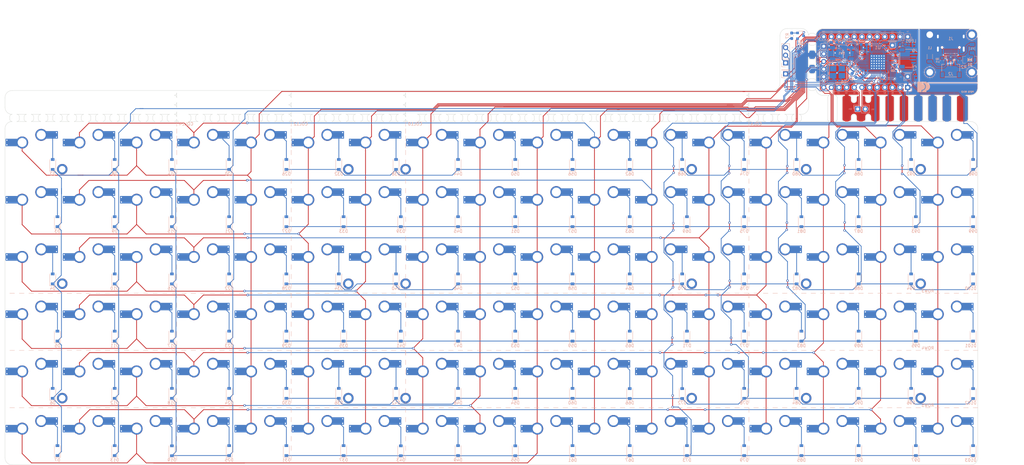
<source format=kicad_pcb>
(kicad_pcb (version 20171130) (host pcbnew "(5.1.10)-1")
  (title_block (title "Unified Daughterboard") (date 2020-03-22) (rev C3) (company "Designed by the keyboard community"))
  (layers (0 F.Cu signal) (31 B.Cu signal) (34 B.Paste user) (35 F.Paste user) (36 B.SilkS user) (37 F.SilkS user) (38 B.Mask user) (39 F.Mask user) (44 Edge.Cuts user))
  (net 0 "")
  (net 1 GND)
  (net 2 VCC)
  (net 3 GNDPWR)
  (net 4 "Net-(J1-PadB8)")
  (net 5 "Net-(J1-PadA5)")
  (net 6 DA+)
  (net 7 "Net-(J1-PadB5)")
  (net 8 "Net-(J1-PadA8)")
  (net 9 DA-)
  (net 10 VBUS)
  (net 11 "Net-(MH1-Pad1)")
  (net 12 "Net-(MH3-Pad1)")
  (net 13 "Net-(MH4-Pad1)")
  (net 14 +VDC)
  (net 15 /MCU/AREF)
  (net 16 "Net-(C5-Pad1)")
  (net 17 "Net-(C6-Pad1)")
  (net 18 DRGB)
  (net 19 CLK)
  (net 20 DT)
  (net 21 SW)
  (net 22 SCL)
  (net 23 SDA)
  (net 24 /MCU/RESET)
  (net 25 "Net-(LED1-Pad2)")
  (net 26 "Net-(LED2-Pad2)")
  (net 27 /MCU/DUSB+)
  (net 28 /MCU/DUSB-)
  (net 29 GND1)
  (net 30 "Net-(D2-Pad2)")
  (net 31 ROW0)
  (net 32 "Net-(D3-Pad2)")
  (net 33 ROW1)
  (net 34 "Net-(D4-Pad2)")
  (net 35 ROW2)
  (net 36 "Net-(D5-Pad2)")
  (net 37 ROW3)
  (net 38 "Net-(D6-Pad2)")
  (net 39 ROW4)
  (net 40 "Net-(D7-Pad2)")
  (net 41 ROW5)
  (net 42 "Net-(D8-Pad2)")
  (net 43 "Net-(D9-Pad2)")
  (net 44 "Net-(D10-Pad2)")
  (net 45 "Net-(D11-Pad2)")
  (net 46 "Net-(D12-Pad2)")
  (net 47 "Net-(D13-Pad2)")
  (net 48 "Net-(D14-Pad2)")
  (net 49 "Net-(D15-Pad2)")
  (net 50 "Net-(D16-Pad2)")
  (net 51 "Net-(D17-Pad2)")
  (net 52 "Net-(D18-Pad2)")
  (net 53 "Net-(D19-Pad2)")
  (net 54 "Net-(D20-Pad2)")
  (net 55 "Net-(D21-Pad2)")
  (net 56 "Net-(D22-Pad2)")
  (net 57 "Net-(D23-Pad2)")
  (net 58 "Net-(D24-Pad2)")
  (net 59 "Net-(D25-Pad2)")
  (net 60 "Net-(D26-Pad2)")
  (net 61 "Net-(D27-Pad2)")
  (net 62 "Net-(D28-Pad2)")
  (net 63 "Net-(D29-Pad2)")
  (net 64 "Net-(D30-Pad2)")
  (net 65 "Net-(D31-Pad2)")
  (net 66 "Net-(D32-Pad2)")
  (net 67 "Net-(D33-Pad2)")
  (net 68 "Net-(D34-Pad2)")
  (net 69 "Net-(D35-Pad2)")
  (net 70 "Net-(D36-Pad2)")
  (net 71 "Net-(D37-Pad2)")
  (net 72 "Net-(D38-Pad2)")
  (net 73 "Net-(D39-Pad2)")
  (net 74 "Net-(D40-Pad2)")
  (net 75 "Net-(D41-Pad2)")
  (net 76 "Net-(D42-Pad2)")
  (net 77 "Net-(D43-Pad2)")
  (net 78 "Net-(D44-Pad2)")
  (net 79 "Net-(D45-Pad2)")
  (net 80 "Net-(D46-Pad2)")
  (net 81 "Net-(D47-Pad2)")
  (net 82 "Net-(D48-Pad2)")
  (net 83 "Net-(D49-Pad2)")
  (net 84 "Net-(D50-Pad2)")
  (net 85 "Net-(D51-Pad2)")
  (net 86 "Net-(D52-Pad2)")
  (net 87 "Net-(D53-Pad2)")
  (net 88 "Net-(D54-Pad2)")
  (net 89 "Net-(D55-Pad2)")
  (net 90 "Net-(D56-Pad2)")
  (net 91 "Net-(D57-Pad2)")
  (net 92 "Net-(D58-Pad2)")
  (net 93 "Net-(D59-Pad2)")
  (net 94 "Net-(D60-Pad2)")
  (net 95 "Net-(D61-Pad2)")
  (net 96 "Net-(D62-Pad2)")
  (net 97 "Net-(D63-Pad2)")
  (net 98 "Net-(D64-Pad2)")
  (net 99 "Net-(D65-Pad2)")
  (net 100 "Net-(D66-Pad2)")
  (net 101 "Net-(D67-Pad2)")
  (net 102 "Net-(D68-Pad2)")
  (net 103 "Net-(D69-Pad2)")
  (net 104 "Net-(D70-Pad2)")
  (net 105 "Net-(D71-Pad2)")
  (net 106 "Net-(D72-Pad2)")
  (net 107 "Net-(D73-Pad2)")
  (net 108 "Net-(D74-Pad2)")
  (net 109 "Net-(D75-Pad2)")
  (net 110 "Net-(D76-Pad2)")
  (net 111 "Net-(D77-Pad2)")
  (net 112 "Net-(D78-Pad2)")
  (net 113 "Net-(D79-Pad2)")
  (net 114 "Net-(D80-Pad2)")
  (net 115 "Net-(D81-Pad2)")
  (net 116 "Net-(D82-Pad2)")
  (net 117 "Net-(D83-Pad2)")
  (net 118 "Net-(D84-Pad2)")
  (net 119 "Net-(D85-Pad2)")
  (net 120 "Net-(D86-Pad2)")
  (net 121 "Net-(D87-Pad2)")
  (net 122 "Net-(D88-Pad2)")
  (net 123 "Net-(D89-Pad2)")
  (net 124 "Net-(D90-Pad2)")
  (net 125 "Net-(D91-Pad2)")
  (net 126 "Net-(D92-Pad2)")
  (net 127 "Net-(D93-Pad2)")
  (net 128 "Net-(D94-Pad2)")
  (net 129 "Net-(D95-Pad2)")
  (net 130 "Net-(D96-Pad2)")
  (net 131 "Net-(D97-Pad2)")
  (net 132 "Net-(D98-Pad2)")
  (net 133 "Net-(D99-Pad2)")
  (net 134 "Net-(D100-Pad2)")
  (net 135 "Net-(D101-Pad2)")
  (net 136 "Net-(D102-Pad2)")
  (net 137 "Net-(D103-Pad2)")
  (net 138 COL0)
  (net 139 COL1)
  (net 140 COL2)
  (net 141 COL3)
  (net 142 COL4)
  (net 143 COL5)
  (net 144 COL6)
  (net 145 COL7)
  (net 146 COL8)
  (net 147 COL9)
  (net 148 COL10)
  (net 149 COL11)
  (net 150 COL12)
  (net 151 "Net-(C7-Pad1)")
  (net 152 ROW6)
  (net 153 "Net-(Q1-Pad2)")
  (net 154 ROW7)
  (module LED_SMD:LED_0402_1005Metric_Pad0.77x0.64mm_HandSolder (layer B.Cu) (at 319.9775 90.551 180)
    (fp_text reference LED2 (at 0 1.17) (layer B.SilkS) (effects (justify mirror)))
    (fp_text value BuiltIn)
    (pad 2 smd roundrect (at 0.5725 0 180) (size 0.765 0.64) (layers B.Cu B.Paste B.Mask) (net 26 "Net-(LED2-Pad2)"))
    (pad 1 smd roundrect (at -0.5725 0 180) (size 0.765 0.64) (layers B.Cu B.Paste B.Mask) (net 1 GND))
  )
  (module LED_SMD:LED_0402_1005Metric_Pad0.77x0.64mm_HandSolder (layer B.Cu) (at 342.7995 91.059 180)
    (fp_text reference LED1 (at 0 1.17) (layer B.SilkS) (effects (justify mirror)))
    (fp_text value PWR)
    (pad 2 smd roundrect (at 0.5725 0 180) (size 0.765 0.64) (layers B.Cu B.Paste B.Mask) (net 25 "Net-(LED1-Pad2)"))
    (pad 1 smd roundrect (at -0.5725 0 180) (size 0.765 0.64) (layers B.Cu B.Paste B.Mask) (net 1 GND))
  )
  (module random-keyboard-parts:Generic-Mounthole (layer F.Cu) (at 60.325 132.55625)
    (fp_text reference REF**)
    (fp_text value Generic-Mounthole)
    (pad 1 thru_hole circle (at 0 0) (size 3.5 3.5) (drill 2.2) (layers *.Cu *.Mask))
  )
  (module random-keyboard-parts:Generic-Mounthole (layer F.Cu) (at 60.325 170.65625)
    (fp_text reference REF**)
    (fp_text value Generic-Mounthole)
    (pad 1 thru_hole circle (at 0 0) (size 3.5 3.5) (drill 2.2) (layers *.Cu *.Mask))
  )
  (module random-keyboard-parts:Generic-Mounthole (layer F.Cu) (at 60.325 208.75625)
    (fp_text reference REF**)
    (fp_text value Generic-Mounthole)
    (pad 1 thru_hole circle (at 0 0) (size 3.5 3.5) (drill 2.2) (layers *.Cu *.Mask))
  )
  (module random-keyboard-parts:Generic-Mounthole (layer F.Cu) (at 155.575 132.55625)
    (fp_text reference REF**)
    (fp_text value Generic-Mounthole)
    (pad 1 thru_hole circle (at 0 0) (size 3.5 3.5) (drill 2.2) (layers *.Cu *.Mask))
  )
  (module random-keyboard-parts:Generic-Mounthole (layer F.Cu) (at 155.575 170.65625)
    (fp_text reference REF**)
    (fp_text value Generic-Mounthole)
    (pad 1 thru_hole circle (at 0 0) (size 3.5 3.5) (drill 2.2) (layers *.Cu *.Mask))
  )
  (module random-keyboard-parts:Generic-Mounthole (layer F.Cu) (at 155.575 208.75625)
    (fp_text reference REF**)
    (fp_text value Generic-Mounthole)
    (pad 1 thru_hole circle (at 0 0) (size 3.5 3.5) (drill 2.2) (layers *.Cu *.Mask))
  )
  (module random-keyboard-parts:Generic-Mounthole (layer F.Cu) (at 174.625 208.75625)
    (fp_text reference REF**)
    (fp_text value Generic-Mounthole)
    (pad 1 thru_hole circle (at 0 0) (size 3.5 3.5) (drill 2.2) (layers *.Cu *.Mask))
  )
  (module random-keyboard-parts:Generic-Mounthole (layer F.Cu) (at 174.625 170.65625)
    (fp_text reference REF**)
    (fp_text value Generic-Mounthole)
    (pad 1 thru_hole circle (at 0 0) (size 3.5 3.5) (drill 2.2) (layers *.Cu *.Mask))
  )
  (module random-keyboard-parts:Generic-Mounthole (layer F.Cu) (at 174.625 132.55625)
    (fp_text reference REF**)
    (fp_text value Generic-Mounthole)
    (pad 1 thru_hole circle (at 0 0) (size 3.5 3.5) (drill 2.2) (layers *.Cu *.Mask))
  )
  (module random-keyboard-parts:Generic-Mounthole (layer F.Cu) (at 269.875 132.55625)
    (fp_text reference REF**)
    (fp_text value Generic-Mounthole)
    (pad 1 thru_hole circle (at 0 0) (size 3.5 3.5) (drill 2.2) (layers *.Cu *.Mask))
  )
  (module random-keyboard-parts:Generic-Mounthole (layer F.Cu) (at 269.875 170.65625)
    (fp_text reference REF**)
    (fp_text value Generic-Mounthole)
    (pad 1 thru_hole circle (at 0 0) (size 3.5 3.5) (drill 2.2) (layers *.Cu *.Mask))
  )
  (module random-keyboard-parts:Generic-Mounthole (layer F.Cu) (at 269.875 208.75625)
    (fp_text reference REF**)
    (fp_text value Generic-Mounthole)
    (pad 1 thru_hole circle (at 0 0) (size 3.5 3.5) (drill 2.2) (layers *.Cu *.Mask))
  )
  (module random-keyboard-parts:Generic-Mounthole (layer F.Cu) (at 307.975 132.55625)
    (fp_text reference REF**)
    (fp_text value Generic-Mounthole)
    (pad 1 thru_hole circle (at 0 0) (size 3.5 3.5) (drill 2.2) (layers *.Cu *.Mask))
  )
  (module random-keyboard-parts:Generic-Mounthole (layer F.Cu) (at 307.975 170.65625)
    (fp_text reference REF**)
    (fp_text value Generic-Mounthole)
    (pad 1 thru_hole circle (at 0 0) (size 3.5 3.5) (drill 2.2) (layers *.Cu *.Mask))
  )
  (module random-keyboard-parts:Generic-Mounthole (layer F.Cu) (at 307.975 208.75625)
    (fp_text reference REF**)
    (fp_text value Generic-Mounthole)
    (pad 1 thru_hole circle (at 0 0) (size 3.5 3.5) (drill 2.2) (layers *.Cu *.Mask))
  )
  (module random-keyboard-parts:Generic-Mounthole (layer F.Cu) (at 346.075 208.75625)
    (fp_text reference REF**)
    (fp_text value Generic-Mounthole)
    (pad 1 thru_hole circle (at 0 0) (size 3.5 3.5) (drill 2.2) (layers *.Cu *.Mask))
  )
  (module random-keyboard-parts:Generic-Mounthole (layer F.Cu) (at 346.075 170.65625)
    (fp_text reference REF**)
    (fp_text value Generic-Mounthole)
    (pad 1 thru_hole circle (at 0 0) (size 3.5 3.5) (drill 2.2) (layers *.Cu *.Mask))
  )
  (module random-keyboard-parts:Generic-Mounthole (layer F.Cu) (at 346.075 132.55625)
    (fp_text reference REF**)
    (fp_text value Generic-Mounthole)
    (pad 1 thru_hole circle (at 0 0) (size 3.5 3.5) (drill 2.2) (layers *.Cu *.Mask))
  )
  (module acheron_Hardware:K2-1187SQ-A4SW-06 (layer B.Cu) (at 319.8495 93.9165 180)
    (fp_text reference SW1 (at 0.1 0 180) (layer B.SilkS) (effects (font (size 0.7 0.7)) (justify mirror)))
    (fp_text value RESET)
    (pad 2 smd rect (at 3.1 -1.85 180) (size 1.8 1.1) (layers B.Cu B.Paste B.Mask) (net 24 /MCU/RESET))
    (pad 2 smd rect (at -3.1 -1.85 180) (size 1.8 1.1) (layers B.Cu B.Paste B.Mask) (net 24 /MCU/RESET))
    (pad 1 smd rect (at 3.1 1.85 180) (size 1.8 1.1) (layers B.Cu B.Paste B.Mask) (net 1 GND))
    (pad 1 smd rect (at -3.1 1.85 180) (size 1.8 1.1) (layers B.Cu B.Paste B.Mask) (net 1 GND))
  )
  (module Logo:poto (layer B.Cu) (at 347.091 105.156 180)
    (fp_text reference G*** hide)
    (fp_text value LOGO hide)
  )
  (module MX_Only:MXOnly-1U-Hotswap-Antishear (layer F.Cu) (at 298.45 164.30625)
    (fp_text reference MX81)
    (fp_text value MX-NoLED)
    (pad 2 thru_hole circle (at 2.54 -5.08) (size 4 4) (drill 3) (layers *.Cu) (net 116 "Net-(D82-Pad2)"))
    (pad "" np_thru_hole circle (at 0 0) (size 3.9878 3.9878) (drill 3.9878) (layers *.Cu *.Mask))
    (pad 1 thru_hole circle (at -3.81 -2.54) (size 4 4) (drill 3) (layers *.Cu) (net 147 COL9))
    (pad "" np_thru_hole circle (at -5.08 0 48.0996) (size 1.75 1.75) (drill 1.75) (layers *.Cu *.Mask))
    (pad "" np_thru_hole circle (at 5.08 0 48.0996) (size 1.75 1.75) (drill 1.75) (layers *.Cu *.Mask))
    (pad 1 thru_hole circle (at -8.89 -3.302) (size 0.8 0.8) (drill 0.4) (layers *.Cu) (net 147 COL9))
    (pad 2 thru_hole circle (at 7.62 -5.842) (size 0.8 0.8) (drill 0.4) (layers *.Cu) (net 116 "Net-(D82-Pad2)"))
    (pad 1 thru_hole circle (at -8.89 -1.778) (size 0.8 0.8) (drill 0.4) (layers *.Cu) (net 147 COL9))
    (pad 2 thru_hole circle (at 7.62 -4.318) (size 0.8 0.8) (drill 0.4) (layers *.Cu) (net 116 "Net-(D82-Pad2)"))
    (pad 1 smd rect (at -7.085 -2.54) (size 4.5 2.5) (layers B.Cu) (net 147 COL9))
    (pad 2 smd rect (at 5.842 -5.08) (size 4.5 2.5) (layers B.Cu) (net 116 "Net-(D82-Pad2)"))
  )
  (module MX_Only:MXOnly-1U-Hotswap-Antishear (layer F.Cu) (at 336.55 164.30625)
    (fp_text reference MX93)
    (fp_text value MX-NoLED)
    (pad 2 thru_hole circle (at 2.54 -5.08) (size 4 4) (drill 3) (layers *.Cu) (net 128 "Net-(D94-Pad2)"))
    (pad "" np_thru_hole circle (at 0 0) (size 3.9878 3.9878) (drill 3.9878) (layers *.Cu *.Mask))
    (pad 1 thru_hole circle (at -3.81 -2.54) (size 4 4) (drill 3) (layers *.Cu) (net 149 COL11))
    (pad "" np_thru_hole circle (at -5.08 0 48.0996) (size 1.75 1.75) (drill 1.75) (layers *.Cu *.Mask))
    (pad "" np_thru_hole circle (at 5.08 0 48.0996) (size 1.75 1.75) (drill 1.75) (layers *.Cu *.Mask))
    (pad 1 thru_hole circle (at -8.89 -3.302) (size 0.8 0.8) (drill 0.4) (layers *.Cu) (net 149 COL11))
    (pad 2 thru_hole circle (at 7.62 -5.842) (size 0.8 0.8) (drill 0.4) (layers *.Cu) (net 128 "Net-(D94-Pad2)"))
    (pad 1 thru_hole circle (at -8.89 -1.778) (size 0.8 0.8) (drill 0.4) (layers *.Cu) (net 149 COL11))
    (pad 2 thru_hole circle (at 7.62 -4.318) (size 0.8 0.8) (drill 0.4) (layers *.Cu) (net 128 "Net-(D94-Pad2)"))
    (pad 1 smd rect (at -7.085 -2.54) (size 4.5 2.5) (layers B.Cu) (net 149 COL11))
    (pad 2 smd rect (at 5.842 -5.08) (size 4.5 2.5) (layers B.Cu) (net 128 "Net-(D94-Pad2)"))
  )
  (module MX_Only:MXOnly-1U-Hotswap-Antishear (layer F.Cu) (at 260.35 164.30625)
    (fp_text reference MX69)
    (fp_text value MX-NoLED)
    (pad 2 thru_hole circle (at 2.54 -5.08) (size 4 4) (drill 3) (layers *.Cu) (net 104 "Net-(D70-Pad2)"))
    (pad "" np_thru_hole circle (at 0 0) (size 3.9878 3.9878) (drill 3.9878) (layers *.Cu *.Mask))
    (pad 1 thru_hole circle (at -3.81 -2.54) (size 4 4) (drill 3) (layers *.Cu) (net 145 COL7))
    (pad "" np_thru_hole circle (at -5.08 0 48.0996) (size 1.75 1.75) (drill 1.75) (layers *.Cu *.Mask))
    (pad "" np_thru_hole circle (at 5.08 0 48.0996) (size 1.75 1.75) (drill 1.75) (layers *.Cu *.Mask))
    (pad 1 thru_hole circle (at -8.89 -3.302) (size 0.8 0.8) (drill 0.4) (layers *.Cu) (net 145 COL7))
    (pad 2 thru_hole circle (at 7.62 -5.842) (size 0.8 0.8) (drill 0.4) (layers *.Cu) (net 104 "Net-(D70-Pad2)"))
    (pad 1 thru_hole circle (at -8.89 -1.778) (size 0.8 0.8) (drill 0.4) (layers *.Cu) (net 145 COL7))
    (pad 2 thru_hole circle (at 7.62 -4.318) (size 0.8 0.8) (drill 0.4) (layers *.Cu) (net 104 "Net-(D70-Pad2)"))
    (pad 1 smd rect (at -7.085 -2.54) (size 4.5 2.5) (layers B.Cu) (net 145 COL7))
    (pad 2 smd rect (at 5.842 -5.08) (size 4.5 2.5) (layers B.Cu) (net 104 "Net-(D70-Pad2)"))
  )
  (module MX_Only:MXOnly-1U-Hotswap-Antishear (layer F.Cu) (at 165.1 164.30625)
    (fp_text reference MX39)
    (fp_text value MX-NoLED)
    (pad 2 thru_hole circle (at 2.54 -5.08) (size 4 4) (drill 3) (layers *.Cu) (net 74 "Net-(D40-Pad2)"))
    (pad "" np_thru_hole circle (at 0 0) (size 3.9878 3.9878) (drill 3.9878) (layers *.Cu *.Mask))
    (pad 1 thru_hole circle (at -3.81 -2.54) (size 4 4) (drill 3) (layers *.Cu) (net 140 COL2))
    (pad "" np_thru_hole circle (at -5.08 0 48.0996) (size 1.75 1.75) (drill 1.75) (layers *.Cu *.Mask))
    (pad "" np_thru_hole circle (at 5.08 0 48.0996) (size 1.75 1.75) (drill 1.75) (layers *.Cu *.Mask))
    (pad 1 thru_hole circle (at -8.89 -3.302) (size 0.8 0.8) (drill 0.4) (layers *.Cu) (net 140 COL2))
    (pad 2 thru_hole circle (at 7.62 -5.842) (size 0.8 0.8) (drill 0.4) (layers *.Cu) (net 74 "Net-(D40-Pad2)"))
    (pad 1 thru_hole circle (at -8.89 -1.778) (size 0.8 0.8) (drill 0.4) (layers *.Cu) (net 140 COL2))
    (pad 2 thru_hole circle (at 7.62 -4.318) (size 0.8 0.8) (drill 0.4) (layers *.Cu) (net 74 "Net-(D40-Pad2)"))
    (pad 1 smd rect (at -7.085 -2.54) (size 4.5 2.5) (layers B.Cu) (net 140 COL2))
    (pad 2 smd rect (at 5.842 -5.08) (size 4.5 2.5) (layers B.Cu) (net 74 "Net-(D40-Pad2)"))
  )
  (module MX_Only:MXOnly-1U-Hotswap-Antishear (layer F.Cu) (at 355.6 126.20625)
    (fp_text reference MX97)
    (fp_text value MX-NoLED)
    (pad 2 thru_hole circle (at 2.54 -5.08) (size 4 4) (drill 3) (layers *.Cu) (net 132 "Net-(D98-Pad2)"))
    (pad "" np_thru_hole circle (at 0 0) (size 3.9878 3.9878) (drill 3.9878) (layers *.Cu *.Mask))
    (pad 1 thru_hole circle (at -3.81 -2.54) (size 4 4) (drill 3) (layers *.Cu) (net 150 COL12))
    (pad "" np_thru_hole circle (at -5.08 0 48.0996) (size 1.75 1.75) (drill 1.75) (layers *.Cu *.Mask))
    (pad "" np_thru_hole circle (at 5.08 0 48.0996) (size 1.75 1.75) (drill 1.75) (layers *.Cu *.Mask))
    (pad 1 thru_hole circle (at -8.89 -3.302) (size 0.8 0.8) (drill 0.4) (layers *.Cu) (net 150 COL12))
    (pad 2 thru_hole circle (at 7.62 -5.842) (size 0.8 0.8) (drill 0.4) (layers *.Cu) (net 132 "Net-(D98-Pad2)"))
    (pad 1 thru_hole circle (at -8.89 -1.778) (size 0.8 0.8) (drill 0.4) (layers *.Cu) (net 150 COL12))
    (pad 2 thru_hole circle (at 7.62 -4.318) (size 0.8 0.8) (drill 0.4) (layers *.Cu) (net 132 "Net-(D98-Pad2)"))
    (pad 1 smd rect (at -7.085 -2.54) (size 4.5 2.5) (layers B.Cu) (net 150 COL12))
    (pad 2 smd rect (at 5.842 -5.08) (size 4.5 2.5) (layers B.Cu) (net 132 "Net-(D98-Pad2)"))
  )
  (module Connector_PinHeader_2.54mm:PinHeader_1x02_P2.54mm_Vertical (layer B.Cu) (at 325.12 112.522 270)
    (fp_text reference J15 hide)
    (fp_text value OLED)
    (pad 2 thru_hole oval (at 0 -2.54 270) (size 1.7 1.7) (drill 1) (layers *.Cu *.Mask) (net 22 SCL))
    (pad 1 thru_hole rect (at 0 0 270) (size 1.7 1.7) (drill 1) (layers *.Cu *.Mask) (net 23 SDA))
  )
  (module Connector_PinHeader_2.54mm:PinHeader_1x03_P2.54mm_Vertical (layer B.Cu) (at 301.117 97.155)
    (fp_text reference J5 hide)
    (fp_text value ENCODER)
    (pad 3 thru_hole oval (at 0 -5.08) (size 1.7 1.7) (drill 1) (layers *.Cu *.Mask) (net 19 CLK))
    (pad 2 thru_hole oval (at 0 -2.54) (size 1.7 1.7) (drill 1) (layers *.Cu *.Mask) (net 20 DT))
    (pad 1 thru_hole rect (at 0 0) (size 1.7 1.7) (drill 1) (layers *.Cu *.Mask) (net 21 SW))
  )
  (module Connector_PinHeader_2.54mm:PinHeader_1x01_P2.54mm_Vertical (layer B.Cu) (at 301.117 100.80625)
    (fp_text reference J4 hide)
    (fp_text value RGB)
    (pad 1 thru_hole rect (at 0 0) (size 1.7 1.7) (drill 1) (layers *.Cu *.Mask) (net 18 DRGB))
  )
  (module MX_Only:MXOnly-1U-Hotswap-Antishear (layer F.Cu) (at 107.95 164.30625)
    (fp_text reference MX21)
    (fp_text value MX-NoLED)
    (pad 2 thru_hole circle (at 2.54 -5.08) (size 4 4) (drill 3) (layers *.Cu) (net 56 "Net-(D22-Pad2)"))
    (pad "" np_thru_hole circle (at 0 0) (size 3.9878 3.9878) (drill 3.9878) (layers *.Cu *.Mask))
    (pad 1 thru_hole circle (at -3.81 -2.54) (size 4 4) (drill 3) (layers *.Cu) (net 146 COL8))
    (pad "" np_thru_hole circle (at -5.08 0 48.0996) (size 1.75 1.75) (drill 1.75) (layers *.Cu *.Mask))
    (pad "" np_thru_hole circle (at 5.08 0 48.0996) (size 1.75 1.75) (drill 1.75) (layers *.Cu *.Mask))
    (pad 1 thru_hole circle (at -8.89 -3.302) (size 0.8 0.8) (drill 0.4) (layers *.Cu) (net 146 COL8))
    (pad 2 thru_hole circle (at 7.62 -5.842) (size 0.8 0.8) (drill 0.4) (layers *.Cu) (net 56 "Net-(D22-Pad2)"))
    (pad 1 thru_hole circle (at -8.89 -1.778) (size 0.8 0.8) (drill 0.4) (layers *.Cu) (net 146 COL8))
    (pad 2 thru_hole circle (at 7.62 -4.318) (size 0.8 0.8) (drill 0.4) (layers *.Cu) (net 56 "Net-(D22-Pad2)"))
    (pad 1 smd rect (at -7.085 -2.54) (size 4.5 2.5) (layers B.Cu) (net 146 COL8))
    (pad 2 smd rect (at 5.842 -5.08) (size 4.5 2.5) (layers B.Cu) (net 56 "Net-(D22-Pad2)"))
  )
  (module MX_Only:MXOnly-1U-Hotswap-Antishear (layer F.Cu) (at 107.95 126.20625)
    (fp_text reference MX19)
    (fp_text value MX-NoLED)
    (pad 2 thru_hole circle (at 2.54 -5.08) (size 4 4) (drill 3) (layers *.Cu) (net 54 "Net-(D20-Pad2)"))
    (pad "" np_thru_hole circle (at 0 0) (size 3.9878 3.9878) (drill 3.9878) (layers *.Cu *.Mask))
    (pad 1 thru_hole circle (at -3.81 -2.54) (size 4 4) (drill 3) (layers *.Cu) (net 144 COL6))
    (pad "" np_thru_hole circle (at -5.08 0 48.0996) (size 1.75 1.75) (drill 1.75) (layers *.Cu *.Mask))
    (pad "" np_thru_hole circle (at 5.08 0 48.0996) (size 1.75 1.75) (drill 1.75) (layers *.Cu *.Mask))
    (pad 1 thru_hole circle (at -8.89 -3.302) (size 0.8 0.8) (drill 0.4) (layers *.Cu) (net 144 COL6))
    (pad 2 thru_hole circle (at 7.62 -5.842) (size 0.8 0.8) (drill 0.4) (layers *.Cu) (net 54 "Net-(D20-Pad2)"))
    (pad 1 thru_hole circle (at -8.89 -1.778) (size 0.8 0.8) (drill 0.4) (layers *.Cu) (net 144 COL6))
    (pad 2 thru_hole circle (at 7.62 -4.318) (size 0.8 0.8) (drill 0.4) (layers *.Cu) (net 54 "Net-(D20-Pad2)"))
    (pad 1 smd rect (at -7.085 -2.54) (size 4.5 2.5) (layers B.Cu) (net 144 COL6))
    (pad 2 smd rect (at 5.842 -5.08) (size 4.5 2.5) (layers B.Cu) (net 54 "Net-(D20-Pad2)"))
  )
  (module MX_Only:MXOnly-1U-Hotswap-Antishear (layer F.Cu) (at 88.9 126.20625)
    (fp_text reference MX13)
    (fp_text value MX-NoLED)
    (pad 2 thru_hole circle (at 2.54 -5.08) (size 4 4) (drill 3) (layers *.Cu) (net 48 "Net-(D14-Pad2)"))
    (pad "" np_thru_hole circle (at 0 0) (size 3.9878 3.9878) (drill 3.9878) (layers *.Cu *.Mask))
    (pad 1 thru_hole circle (at -3.81 -2.54) (size 4 4) (drill 3) (layers *.Cu) (net 138 COL0))
    (pad "" np_thru_hole circle (at -5.08 0 48.0996) (size 1.75 1.75) (drill 1.75) (layers *.Cu *.Mask))
    (pad "" np_thru_hole circle (at 5.08 0 48.0996) (size 1.75 1.75) (drill 1.75) (layers *.Cu *.Mask))
    (pad 1 thru_hole circle (at -8.89 -3.302) (size 0.8 0.8) (drill 0.4) (layers *.Cu) (net 138 COL0))
    (pad 2 thru_hole circle (at 7.62 -5.842) (size 0.8 0.8) (drill 0.4) (layers *.Cu) (net 48 "Net-(D14-Pad2)"))
    (pad 1 thru_hole circle (at -8.89 -1.778) (size 0.8 0.8) (drill 0.4) (layers *.Cu) (net 138 COL0))
    (pad 2 thru_hole circle (at 7.62 -4.318) (size 0.8 0.8) (drill 0.4) (layers *.Cu) (net 48 "Net-(D14-Pad2)"))
    (pad 1 smd rect (at -7.085 -2.54) (size 4.5 2.5) (layers B.Cu) (net 138 COL0))
    (pad 2 smd rect (at 5.842 -5.08) (size 4.5 2.5) (layers B.Cu) (net 48 "Net-(D14-Pad2)"))
  )
  (module MX_Only:MXOnly-1U-Hotswap-Antishear (layer F.Cu) (at 69.85 145.25625)
    (fp_text reference MX8)
    (fp_text value MX-NoLED)
    (pad 2 thru_hole circle (at 2.54 -5.08) (size 4 4) (drill 3) (layers *.Cu) (net 43 "Net-(D9-Pad2)"))
    (pad "" np_thru_hole circle (at 0 0) (size 3.9878 3.9878) (drill 3.9878) (layers *.Cu *.Mask))
    (pad 1 thru_hole circle (at -3.81 -2.54) (size 4 4) (drill 3) (layers *.Cu) (net 145 COL7))
    (pad "" np_thru_hole circle (at -5.08 0 48.0996) (size 1.75 1.75) (drill 1.75) (layers *.Cu *.Mask))
    (pad "" np_thru_hole circle (at 5.08 0 48.0996) (size 1.75 1.75) (drill 1.75) (layers *.Cu *.Mask))
    (pad 1 thru_hole circle (at -8.89 -3.302) (size 0.8 0.8) (drill 0.4) (layers *.Cu) (net 145 COL7))
    (pad 2 thru_hole circle (at 7.62 -5.842) (size 0.8 0.8) (drill 0.4) (layers *.Cu) (net 43 "Net-(D9-Pad2)"))
    (pad 1 thru_hole circle (at -8.89 -1.778) (size 0.8 0.8) (drill 0.4) (layers *.Cu) (net 145 COL7))
    (pad 2 thru_hole circle (at 7.62 -4.318) (size 0.8 0.8) (drill 0.4) (layers *.Cu) (net 43 "Net-(D9-Pad2)"))
    (pad 1 smd rect (at -7.085 -2.54) (size 4.5 2.5) (layers B.Cu) (net 145 COL7))
    (pad 2 smd rect (at 5.842 -5.08) (size 4.5 2.5) (layers B.Cu) (net 43 "Net-(D9-Pad2)"))
  )
  (module MX_Only:MXOnly-1U-Hotswap-Antishear (layer F.Cu) (at 69.85 202.40625)
    (fp_text reference MX11)
    (fp_text value MX-NoLED)
    (pad 2 thru_hole circle (at 2.54 -5.08) (size 4 4) (drill 3) (layers *.Cu) (net 46 "Net-(D12-Pad2)"))
    (pad "" np_thru_hole circle (at 0 0) (size 3.9878 3.9878) (drill 3.9878) (layers *.Cu *.Mask))
    (pad 1 thru_hole circle (at -3.81 -2.54) (size 4 4) (drill 3) (layers *.Cu) (net 148 COL10))
    (pad "" np_thru_hole circle (at -5.08 0 48.0996) (size 1.75 1.75) (drill 1.75) (layers *.Cu *.Mask))
    (pad "" np_thru_hole circle (at 5.08 0 48.0996) (size 1.75 1.75) (drill 1.75) (layers *.Cu *.Mask))
    (pad 1 thru_hole circle (at -8.89 -3.302) (size 0.8 0.8) (drill 0.4) (layers *.Cu) (net 148 COL10))
    (pad 2 thru_hole circle (at 7.62 -5.842) (size 0.8 0.8) (drill 0.4) (layers *.Cu) (net 46 "Net-(D12-Pad2)"))
    (pad 1 thru_hole circle (at -8.89 -1.778) (size 0.8 0.8) (drill 0.4) (layers *.Cu) (net 148 COL10))
    (pad 2 thru_hole circle (at 7.62 -4.318) (size 0.8 0.8) (drill 0.4) (layers *.Cu) (net 46 "Net-(D12-Pad2)"))
    (pad 1 smd rect (at -7.085 -2.54) (size 4.5 2.5) (layers B.Cu) (net 148 COL10))
    (pad 2 smd rect (at 5.842 -5.08) (size 4.5 2.5) (layers B.Cu) (net 46 "Net-(D12-Pad2)"))
  )
  (module MX_Only:MXOnly-1U-Hotswap-Antishear (layer F.Cu) (at 50.8 202.40625)
    (fp_text reference MX5)
    (fp_text value MX-NoLED)
    (pad 2 thru_hole circle (at 2.54 -5.08) (size 4 4) (drill 3) (layers *.Cu) (net 38 "Net-(D6-Pad2)"))
    (pad "" np_thru_hole circle (at 0 0) (size 3.9878 3.9878) (drill 3.9878) (layers *.Cu *.Mask))
    (pad 1 thru_hole circle (at -3.81 -2.54) (size 4 4) (drill 3) (layers *.Cu) (net 142 COL4))
    (pad "" np_thru_hole circle (at -5.08 0 48.0996) (size 1.75 1.75) (drill 1.75) (layers *.Cu *.Mask))
    (pad "" np_thru_hole circle (at 5.08 0 48.0996) (size 1.75 1.75) (drill 1.75) (layers *.Cu *.Mask))
    (pad 1 thru_hole circle (at -8.89 -3.302) (size 0.8 0.8) (drill 0.4) (layers *.Cu) (net 142 COL4))
    (pad 2 thru_hole circle (at 7.62 -5.842) (size 0.8 0.8) (drill 0.4) (layers *.Cu) (net 38 "Net-(D6-Pad2)"))
    (pad 1 thru_hole circle (at -8.89 -1.778) (size 0.8 0.8) (drill 0.4) (layers *.Cu) (net 142 COL4))
    (pad 2 thru_hole circle (at 7.62 -4.318) (size 0.8 0.8) (drill 0.4) (layers *.Cu) (net 38 "Net-(D6-Pad2)"))
    (pad 1 smd rect (at -7.085 -2.54) (size 4.5 2.5) (layers B.Cu) (net 142 COL4))
    (pad 2 smd rect (at 5.842 -5.08) (size 4.5 2.5) (layers B.Cu) (net 38 "Net-(D6-Pad2)"))
  )
  (module MX_Only:MXOnly-1U-Hotswap-Antishear (layer F.Cu) (at 88.9 183.35625)
    (fp_text reference MX16)
    (fp_text value MX-NoLED)
    (pad 2 thru_hole circle (at 2.54 -5.08) (size 4 4) (drill 3) (layers *.Cu) (net 51 "Net-(D17-Pad2)"))
    (pad "" np_thru_hole circle (at 0 0) (size 3.9878 3.9878) (drill 3.9878) (layers *.Cu *.Mask))
    (pad 1 thru_hole circle (at -3.81 -2.54) (size 4 4) (drill 3) (layers *.Cu) (net 141 COL3))
    (pad "" np_thru_hole circle (at -5.08 0 48.0996) (size 1.75 1.75) (drill 1.75) (layers *.Cu *.Mask))
    (pad "" np_thru_hole circle (at 5.08 0 48.0996) (size 1.75 1.75) (drill 1.75) (layers *.Cu *.Mask))
    (pad 1 thru_hole circle (at -8.89 -3.302) (size 0.8 0.8) (drill 0.4) (layers *.Cu) (net 141 COL3))
    (pad 2 thru_hole circle (at 7.62 -5.842) (size 0.8 0.8) (drill 0.4) (layers *.Cu) (net 51 "Net-(D17-Pad2)"))
    (pad 1 thru_hole circle (at -8.89 -1.778) (size 0.8 0.8) (drill 0.4) (layers *.Cu) (net 141 COL3))
    (pad 2 thru_hole circle (at 7.62 -4.318) (size 0.8 0.8) (drill 0.4) (layers *.Cu) (net 51 "Net-(D17-Pad2)"))
    (pad 1 smd rect (at -7.085 -2.54) (size 4.5 2.5) (layers B.Cu) (net 141 COL3))
    (pad 2 smd rect (at 5.842 -5.08) (size 4.5 2.5) (layers B.Cu) (net 51 "Net-(D17-Pad2)"))
  )
  (module Package_TO_SOT_SMD:SOT-23 (layer B.Cu) (at 306.10175 88.138)
    (fp_text reference Q1 (at 0 2.5) (layer B.SilkS) (effects (justify mirror)))
    (fp_text value S8050)
    (pad 3 smd rect (at 1 0) (size 0.9 0.8) (layers B.Cu B.Paste B.Mask) (net 150 COL12))
    (pad 2 smd rect (at -1 -0.95) (size 0.9 0.8) (layers B.Cu B.Paste B.Mask) (net 153 "Net-(Q1-Pad2)"))
    (pad 1 smd rect (at -1 0.95) (size 0.9 0.8) (layers B.Cu B.Paste B.Mask) (net 154 ROW7))
  )
  (module Resistor_SMD:R_0603_1608Metric_Pad0.98x0.95mm_HandSolder (layer B.Cu) (at 303.149 88.138 270)
    (fp_text reference R7 (at 0 1.43 270) (layer B.SilkS) (effects (justify mirror)))
    (fp_text value 1k)
    (pad 2 smd roundrect (at 0.9125 0 270) (size 0.975 0.95) (layers B.Cu B.Paste B.Mask) (net 21 SW))
    (pad 1 smd roundrect (at -0.9125 0 270) (size 0.975 0.95) (layers B.Cu B.Paste B.Mask) (net 153 "Net-(Q1-Pad2)"))
  )
  (module MX_Only:MXOnly-1U-Hotswap-Antishear (layer F.Cu) (at 50.8 126.20625)
    (fp_text reference MX1)
    (fp_text value MX-NoLED)
    (pad 2 thru_hole circle (at 2.54 -5.08) (size 4 4) (drill 3) (layers *.Cu) (net 30 "Net-(D2-Pad2)"))
    (pad "" np_thru_hole circle (at 0 0) (size 3.9878 3.9878) (drill 3.9878) (layers *.Cu *.Mask))
    (pad 1 thru_hole circle (at -3.81 -2.54) (size 4 4) (drill 3) (layers *.Cu) (net 138 COL0))
    (pad "" np_thru_hole circle (at -5.08 0 48.0996) (size 1.75 1.75) (drill 1.75) (layers *.Cu *.Mask))
    (pad "" np_thru_hole circle (at 5.08 0 48.0996) (size 1.75 1.75) (drill 1.75) (layers *.Cu *.Mask))
    (pad 1 thru_hole circle (at -8.89 -3.302) (size 0.8 0.8) (drill 0.4) (layers *.Cu) (net 138 COL0))
    (pad 2 thru_hole circle (at 7.62 -5.842) (size 0.8 0.8) (drill 0.4) (layers *.Cu) (net 30 "Net-(D2-Pad2)"))
    (pad 1 thru_hole circle (at -8.89 -1.778) (size 0.8 0.8) (drill 0.4) (layers *.Cu) (net 138 COL0))
    (pad 2 thru_hole circle (at 7.62 -4.318) (size 0.8 0.8) (drill 0.4) (layers *.Cu) (net 30 "Net-(D2-Pad2)"))
    (pad 1 smd rect (at -7.085 -2.54) (size 4.5 2.5) (layers B.Cu) (net 138 COL0))
    (pad 2 smd rect (at 5.842 -5.08) (size 4.5 2.5) (layers B.Cu) (net 30 "Net-(D2-Pad2)"))
  )
  (module MX_Only:MXOnly-1U-Hotswap-Antishear (layer F.Cu) (at 69.85 164.30625)
    (fp_text reference MX9)
    (fp_text value MX-NoLED)
    (pad 2 thru_hole circle (at 2.54 -5.08) (size 4 4) (drill 3) (layers *.Cu) (net 44 "Net-(D10-Pad2)"))
    (pad "" np_thru_hole circle (at 0 0) (size 3.9878 3.9878) (drill 3.9878) (layers *.Cu *.Mask))
    (pad 1 thru_hole circle (at -3.81 -2.54) (size 4 4) (drill 3) (layers *.Cu) (net 146 COL8))
    (pad "" np_thru_hole circle (at -5.08 0 48.0996) (size 1.75 1.75) (drill 1.75) (layers *.Cu *.Mask))
    (pad "" np_thru_hole circle (at 5.08 0 48.0996) (size 1.75 1.75) (drill 1.75) (layers *.Cu *.Mask))
    (pad 1 thru_hole circle (at -8.89 -3.302) (size 0.8 0.8) (drill 0.4) (layers *.Cu) (net 146 COL8))
    (pad 2 thru_hole circle (at 7.62 -5.842) (size 0.8 0.8) (drill 0.4) (layers *.Cu) (net 44 "Net-(D10-Pad2)"))
    (pad 1 thru_hole circle (at -8.89 -1.778) (size 0.8 0.8) (drill 0.4) (layers *.Cu) (net 146 COL8))
    (pad 2 thru_hole circle (at 7.62 -4.318) (size 0.8 0.8) (drill 0.4) (layers *.Cu) (net 44 "Net-(D10-Pad2)"))
    (pad 1 smd rect (at -7.085 -2.54) (size 4.5 2.5) (layers B.Cu) (net 146 COL8))
    (pad 2 smd rect (at 5.842 -5.08) (size 4.5 2.5) (layers B.Cu) (net 44 "Net-(D10-Pad2)"))
  )
  (module Capacitor_SMD:C_0402_1005Metric_Pad0.74x0.62mm_HandSolder (layer B.Cu) (at 337.947 99.2505 270)
    (fp_text reference C8 (at 0 1.16 90) (layer B.SilkS) (effects (justify mirror)))
    (fp_text value 1uF)
    (pad 1 smd roundrect (at -0.5675 0 270) (size 0.735 0.62) (layers B.Cu B.Paste B.Mask) (net 14 +VDC))
    (pad 2 smd roundrect (at 0.5675 0 270) (size 0.735 0.62) (layers B.Cu B.Paste B.Mask) (net 1 GND))
  )
  (module MX_Only:MXOnly-1U-Hotswap-Antishear (layer F.Cu) (at 165.1 221.45625)
    (fp_text reference MX42)
    (fp_text value MX-NoLED)
    (pad 2 thru_hole circle (at 2.54 -5.08) (size 4 4) (drill 3) (layers *.Cu) (net 77 "Net-(D43-Pad2)"))
    (pad "" np_thru_hole circle (at 0 0) (size 3.9878 3.9878) (drill 3.9878) (layers *.Cu *.Mask))
    (pad 1 thru_hole circle (at -3.81 -2.54) (size 4 4) (drill 3) (layers *.Cu) (net 140 COL2))
    (pad "" np_thru_hole circle (at -5.08 0 48.0996) (size 1.75 1.75) (drill 1.75) (layers *.Cu *.Mask))
    (pad "" np_thru_hole circle (at 5.08 0 48.0996) (size 1.75 1.75) (drill 1.75) (layers *.Cu *.Mask))
    (pad 1 thru_hole circle (at -8.89 -3.302) (size 0.8 0.8) (drill 0.4) (layers *.Cu) (net 140 COL2))
    (pad 2 thru_hole circle (at 7.62 -5.842) (size 0.8 0.8) (drill 0.4) (layers *.Cu) (net 77 "Net-(D43-Pad2)"))
    (pad 1 thru_hole circle (at -8.89 -1.778) (size 0.8 0.8) (drill 0.4) (layers *.Cu) (net 140 COL2))
    (pad 2 thru_hole circle (at 7.62 -4.318) (size 0.8 0.8) (drill 0.4) (layers *.Cu) (net 77 "Net-(D43-Pad2)"))
    (pad 1 smd rect (at -7.085 -2.54) (size 4.5 2.5) (layers B.Cu) (net 140 COL2))
    (pad 2 smd rect (at 5.842 -5.08) (size 4.5 2.5) (layers B.Cu) (net 77 "Net-(D43-Pad2)"))
  )
  (module MX_Only:MXOnly-1U-Hotswap-Antishear (layer F.Cu) (at 203.2 145.25625)
    (fp_text reference MX50)
    (fp_text value MX-NoLED)
    (pad 2 thru_hole circle (at 2.54 -5.08) (size 4 4) (drill 3) (layers *.Cu) (net 85 "Net-(D51-Pad2)"))
    (pad "" np_thru_hole circle (at 0 0) (size 3.9878 3.9878) (drill 3.9878) (layers *.Cu *.Mask))
    (pad 1 thru_hole circle (at -3.81 -2.54) (size 4 4) (drill 3) (layers *.Cu) (net 142 COL4))
    (pad "" np_thru_hole circle (at -5.08 0 48.0996) (size 1.75 1.75) (drill 1.75) (layers *.Cu *.Mask))
    (pad "" np_thru_hole circle (at 5.08 0 48.0996) (size 1.75 1.75) (drill 1.75) (layers *.Cu *.Mask))
    (pad 1 thru_hole circle (at -8.89 -3.302) (size 0.8 0.8) (drill 0.4) (layers *.Cu) (net 142 COL4))
    (pad 2 thru_hole circle (at 7.62 -5.842) (size 0.8 0.8) (drill 0.4) (layers *.Cu) (net 85 "Net-(D51-Pad2)"))
    (pad 1 thru_hole circle (at -8.89 -1.778) (size 0.8 0.8) (drill 0.4) (layers *.Cu) (net 142 COL4))
    (pad 2 thru_hole circle (at 7.62 -4.318) (size 0.8 0.8) (drill 0.4) (layers *.Cu) (net 85 "Net-(D51-Pad2)"))
    (pad 1 smd rect (at -7.085 -2.54) (size 4.5 2.5) (layers B.Cu) (net 142 COL4))
    (pad 2 smd rect (at 5.842 -5.08) (size 4.5 2.5) (layers B.Cu) (net 85 "Net-(D51-Pad2)"))
  )
  (module MX_Only:MXOnly-1U-Hotswap-Antishear (layer F.Cu) (at 184.15 221.45625)
    (fp_text reference MX48)
    (fp_text value MX-NoLED)
    (pad 2 thru_hole circle (at 2.54 -5.08) (size 4 4) (drill 3) (layers *.Cu) (net 83 "Net-(D49-Pad2)"))
    (pad "" np_thru_hole circle (at 0 0) (size 3.9878 3.9878) (drill 3.9878) (layers *.Cu *.Mask))
    (pad 1 thru_hole circle (at -3.81 -2.54) (size 4 4) (drill 3) (layers *.Cu) (net 141 COL3))
    (pad "" np_thru_hole circle (at -5.08 0 48.0996) (size 1.75 1.75) (drill 1.75) (layers *.Cu *.Mask))
    (pad "" np_thru_hole circle (at 5.08 0 48.0996) (size 1.75 1.75) (drill 1.75) (layers *.Cu *.Mask))
    (pad 1 thru_hole circle (at -8.89 -3.302) (size 0.8 0.8) (drill 0.4) (layers *.Cu) (net 141 COL3))
    (pad 2 thru_hole circle (at 7.62 -5.842) (size 0.8 0.8) (drill 0.4) (layers *.Cu) (net 83 "Net-(D49-Pad2)"))
    (pad 1 thru_hole circle (at -8.89 -1.778) (size 0.8 0.8) (drill 0.4) (layers *.Cu) (net 141 COL3))
    (pad 2 thru_hole circle (at 7.62 -4.318) (size 0.8 0.8) (drill 0.4) (layers *.Cu) (net 83 "Net-(D49-Pad2)"))
    (pad 1 smd rect (at -7.085 -2.54) (size 4.5 2.5) (layers B.Cu) (net 141 COL3))
    (pad 2 smd rect (at 5.842 -5.08) (size 4.5 2.5) (layers B.Cu) (net 83 "Net-(D49-Pad2)"))
  )
  (module MX_Only:MXOnly-1U-Hotswap-Antishear (layer F.Cu) (at 203.2 202.40625)
    (fp_text reference MX53)
    (fp_text value MX-NoLED)
    (pad 2 thru_hole circle (at 2.54 -5.08) (size 4 4) (drill 3) (layers *.Cu) (net 88 "Net-(D54-Pad2)"))
    (pad "" np_thru_hole circle (at 0 0) (size 3.9878 3.9878) (drill 3.9878) (layers *.Cu *.Mask))
    (pad 1 thru_hole circle (at -3.81 -2.54) (size 4 4) (drill 3) (layers *.Cu) (net 142 COL4))
    (pad "" np_thru_hole circle (at -5.08 0 48.0996) (size 1.75 1.75) (drill 1.75) (layers *.Cu *.Mask))
    (pad "" np_thru_hole circle (at 5.08 0 48.0996) (size 1.75 1.75) (drill 1.75) (layers *.Cu *.Mask))
    (pad 1 thru_hole circle (at -8.89 -3.302) (size 0.8 0.8) (drill 0.4) (layers *.Cu) (net 142 COL4))
    (pad 2 thru_hole circle (at 7.62 -5.842) (size 0.8 0.8) (drill 0.4) (layers *.Cu) (net 88 "Net-(D54-Pad2)"))
    (pad 1 thru_hole circle (at -8.89 -1.778) (size 0.8 0.8) (drill 0.4) (layers *.Cu) (net 142 COL4))
    (pad 2 thru_hole circle (at 7.62 -4.318) (size 0.8 0.8) (drill 0.4) (layers *.Cu) (net 88 "Net-(D54-Pad2)"))
    (pad 1 smd rect (at -7.085 -2.54) (size 4.5 2.5) (layers B.Cu) (net 142 COL4))
    (pad 2 smd rect (at 5.842 -5.08) (size 4.5 2.5) (layers B.Cu) (net 88 "Net-(D54-Pad2)"))
  )
  (module MX_Only:MXOnly-1U-Hotswap-Antishear (layer F.Cu) (at 184.15 202.40625)
    (fp_text reference MX47)
    (fp_text value MX-NoLED)
    (pad 2 thru_hole circle (at 2.54 -5.08) (size 4 4) (drill 3) (layers *.Cu) (net 82 "Net-(D48-Pad2)"))
    (pad "" np_thru_hole circle (at 0 0) (size 3.9878 3.9878) (drill 3.9878) (layers *.Cu *.Mask))
    (pad 1 thru_hole circle (at -3.81 -2.54) (size 4 4) (drill 3) (layers *.Cu) (net 141 COL3))
    (pad "" np_thru_hole circle (at -5.08 0 48.0996) (size 1.75 1.75) (drill 1.75) (layers *.Cu *.Mask))
    (pad "" np_thru_hole circle (at 5.08 0 48.0996) (size 1.75 1.75) (drill 1.75) (layers *.Cu *.Mask))
    (pad 1 thru_hole circle (at -8.89 -3.302) (size 0.8 0.8) (drill 0.4) (layers *.Cu) (net 141 COL3))
    (pad 2 thru_hole circle (at 7.62 -5.842) (size 0.8 0.8) (drill 0.4) (layers *.Cu) (net 82 "Net-(D48-Pad2)"))
    (pad 1 thru_hole circle (at -8.89 -1.778) (size 0.8 0.8) (drill 0.4) (layers *.Cu) (net 141 COL3))
    (pad 2 thru_hole circle (at 7.62 -4.318) (size 0.8 0.8) (drill 0.4) (layers *.Cu) (net 82 "Net-(D48-Pad2)"))
    (pad 1 smd rect (at -7.085 -2.54) (size 4.5 2.5) (layers B.Cu) (net 141 COL3))
    (pad 2 smd rect (at 5.842 -5.08) (size 4.5 2.5) (layers B.Cu) (net 82 "Net-(D48-Pad2)"))
  )
  (module MX_Only:MXOnly-1U-Hotswap-Antishear (layer F.Cu) (at 69.85 221.45625)
    (fp_text reference MX12)
    (fp_text value MX-NoLED)
    (pad 2 thru_hole circle (at 2.54 -5.08) (size 4 4) (drill 3) (layers *.Cu) (net 47 "Net-(D13-Pad2)"))
    (pad "" np_thru_hole circle (at 0 0) (size 3.9878 3.9878) (drill 3.9878) (layers *.Cu *.Mask))
    (pad 1 thru_hole circle (at -3.81 -2.54) (size 4 4) (drill 3) (layers *.Cu) (net 149 COL11))
    (pad "" np_thru_hole circle (at -5.08 0 48.0996) (size 1.75 1.75) (drill 1.75) (layers *.Cu *.Mask))
    (pad "" np_thru_hole circle (at 5.08 0 48.0996) (size 1.75 1.75) (drill 1.75) (layers *.Cu *.Mask))
    (pad 1 thru_hole circle (at -8.89 -3.302) (size 0.8 0.8) (drill 0.4) (layers *.Cu) (net 149 COL11))
    (pad 2 thru_hole circle (at 7.62 -5.842) (size 0.8 0.8) (drill 0.4) (layers *.Cu) (net 47 "Net-(D13-Pad2)"))
    (pad 1 thru_hole circle (at -8.89 -1.778) (size 0.8 0.8) (drill 0.4) (layers *.Cu) (net 149 COL11))
    (pad 2 thru_hole circle (at 7.62 -4.318) (size 0.8 0.8) (drill 0.4) (layers *.Cu) (net 47 "Net-(D13-Pad2)"))
    (pad 1 smd rect (at -7.085 -2.54) (size 4.5 2.5) (layers B.Cu) (net 149 COL11))
    (pad 2 smd rect (at 5.842 -5.08) (size 4.5 2.5) (layers B.Cu) (net 47 "Net-(D13-Pad2)"))
  )
  (module MX_Only:MXOnly-1U-Hotswap-Antishear (layer F.Cu) (at 88.9 202.40625)
    (fp_text reference MX17)
    (fp_text value MX-NoLED)
    (pad 2 thru_hole circle (at 2.54 -5.08) (size 4 4) (drill 3) (layers *.Cu) (net 52 "Net-(D18-Pad2)"))
    (pad "" np_thru_hole circle (at 0 0) (size 3.9878 3.9878) (drill 3.9878) (layers *.Cu *.Mask))
    (pad 1 thru_hole circle (at -3.81 -2.54) (size 4 4) (drill 3) (layers *.Cu) (net 142 COL4))
    (pad "" np_thru_hole circle (at -5.08 0 48.0996) (size 1.75 1.75) (drill 1.75) (layers *.Cu *.Mask))
    (pad "" np_thru_hole circle (at 5.08 0 48.0996) (size 1.75 1.75) (drill 1.75) (layers *.Cu *.Mask))
    (pad 1 thru_hole circle (at -8.89 -3.302) (size 0.8 0.8) (drill 0.4) (layers *.Cu) (net 142 COL4))
    (pad 2 thru_hole circle (at 7.62 -5.842) (size 0.8 0.8) (drill 0.4) (layers *.Cu) (net 52 "Net-(D18-Pad2)"))
    (pad 1 thru_hole circle (at -8.89 -1.778) (size 0.8 0.8) (drill 0.4) (layers *.Cu) (net 142 COL4))
    (pad 2 thru_hole circle (at 7.62 -4.318) (size 0.8 0.8) (drill 0.4) (layers *.Cu) (net 52 "Net-(D18-Pad2)"))
    (pad 1 smd rect (at -7.085 -2.54) (size 4.5 2.5) (layers B.Cu) (net 142 COL4))
    (pad 2 smd rect (at 5.842 -5.08) (size 4.5 2.5) (layers B.Cu) (net 52 "Net-(D18-Pad2)"))
  )
  (module MX_Only:MXOnly-1U-Hotswap-Antishear (layer F.Cu) (at 184.15 126.20625)
    (fp_text reference MX43)
    (fp_text value MX-NoLED)
    (pad 2 thru_hole circle (at 2.54 -5.08) (size 4 4) (drill 3) (layers *.Cu) (net 78 "Net-(D44-Pad2)"))
    (pad "" np_thru_hole circle (at 0 0) (size 3.9878 3.9878) (drill 3.9878) (layers *.Cu *.Mask))
    (pad 1 thru_hole circle (at -3.81 -2.54) (size 4 4) (drill 3) (layers *.Cu) (net 141 COL3))
    (pad "" np_thru_hole circle (at -5.08 0 48.0996) (size 1.75 1.75) (drill 1.75) (layers *.Cu *.Mask))
    (pad "" np_thru_hole circle (at 5.08 0 48.0996) (size 1.75 1.75) (drill 1.75) (layers *.Cu *.Mask))
    (pad 1 thru_hole circle (at -8.89 -3.302) (size 0.8 0.8) (drill 0.4) (layers *.Cu) (net 141 COL3))
    (pad 2 thru_hole circle (at 7.62 -5.842) (size 0.8 0.8) (drill 0.4) (layers *.Cu) (net 78 "Net-(D44-Pad2)"))
    (pad 1 thru_hole circle (at -8.89 -1.778) (size 0.8 0.8) (drill 0.4) (layers *.Cu) (net 141 COL3))
    (pad 2 thru_hole circle (at 7.62 -4.318) (size 0.8 0.8) (drill 0.4) (layers *.Cu) (net 78 "Net-(D44-Pad2)"))
    (pad 1 smd rect (at -7.085 -2.54) (size 4.5 2.5) (layers B.Cu) (net 141 COL3))
    (pad 2 smd rect (at 5.842 -5.08) (size 4.5 2.5) (layers B.Cu) (net 78 "Net-(D44-Pad2)"))
  )
  (module MX_Only:MXOnly-1U-Hotswap-Antishear (layer F.Cu) (at 184.15 183.35625)
    (fp_text reference MX46)
    (fp_text value MX-NoLED)
    (pad 2 thru_hole circle (at 2.54 -5.08) (size 4 4) (drill 3) (layers *.Cu) (net 81 "Net-(D47-Pad2)"))
    (pad "" np_thru_hole circle (at 0 0) (size 3.9878 3.9878) (drill 3.9878) (layers *.Cu *.Mask))
    (pad 1 thru_hole circle (at -3.81 -2.54) (size 4 4) (drill 3) (layers *.Cu) (net 141 COL3))
    (pad "" np_thru_hole circle (at -5.08 0 48.0996) (size 1.75 1.75) (drill 1.75) (layers *.Cu *.Mask))
    (pad "" np_thru_hole circle (at 5.08 0 48.0996) (size 1.75 1.75) (drill 1.75) (layers *.Cu *.Mask))
    (pad 1 thru_hole circle (at -8.89 -3.302) (size 0.8 0.8) (drill 0.4) (layers *.Cu) (net 141 COL3))
    (pad 2 thru_hole circle (at 7.62 -5.842) (size 0.8 0.8) (drill 0.4) (layers *.Cu) (net 81 "Net-(D47-Pad2)"))
    (pad 1 thru_hole circle (at -8.89 -1.778) (size 0.8 0.8) (drill 0.4) (layers *.Cu) (net 141 COL3))
    (pad 2 thru_hole circle (at 7.62 -4.318) (size 0.8 0.8) (drill 0.4) (layers *.Cu) (net 81 "Net-(D47-Pad2)"))
    (pad 1 smd rect (at -7.085 -2.54) (size 4.5 2.5) (layers B.Cu) (net 141 COL3))
    (pad 2 smd rect (at 5.842 -5.08) (size 4.5 2.5) (layers B.Cu) (net 81 "Net-(D47-Pad2)"))
  )
  (module MX_Only:MXOnly-1U-Hotswap-Antishear (layer F.Cu) (at 165.1 126.20625)
    (fp_text reference MX37)
    (fp_text value MX-NoLED)
    (pad 2 thru_hole circle (at 2.54 -5.08) (size 4 4) (drill 3) (layers *.Cu) (net 72 "Net-(D38-Pad2)"))
    (pad "" np_thru_hole circle (at 0 0) (size 3.9878 3.9878) (drill 3.9878) (layers *.Cu *.Mask))
    (pad 1 thru_hole circle (at -3.81 -2.54) (size 4 4) (drill 3) (layers *.Cu) (net 140 COL2))
    (pad "" np_thru_hole circle (at -5.08 0 48.0996) (size 1.75 1.75) (drill 1.75) (layers *.Cu *.Mask))
    (pad "" np_thru_hole circle (at 5.08 0 48.0996) (size 1.75 1.75) (drill 1.75) (layers *.Cu *.Mask))
    (pad 1 thru_hole circle (at -8.89 -3.302) (size 0.8 0.8) (drill 0.4) (layers *.Cu) (net 140 COL2))
    (pad 2 thru_hole circle (at 7.62 -5.842) (size 0.8 0.8) (drill 0.4) (layers *.Cu) (net 72 "Net-(D38-Pad2)"))
    (pad 1 thru_hole circle (at -8.89 -1.778) (size 0.8 0.8) (drill 0.4) (layers *.Cu) (net 140 COL2))
    (pad 2 thru_hole circle (at 7.62 -4.318) (size 0.8 0.8) (drill 0.4) (layers *.Cu) (net 72 "Net-(D38-Pad2)"))
    (pad 1 smd rect (at -7.085 -2.54) (size 4.5 2.5) (layers B.Cu) (net 140 COL2))
    (pad 2 smd rect (at 5.842 -5.08) (size 4.5 2.5) (layers B.Cu) (net 72 "Net-(D38-Pad2)"))
  )
  (module MX_Only:MXOnly-1U-Hotswap-Antishear (layer F.Cu) (at 165.1 145.25625)
    (fp_text reference MX38)
    (fp_text value MX-NoLED)
    (pad 2 thru_hole circle (at 2.54 -5.08) (size 4 4) (drill 3) (layers *.Cu) (net 73 "Net-(D39-Pad2)"))
    (pad "" np_thru_hole circle (at 0 0) (size 3.9878 3.9878) (drill 3.9878) (layers *.Cu *.Mask))
    (pad 1 thru_hole circle (at -3.81 -2.54) (size 4 4) (drill 3) (layers *.Cu) (net 140 COL2))
    (pad "" np_thru_hole circle (at -5.08 0 48.0996) (size 1.75 1.75) (drill 1.75) (layers *.Cu *.Mask))
    (pad "" np_thru_hole circle (at 5.08 0 48.0996) (size 1.75 1.75) (drill 1.75) (layers *.Cu *.Mask))
    (pad 1 thru_hole circle (at -8.89 -3.302) (size 0.8 0.8) (drill 0.4) (layers *.Cu) (net 140 COL2))
    (pad 2 thru_hole circle (at 7.62 -5.842) (size 0.8 0.8) (drill 0.4) (layers *.Cu) (net 73 "Net-(D39-Pad2)"))
    (pad 1 thru_hole circle (at -8.89 -1.778) (size 0.8 0.8) (drill 0.4) (layers *.Cu) (net 140 COL2))
    (pad 2 thru_hole circle (at 7.62 -4.318) (size 0.8 0.8) (drill 0.4) (layers *.Cu) (net 73 "Net-(D39-Pad2)"))
    (pad 1 smd rect (at -7.085 -2.54) (size 4.5 2.5) (layers B.Cu) (net 140 COL2))
    (pad 2 smd rect (at 5.842 -5.08) (size 4.5 2.5) (layers B.Cu) (net 73 "Net-(D39-Pad2)"))
  )
  (module MX_Only:MXOnly-1U-Hotswap-Antishear (layer F.Cu) (at 184.15 164.30625)
    (fp_text reference MX45)
    (fp_text value MX-NoLED)
    (pad 2 thru_hole circle (at 2.54 -5.08) (size 4 4) (drill 3) (layers *.Cu) (net 80 "Net-(D46-Pad2)"))
    (pad "" np_thru_hole circle (at 0 0) (size 3.9878 3.9878) (drill 3.9878) (layers *.Cu *.Mask))
    (pad 1 thru_hole circle (at -3.81 -2.54) (size 4 4) (drill 3) (layers *.Cu) (net 141 COL3))
    (pad "" np_thru_hole circle (at -5.08 0 48.0996) (size 1.75 1.75) (drill 1.75) (layers *.Cu *.Mask))
    (pad "" np_thru_hole circle (at 5.08 0 48.0996) (size 1.75 1.75) (drill 1.75) (layers *.Cu *.Mask))
    (pad 1 thru_hole circle (at -8.89 -3.302) (size 0.8 0.8) (drill 0.4) (layers *.Cu) (net 141 COL3))
    (pad 2 thru_hole circle (at 7.62 -5.842) (size 0.8 0.8) (drill 0.4) (layers *.Cu) (net 80 "Net-(D46-Pad2)"))
    (pad 1 thru_hole circle (at -8.89 -1.778) (size 0.8 0.8) (drill 0.4) (layers *.Cu) (net 141 COL3))
    (pad 2 thru_hole circle (at 7.62 -4.318) (size 0.8 0.8) (drill 0.4) (layers *.Cu) (net 80 "Net-(D46-Pad2)"))
    (pad 1 smd rect (at -7.085 -2.54) (size 4.5 2.5) (layers B.Cu) (net 141 COL3))
    (pad 2 smd rect (at 5.842 -5.08) (size 4.5 2.5) (layers B.Cu) (net 80 "Net-(D46-Pad2)"))
  )
  (module MX_Only:MXOnly-1U-Hotswap-Antishear (layer F.Cu) (at 165.1 202.40625)
    (fp_text reference MX41)
    (fp_text value MX-NoLED)
    (pad 2 thru_hole circle (at 2.54 -5.08) (size 4 4) (drill 3) (layers *.Cu) (net 76 "Net-(D42-Pad2)"))
    (pad "" np_thru_hole circle (at 0 0) (size 3.9878 3.9878) (drill 3.9878) (layers *.Cu *.Mask))
    (pad 1 thru_hole circle (at -3.81 -2.54) (size 4 4) (drill 3) (layers *.Cu) (net 140 COL2))
    (pad "" np_thru_hole circle (at -5.08 0 48.0996) (size 1.75 1.75) (drill 1.75) (layers *.Cu *.Mask))
    (pad "" np_thru_hole circle (at 5.08 0 48.0996) (size 1.75 1.75) (drill 1.75) (layers *.Cu *.Mask))
    (pad 1 thru_hole circle (at -8.89 -3.302) (size 0.8 0.8) (drill 0.4) (layers *.Cu) (net 140 COL2))
    (pad 2 thru_hole circle (at 7.62 -5.842) (size 0.8 0.8) (drill 0.4) (layers *.Cu) (net 76 "Net-(D42-Pad2)"))
    (pad 1 thru_hole circle (at -8.89 -1.778) (size 0.8 0.8) (drill 0.4) (layers *.Cu) (net 140 COL2))
    (pad 2 thru_hole circle (at 7.62 -4.318) (size 0.8 0.8) (drill 0.4) (layers *.Cu) (net 76 "Net-(D42-Pad2)"))
    (pad 1 smd rect (at -7.085 -2.54) (size 4.5 2.5) (layers B.Cu) (net 140 COL2))
    (pad 2 smd rect (at 5.842 -5.08) (size 4.5 2.5) (layers B.Cu) (net 76 "Net-(D42-Pad2)"))
  )
  (module MX_Only:MXOnly-1U-Hotswap-Antishear (layer F.Cu) (at 203.2 183.35625)
    (fp_text reference MX52)
    (fp_text value MX-NoLED)
    (pad 2 thru_hole circle (at 2.54 -5.08) (size 4 4) (drill 3) (layers *.Cu) (net 87 "Net-(D53-Pad2)"))
    (pad "" np_thru_hole circle (at 0 0) (size 3.9878 3.9878) (drill 3.9878) (layers *.Cu *.Mask))
    (pad 1 thru_hole circle (at -3.81 -2.54) (size 4 4) (drill 3) (layers *.Cu) (net 142 COL4))
    (pad "" np_thru_hole circle (at -5.08 0 48.0996) (size 1.75 1.75) (drill 1.75) (layers *.Cu *.Mask))
    (pad "" np_thru_hole circle (at 5.08 0 48.0996) (size 1.75 1.75) (drill 1.75) (layers *.Cu *.Mask))
    (pad 1 thru_hole circle (at -8.89 -3.302) (size 0.8 0.8) (drill 0.4) (layers *.Cu) (net 142 COL4))
    (pad 2 thru_hole circle (at 7.62 -5.842) (size 0.8 0.8) (drill 0.4) (layers *.Cu) (net 87 "Net-(D53-Pad2)"))
    (pad 1 thru_hole circle (at -8.89 -1.778) (size 0.8 0.8) (drill 0.4) (layers *.Cu) (net 142 COL4))
    (pad 2 thru_hole circle (at 7.62 -4.318) (size 0.8 0.8) (drill 0.4) (layers *.Cu) (net 87 "Net-(D53-Pad2)"))
    (pad 1 smd rect (at -7.085 -2.54) (size 4.5 2.5) (layers B.Cu) (net 142 COL4))
    (pad 2 smd rect (at 5.842 -5.08) (size 4.5 2.5) (layers B.Cu) (net 87 "Net-(D53-Pad2)"))
  )
  (module MX_Only:MXOnly-1U-Hotswap-Antishear (layer F.Cu) (at 165.1 183.35625)
    (fp_text reference MX40)
    (fp_text value MX-NoLED)
    (pad 2 thru_hole circle (at 2.54 -5.08) (size 4 4) (drill 3) (layers *.Cu) (net 75 "Net-(D41-Pad2)"))
    (pad "" np_thru_hole circle (at 0 0) (size 3.9878 3.9878) (drill 3.9878) (layers *.Cu *.Mask))
    (pad 1 thru_hole circle (at -3.81 -2.54) (size 4 4) (drill 3) (layers *.Cu) (net 140 COL2))
    (pad "" np_thru_hole circle (at -5.08 0 48.0996) (size 1.75 1.75) (drill 1.75) (layers *.Cu *.Mask))
    (pad "" np_thru_hole circle (at 5.08 0 48.0996) (size 1.75 1.75) (drill 1.75) (layers *.Cu *.Mask))
    (pad 1 thru_hole circle (at -8.89 -3.302) (size 0.8 0.8) (drill 0.4) (layers *.Cu) (net 140 COL2))
    (pad 2 thru_hole circle (at 7.62 -5.842) (size 0.8 0.8) (drill 0.4) (layers *.Cu) (net 75 "Net-(D41-Pad2)"))
    (pad 1 thru_hole circle (at -8.89 -1.778) (size 0.8 0.8) (drill 0.4) (layers *.Cu) (net 140 COL2))
    (pad 2 thru_hole circle (at 7.62 -4.318) (size 0.8 0.8) (drill 0.4) (layers *.Cu) (net 75 "Net-(D41-Pad2)"))
    (pad 1 smd rect (at -7.085 -2.54) (size 4.5 2.5) (layers B.Cu) (net 140 COL2))
    (pad 2 smd rect (at 5.842 -5.08) (size 4.5 2.5) (layers B.Cu) (net 75 "Net-(D41-Pad2)"))
  )
  (module MX_Only:MXOnly-1U-Hotswap-Antishear (layer F.Cu) (at 203.2 221.45625)
    (fp_text reference MX54)
    (fp_text value MX-NoLED)
    (pad 2 thru_hole circle (at 2.54 -5.08) (size 4 4) (drill 3) (layers *.Cu) (net 89 "Net-(D55-Pad2)"))
    (pad "" np_thru_hole circle (at 0 0) (size 3.9878 3.9878) (drill 3.9878) (layers *.Cu *.Mask))
    (pad 1 thru_hole circle (at -3.81 -2.54) (size 4 4) (drill 3) (layers *.Cu) (net 142 COL4))
    (pad "" np_thru_hole circle (at -5.08 0 48.0996) (size 1.75 1.75) (drill 1.75) (layers *.Cu *.Mask))
    (pad "" np_thru_hole circle (at 5.08 0 48.0996) (size 1.75 1.75) (drill 1.75) (layers *.Cu *.Mask))
    (pad 1 thru_hole circle (at -8.89 -3.302) (size 0.8 0.8) (drill 0.4) (layers *.Cu) (net 142 COL4))
    (pad 2 thru_hole circle (at 7.62 -5.842) (size 0.8 0.8) (drill 0.4) (layers *.Cu) (net 89 "Net-(D55-Pad2)"))
    (pad 1 thru_hole circle (at -8.89 -1.778) (size 0.8 0.8) (drill 0.4) (layers *.Cu) (net 142 COL4))
    (pad 2 thru_hole circle (at 7.62 -4.318) (size 0.8 0.8) (drill 0.4) (layers *.Cu) (net 89 "Net-(D55-Pad2)"))
    (pad 1 smd rect (at -7.085 -2.54) (size 4.5 2.5) (layers B.Cu) (net 142 COL4))
    (pad 2 smd rect (at 5.842 -5.08) (size 4.5 2.5) (layers B.Cu) (net 89 "Net-(D55-Pad2)"))
  )
  (module Package_DFN_QFN:QFN-44-1EP_7x7mm_P0.5mm_EP5.2x5.2mm (layer B.Cu) (at 331.7875 96.901 180)
    (fp_text reference U1 (at 0 4.82) (layer B.SilkS) (effects (justify mirror)))
    (fp_text value ATmega32U4-MU)
    (pad 1 smd roundrect (at -3.3375 2.5 180) (size 1.075 0.25) (layers B.Cu B.Paste B.Mask) (net 31 ROW0))
    (pad 2 smd roundrect (at -3.3375 2 180) (size 1.075 0.25) (layers B.Cu B.Paste B.Mask) (net 14 +VDC))
    (pad 3 smd roundrect (at -3.3375 1.5 180) (size 1.075 0.25) (layers B.Cu B.Paste B.Mask) (net 27 /MCU/DUSB+))
    (pad 4 smd roundrect (at -3.3375 1 180) (size 1.075 0.25) (layers B.Cu B.Paste B.Mask) (net 28 /MCU/DUSB-))
    (pad 5 smd roundrect (at -3.3375 0.5 180) (size 1.075 0.25) (layers B.Cu B.Paste B.Mask) (net 1 GND))
    (pad 6 smd roundrect (at -3.3375 0 180) (size 1.075 0.25) (layers B.Cu B.Paste B.Mask) (net 151 "Net-(C7-Pad1)"))
    (pad 7 smd roundrect (at -3.3375 -0.5 180) (size 1.075 0.25) (layers B.Cu B.Paste B.Mask) (net 14 +VDC))
    (pad 8 smd roundrect (at -3.3375 -1 180) (size 1.075 0.25) (layers B.Cu B.Paste B.Mask) (net 33 ROW1))
    (pad 9 smd roundrect (at -3.3375 -1.5 180) (size 1.075 0.25) (layers B.Cu B.Paste B.Mask) (net 35 ROW2))
    (pad 10 smd roundrect (at -3.3375 -2 180) (size 1.075 0.25) (layers B.Cu B.Paste B.Mask) (net 37 ROW3))
    (pad 11 smd roundrect (at -3.3375 -2.5 180) (size 1.075 0.25) (layers B.Cu B.Paste B.Mask) (net 39 ROW4))
    (pad 12 smd roundrect (at -2.5 -3.3375 180) (size 0.25 1.075) (layers B.Cu B.Paste B.Mask) (net 41 ROW5))
    (pad 13 smd roundrect (at -2 -3.3375 180) (size 0.25 1.075) (layers B.Cu B.Paste B.Mask) (net 24 /MCU/RESET))
    (pad 14 smd roundrect (at -1.5 -3.3375 180) (size 0.25 1.075) (layers B.Cu B.Paste B.Mask) (net 14 +VDC))
    (pad 15 smd roundrect (at -1 -3.3375 180) (size 0.25 1.075) (layers B.Cu B.Paste B.Mask) (net 1 GND))
    (pad 16 smd roundrect (at -0.5 -3.3375 180) (size 0.25 1.075) (layers B.Cu B.Paste B.Mask) (net 17 "Net-(C6-Pad1)"))
    (pad 17 smd roundrect (at 0 -3.3375 180) (size 0.25 1.075) (layers B.Cu B.Paste B.Mask) (net 16 "Net-(C5-Pad1)"))
    (pad 18 smd roundrect (at 0.5 -3.3375 180) (size 0.25 1.075) (layers B.Cu B.Paste B.Mask) (net 22 SCL))
    (pad 19 smd roundrect (at 1 -3.3375 180) (size 0.25 1.075) (layers B.Cu B.Paste B.Mask) (net 23 SDA))
    (pad 20 smd roundrect (at 1.5 -3.3375 180) (size 0.25 1.075) (layers B.Cu B.Paste B.Mask) (net 19 CLK))
    (pad 21 smd roundrect (at 2 -3.3375 180) (size 0.25 1.075) (layers B.Cu B.Paste B.Mask) (net 20 DT))
    (pad 22 smd roundrect (at 2.5 -3.3375 180) (size 0.25 1.075) (layers B.Cu B.Paste B.Mask) (net 148 COL10))
    (pad 23 smd roundrect (at 3.3375 -2.5 180) (size 1.075 0.25) (layers B.Cu B.Paste B.Mask) (net 1 GND))
    (pad 24 smd roundrect (at 3.3375 -2 180) (size 1.075 0.25) (layers B.Cu B.Paste B.Mask) (net 14 +VDC))
    (pad 25 smd roundrect (at 3.3375 -1.5 180) (size 1.075 0.25) (layers B.Cu B.Paste B.Mask) (net 147 COL9))
    (pad 26 smd roundrect (at 3.3375 -1 180) (size 1.075 0.25) (layers B.Cu B.Paste B.Mask) (net 140 COL2))
    (pad 27 smd roundrect (at 3.3375 -0.5 180) (size 1.075 0.25) (layers B.Cu B.Paste B.Mask) (net 18 DRGB))
    (pad 28 smd roundrect (at 3.3375 0 180) (size 1.075 0.25) (layers B.Cu B.Paste B.Mask) (net 141 COL3))
    (pad 29 smd roundrect (at 3.3375 0.5 180) (size 1.075 0.25) (layers B.Cu B.Paste B.Mask) (net 142 COL4))
    (pad 30 smd roundrect (at 3.3375 1 180) (size 1.075 0.25) (layers B.Cu B.Paste B.Mask) (net 143 COL5))
    (pad 31 smd roundrect (at 3.3375 1.5 180) (size 1.075 0.25) (layers B.Cu B.Paste B.Mask) (net 150 COL12))
    (pad 32 smd roundrect (at 3.3375 2 180) (size 1.075 0.25) (layers B.Cu B.Paste B.Mask) (net 149 COL11))
    (pad 33 smd roundrect (at 3.3375 2.5 180) (size 1.075 0.25) (layers B.Cu B.Paste B.Mask) (net 139 COL1))
    (pad 34 smd roundrect (at 2.5 3.3375 180) (size 0.25 1.075) (layers B.Cu B.Paste B.Mask) (net 14 +VDC))
    (pad 35 smd roundrect (at 2 3.3375 180) (size 0.25 1.075) (layers B.Cu B.Paste B.Mask) (net 1 GND))
    (pad 36 smd roundrect (at 1.5 3.3375 180) (size 0.25 1.075) (layers B.Cu B.Paste B.Mask) (net 144 COL6))
    (pad 37 smd roundrect (at 1 3.3375 180) (size 0.25 1.075) (layers B.Cu B.Paste B.Mask) (net 145 COL7))
    (pad 38 smd roundrect (at 0.5 3.3375 180) (size 0.25 1.075) (layers B.Cu B.Paste B.Mask) (net 146 COL8))
    (pad 39 smd roundrect (at 0 3.3375 180) (size 0.25 1.075) (layers B.Cu B.Paste B.Mask) (net 138 COL0))
    (pad 40 smd roundrect (at -0.5 3.3375 180) (size 0.25 1.075) (layers B.Cu B.Paste B.Mask) (net 154 ROW7))
    (pad 41 smd roundrect (at -1 3.3375 180) (size 0.25 1.075) (layers B.Cu B.Paste B.Mask) (net 152 ROW6))
    (pad 42 smd roundrect (at -1.5 3.3375 180) (size 0.25 1.075) (layers B.Cu B.Paste B.Mask) (net 15 /MCU/AREF))
    (pad 43 smd roundrect (at -2 3.3375 180) (size 0.25 1.075) (layers B.Cu B.Paste B.Mask) (net 1 GND))
    (pad 44 smd roundrect (at -2.5 3.3375 180) (size 0.25 1.075) (layers B.Cu B.Paste B.Mask) (net 14 +VDC))
    (pad 45 smd rect (at 0 0 180) (size 5.2 5.2) (layers B.Cu B.Mask) (net 1 GND))
  )
  (module Connector_PinHeader_2.54mm:PinHeader_1x01_P2.54mm_Vertical (layer B.Cu) (at 336.677 91.313)
    (fp_text reference J10 hide)
    (fp_text value Conn_01x01)
    (pad 1 thru_hole rect (at 0 0) (size 1.7 1.7) (drill 1) (layers *.Cu *.Mask) (net 15 /MCU/AREF))
  )
  (module Connector_PinHeader_2.54mm:PinHeader_1x05_P2.54mm_Vertical (layer B.Cu) (at 313.817 91.6305 180)
    (fp_text reference J9 hide)
    (fp_text value Conn_01x05)
    (pad 1 thru_hole rect (at 0 0 180) (size 1.7 1.7) (drill 1) (layers *.Cu *.Mask) (net 147 COL9))
    (pad 2 thru_hole oval (at 0 -2.54 180) (size 1.7 1.7) (drill 1) (layers *.Cu *.Mask) (net 24 /MCU/RESET))
    (pad 3 thru_hole oval (at 0 -5.08 180) (size 1.7 1.7) (drill 1) (layers *.Cu *.Mask) (net 1 GND))
    (pad 4 thru_hole oval (at 0 -7.62 180) (size 1.7 1.7) (drill 1) (layers *.Cu *.Mask) (net 14 +VDC))
    (pad 5 thru_hole oval (at 0 -10.16 180) (size 1.7 1.7) (drill 1) (layers *.Cu *.Mask) (net 148 COL10))
  )
  (module Capacitor_SMD:C_0402_1005Metric_Pad0.74x0.62mm_HandSolder (layer B.Cu) (at 328.676 92.329 180)
    (fp_text reference C2 (at -0.889 0.762) (layer B.SilkS) (effects (font (size 0.4 0.4) (thickness 0.1)) (justify mirror)))
    (fp_text value 0.1uF)
    (pad 1 smd roundrect (at -0.5675 0 180) (size 0.735 0.62) (layers B.Cu B.Paste B.Mask) (net 14 +VDC))
    (pad 2 smd roundrect (at 0.5675 0 180) (size 0.735 0.62) (layers B.Cu B.Paste B.Mask) (net 1 GND))
  )
  (module Connector_PinHeader_1.00mm:PinHeader_1x01_P1.00mm_Vertical (layer B.Cu) (at 326.517 93.726)
    (fp_text reference J12 hide)
    (fp_text value Conn_01x01)
    (pad 1 thru_hole rect (at 0 0) (size 0.85 0.85) (drill 0.5) (layers *.Cu *.Mask) (net 139 COL1))
  )
  (module Capacitor_SMD:C_0402_1005Metric_Pad0.74x0.62mm_HandSolder (layer B.Cu) (at 333.3115 102.616 270)
    (fp_text reference C1 (at 0 1.16 90) (layer B.SilkS) (effects (justify mirror)))
    (fp_text value 0.1uF)
    (pad 1 smd roundrect (at -0.5675 0 270) (size 0.735 0.62) (layers B.Cu B.Paste B.Mask) (net 14 +VDC))
    (pad 2 smd roundrect (at 0.5675 0 270) (size 0.735 0.62) (layers B.Cu B.Paste B.Mask) (net 1 GND))
  )
  (module Capacitor_SMD:C_0402_1005Metric_Pad0.74x0.62mm_HandSolder (layer B.Cu) (at 334.0695 92.075)
    (fp_text reference C4 (at -0.0595 -0.762) (layer B.SilkS) (effects (font (size 0.4 0.4) (thickness 0.1)) (justify mirror)))
    (fp_text value 0.1uF)
    (pad 1 smd roundrect (at -0.5675 0) (size 0.735 0.62) (layers B.Cu B.Paste B.Mask) (net 15 /MCU/AREF))
    (pad 2 smd roundrect (at 0.5675 0) (size 0.735 0.62) (layers B.Cu B.Paste B.Mask) (net 1 GND))
  )
  (module Capacitor_SMD:C_0402_1005Metric_Pad0.74x0.62mm_HandSolder (layer B.Cu) (at 318.389 103.0605 180)
    (fp_text reference C6 (at -2.032 -0.3175) (layer B.SilkS) (effects (justify mirror)))
    (fp_text value 10pF)
    (pad 1 smd roundrect (at -0.5675 0 180) (size 0.735 0.62) (layers B.Cu B.Paste B.Mask) (net 17 "Net-(C6-Pad1)"))
    (pad 2 smd roundrect (at 0.5675 0 180) (size 0.735 0.62) (layers B.Cu B.Paste B.Mask) (net 1 GND))
  )
  (module Capacitor_SMD:C_0402_1005Metric_Pad0.74x0.62mm_HandSolder (layer B.Cu) (at 318.262 97.4725)
    (fp_text reference C5 (at -2.032 -0.0635) (layer B.SilkS) (effects (justify mirror)))
    (fp_text value 10pF)
    (pad 1 smd roundrect (at -0.5675 0) (size 0.735 0.62) (layers B.Cu B.Paste B.Mask) (net 16 "Net-(C5-Pad1)"))
    (pad 2 smd roundrect (at 0.5675 0) (size 0.735 0.62) (layers B.Cu B.Paste B.Mask) (net 1 GND))
  )
  (module Capacitor_SMD:C_0402_1005Metric_Pad0.74x0.62mm_HandSolder (layer B.Cu) (at 325.8185 99.822 270)
    (fp_text reference C3 (at -0.381 1.16 90) (layer B.SilkS) (effects (justify mirror)))
    (fp_text value 0.1uF)
    (pad 1 smd roundrect (at -0.5675 0 270) (size 0.735 0.62) (layers B.Cu B.Paste B.Mask) (net 14 +VDC))
    (pad 2 smd roundrect (at 0.5675 0 270) (size 0.735 0.62) (layers B.Cu B.Paste B.Mask) (net 1 GND))
  )
  (module Capacitor_SMD:C_0402_1005Metric_Pad0.74x0.62mm_HandSolder (layer B.Cu) (at 344.043 101.0245 270)
    (fp_text reference C7 (at -2.0915 -0.127 90) (layer B.SilkS) (effects (justify mirror)))
    (fp_text value 0.1uF)
    (pad 1 smd roundrect (at -0.5675 0 270) (size 0.735 0.62) (layers B.Cu B.Paste B.Mask) (net 151 "Net-(C7-Pad1)"))
    (pad 2 smd roundrect (at 0.5675 0 270) (size 0.735 0.62) (layers B.Cu B.Paste B.Mask) (net 1 GND))
  )
  (module Diode_SMD:D_SOD-123 (layer B.Cu) (at 192.0875 130.96875 90)
    (fp_text reference D44 (at -3.175 0) (layer B.SilkS) (effects (justify mirror)))
    (fp_text value D_Small)
    (pad 1 smd rect (at -1.65 0 90) (size 0.9 1.2) (layers B.Cu B.Paste B.Mask) (net 31 ROW0))
    (pad 2 smd rect (at 1.65 0 90) (size 0.9 1.2) (layers B.Cu B.Paste B.Mask) (net 78 "Net-(D44-Pad2)"))
  )
  (module Diode_SMD:D_SOD-123 (layer B.Cu) (at 173.0375 226.28125 90)
    (fp_text reference D43 (at -3.1125 0 180) (layer B.SilkS) (effects (justify mirror)))
    (fp_text value D_Small)
    (pad 1 smd rect (at -1.65 0 90) (size 0.9 1.2) (layers B.Cu B.Paste B.Mask) (net 41 ROW5))
    (pad 2 smd rect (at 1.65 0 90) (size 0.9 1.2) (layers B.Cu B.Paste B.Mask) (net 77 "Net-(D43-Pad2)"))
  )
  (module Diode_SMD:D_SOD-123 (layer B.Cu) (at 211.1375 150.01875 90)
    (fp_text reference D51 (at -3.175 0 180) (layer B.SilkS) (effects (justify mirror)))
    (fp_text value D_Small)
    (pad 1 smd rect (at -1.65 0 90) (size 0.9 1.2) (layers B.Cu B.Paste B.Mask) (net 33 ROW1))
    (pad 2 smd rect (at 1.65 0 90) (size 0.9 1.2) (layers B.Cu B.Paste B.Mask) (net 85 "Net-(D51-Pad2)"))
  )
  (module Diode_SMD:D_SOD-123 (layer B.Cu) (at 171.45 207.16875 90)
    (fp_text reference D42 (at -3.175 0 180) (layer B.SilkS) (effects (justify mirror)))
    (fp_text value D_Small)
    (pad 1 smd rect (at -1.65 0 90) (size 0.9 1.2) (layers B.Cu B.Paste B.Mask) (net 39 ROW4))
    (pad 2 smd rect (at 1.65 0 90) (size 0.9 1.2) (layers B.Cu B.Paste B.Mask) (net 76 "Net-(D42-Pad2)"))
  )
  (module Diode_SMD:D_SOD-123 (layer B.Cu) (at 115.8875 207.16875 90)
    (fp_text reference D24 (at -3.175 0 180) (layer B.SilkS) (effects (justify mirror)))
    (fp_text value D_Small)
    (pad 1 smd rect (at -1.65 0 90) (size 0.9 1.2) (layers B.Cu B.Paste B.Mask) (net 154 ROW7))
    (pad 2 smd rect (at 1.65 0 90) (size 0.9 1.2) (layers B.Cu B.Paste B.Mask) (net 58 "Net-(D24-Pad2)"))
  )
  (module Diode_SMD:D_SOD-123 (layer B.Cu) (at 171.45 130.96875 90)
    (fp_text reference D38 (at -3.175 0) (layer B.SilkS) (effects (justify mirror)))
    (fp_text value D_Small)
    (pad 1 smd rect (at -1.65 0 90) (size 0.9 1.2) (layers B.Cu B.Paste B.Mask) (net 31 ROW0))
    (pad 2 smd rect (at 1.65 0 90) (size 0.9 1.2) (layers B.Cu B.Paste B.Mask) (net 72 "Net-(D38-Pad2)"))
  )
  (module Diode_SMD:D_SOD-123 (layer B.Cu) (at 230.1875 169.06875 90)
    (fp_text reference D58 (at -3.175 0 180) (layer B.SilkS) (effects (justify mirror)))
    (fp_text value D_Small)
    (pad 1 smd rect (at -1.65 0 90) (size 0.9 1.2) (layers B.Cu B.Paste B.Mask) (net 35 ROW2))
    (pad 2 smd rect (at 1.65 0 90) (size 0.9 1.2) (layers B.Cu B.Paste B.Mask) (net 92 "Net-(D58-Pad2)"))
  )
  (module Diode_SMD:D_SOD-123 (layer B.Cu) (at 134.9375 130.96875 90)
    (fp_text reference D26 (at -3.175 0) (layer B.SilkS) (effects (justify mirror)))
    (fp_text value D_Small)
    (pad 1 smd rect (at -1.65 0 90) (size 0.9 1.2) (layers B.Cu B.Paste B.Mask) (net 31 ROW0))
    (pad 2 smd rect (at 1.65 0 90) (size 0.9 1.2) (layers B.Cu B.Paste B.Mask) (net 60 "Net-(D26-Pad2)"))
  )
  (module Diode_SMD:D_SOD-123 (layer B.Cu) (at 192.0875 207.16875 90)
    (fp_text reference D48 (at -3.175 0 180) (layer B.SilkS) (effects (justify mirror)))
    (fp_text value D_Small)
    (pad 1 smd rect (at -1.65 0 90) (size 0.9 1.2) (layers B.Cu B.Paste B.Mask) (net 39 ROW4))
    (pad 2 smd rect (at 1.65 0 90) (size 0.9 1.2) (layers B.Cu B.Paste B.Mask) (net 82 "Net-(D48-Pad2)"))
  )
  (module Diode_SMD:D_SOD-123 (layer B.Cu) (at 153.9875 188.11875 90)
    (fp_text reference D35 (at -3.175 0 180) (layer B.SilkS) (effects (justify mirror)))
    (fp_text value D_Small)
    (pad 1 smd rect (at -1.65 0 90) (size 0.9 1.2) (layers B.Cu B.Paste B.Mask) (net 37 ROW3))
    (pad 2 smd rect (at 1.65 0 90) (size 0.9 1.2) (layers B.Cu B.Paste B.Mask) (net 69 "Net-(D35-Pad2)"))
  )
  (module Diode_SMD:D_SOD-123 (layer B.Cu) (at 211.1375 130.96875 90)
    (fp_text reference D50 (at -3.175 0) (layer B.SilkS) (effects (justify mirror)))
    (fp_text value D_Small)
    (pad 1 smd rect (at -1.65 0 90) (size 0.9 1.2) (layers B.Cu B.Paste B.Mask) (net 31 ROW0))
    (pad 2 smd rect (at 1.65 0 90) (size 0.9 1.2) (layers B.Cu B.Paste B.Mask) (net 84 "Net-(D50-Pad2)"))
  )
  (module Diode_SMD:D_SOD-123 (layer B.Cu) (at 211.1375 169.06875 90)
    (fp_text reference D52 (at -3.175 0 180) (layer B.SilkS) (effects (justify mirror)))
    (fp_text value D_Small)
    (pad 1 smd rect (at -1.65 0 90) (size 0.9 1.2) (layers B.Cu B.Paste B.Mask) (net 35 ROW2))
    (pad 2 smd rect (at 1.65 0 90) (size 0.9 1.2) (layers B.Cu B.Paste B.Mask) (net 86 "Net-(D52-Pad2)"))
  )
  (module Diode_SMD:D_SOD-123 (layer B.Cu) (at 152.4 130.96875 90)
    (fp_text reference D32 (at -3.175 0) (layer B.SilkS) (effects (justify mirror)))
    (fp_text value D_Small)
    (pad 1 smd rect (at -1.65 0 90) (size 0.9 1.2) (layers B.Cu B.Paste B.Mask) (net 31 ROW0))
    (pad 2 smd rect (at 1.65 0 90) (size 0.9 1.2) (layers B.Cu B.Paste B.Mask) (net 66 "Net-(D32-Pad2)"))
  )
  (module Diode_SMD:D_SOD-123 (layer B.Cu) (at 192.0875 150.01875 90)
    (fp_text reference D45 (at -3.175 0 180) (layer B.SilkS) (effects (justify mirror)))
    (fp_text value D_Small)
    (pad 1 smd rect (at -1.65 0 90) (size 0.9 1.2) (layers B.Cu B.Paste B.Mask) (net 33 ROW1))
    (pad 2 smd rect (at 1.65 0 90) (size 0.9 1.2) (layers B.Cu B.Paste B.Mask) (net 79 "Net-(D45-Pad2)"))
  )
  (module Diode_SMD:D_SOD-123 (layer B.Cu) (at 173.0375 188.11875 90)
    (fp_text reference D41 (at -3.175 0 180) (layer B.SilkS) (effects (justify mirror)))
    (fp_text value D_Small)
    (pad 1 smd rect (at -1.65 0 90) (size 0.9 1.2) (layers B.Cu B.Paste B.Mask) (net 37 ROW3))
    (pad 2 smd rect (at 1.65 0 90) (size 0.9 1.2) (layers B.Cu B.Paste B.Mask) (net 75 "Net-(D41-Pad2)"))
  )
  (module Diode_SMD:D_SOD-123 (layer B.Cu) (at 115.8875 188.11875 90)
    (fp_text reference D23 (at -3.175 0 180) (layer B.SilkS) (effects (justify mirror)))
    (fp_text value D_Small)
    (pad 1 smd rect (at -1.65 0 90) (size 0.9 1.2) (layers B.Cu B.Paste B.Mask) (net 154 ROW7))
    (pad 2 smd rect (at 1.65 0 90) (size 0.9 1.2) (layers B.Cu B.Paste B.Mask) (net 57 "Net-(D23-Pad2)"))
  )
  (module Diode_SMD:D_SOD-123 (layer B.Cu) (at 115.8875 226.21875 90)
    (fp_text reference D25 (at -3.175 0 180) (layer B.SilkS) (effects (justify mirror)))
    (fp_text value D_Small)
    (pad 1 smd rect (at -1.65 0 90) (size 0.9 1.2) (layers B.Cu B.Paste B.Mask) (net 154 ROW7))
    (pad 2 smd rect (at 1.65 0 90) (size 0.9 1.2) (layers B.Cu B.Paste B.Mask) (net 59 "Net-(D25-Pad2)"))
  )
  (module Diode_SMD:D_SOD-123 (layer B.Cu) (at 230.1875 130.96875 90)
    (fp_text reference D56 (at -3.175 0) (layer B.SilkS) (effects (justify mirror)))
    (fp_text value D_Small)
    (pad 1 smd rect (at -1.65 0 90) (size 0.9 1.2) (layers B.Cu B.Paste B.Mask) (net 31 ROW0))
    (pad 2 smd rect (at 1.65 0 90) (size 0.9 1.2) (layers B.Cu B.Paste B.Mask) (net 90 "Net-(D56-Pad2)"))
  )
  (module Diode_SMD:D_SOD-123 (layer B.Cu) (at 153.9875 150.01875 90)
    (fp_text reference D33 (at -3.175 0 180) (layer B.SilkS) (effects (justify mirror)))
    (fp_text value D_Small)
    (pad 1 smd rect (at -1.65 0 90) (size 0.9 1.2) (layers B.Cu B.Paste B.Mask) (net 33 ROW1))
    (pad 2 smd rect (at 1.65 0 90) (size 0.9 1.2) (layers B.Cu B.Paste B.Mask) (net 67 "Net-(D33-Pad2)"))
  )
  (module Diode_SMD:D_SOD-123 (layer B.Cu) (at 152.4 207.16875 90)
    (fp_text reference D36 (at -3.175 0 180) (layer B.SilkS) (effects (justify mirror)))
    (fp_text value D_Small)
    (pad 1 smd rect (at -1.65 0 90) (size 0.9 1.2) (layers B.Cu B.Paste B.Mask) (net 39 ROW4))
    (pad 2 smd rect (at 1.65 0 90) (size 0.9 1.2) (layers B.Cu B.Paste B.Mask) (net 70 "Net-(D36-Pad2)"))
  )
  (module Diode_SMD:D_SOD-123 (layer B.Cu) (at 230.1875 150.01875 90)
    (fp_text reference D57 (at -3.175 0 180) (layer B.SilkS) (effects (justify mirror)))
    (fp_text value D_Small)
    (pad 1 smd rect (at -1.65 0 90) (size 0.9 1.2) (layers B.Cu B.Paste B.Mask) (net 33 ROW1))
    (pad 2 smd rect (at 1.65 0 90) (size 0.9 1.2) (layers B.Cu B.Paste B.Mask) (net 91 "Net-(D57-Pad2)"))
  )
  (module Diode_SMD:D_SOD-123 (layer B.Cu) (at 192.0875 169.06875 90)
    (fp_text reference D46 (at -3.175 0 180) (layer B.SilkS) (effects (justify mirror)))
    (fp_text value D_Small)
    (pad 1 smd rect (at -1.65 0 90) (size 0.9 1.2) (layers B.Cu B.Paste B.Mask) (net 35 ROW2))
    (pad 2 smd rect (at 1.65 0 90) (size 0.9 1.2) (layers B.Cu B.Paste B.Mask) (net 80 "Net-(D46-Pad2)"))
  )
  (module Diode_SMD:D_SOD-123 (layer B.Cu) (at 134.9375 169.06875 90)
    (fp_text reference D28 (at -3.175 0 180) (layer B.SilkS) (effects (justify mirror)))
    (fp_text value D_Small)
    (pad 1 smd rect (at -1.65 0 90) (size 0.9 1.2) (layers B.Cu B.Paste B.Mask) (net 35 ROW2))
    (pad 2 smd rect (at 1.65 0 90) (size 0.9 1.2) (layers B.Cu B.Paste B.Mask) (net 62 "Net-(D28-Pad2)"))
  )
  (module Diode_SMD:D_SOD-123 (layer B.Cu) (at 134.9375 150.01875 90)
    (fp_text reference D27 (at -3.175 0 180) (layer B.SilkS) (effects (justify mirror)))
    (fp_text value D_Small)
    (pad 1 smd rect (at -1.65 0 90) (size 0.9 1.2) (layers B.Cu B.Paste B.Mask) (net 33 ROW1))
    (pad 2 smd rect (at 1.65 0 90) (size 0.9 1.2) (layers B.Cu B.Paste B.Mask) (net 61 "Net-(D27-Pad2)"))
  )
  (module Diode_SMD:D_SOD-123 (layer B.Cu) (at 134.9375 226.21875 90)
    (fp_text reference D31 (at -3.175 0 180) (layer B.SilkS) (effects (justify mirror)))
    (fp_text value D_Small)
    (pad 1 smd rect (at -1.65 0 90) (size 0.9 1.2) (layers B.Cu B.Paste B.Mask) (net 41 ROW5))
    (pad 2 smd rect (at 1.65 0 90) (size 0.9 1.2) (layers B.Cu B.Paste B.Mask) (net 65 "Net-(D31-Pad2)"))
  )
  (module Diode_SMD:D_SOD-123 (layer B.Cu) (at 211.1375 226.28125 90)
    (fp_text reference D55 (at -3.1125 0 180) (layer B.SilkS) (effects (justify mirror)))
    (fp_text value D_Small)
    (pad 1 smd rect (at -1.65 0 90) (size 0.9 1.2) (layers B.Cu B.Paste B.Mask) (net 41 ROW5))
    (pad 2 smd rect (at 1.65 0 90) (size 0.9 1.2) (layers B.Cu B.Paste B.Mask) (net 89 "Net-(D55-Pad2)"))
  )
  (module Diode_SMD:D_SOD-123 (layer B.Cu) (at 211.1375 207.16875 90)
    (fp_text reference D54 (at -3.175 0 180) (layer B.SilkS) (effects (justify mirror)))
    (fp_text value D_Small)
    (pad 1 smd rect (at -1.65 0 90) (size 0.9 1.2) (layers B.Cu B.Paste B.Mask) (net 39 ROW4))
    (pad 2 smd rect (at 1.65 0 90) (size 0.9 1.2) (layers B.Cu B.Paste B.Mask) (net 88 "Net-(D54-Pad2)"))
  )
  (module Diode_SMD:D_SOD-123 (layer B.Cu) (at 192.0875 226.21875 90)
    (fp_text reference D49 (at -3.175 0 180) (layer B.SilkS) (effects (justify mirror)))
    (fp_text value D_Small)
    (pad 1 smd rect (at -1.65 0 90) (size 0.9 1.2) (layers B.Cu B.Paste B.Mask) (net 41 ROW5))
    (pad 2 smd rect (at 1.65 0 90) (size 0.9 1.2) (layers B.Cu B.Paste B.Mask) (net 83 "Net-(D49-Pad2)"))
  )
  (module Diode_SMD:D_SOD-123 (layer B.Cu) (at 134.9375 207.16875 90)
    (fp_text reference D30 (at -3.175 0 180) (layer B.SilkS) (effects (justify mirror)))
    (fp_text value D_Small)
    (pad 1 smd rect (at -1.65 0 90) (size 0.9 1.2) (layers B.Cu B.Paste B.Mask) (net 39 ROW4))
    (pad 2 smd rect (at 1.65 0 90) (size 0.9 1.2) (layers B.Cu B.Paste B.Mask) (net 64 "Net-(D30-Pad2)"))
  )
  (module Diode_SMD:D_SOD-123 (layer B.Cu) (at 152.4 169.06875 90)
    (fp_text reference D34 (at -3.175 0 180) (layer B.SilkS) (effects (justify mirror)))
    (fp_text value D_Small)
    (pad 1 smd rect (at -1.65 0 90) (size 0.9 1.2) (layers B.Cu B.Paste B.Mask) (net 35 ROW2))
    (pad 2 smd rect (at 1.65 0 90) (size 0.9 1.2) (layers B.Cu B.Paste B.Mask) (net 68 "Net-(D34-Pad2)"))
  )
  (module Diode_SMD:D_SOD-123 (layer B.Cu) (at 173.0375 150.01875 90)
    (fp_text reference D39 (at -3.175 0 180) (layer B.SilkS) (effects (justify mirror)))
    (fp_text value D_Small)
    (pad 1 smd rect (at -1.65 0 90) (size 0.9 1.2) (layers B.Cu B.Paste B.Mask) (net 33 ROW1))
    (pad 2 smd rect (at 1.65 0 90) (size 0.9 1.2) (layers B.Cu B.Paste B.Mask) (net 73 "Net-(D39-Pad2)"))
  )
  (module Diode_SMD:D_SOD-123 (layer B.Cu) (at 192.0875 188.11875 90)
    (fp_text reference D47 (at -3.175 0 180) (layer B.SilkS) (effects (justify mirror)))
    (fp_text value D_Small)
    (pad 1 smd rect (at -1.65 0 90) (size 0.9 1.2) (layers B.Cu B.Paste B.Mask) (net 37 ROW3))
    (pad 2 smd rect (at 1.65 0 90) (size 0.9 1.2) (layers B.Cu B.Paste B.Mask) (net 81 "Net-(D47-Pad2)"))
  )
  (module Diode_SMD:D_SOD-123 (layer B.Cu) (at 153.9875 226.21875 90)
    (fp_text reference D37 (at -3.175 0 180) (layer B.SilkS) (effects (justify mirror)))
    (fp_text value D_Small)
    (pad 1 smd rect (at -1.65 0 90) (size 0.9 1.2) (layers B.Cu B.Paste B.Mask) (net 41 ROW5))
    (pad 2 smd rect (at 1.65 0 90) (size 0.9 1.2) (layers B.Cu B.Paste B.Mask) (net 71 "Net-(D37-Pad2)"))
  )
  (module Diode_SMD:D_SOD-123 (layer B.Cu) (at 211.1375 188.11875 90)
    (fp_text reference D53 (at -3.175 0 180) (layer B.SilkS) (effects (justify mirror)))
    (fp_text value D_Small)
    (pad 1 smd rect (at -1.65 0 90) (size 0.9 1.2) (layers B.Cu B.Paste B.Mask) (net 37 ROW3))
    (pad 2 smd rect (at 1.65 0 90) (size 0.9 1.2) (layers B.Cu B.Paste B.Mask) (net 87 "Net-(D53-Pad2)"))
  )
  (module Diode_SMD:D_SOD-123 (layer B.Cu) (at 134.9375 188.11875 90)
    (fp_text reference D29 (at -3.175 0 180) (layer B.SilkS) (effects (justify mirror)))
    (fp_text value D_Small)
    (pad 1 smd rect (at -1.65 0 90) (size 0.9 1.2) (layers B.Cu B.Paste B.Mask) (net 37 ROW3))
    (pad 2 smd rect (at 1.65 0 90) (size 0.9 1.2) (layers B.Cu B.Paste B.Mask) (net 63 "Net-(D29-Pad2)"))
  )
  (module Diode_SMD:D_SOD-123 (layer B.Cu) (at 171.45 169.06875 90)
    (fp_text reference D40 (at -3.175 0 180) (layer B.SilkS) (effects (justify mirror)))
    (fp_text value D_Small)
    (pad 1 smd rect (at -1.65 0 90) (size 0.9 1.2) (layers B.Cu B.Paste B.Mask) (net 35 ROW2))
    (pad 2 smd rect (at 1.65 0 90) (size 0.9 1.2) (layers B.Cu B.Paste B.Mask) (net 74 "Net-(D40-Pad2)"))
  )
  (module Diode_SMD:D_SOD-123 (layer B.Cu) (at 77.7875 188.11875 90)
    (fp_text reference D11 (at -3.175 0 180) (layer B.SilkS) (effects (justify mirror)))
    (fp_text value D_Small)
    (pad 1 smd rect (at -1.65 0 90) (size 0.9 1.2) (layers B.Cu B.Paste B.Mask) (net 152 ROW6))
    (pad 2 smd rect (at 1.65 0 90) (size 0.9 1.2) (layers B.Cu B.Paste B.Mask) (net 45 "Net-(D11-Pad2)"))
  )
  (module Diode_SMD:D_SOD-123 (layer B.Cu) (at 77.7875 226.21875 90)
    (fp_text reference D13 (at -3.175 0 180) (layer B.SilkS) (effects (justify mirror)))
    (fp_text value D_Small)
    (pad 1 smd rect (at -1.65 0 90) (size 0.9 1.2) (layers B.Cu B.Paste B.Mask) (net 152 ROW6))
    (pad 2 smd rect (at 1.65 0 90) (size 0.9 1.2) (layers B.Cu B.Paste B.Mask) (net 47 "Net-(D13-Pad2)"))
  )
  (module Diode_SMD:D_SOD-123 (layer B.Cu) (at 58.7375 188.11875 90)
    (fp_text reference D5 (at -3.175 0 180) (layer B.SilkS) (effects (justify mirror)))
    (fp_text value D_Small)
    (pad 1 smd rect (at -1.65 0 90) (size 0.9 1.2) (layers B.Cu B.Paste B.Mask) (net 152 ROW6))
    (pad 2 smd rect (at 1.65 0 90) (size 0.9 1.2) (layers B.Cu B.Paste B.Mask) (net 36 "Net-(D5-Pad2)"))
  )
  (module Diode_SMD:D_SOD-123 (layer B.Cu) (at 96.8375 188.11875 90)
    (fp_text reference D17 (at -3.175 0 180) (layer B.SilkS) (effects (justify mirror)))
    (fp_text value D_Small)
    (pad 1 smd rect (at -1.65 0 90) (size 0.9 1.2) (layers B.Cu B.Paste B.Mask) (net 154 ROW7))
    (pad 2 smd rect (at 1.65 0 90) (size 0.9 1.2) (layers B.Cu B.Paste B.Mask) (net 51 "Net-(D17-Pad2)"))
  )
  (module Diode_SMD:D_SOD-123 (layer B.Cu) (at 96.8375 207.16875 90)
    (fp_text reference D18 (at -3.175 0 180) (layer B.SilkS) (effects (justify mirror)))
    (fp_text value D_Small)
    (pad 1 smd rect (at -1.65 0 90) (size 0.9 1.2) (layers B.Cu B.Paste B.Mask) (net 154 ROW7))
    (pad 2 smd rect (at 1.65 0 90) (size 0.9 1.2) (layers B.Cu B.Paste B.Mask) (net 52 "Net-(D18-Pad2)"))
  )
  (module Diode_SMD:D_SOD-123 (layer B.Cu) (at 77.7875 207.16875 90)
    (fp_text reference D12 (at -3.175 0 180) (layer B.SilkS) (effects (justify mirror)))
    (fp_text value D_Small)
    (pad 1 smd rect (at -1.65 0 90) (size 0.9 1.2) (layers B.Cu B.Paste B.Mask) (net 152 ROW6))
    (pad 2 smd rect (at 1.65 0 90) (size 0.9 1.2) (layers B.Cu B.Paste B.Mask) (net 46 "Net-(D12-Pad2)"))
  )
  (module Diode_SMD:D_SOD-123 (layer B.Cu) (at 115.8875 169.06875 90)
    (fp_text reference D22 (at -3.175 0 180) (layer B.SilkS) (effects (justify mirror)))
    (fp_text value D_Small)
    (pad 1 smd rect (at -1.65 0 90) (size 0.9 1.2) (layers B.Cu B.Paste B.Mask) (net 154 ROW7))
    (pad 2 smd rect (at 1.65 0 90) (size 0.9 1.2) (layers B.Cu B.Paste B.Mask) (net 56 "Net-(D22-Pad2)"))
  )
  (module Resistor_SMD:R_0603_1608Metric (layer B.Cu) (at 353.187 96.36125 270)
    (fp_text reference R1 (at 0 1.43 270) (layer B.SilkS) (effects (justify mirror)))
    (fp_text value 5.1k)
    (pad 1 smd roundrect (at -0.825 0 270) (size 0.8 0.95) (layers B.Cu B.Paste B.Mask) (net 5 "Net-(J1-PadA5)"))
    (pad 2 smd roundrect (at 0.825 0 270) (size 0.8 0.95) (layers B.Cu B.Paste B.Mask) (net 3 GNDPWR))
  )
  (module Diode_SMD:D_SOD-123 (layer B.Cu) (at 115.8875 130.96875 90)
    (fp_text reference D20 (at -3.175 0) (layer B.SilkS) (effects (justify mirror)))
    (fp_text value D_Small)
    (pad 1 smd rect (at -1.65 0 90) (size 0.9 1.2) (layers B.Cu B.Paste B.Mask) (net 154 ROW7))
    (pad 2 smd rect (at 1.65 0 90) (size 0.9 1.2) (layers B.Cu B.Paste B.Mask) (net 54 "Net-(D20-Pad2)"))
  )
  (module random-keyboard-parts:Generic-Mounthole (layer B.Cu) (at 349.106 100.27525 180)
    (fp_text reference MH4 hide)
    (fp_text value Mount-M2 hide)
    (pad 1 thru_hole circle (at 0 0 180) (size 3.5 3.5) (drill 2.2) (layers *.Cu *.Mask) (net 13 "Net-(MH4-Pad1)"))
  )
  (module Diode_SMD:D_SOD-123 (layer B.Cu) (at 77.7875 169.06875 90)
    (fp_text reference D10 (at -3.175 0 180) (layer B.SilkS) (effects (justify mirror)))
    (fp_text value D_Small)
    (pad 1 smd rect (at -1.65 0 90) (size 0.9 1.2) (layers B.Cu B.Paste B.Mask) (net 152 ROW6))
    (pad 2 smd rect (at 1.65 0 90) (size 0.9 1.2) (layers B.Cu B.Paste B.Mask) (net 44 "Net-(D10-Pad2)"))
  )
  (module Diode_SMD:D_SOD-123 (layer B.Cu) (at 96.8375 130.96875 90)
    (fp_text reference D14 (at -3.175 0) (layer B.SilkS) (effects (justify mirror)))
    (fp_text value D_Small)
    (pad 1 smd rect (at -1.65 0 90) (size 0.9 1.2) (layers B.Cu B.Paste B.Mask) (net 154 ROW7))
    (pad 2 smd rect (at 1.65 0 90) (size 0.9 1.2) (layers B.Cu B.Paste B.Mask) (net 48 "Net-(D14-Pad2)"))
  )
  (module Fuse:Fuse_1206_3216Metric (layer B.Cu) (at 363.22 92.43925 270)
    (fp_text reference F1 (at 0 0) (layer B.SilkS) (effects (font (size 0.635 0.635) (thickness 0.127)) (justify mirror)))
    (fp_text value ASMD1206-150)
    (pad 1 smd roundrect (at -1.4 0 270) (size 1.25 1.75) (layers B.Cu B.Paste B.Mask) (roundrect_rratio 0.2) (net 10 VBUS))
    (pad 2 smd roundrect (at 1.4 0 270) (size 1.25 1.75) (layers B.Cu B.Paste B.Mask) (roundrect_rratio 0.2) (net 2 VCC))
  )
  (module Diode_SMD:D_SOD-123 (layer B.Cu) (at 58.7375 150.01875 90)
    (fp_text reference D3 (at -3.175 0 180) (layer B.SilkS) (effects (justify mirror)))
    (fp_text value D_Small)
    (pad 1 smd rect (at -1.65 0 90) (size 0.9 1.2) (layers B.Cu B.Paste B.Mask) (net 152 ROW6))
    (pad 2 smd rect (at 1.65 0 90) (size 0.9 1.2) (layers B.Cu B.Paste B.Mask) (net 32 "Net-(D3-Pad2)"))
  )
  (module Diode_SMD:D_SOD-123 (layer B.Cu) (at 115.8875 150.01875 90)
    (fp_text reference D21 (at -3.175 0 180) (layer B.SilkS) (effects (justify mirror)))
    (fp_text value D_Small)
    (pad 1 smd rect (at -1.65 0 90) (size 0.9 1.2) (layers B.Cu B.Paste B.Mask) (net 154 ROW7))
    (pad 2 smd rect (at 1.65 0 90) (size 0.9 1.2) (layers B.Cu B.Paste B.Mask) (net 55 "Net-(D21-Pad2)"))
  )
  (module Diode_SMD:D_SOD-123 (layer B.Cu) (at 96.8375 169.06875 90)
    (fp_text reference D16 (at -3.175 0 180) (layer B.SilkS) (effects (justify mirror)))
    (fp_text value D_Small)
    (pad 1 smd rect (at -1.65 0 90) (size 0.9 1.2) (layers B.Cu B.Paste B.Mask) (net 154 ROW7))
    (pad 2 smd rect (at 1.65 0 90) (size 0.9 1.2) (layers B.Cu B.Paste B.Mask) (net 50 "Net-(D16-Pad2)"))
  )
  (module Diode_SMD:D_SOD-123 (layer B.Cu) (at 57.15 207.16875 90)
    (fp_text reference D6 (at -3.175 0 180) (layer B.SilkS) (effects (justify mirror)))
    (fp_text value D_Small)
    (pad 1 smd rect (at -1.65 0 90) (size 0.9 1.2) (layers B.Cu B.Paste B.Mask) (net 152 ROW6))
    (pad 2 smd rect (at 1.65 0 90) (size 0.9 1.2) (layers B.Cu B.Paste B.Mask) (net 38 "Net-(D6-Pad2)"))
  )
  (module Diode_SMD:D_SOD-123 (layer B.Cu) (at 96.8375 150.01875 90)
    (fp_text reference D15 (at -3.175 0 180) (layer B.SilkS) (effects (justify mirror)))
    (fp_text value D_Small)
    (pad 1 smd rect (at -1.65 0 90) (size 0.9 1.2) (layers B.Cu B.Paste B.Mask) (net 154 ROW7))
    (pad 2 smd rect (at 1.65 0 90) (size 0.9 1.2) (layers B.Cu B.Paste B.Mask) (net 49 "Net-(D15-Pad2)"))
  )
  (module Diode_SMD:D_SOD-123 (layer B.Cu) (at 325.4375 150.01875 90)
    (fp_text reference D87 (at -3.175 0 180) (layer B.SilkS) (effects (justify mirror)))
    (fp_text value D_Small)
    (pad 1 smd rect (at -1.65 0 90) (size 0.9 1.2) (layers B.Cu B.Paste B.Mask) (net 33 ROW1))
    (pad 2 smd rect (at 1.65 0 90) (size 0.9 1.2) (layers B.Cu B.Paste B.Mask) (net 121 "Net-(D87-Pad2)"))
  )
  (module Diode_SMD:D_SOD-123 (layer B.Cu) (at 306.3875 150.01875 90)
    (fp_text reference D81 (at -3.175 0 180) (layer B.SilkS) (effects (justify mirror)))
    (fp_text value D_Small)
    (pad 1 smd rect (at -1.65 0 90) (size 0.9 1.2) (layers B.Cu B.Paste B.Mask) (net 33 ROW1))
    (pad 2 smd rect (at 1.65 0 90) (size 0.9 1.2) (layers B.Cu B.Paste B.Mask) (net 115 "Net-(D81-Pad2)"))
  )
  (module Unified-Daughterboard-Logo:Unified-Daughterboard-Logo.pretty (layer F.Cu) (at 356.108 95.74125)
    (fp_text reference G1 hide)
    (fp_text value Unified-Daughterboard-Logo hide)
  )
  (module random-keyboard-parts:JST-SR-4 (layer B.Cu) (at 356.106 102.02525 180)
    (fp_text reference J2 (at 0.004 1.189) (layer B.SilkS) (effects (justify mirror)))
    (fp_text value "SM04B-SRSS-TB(LF)(SN)")
    (pad "" smd rect (at 2.8 0.9 180) (size 1.2 1.8) (layers B.Cu B.Paste B.Mask))
    (pad "" smd rect (at -2.8 0.9 180) (size 1.2 1.8) (layers B.Cu B.Paste B.Mask))
    (pad 1 smd rect (at -1.5 4.775 180) (size 0.6 1.55) (layers B.Cu B.Paste B.Mask) (net 2 VCC))
    (pad 2 smd rect (at -0.5 4.775 180) (size 0.6 1.55) (layers B.Cu B.Paste B.Mask) (net 9 DA-))
    (pad 4 smd rect (at 1.5 4.775 180) (size 0.6 1.55) (layers B.Cu B.Paste B.Mask) (net 29 GND1))
    (pad 3 smd rect (at 0.5 4.775 180) (size 0.6 1.55) (layers B.Cu B.Paste B.Mask) (net 6 DA+))
  )
  (module random-keyboard-parts:JST-SR-4 (layer B.Cu) (at 338.963 95.631 90)
    (fp_text reference J6 (at 2.667 5.207 180) (layer B.SilkS) (effects (justify mirror)))
    (fp_text value USB)
    (pad 3 smd rect (at 0.5 4.775 90) (size 0.6 1.55) (layers B.Cu B.Paste B.Mask) (net 27 /MCU/DUSB+))
    (pad 4 smd rect (at 1.5 4.775 90) (size 0.6 1.55) (layers B.Cu B.Paste B.Mask) (net 1 GND))
    (pad 2 smd rect (at -0.5 4.775 90) (size 0.6 1.55) (layers B.Cu B.Paste B.Mask) (net 28 /MCU/DUSB-))
    (pad 1 smd rect (at -1.5 4.775 90) (size 0.6 1.55) (layers B.Cu B.Paste B.Mask) (net 14 +VDC))
    (pad "" smd rect (at -2.8 0.9 90) (size 1.2 1.8) (layers B.Cu B.Paste B.Mask))
    (pad "" smd rect (at 2.8 0.9 90) (size 1.2 1.8) (layers B.Cu B.Paste B.Mask))
  )
  (module random-keyboard-parts:Generic-Mounthole (layer B.Cu) (at 363.106 87.77525 180)
    (fp_text reference MH1)
    (fp_text value Mount-M2 hide)
    (pad 1 thru_hole circle (at 0 0 180) (size 3.5 3.5) (drill 2.2) (layers *.Cu *.Mask) (net 11 "Net-(MH1-Pad1)"))
  )
  (module Diode_SMD:D_SOD-123 (layer B.Cu) (at 287.3375 188.11875 90)
    (fp_text reference D77 (at -3.175 0 180) (layer B.SilkS) (effects (justify mirror)))
    (fp_text value D_Small)
    (pad 1 smd rect (at -1.65 0 90) (size 0.9 1.2) (layers B.Cu B.Paste B.Mask) (net 37 ROW3))
    (pad 2 smd rect (at 1.65 0 90) (size 0.9 1.2) (layers B.Cu B.Paste B.Mask) (net 111 "Net-(D77-Pad2)"))
  )
  (module random-keyboard-parts:Generic-Mounthole (layer B.Cu) (at 349.106 87.77525 180)
    (fp_text reference MH2 hide)
    (fp_text value Mount-M2 hide)
    (pad 1 thru_hole circle (at 0 0 180) (size 3.5 3.5) (drill 2.2) (layers *.Cu *.Mask) (net 3 GNDPWR))
  )
  (module acheron_Connectors:TYPE-C-31-M-12 (layer B.Cu) (at 356.108 94.07525)
    (fp_text reference J1 (at 0 -5) (layer B.SilkS) (effects (justify mirror)))
    (fp_text value TYPE-C-31-M12_13)
    (pad S thru_hole oval (at 4.3 -1.5) (size 1.1 2.2) (drill oval 0.6 1.7) (layers *.Cu *.Mask) (net 3 GNDPWR))
    (pad S thru_hole oval (at 4.3 -5.7) (size 1.3 1.9) (drill oval 0.6 1.2) (layers *.Cu *.Mask) (net 3 GNDPWR))
    (pad "" np_thru_hole circle (at 2.89 -2.051) (size 0.65 0.65) (drill 0.65) (layers *.Cu *.Mask))
    (pad "" np_thru_hole circle (at -2.89 -2.051) (size 0.65 0.65) (drill 0.65) (layers *.Cu *.Mask))
    (pad S thru_hole oval (at -4.3 -5.7) (size 1.3 1.9) (drill oval 0.6 1.2) (layers *.Cu *.Mask) (net 3 GNDPWR))
    (pad A1 smd roundrect (at -3.25 -1.275) (size 0.6 1.45) (drill (offset 0 0.55)) (layers B.Cu B.Paste B.Mask) (net 3 GNDPWR))
    (pad B8 smd roundrect (at -1.75 -1.275) (size 0.3 1.45) (drill (offset 0 0.55)) (layers B.Cu B.Paste B.Mask) (net 4 "Net-(J1-PadB8)"))
    (pad A5 smd roundrect (at -1.25 -1.275) (size 0.3 1.45) (drill (offset 0 0.55)) (layers B.Cu B.Paste B.Mask) (net 5 "Net-(J1-PadA5)"))
    (pad B7 smd roundrect (at -0.75 -1.275) (size 0.3 1.45) (drill (offset 0 0.55)) (layers B.Cu B.Paste B.Mask) (net 9 DA-))
    (pad A6 smd roundrect (at -0.254 -1.275) (size 0.3 1.45) (drill (offset 0 0.55)) (layers B.Cu B.Paste B.Mask) (net 6 DA+))
    (pad B5 smd roundrect (at 1.75 -1.275) (size 0.3 1.45) (drill (offset 0 0.55)) (layers B.Cu B.Paste B.Mask) (net 7 "Net-(J1-PadB5)"))
    (pad A8 smd roundrect (at 1.25 -1.275) (size 0.3 1.45) (drill (offset 0 0.55)) (layers B.Cu B.Paste B.Mask) (net 8 "Net-(J1-PadA8)"))
    (pad B6 smd roundrect (at 0.75 -1.275) (size 0.3 1.45) (drill (offset 0 0.55)) (layers B.Cu B.Paste B.Mask) (net 6 DA+))
    (pad A7 smd roundrect (at 0.25 -1.275) (size 0.3 1.45) (drill (offset 0 0.55)) (layers B.Cu B.Paste B.Mask) (net 9 DA-))
    (pad S thru_hole oval (at -4.3 -1.5) (size 1.1 2.2) (drill oval 0.6 1.7) (layers *.Cu *.Mask) (net 3 GNDPWR))
    (pad A4 smd roundrect (at -2.45 -1.275) (size 0.6 1.45) (drill (offset 0 0.55)) (layers B.Cu B.Paste B.Mask) (net 10 VBUS))
    (pad B1 smd roundrect (at 3.25 -1.275) (size 0.6 1.45) (drill (offset 0 0.55)) (layers B.Cu B.Paste B.Mask) (net 3 GNDPWR))
    (pad B4 smd roundrect (at 2.45 -1.275) (size 0.6 1.45) (drill (offset 0 0.55)) (layers B.Cu B.Paste B.Mask) (net 10 VBUS))
  )
  (module random-keyboard-parts:Generic-Mounthole (layer B.Cu) (at 363.106 100.27525 180)
    (fp_text reference MH3 hide)
    (fp_text value Mount-M2 hide)
    (pad 1 thru_hole circle (at 0 0 180) (size 3.5 3.5) (drill 2.2) (layers *.Cu *.Mask) (net 12 "Net-(MH3-Pad1)"))
  )
  (module Inductor_SMD:L_1206_3216Metric (layer B.Cu) (at 349.123 95.10625 90)
    (fp_text reference L1 (at 2.936 0 180) (layer B.SilkS) (effects (font (size 0.762 0.762) (thickness 0.1524)) (justify mirror)))
    (fp_text value 60R@100MHz)
    (pad 1 smd roundrect (at -1.575 0 90) (size 1.05 1.9) (layers B.Cu B.Paste B.Mask) (roundrect_rratio 0.2380942857142857) (net 29 GND1))
    (pad 2 smd roundrect (at 1.575 0 90) (size 1.05 1.9) (layers B.Cu B.Paste B.Mask) (roundrect_rratio 0.2380942857142857) (net 3 GNDPWR))
  )
  (module acheron_Components:D_SOD-123_Bidirectional (layer B.Cu) (at 362.458 96.12225)
    (fp_text reference D1 (at 0 1.651 180) (layer B.SilkS) (effects (font (size 0.8 0.8) (thickness 0.2)) (justify mirror)))
    (fp_text value SMF9.0CA)
    (pad 2 smd roundrect (at 1.65 0) (size 1 1.2) (layers B.Cu B.Paste B.Mask) (net 2 VCC))
    (pad 1 smd roundrect (at -1.65 0) (size 1 1.2) (layers B.Cu B.Paste B.Mask) (net 3 GNDPWR))
  )
  (module Unified-Daughterboard-Logo:Unified-Daughterboard-Name.pretty (layer F.Cu) (at 356.108 87.85225)
    (fp_text reference G2 hide)
    (fp_text value Unified-Daughterboard-Name hide)
    (pad 1 smd custom (at -0.9 0.79) (size 0.1 0.1) (layers F.Cu F.Mask) (options (clearance outline) (anchor circle)) (primitives (gr_poly (pts (xy 0.894083 -0.325546) (xy 0.541462 -0.325546) (xy 0.502296 -0.325545) (xy 0.465973 -0.32554) (xy 0.432379 -0.325531) (xy 0.401399 -0.325515) (xy 0.372919 -0.325491) (xy 0.346825 -0.325457) (xy 0.323001 -0.325412) (xy 0.301333 -0.325354) (xy 0.281706 -0.325282) (xy 0.264006 -0.325194) (xy 0.248118 -0.325088) (xy 0.233927 -0.324964) (xy 0.22132 -0.324818) (xy 0.21018 -0.324651) (xy 0.200394 -0.324459) (xy 0.191847 -0.324243) (xy 0.184424 -0.323999) (xy 0.178011 -0.323727) (xy 0.172493 -0.323425) (xy 0.167755 -0.323092) (xy 0.163683 -0.322725) (xy 0.160163 -0.322323) (xy 0.157079 -0.321885) (xy 0.154316 -0.321409) (xy 0.151761 -0.320894) (xy 0.149299 -0.320338) (xy 0.148591 -0.320169) (xy 0.134767 -0.315738) (xy 0.122093 -0.309466) (xy 0.111022 -0.301664) (xy 0.102003 -0.292642) (xy 0.096276 -0.284226) (xy 0.09522 -0.282323) (xy 0.094258 -0.280578) (xy 0.093385 -0.278853) (xy 0.092597 -0.277009) (xy 0.091889 -0.274907) (xy 0.091257 -0.272409) (xy 0.090698 -0.269377) (xy 0.090206 -0.265671) (xy 0.089777 -0.261153) (xy 0.089407 -0.255685) (xy 0.089091 -0.249127) (xy 0.088825 -0.241342) (xy 0.088606 -0.232189) (xy 0.088427 -0.221532) (xy 0.088286 -0.209231) (xy 0.088177 -0.195148) (xy 0.088097 -0.179143) (xy 0.088041 -0.161079) (xy 0.088004 -0.140816) (xy 0.087983 -0.118217) (xy 0.087973 -0.093142) (xy 0.08797 -0.065453) (xy 0.087968 -0.035011) (xy 0.087967 -0.019302) (xy 0.087962 0.012397) (xy 0.087956 0.041279) (xy 0.087954 0.067481) (xy 0.08796 0.091143) (xy 0.087981 0.112407) (xy 0.088019 0.131409) (xy 0.088081 0.148292) (xy 0.08817 0.163194) (xy 0.088293 0.176254) (xy 0.088453 0.187613) (xy 0.088655 0.19741) (xy 0.088905 0.205785) (xy 0.089207 0.212877) (xy 0.089566 0.218826) (xy 0.089987 0.223772) (xy 0.090474 0.227854) (xy 0.091032 0.231212) (xy 0.091667 0.233986) (xy 0.092383 0.236315) (xy 0.093185 0.238338) (xy 0.094077 0.240196) (xy 0.095065 0.242029) (xy 0.096154 0.243975) (xy 0.097122 0.245749) (xy 0.104221 0.256019) (xy 0.113823 0.264855) (xy 0.125966 0.272283) (xy 0.140689 0.27833) (xy 0.148215 0.28062) (xy 0.162643 0.284604) (xy 0.894083 0.285396) (xy 0.894083 0.41403) (xy 0.526884 0.413772) (xy 0.494046 0.413747) (xy 0.461942 0.413718) (xy 0.430703 0.413687) (xy 0.400456 0.413653) (xy 0.37133 0.413616) (xy 0.343454 0.413577) (xy 0.316956 0.413536) (xy 0.291966 0.413493) (xy 0.268613 0.413449) (xy 0.247024 0.413404) (xy 0.227328 0.413358) (xy 0.209656 0.413311) (xy 0.194134 0.413263) (xy 0.180892 0.413216) (xy 0.170059 0.413168) (xy 0.161763 0.413121) (xy 0.156133 0.413074) (xy 0.153298 0.413029) (xy 0.153028 0.413017) (xy 0.121848 0.409723) (xy 0.09296 0.404651) (xy 0.066269 0.397774) (xy 0.041682 0.389062) (xy 0.019103 0.378489) (xy -0.000191 0.366948) (xy -0.009353 0.360104) (xy -0.019054 0.351632) (xy -0.028538 0.342284) (xy -0.037047 0.332809) (xy -0.043823 0.323961) (xy -0.044427 0.323062) (xy -0.055649 0.303459) (xy -0.064639 0.281934) (xy -0.071402 0.25847) (xy -0.072805 0.252009) (xy -0.073144 0.250229) (xy -0.073454 0.248282) (xy -0.073735 0.246032) (xy -0.073989 0.243343) (xy -0.074218 0.240081) (xy -0.074422 0.236108) (xy -0.074604 0.231291) (xy -0.074764 0.225492) (xy -0.074904 0.218577) (xy -0.075025 0.21041) (xy -0.075129 0.200854) (xy -0.075216 0.189776) (xy -0.075289 0.177038) (xy -0.075348 0.162506) (xy -0.075396 0.146044) (xy -0.075432 0.127516) (xy -0.075459 0.106786) (xy -0.075478 0.083719) (xy -0.075491 0.058179) (xy -0.075498 0.030031) (xy -0.075501 -0.000861) (xy -0.075501 -0.278953) (xy -0.072189 -0.293898) (xy -0.066762 -0.314711) (xy -0.060136 -0.333172) (xy -0.052076 -0.349726) (xy -0.042344 -0.36482) (xy -0.030704 -0.378898) (xy -0.022926 -0.386832) (xy -0.0073 -0.400278) (xy 0.010114 -0.412157) (xy 0.029459 -0.422527) (xy 0.050879 -0.431444) (xy 0.074518 -0.438966) (xy 0.100521 -0.44515) (xy 0.129032 -0.450053) (xy 0.139716 -0.451488) (xy 0.142136 -0.45169) (xy 0.146134 -0.45188) (xy 0.151784 -0.452059) (xy 0.159167 -0.452228) (xy 0.168358 -0.452386) (xy 0.179434 -0.452535) (xy 0.192475 -0.452675) (xy 0.207556 -0.452805) (xy 0.224755 -0.452928) (xy 0.24415 -0.453042) (xy 0.265818 -0.453149) (xy 0.289836 -0.45325) (xy 0.316282 -0.453344) (xy 0.345233 -0.453431) (xy 0.376767 -0.453514) (xy 0.410961 -0.453591) (xy 0.447892 -0.453663) (xy 0.487637 -0.453732) (xy 0.523926 -0.453788) (xy 0.894083 -0.454326)) (width 0))))
    (pad 1 smd custom (at 0.52 0.73) (size 0.1 0.1) (layers F.Cu F.Mask) (options (clearance outline) (anchor circle)) (primitives (gr_poly (pts (xy 0.036814 -0.394003) (xy 0.066889 -0.393969) (xy 0.094232 -0.393912) (xy 0.118817 -0.393835) (xy 0.140617 -0.393736) (xy 0.159607 -0.393616) (xy 0.175759 -0.393475) (xy 0.189048 -0.393313) (xy 0.199447 -0.39313) (xy 0.206929 -0.392927) (xy 0.20996 -0.392797) (xy 0.24124 -0.39039) (xy 0.269999 -0.386589) (xy 0.296342 -0.38136) (xy 0.320374 -0.374669) (xy 0.342202 -0.366479) (xy 0.361931 -0.356757) (xy 0.379667 -0.345468) (xy 0.395515 -0.332578) (xy 0.396639 -0.331537) (xy 0.410142 -0.316976) (xy 0.421412 -0.300576) (xy 0.430475 -0.282284) (xy 0.43736 -0.262045) (xy 0.442093 -0.239803) (xy 0.442231 -0.238921) (xy 0.442943 -0.232475) (xy 0.443524 -0.2236) (xy 0.443972 -0.212784) (xy 0.44429 -0.200519) (xy 0.444476 -0.187292) (xy 0.444531 -0.173593) (xy 0.444456 -0.159912) (xy 0.444252 -0.146738) (xy 0.443917 -0.134561) (xy 0.443453 -0.123868) (xy 0.442861 -0.115151) (xy 0.442139 -0.108898) (xy 0.442136 -0.108879) (xy 0.437575 -0.088735) (xy 0.430735 -0.070047) (xy 0.421759 -0.052993) (xy 0.410787 -0.03775) (xy 0.39796 -0.024494) (xy 0.383421 -0.013403) (xy 0.36731 -0.004652) (xy 0.355107 0.000007) (xy 0.35037 0.001668) (xy 0.34719 0.003066) (xy 0.346162 0.003934) (xy 0.346233 0.004003) (xy 0.348261 0.004834) (xy 0.35215 0.006203) (xy 0.355658 0.007361) (xy 0.374014 0.014706) (xy 0.391868 0.024655) (xy 0.408658 0.036859) (xy 0.421513 0.048579) (xy 0.430795 0.058772) (xy 0.437945 0.06865) (xy 0.443513 0.079144) (xy 0.448048 0.091184) (xy 0.449481 0.095893) (xy 0.450886 0.101058) (xy 0.452092 0.106308) (xy 0.453111 0.111896) (xy 0.453956 0.118075) (xy 0.454638 0.125097) (xy 0.45517 0.133217) (xy 0.455565 0.142686) (xy 0.455834 0.153757) (xy 0.45599 0.166684) (xy 0.456045 0.181718) (xy 0.456011 0.199114) (xy 0.455901 0.219124) (xy 0.455845 0.227015) (xy 0.455699 0.246046) (xy 0.45555 0.262402) (xy 0.45537 0.276368) (xy 0.455134 0.288225) (xy 0.454815 0.298257) (xy 0.454388 0.306749) (xy 0.453827 0.313983) (xy 0.453106 0.320243) (xy 0.452198 0.325813) (xy 0.451078 0.330975) (xy 0.44972 0.336013) (xy 0.448098 0.341211) (xy 0.446185 0.346852) (xy 0.444385 0.352) (xy 0.436271 0.370825) (xy 0.425675 0.388126) (xy 0.412579 0.40392) (xy 0.396964 0.418223) (xy 0.37881 0.431054) (xy 0.358101 0.442428) (xy 0.334816 0.452364) (xy 0.33421 0.452591) (xy 0.313456 0.459297) (xy 0.29046 0.464759) (xy 0.265071 0.469006) (xy 0.237137 0.472068) (xy 0.231483 0.472522) (xy 0.227444 0.472711) (xy 0.220507 0.472889) (xy 0.210732 0.473055) (xy 0.198179 0.473209) (xy 0.182908 0.47335) (xy 0.164979 0.473479) (xy 0.144453 0.473596) (xy 0.12139 0.473699) (xy 0.095849 0.473788) (xy 0.067891 0.473865) (xy 0.037575 0.473927) (xy 0.004963 0.473974) (xy -0.029886 0.474008) (xy -0.066911 0.474026) (xy -0.095055 0.47403) (xy -0.401699 0.47403) (xy -0.401314 0.410057) (xy -0.400928 0.346083) (xy -0.094004 0.345344) (xy 0.21292 0.344604) (xy 0.22752 0.340576) (xy 0.243116 0.335501) (xy 0.256059 0.329555) (xy 0.266565 0.322593) (xy 0.27485 0.314468) (xy 0.28113 0.305037) (xy 0.281618 0.304092) (xy 0.283733 0.299797) (xy 0.285505 0.295814) (xy 0.286966 0.291836) (xy 0.288151 0.287554) (xy 0.289093 0.28266) (xy 0.289826 0.276847) (xy 0.290384 0.269806) (xy 0.290801 0.26123) (xy 0.29111 0.250811) (xy 0.291345 0.238241) (xy 0.29154 0.223211) (xy 0.291656 0.212506) (xy 0.291807 0.193423) (xy 0.291838 0.176815) (xy 0.291751 0.162775) (xy 0.291546 0.151397) (xy 0.291226 0.142773) (xy 0.290791 0.136997) (xy 0.290709 0.13633) (xy 0.287993 0.123624) (xy 0.283362 0.112695) (xy 0.276633 0.103349) (xy 0.267622 0.095389) (xy 0.256147 0.088622) (xy 0.242024 0.082851) (xy 0.239897 0.082135) (xy 0.237084 0.081192) (xy 0.234531 0.080326) (xy 0.232109 0.079533) (xy 0.229687 0.07881) (xy 0.227137 0.078154) (xy 0.224328 0.077561) (xy 0.22113 0.077027) (xy 0.217414 0.076549) (xy 0.21305 0.076125) (xy 0.207909 0.075749) (xy 0.201859 0.075419) (xy 0.194773 0.075131) (xy 0.186519 0.074882) (xy 0.176968 0.074668) (xy 0.165991 0.074485) (xy 0.153457 0.074332) (xy 0.139238 0.074203) (xy 0.123202 0.074095) (xy 0.10522 0.074005) (xy 0.085163 0.07393) (xy 0.062901 0.073865) (xy 0.038304 0.073808) (xy 0.011242 0.073755) (xy -0.018414 0.073702) (xy -0.050795 0.073647) (xy -0.078859 0.073598) (xy -0.36472 0.073087) (xy -0.36395 -0.054767) (xy 0.218836 -0.056317) (xy 0.231049 -0.059589) (xy 0.243885 -0.063686) (xy 0.254177 -0.06852) (xy 0.2623 -0.074348) (xy 0.268629 -0.08143) (xy 0.272661 -0.088185) (xy 0.274618 -0.092282) (xy 0.276214 -0.096204) (xy 0.277483 -0.100294) (xy 0.278455 -0.104896) (xy 0.279164 -0.110352) (xy 0.279642 -0.117006) (xy 0.279921 -0.125202) (xy 0.280035 -0.135283) (xy 0.280015 -0.147592) (xy 0.279893 -0.162473) (xy 0.279873 -0.164511) (xy 0.279698 -0.179573) (xy 0.279478 -0.192007) (xy 0.279165 -0.20214) (xy 0.278713 -0.210304) (xy 0.278074 -0.216826) (xy 0.277201 -0.222038) (xy 0.276047 -0.226267) (xy 0.274566 -0.229844) (xy 0.27271 -0.233097) (xy 0.270432 -0.236357) (xy 0.269417 -0.237704) (xy 0.262986 -0.244896) (xy 0.255535 -0.250693) (xy 0.246579 -0.255351) (xy 0.235632 -0.259124) (xy 0.22305 -0.262101) (xy 0.221398 -0.262406) (xy 0.219527 -0.262687) (xy 0.217312 -0.262945) (xy 0.21463 -0.263182) (xy 0.211358 -0.263398) (xy 0.207372 -0.263595) (xy 0.202549 -0.263774) (xy 0.196765 -0.263937) (xy 0.189898 -0.264083) (xy 0.181822 -0.264216) (xy 0.172416 -0.264335) (xy 0.161556 -0.264442) (xy 0.149117 -0.264538) (xy 0.134977 -0.264625) (xy 0.119012 -0.264703) (xy 0.101099 -0.264773) (xy 0.081114 -0.264838) (xy 0.058934 -0.264898) (xy 0.034436 -0.264954) (xy 0.007495 -0.265008) (xy -0.022011 -0.26506) (xy -0.054206 -0.265112) (xy -0.089214 -0.265166) (xy -0.095869 -0.265175) (xy -0.401699 -0.265627) (xy -0.401314 -0.32956) (xy -0.400928 -0.393493) (xy -0.110275 -0.393927) (xy -0.069537 -0.393978) (xy -0.031425 -0.394008) (xy 0.004034 -0.394017)) (width 0))))
    (pad 1 smd custom (at 2.15 -1.08) (size 0.1 0.1) (layers F.Cu F.Mask) (options (clearance outline) (anchor circle)) (primitives (gr_poly (pts (xy 0.324991 -0.124007) (xy 0.368605 -0.123999) (xy 0.410278 -0.12398) (xy 0.449948 -0.123952) (xy 0.487554 -0.123913) (xy 0.523033 -0.123864) (xy 0.556324 -0.123805) (xy 0.587364 -0.123737) (xy 0.616092 -0.12366) (xy 0.642445 -0.123573) (xy 0.666363 -0.123478) (xy 0.687783 -0.123374) (xy 0.706643 -0.123262) (xy 0.722881 -0.123141) (xy 0.736436 -0.123012) (xy 0.747246 -0.122876) (xy 0.755247 -0.122731) (xy 0.76038 -0.12258) (xy 0.761711 -0.122511) (xy 0.794505 -0.119594) (xy 0.824732 -0.115348) (xy 0.852488 -0.109741) (xy 0.877866 -0.102741) (xy 0.900958 -0.094314) (xy 0.92186 -0.084428) (xy 0.940664 -0.073051) (xy 0.957464 -0.06015) (xy 0.967359 -0.050927) (xy 0.978668 -0.03844) (xy 0.98853 -0.025063) (xy 0.99709 -0.010475) (xy 1.004491 0.005648) (xy 1.010876 0.023626) (xy 1.016388 0.043784) (xy 1.02117 0.066444) (xy 1.022297 0.072698) (xy 1.022638 0.074879) (xy 1.022949 0.077425) (xy 1.02323 0.080485) (xy 1.023484 0.084209) (xy 1.023713 0.088745) (xy 1.023919 0.094244) (xy 1.024104 0.100855) (xy 1.02427 0.108727) (xy 1.024418 0.11801) (xy 1.024552 0.128854) (xy 1.024672 0.141407) (xy 1.024782 0.15582) (xy 1.024882 0.172242) (xy 1.024976 0.190822) (xy 1.025064 0.21171) (xy 1.025149 0.235055) (xy 1.025233 0.261007) (xy 1.025318 0.289715) (xy 1.025349 0.300487) (xy 1.025433 0.333739) (xy 1.025492 0.364116) (xy 1.025524 0.391701) (xy 1.025529 0.416576) (xy 1.025508 0.438826) (xy 1.025458 0.458533) (xy 1.025381 0.47578) (xy 1.025275 0.49065) (xy 1.025141 0.503226) (xy 1.024977 0.513591) (xy 1.024784 0.521829) (xy 1.024561 0.528022) (xy 1.024308 0.532253) (xy 1.024268 0.532714) (xy 1.020814 0.560023) (xy 1.015577 0.585016) (xy 1.008478 0.6078) (xy 0.999436 0.628476) (xy 0.988374 0.64715) (xy 0.97521 0.663926) (xy 0.959866 0.678908) (xy 0.942262 0.692199) (xy 0.922318 0.703905) (xy 0.899954 0.714129) (xy 0.880066 0.721378) (xy 0.860175 0.727264) (xy 0.839122 0.732172) (xy 0.816538 0.736161) (xy 0.792054 0.739291) (xy 0.7653 0.74162) (xy 0.746919 0.742712) (xy 0.742311 0.742866) (xy 0.734822 0.743013) (xy 0.72453 0.743153) (xy 0.711511 0.743285) (xy 0.695844 0.74341) (xy 0.677605 0.743527) (xy 0.656872 0.743635) (xy 0.633723 0.743735) (xy 0.608234 0.743827) (xy 0.580483 0.743909) (xy 0.550548 0.743982) (xy 0.518505 0.744046) (xy 0.484433 0.744099) (xy 0.448409 0.744143) (xy 0.410509 0.744176) (xy 0.370812 0.744199) (xy 0.329394 0.744211) (xy 0.313898 0.744212) (xy -0.089541 0.744233) (xy -0.089541 0.615547) (xy 0.074645 0.615547) (xy 0.39673 0.615534) (xy 0.435225 0.615525) (xy 0.471786 0.615502) (xy 0.506343 0.615466) (xy 0.538823 0.615417) (xy 0.569156 0.615355) (xy 0.597269 0.61528) (xy 0.623091 0.615192) (xy 0.646549 0.615093) (xy 0.667574 0.614982) (xy 0.686092 0.61486) (xy 0.702033 0.614726) (xy 0.715324 0.614582) (xy 0.725895 0.614428) (xy 0.733673 0.614263) (xy 0.738586 0.614088) (xy 0.739524 0.614032) (xy 0.760224 0.612057) (xy 0.778308 0.609255) (xy 0.794019 0.605547) (xy 0.807602 0.600851) (xy 0.819304 0.595087) (xy 0.829369 0.588175) (xy 0.835723 0.582459) (xy 0.843457 0.573443) (xy 0.849523 0.56337) (xy 0.854239 0.551617) (xy 0.857544 0.539296) (xy 0.860814 0.524579) (xy 0.860814 0.098583) (xy 0.857536 0.083791) (xy 0.852863 0.067553) (xy 0.84653 0.053656) (xy 0.838456 0.041941) (xy 0.833165 0.036295) (xy 0.825753 0.029682) (xy 0.81868 0.024594) (xy 0.810985 0.020469) (xy 0.801711 0.016743) (xy 0.79721 0.015194) (xy 0.794132 0.014149) (xy 0.791341 0.013182) (xy 0.78872 0.012289) (xy 0.786151 0.011468) (xy 0.783516 0.010715) (xy 0.780697 0.010027) (xy 0.777575 0.009401) (xy 0.774032 0.008835) (xy 0.769951 0.008324) (xy 0.765214 0.007865) (xy 0.759702 0.007457) (xy 0.753297 0.007094) (xy 0.745882 0.006775) (xy 0.737338 0.006496) (xy 0.727547 0.006255) (xy 0.716391 0.006047) (xy 0.703752 0.00587) (xy 0.689512 0.00572) (xy 0.673554 0.005595) (xy 0.655758 0.005492) (xy 0.636007 0.005407) (xy 0.614183 0.005337) (xy 0.590167 0.005279) (xy 0.563843 0.00523) (xy 0.535091 0.005186) (xy 0.503793 0.005146) (xy 0.469832 0.005104) (xy 0.43309 0.00506) (xy 0.41374 0.005035) (xy 0.074645 0.004595) (xy 0.074645 0.615547) (xy -0.089541 0.615547) (xy -0.089541 -0.124029)) (width 0))))
    (pad 1 smd custom (at 1.12 -1.09) (size 0.1 0.1) (layers F.Cu F.Mask) (options (clearance outline) (anchor circle)) (primitives (gr_poly (pts (xy 0.801419 0.014657) (xy 0.072197 0.014657) (xy 0.072197 0.230613) (xy 0.76444 0.230613) (xy 0.76444 0.359299) (xy 0.072181 0.359299) (xy 0.072558 0.492053) (xy 0.072936 0.624807) (xy 0.437177 0.62518) (xy 0.801419 0.625552) (xy 0.801419 0.754233) (xy 0.355701 0.754233) (xy 0.319573 0.75423) (xy 0.284211 0.75422) (xy 0.24973 0.754204) (xy 0.216242 0.754183) (xy 0.183864 0.754156) (xy 0.152708 0.754124) (xy 0.122891 0.754087) (xy 0.094525 0.754045) (xy 0.067726 0.753998) (xy 0.042608 0.753947) (xy 0.019286 0.753893) (xy -0.002127 0.753834) (xy -0.021516 0.753772) (xy -0.038766 0.753707) (xy -0.053764 0.753638) (xy -0.066393 0.753567) (xy -0.076541 0.753493) (xy -0.084093 0.753417) (xy -0.088934 0.75334) (xy -0.09095 0.75326) (xy -0.091003 0.753247) (xy -0.091084 0.751705) (xy -0.091164 0.747321) (xy -0.091241 0.740211) (xy -0.091316 0.730491) (xy -0.091388 0.718277) (xy -0.091458 0.703685) (xy -0.091524 0.686831) (xy -0.091588 0.667831) (xy -0.091647 0.646802) (xy -0.091703 0.623859) (xy -0.091755 0.599118) (xy -0.091802 0.572696) (xy -0.091844 0.544709) (xy -0.091882 0.515272) (xy -0.091914 0.484502) (xy -0.091941 0.452515) (xy -0.091963 0.419426) (xy -0.091978 0.385353) (xy -0.091987 0.350411) (xy -0.091989 0.319116) (xy -0.091989 -0.114029) (xy 0.801419 -0.114029)) (width 0))))
    (pad 1 smd custom (at 0.78 -0.91) (size 0.1 0.1) (layers F.Cu F.Mask) (options (clearance outline) (anchor circle)) (primitives (gr_poly (pts (xy 0.082346 0.574233) (xy -0.08184 0.574233) (xy -0.08184 -0.294029) (xy 0.082346 -0.294029)) (width 0))))
    (pad 1 smd custom (at -0.21 -1.11) (size 0.1 0.1) (layers F.Cu F.Mask) (options (clearance outline) (anchor circle)) (primitives (gr_poly (pts (xy 0.813494 0.034657) (xy 0.085751 0.034657) (xy 0.085751 0.287592) (xy 0.764682 0.287592) (xy 0.764682 0.416278) (xy 0.085763 0.416278) (xy 0.085387 0.594886) (xy 0.085012 0.773493) (xy 0.003288 0.773876) (xy -0.078435 0.774258) (xy -0.078435 -0.094029) (xy 0.813494 -0.094029)) (width 0))))
    (pad 1 smd custom (at -0.54 -1.02) (size 0.1 0.1) (layers F.Cu F.Mask) (options (clearance outline) (anchor circle)) (primitives (gr_poly (pts (xy 0.084421 0.684233) (xy 0.003314 0.684233) (xy -0.011904 0.684215) (xy -0.026228 0.684165) (xy -0.039385 0.684085) (xy -0.051103 0.683979) (xy -0.061112 0.68385) (xy -0.069138 0.683701) (xy -0.07491 0.683536) (xy -0.078157 0.683357) (xy -0.078779 0.683247) (xy -0.07886 0.681705) (xy -0.078939 0.677321) (xy -0.079016 0.670211) (xy -0.079091 0.660491) (xy -0.079164 0.648277) (xy -0.079233 0.633685) (xy -0.0793 0.616831) (xy -0.079363 0.597831) (xy -0.079423 0.576802) (xy -0.079478 0.553859) (xy -0.07953 0.529118) (xy -0.079577 0.502696) (xy -0.07962 0.474709) (xy -0.079657 0.445272) (xy -0.07969 0.414502) (xy -0.079717 0.382515) (xy -0.079738 0.349426) (xy -0.079753 0.315353) (xy -0.079762 0.280411) (xy -0.079765 0.249116) (xy -0.079765 -0.184029) (xy 0.084421 -0.184029)) (width 0))))
    (pad 1 smd custom (at -1.86 -1.08) (size 0.1 0.1) (layers F.Cu F.Mask) (options (clearance outline) (anchor circle)) (primitives (gr_poly (pts (xy 1.07457 0.744233) (xy 0.994882 0.744233) (xy 0.725953 0.548012) (xy 0.697516 0.527263) (xy 0.667905 0.505658) (xy 0.637358 0.483369) (xy 0.606113 0.460572) (xy 0.574407 0.437438) (xy 0.54248 0.414142) (xy 0.510567 0.390857) (xy 0.478909 0.367758) (xy 0.447742 0.345017) (xy 0.417304 0.322808) (xy 0.387834 0.301305) (xy 0.359569 0.280681) (xy 0.332747 0.26111) (xy 0.307606 0.242766) (xy 0.284385 0.225822) (xy 0.26375 0.210765) (xy 0.242443 0.195223) (xy 0.221784 0.18016) (xy 0.201899 0.165668) (xy 0.182913 0.15184) (xy 0.164954 0.138767) (xy 0.148149 0.126541) (xy 0.132622 0.115254) (xy 0.118502 0.104998) (xy 0.105914 0.095864) (xy 0.094985 0.087945) (xy 0.085842 0.081333) (xy 0.07861 0.076119) (xy 0.073417 0.072395) (xy 0.070388 0.070253) (xy 0.069611 0.069739) (xy 0.069531 0.071197) (xy 0.069452 0.075481) (xy 0.069376 0.082462) (xy 0.069303 0.092007) (xy 0.069233 0.103986) (xy 0.069166 0.118268) (xy 0.069102 0.134721) (xy 0.069043 0.153214) (xy 0.068988 0.173616) (xy 0.068938 0.195796) (xy 0.068893 0.219624) (xy 0.068854 0.244966) (xy 0.06882 0.271694) (xy 0.068792 0.299675) (xy 0.06877 0.328777) (xy 0.068756 0.358871) (xy 0.068748 0.389825) (xy 0.068747 0.406986) (xy 0.068747 0.744233) (xy -0.074731 0.744233) (xy -0.074731 -0.124029) (xy 0.068007 -0.123947) (xy 0.49918 0.197759) (xy 0.930353 0.519464) (xy 0.930726 0.197717) (xy 0.931099 -0.124029) (xy 1.07457 -0.124029)) (width 0))))
    (pad 1 smd custom (at -3.1 -0.8) (size 0.1 0.1) (layers F.Cu F.Mask) (options (clearance outline) (anchor circle)) (primitives (gr_poly (pts (xy 0.089951 -0.069371) (xy 0.089952 -0.031594) (xy 0.089952 0.003341) (xy 0.089953 0.035549) (xy 0.089959 0.065147) (xy 0.089972 0.092251) (xy 0.089995 0.116977) (xy 0.09003 0.13944) (xy 0.090082 0.159757) (xy 0.090152 0.178044) (xy 0.090244 0.194417) (xy 0.09036 0.208991) (xy 0.090503 0.221883) (xy 0.090677 0.233209) (xy 0.090884 0.243085) (xy 0.091127 0.251626) (xy 0.091408 0.258949) (xy 0.091732 0.26517) (xy 0.0921 0.270405) (xy 0.092515 0.274769) (xy 0.092981 0.278379) (xy 0.0935 0.281351) (xy 0.094075 0.283801) (xy 0.094709 0.285845) (xy 0.095405 0.287598) (xy 0.096166 0.289178) (xy 0.096994 0.290699) (xy 0.097893 0.292277) (xy 0.098866 0.29403) (xy 0.098977 0.294237) (xy 0.106317 0.305001) (xy 0.115997 0.314107) (xy 0.128049 0.321571) (xy 0.142509 0.327411) (xy 0.159412 0.331646) (xy 0.17591 0.334016) (xy 0.179246 0.334204) (xy 0.185359 0.33438) (xy 0.194065 0.334544) (xy 0.205185 0.334696) (xy 0.218535 0.334836) (xy 0.233933 0.334964) (xy 0.251199 0.335081) (xy 0.270149 0.335185) (xy 0.290601 0.335278) (xy 0.312375 0.335358) (xy 0.335288 0.335427) (xy 0.359158 0.335484) (xy 0.383803 0.335529) (xy 0.409041 0.335562) (xy 0.434691 0.335583) (xy 0.46057 0.335592) (xy 0.486496 0.335589) (xy 0.512288 0.335574) (xy 0.537763 0.335548) (xy 0.56274 0.335509) (xy 0.587037 0.335459) (xy 0.610471 0.335397) (xy 0.632862 0.335322) (xy 0.654026 0.335236) (xy 0.673782 0.335138) (xy 0.691949 0.335028) (xy 0.708343 0.334906) (xy 0.722784 0.334772) (xy 0.735089 0.334626) (xy 0.745076 0.334468) (xy 0.752564 0.334299) (xy 0.757371 0.334117) (xy 0.758715 0.334021) (xy 0.777734 0.331215) (xy 0.794289 0.326811) (xy 0.808426 0.320781) (xy 0.820189 0.313093) (xy 0.829625 0.303717) (xy 0.836778 0.292623) (xy 0.841693 0.279782) (xy 0.842026 0.278547) (xy 0.842279 0.277334) (xy 0.842513 0.275636) (xy 0.842728 0.273342) (xy 0.842926 0.270338) (xy 0.843106 0.266511) (xy 0.84327 0.261748) (xy 0.843419 0.255935) (xy 0.843553 0.24896) (xy 0.843673 0.240709) (xy 0.84378 0.231069) (xy 0.843874 0.219928) (xy 0.843956 0.207172) (xy 0.844027 0.192687) (xy 0.844088 0.176361) (xy 0.844139 0.15808) (xy 0.844182 0.137732) (xy 0.844216 0.115203) (xy 0.844243 0.090381) (xy 0.844263 0.063151) (xy 0.844278 0.033401) (xy 0.844287 0.001018) (xy 0.844292 -0.034112) (xy 0.844293 -0.067094) (xy 0.844293 -0.404029) (xy 1.010053 -0.404029) (xy 1.009556 -0.059017) (xy 1.009502 -0.020589) (xy 1.009454 0.015001) (xy 1.009408 0.047871) (xy 1.009362 0.078142) (xy 1.009313 0.105933) (xy 1.009257 0.131363) (xy 1.009192 0.154552) (xy 1.009113 0.175619) (xy 1.00902 0.194684) (xy 1.008908 0.211867) (xy 1.008774 0.227287) (xy 1.008615 0.241063) (xy 1.008429 0.253315) (xy 1.008212 0.264163) (xy 1.007962 0.273726) (xy 1.007675 0.282124) (xy 1.007348 0.289476) (xy 1.006978 0.295902) (xy 1.006562 0.301521) (xy 1.006098 0.306452) (xy 1.005582 0.310816) (xy 1.005011 0.314732) (xy 1.004382 0.31832) (xy 1.003692 0.321698) (xy 1.002938 0.324986) (xy 1.002118 0.328305) (xy 1.001227 0.331773) (xy 1.000264 0.33551) (xy 0.999505 0.338505) (xy 0.992987 0.358905) (xy 0.984093 0.377575) (xy 0.97288 0.394443) (xy 0.959403 0.409438) (xy 0.943719 0.42249) (xy 0.925882 0.433527) (xy 0.924506 0.434247) (xy 0.910155 0.441169) (xy 0.895924 0.44693) (xy 0.88132 0.451648) (xy 0.865846 0.455443) (xy 0.849006 0.458433) (xy 0.830305 0.460737) (xy 0.809248 0.462474) (xy 0.805835 0.462694) (xy 0.801797 0.462851) (xy 0.794977 0.462998) (xy 0.785549 0.463134) (xy 0.773691 0.463261) (xy 0.759577 0.463378) (xy 0.743383 0.463485) (xy 0.725286 0.463582) (xy 0.70546 0.463669) (xy 0.684081 0.463747) (xy 0.661326 0.463814) (xy 0.637369 0.463872) (xy 0.612387 0.46392) (xy 0.586556 0.463959) (xy 0.56005 0.463987) (xy 0.533046 0.464006) (xy 0.505719 0.464015) (xy 0.478246 0.464015) (xy 0.450801 0.464005) (xy 0.423561 0.463985) (xy 0.396701 0.463956) (xy 0.370397 0.463917) (xy 0.344824 0.463869) (xy 0.32016 0.463811) (xy 0.296578 0.463744) (xy 0.274255 0.463667) (xy 0.253366 0.463581) (xy 0.234088 0.463485) (xy 0.216596 0.46338) (xy 0.201065 0.463265) (xy 0.187672 0.463141) (xy 0.176592 0.463008) (xy 0.168001 0.462866) (xy 0.162074 0.462714) (xy 0.159766 0.462612) (xy 0.130734 0.460065) (xy 0.103987 0.456031) (xy 0.079213 0.450434) (xy 0.056097 0.4432) (xy 0.034325 0.434254) (xy 0.027473 0.430958) (xy 0.010583 0.421761) (xy -0.003985 0.412081) (xy -0.01687 0.401474) (xy -0.022834 0.39573) (xy -0.036916 0.379497) (xy -0.048721 0.361574) (xy -0.058291 0.341867) (xy -0.065671 0.320281) (xy -0.070903 0.296724) (xy -0.072005 0.289648) (xy -0.072252 0.287609) (xy -0.07248 0.285022) (xy -0.07269 0.281773) (xy -0.072883 0.277748) (xy -0.07306 0.272833) (xy -0.07322 0.266916) (xy -0.073366 0.259882) (xy -0.073498 0.251618) (xy -0.073615 0.242011) (xy -0.07372 0.230945) (xy -0.073813 0.218309) (xy -0.073894 0.203987) (xy -0.073965 0.187867) (xy -0.074025 0.169835) (xy -0.074076 0.149778) (xy -0.074119 0.12758) (xy -0.074153 0.10313) (xy -0.074181 0.076313) (xy -0.074202 0.047016) (xy -0.074217 0.015124) (xy -0.074227 -0.019475) (xy -0.074233 -0.056895) (xy -0.074233 -0.064934) (xy -0.07426 -0.404029) (xy 0.089925 -0.404029)) (width 0))))
  )
  (module Diode_SMD:D_SOD-123 (layer B.Cu) (at 287.3375 207.16875 90)
    (fp_text reference D78 (at -3.175 0 180) (layer B.SilkS) (effects (justify mirror)))
    (fp_text value D_Small)
    (pad 1 smd rect (at -1.65 0 90) (size 0.9 1.2) (layers B.Cu B.Paste B.Mask) (net 39 ROW4))
    (pad 2 smd rect (at 1.65 0 90) (size 0.9 1.2) (layers B.Cu B.Paste B.Mask) (net 112 "Net-(D78-Pad2)"))
  )
  (module acheron_Components:USON-10_2.5x1.0mm_P0.5mm (layer B.Cu) (at 356.108 95.25865 90)
    (fp_text reference U3 (at 0 -1.7272 270) (layer B.SilkS) (effects (font (size 0.6 0.6)) (justify mirror)))
    (fp_text value TPD4E05U06DQAR)
    (pad 1 smd roundrect (at -0.385 1 180) (size 0.25 0.55) (layers B.Cu B.Paste B.Mask) (roundrect_rratio 0.5) (net 6 DA+))
    (pad 2 smd rect (at -0.385 0.5 180) (size 0.25 0.55) (layers B.Cu B.Paste B.Mask) (net 9 DA-))
    (pad 3 smd rect (at -0.385 0 180) (size 0.3 0.55) (layers B.Cu B.Paste B.Mask) (net 3 GNDPWR))
    (pad 4 smd rect (at -0.385 -0.5 180) (size 0.25 0.55) (layers B.Cu B.Paste B.Mask) (net 6 DA+))
    (pad 5 smd rect (at -0.385 -1 180) (size 0.25 0.55) (layers B.Cu B.Paste B.Mask) (net 9 DA-))
    (pad 9 smd rect (at 0.385 0.5 180) (size 0.25 0.55) (layers B.Cu B.Paste B.Mask) (net 9 DA-))
    (pad 6 smd rect (at 0.385 -1 180) (size 0.25 0.55) (layers B.Cu B.Paste B.Mask) (net 9 DA-))
    (pad 7 smd rect (at 0.385 -0.5 180) (size 0.25 0.55) (layers B.Cu B.Paste B.Mask) (net 6 DA+))
    (pad 10 smd rect (at 0.385 1 180) (size 0.25 0.55) (layers B.Cu B.Paste B.Mask) (net 6 DA+))
    (pad 8 smd rect (at 0.385 0 180) (size 0.3 0.55) (layers B.Cu B.Paste B.Mask) (net 3 GNDPWR))
  )
  (module Diode_SMD:D_SOD-123 (layer B.Cu) (at 342.9 169.06875 90)
    (fp_text reference D94 (at -3.175 0 180) (layer B.SilkS) (effects (justify mirror)))
    (fp_text value D_Small)
    (pad 1 smd rect (at -1.65 0 90) (size 0.9 1.2) (layers B.Cu B.Paste B.Mask) (net 35 ROW2))
    (pad 2 smd rect (at 1.65 0 90) (size 0.9 1.2) (layers B.Cu B.Paste B.Mask) (net 128 "Net-(D94-Pad2)"))
  )
  (module Resistor_SMD:R_0603_1608Metric (layer B.Cu) (at 359.156 96.36125 270)
    (fp_text reference R2 (at 2.19075 -1.27) (layer B.SilkS) (effects (justify mirror)))
    (fp_text value 5.1k)
    (pad 1 smd roundrect (at -0.825 0 270) (size 0.8 0.95) (layers B.Cu B.Paste B.Mask) (net 7 "Net-(J1-PadB5)"))
    (pad 2 smd roundrect (at 0.825 0 270) (size 0.8 0.95) (layers B.Cu B.Paste B.Mask) (net 3 GNDPWR))
  )
  (module Diode_SMD:D_SOD-123 (layer B.Cu) (at 304.8 207.16875 90)
    (fp_text reference D84 (at -3.175 0 180) (layer B.SilkS) (effects (justify mirror)))
    (fp_text value D_Small)
    (pad 1 smd rect (at -1.65 0 90) (size 0.9 1.2) (layers B.Cu B.Paste B.Mask) (net 39 ROW4))
    (pad 2 smd rect (at 1.65 0 90) (size 0.9 1.2) (layers B.Cu B.Paste B.Mask) (net 118 "Net-(D84-Pad2)"))
  )
  (module Diode_SMD:D_SOD-123 (layer B.Cu) (at 325.4375 226.21875 90)
    (fp_text reference D91 (at -3.175 0 180) (layer B.SilkS) (effects (justify mirror)))
    (fp_text value D_Small)
    (pad 1 smd rect (at -1.65 0 90) (size 0.9 1.2) (layers B.Cu B.Paste B.Mask) (net 41 ROW5))
    (pad 2 smd rect (at 1.65 0 90) (size 0.9 1.2) (layers B.Cu B.Paste B.Mask) (net 125 "Net-(D91-Pad2)"))
  )
  (module Diode_SMD:D_SOD-123 (layer B.Cu) (at 342.9 130.96875 90)
    (fp_text reference D92 (at -3.175 0) (layer B.SilkS) (effects (justify mirror)))
    (fp_text value D_Small)
    (pad 1 smd rect (at -1.65 0 90) (size 0.9 1.2) (layers B.Cu B.Paste B.Mask) (net 31 ROW0))
    (pad 2 smd rect (at 1.65 0 90) (size 0.9 1.2) (layers B.Cu B.Paste B.Mask) (net 126 "Net-(D92-Pad2)"))
  )
  (module Diode_SMD:D_SOD-123 (layer B.Cu) (at 344.4875 150.01875 90)
    (fp_text reference D93 (at -3.175 0 180) (layer B.SilkS) (effects (justify mirror)))
    (fp_text value D_Small)
    (pad 1 smd rect (at -1.65 0 90) (size 0.9 1.2) (layers B.Cu B.Paste B.Mask) (net 33 ROW1))
    (pad 2 smd rect (at 1.65 0 90) (size 0.9 1.2) (layers B.Cu B.Paste B.Mask) (net 127 "Net-(D93-Pad2)"))
  )
  (module Diode_SMD:D_SOD-123 (layer B.Cu) (at 306.3875 226.21875 90)
    (fp_text reference D85 (at -3.175 0 180) (layer B.SilkS) (effects (justify mirror)))
    (fp_text value D_Small)
    (pad 1 smd rect (at -1.65 0 90) (size 0.9 1.2) (layers B.Cu B.Paste B.Mask) (net 41 ROW5))
    (pad 2 smd rect (at 1.65 0 90) (size 0.9 1.2) (layers B.Cu B.Paste B.Mask) (net 119 "Net-(D85-Pad2)"))
  )
  (module Diode_SMD:D_SOD-123 (layer B.Cu) (at 344.4875 226.21875 90)
    (fp_text reference D97 (at -3.175 0 180) (layer B.SilkS) (effects (justify mirror)))
    (fp_text value D_Small)
    (pad 1 smd rect (at -1.65 0 90) (size 0.9 1.2) (layers B.Cu B.Paste B.Mask) (net 41 ROW5))
    (pad 2 smd rect (at 1.65 0 90) (size 0.9 1.2) (layers B.Cu B.Paste B.Mask) (net 131 "Net-(D97-Pad2)"))
  )
  (module Diode_SMD:D_SOD-123 (layer B.Cu) (at 325.4375 207.16875 90)
    (fp_text reference D90 (at -3.175 0 180) (layer B.SilkS) (effects (justify mirror)))
    (fp_text value D_Small)
    (pad 1 smd rect (at -1.65 0 90) (size 0.9 1.2) (layers B.Cu B.Paste B.Mask) (net 39 ROW4))
    (pad 2 smd rect (at 1.65 0 90) (size 0.9 1.2) (layers B.Cu B.Paste B.Mask) (net 124 "Net-(D90-Pad2)"))
  )
  (module Diode_SMD:D_SOD-123 (layer B.Cu) (at 287.3375 226.21875 90)
    (fp_text reference D79 (at -3.175 0 180) (layer B.SilkS) (effects (justify mirror)))
    (fp_text value D_Small)
    (pad 1 smd rect (at -1.65 0 90) (size 0.9 1.2) (layers B.Cu B.Paste B.Mask) (net 41 ROW5))
    (pad 2 smd rect (at 1.65 0 90) (size 0.9 1.2) (layers B.Cu B.Paste B.Mask) (net 113 "Net-(D79-Pad2)"))
  )
  (module MX_Only:MXOnly-1U-Hotswap-Antishear (layer F.Cu) (at 50.8 221.45625)
    (fp_text reference MX6)
    (fp_text value MX-NoLED)
    (pad 2 thru_hole circle (at 2.54 -5.08) (size 4 4) (drill 3) (layers *.Cu) (net 40 "Net-(D7-Pad2)"))
    (pad "" np_thru_hole circle (at 0 0) (size 3.9878 3.9878) (drill 3.9878) (layers *.Cu *.Mask))
    (pad 1 thru_hole circle (at -3.81 -2.54) (size 4 4) (drill 3) (layers *.Cu) (net 143 COL5))
    (pad "" np_thru_hole circle (at -5.08 0 48.0996) (size 1.75 1.75) (drill 1.75) (layers *.Cu *.Mask))
    (pad "" np_thru_hole circle (at 5.08 0 48.0996) (size 1.75 1.75) (drill 1.75) (layers *.Cu *.Mask))
    (pad 1 thru_hole circle (at -8.89 -3.302) (size 0.8 0.8) (drill 0.4) (layers *.Cu) (net 143 COL5))
    (pad 2 thru_hole circle (at 7.62 -5.842) (size 0.8 0.8) (drill 0.4) (layers *.Cu) (net 40 "Net-(D7-Pad2)"))
    (pad 1 thru_hole circle (at -8.89 -1.778) (size 0.8 0.8) (drill 0.4) (layers *.Cu) (net 143 COL5))
    (pad 2 thru_hole circle (at 7.62 -4.318) (size 0.8 0.8) (drill 0.4) (layers *.Cu) (net 40 "Net-(D7-Pad2)"))
    (pad 1 smd rect (at -7.085 -2.54) (size 4.5 2.5) (layers B.Cu) (net 143 COL5))
    (pad 2 smd rect (at 5.842 -5.08) (size 4.5 2.5) (layers B.Cu) (net 40 "Net-(D7-Pad2)"))
  )
  (module Diode_SMD:D_SOD-123 (layer B.Cu) (at 306.3875 188.11875 90)
    (fp_text reference D83 (at -3.175 0 180) (layer B.SilkS) (effects (justify mirror)))
    (fp_text value D_Small)
    (pad 1 smd rect (at -1.65 0 90) (size 0.9 1.2) (layers B.Cu B.Paste B.Mask) (net 37 ROW3))
    (pad 2 smd rect (at 1.65 0 90) (size 0.9 1.2) (layers B.Cu B.Paste B.Mask) (net 117 "Net-(D83-Pad2)"))
  )
  (module Diode_SMD:D_SOD-123 (layer B.Cu) (at 342.9 207.16875 90)
    (fp_text reference D96 (at -3.175 0 180) (layer B.SilkS) (effects (justify mirror)))
    (fp_text value D_Small)
    (pad 1 smd rect (at -1.65 0 90) (size 0.9 1.2) (layers B.Cu B.Paste B.Mask) (net 39 ROW4))
    (pad 2 smd rect (at 1.65 0 90) (size 0.9 1.2) (layers B.Cu B.Paste B.Mask) (net 130 "Net-(D96-Pad2)"))
  )
  (module Diode_SMD:D_SOD-123 (layer B.Cu) (at 325.4375 130.96875 90)
    (fp_text reference D86 (at -3.175 0) (layer B.SilkS) (effects (justify mirror)))
    (fp_text value D_Small)
    (pad 1 smd rect (at -1.65 0 90) (size 0.9 1.2) (layers B.Cu B.Paste B.Mask) (net 31 ROW0))
    (pad 2 smd rect (at 1.65 0 90) (size 0.9 1.2) (layers B.Cu B.Paste B.Mask) (net 120 "Net-(D86-Pad2)"))
  )
  (module Diode_SMD:D_SOD-123 (layer B.Cu) (at 304.8 169.06875 90)
    (fp_text reference D82 (at -3.175 0 180) (layer B.SilkS) (effects (justify mirror)))
    (fp_text value D_Small)
    (pad 1 smd rect (at -1.65 0 90) (size 0.9 1.2) (layers B.Cu B.Paste B.Mask) (net 35 ROW2))
    (pad 2 smd rect (at 1.65 0 90) (size 0.9 1.2) (layers B.Cu B.Paste B.Mask) (net 116 "Net-(D82-Pad2)"))
  )
  (module Diode_SMD:D_SOD-123 (layer B.Cu) (at 325.4375 169.06875 90)
    (fp_text reference D88 (at -3.175 0 180) (layer B.SilkS) (effects (justify mirror)))
    (fp_text value D_Small)
    (pad 1 smd rect (at -1.65 0 90) (size 0.9 1.2) (layers B.Cu B.Paste B.Mask) (net 35 ROW2))
    (pad 2 smd rect (at 1.65 0 90) (size 0.9 1.2) (layers B.Cu B.Paste B.Mask) (net 122 "Net-(D88-Pad2)"))
  )
  (module Diode_SMD:D_SOD-123 (layer B.Cu) (at 363.5375 150.01875 90)
    (fp_text reference D99 (at -3.175 0 180) (layer B.SilkS) (effects (justify mirror)))
    (fp_text value D_Small)
    (pad 1 smd rect (at -1.65 0 90) (size 0.9 1.2) (layers B.Cu B.Paste B.Mask) (net 33 ROW1))
    (pad 2 smd rect (at 1.65 0 90) (size 0.9 1.2) (layers B.Cu B.Paste B.Mask) (net 133 "Net-(D99-Pad2)"))
  )
  (module Diode_SMD:D_SOD-123 (layer B.Cu) (at 363.5375 226.21875 90)
    (fp_text reference D103 (at -3.175 -0.79375 180) (layer B.SilkS) (effects (justify mirror)))
    (fp_text value D_Small)
    (pad 1 smd rect (at -1.65 0 90) (size 0.9 1.2) (layers B.Cu B.Paste B.Mask) (net 41 ROW5))
    (pad 2 smd rect (at 1.65 0 90) (size 0.9 1.2) (layers B.Cu B.Paste B.Mask) (net 137 "Net-(D103-Pad2)"))
  )
  (module Diode_SMD:D_SOD-123 (layer B.Cu) (at 325.4375 188.11875 90)
    (fp_text reference D89 (at -3.175 0 180) (layer B.SilkS) (effects (justify mirror)))
    (fp_text value D_Small)
    (pad 1 smd rect (at -1.65 0 90) (size 0.9 1.2) (layers B.Cu B.Paste B.Mask) (net 37 ROW3))
    (pad 2 smd rect (at 1.65 0 90) (size 0.9 1.2) (layers B.Cu B.Paste B.Mask) (net 123 "Net-(D89-Pad2)"))
  )
  (module Diode_SMD:D_SOD-123 (layer B.Cu) (at 304.8 130.96875 90)
    (fp_text reference D80 (at -3.175 0) (layer B.SilkS) (effects (justify mirror)))
    (fp_text value D_Small)
    (pad 1 smd rect (at -1.65 0 90) (size 0.9 1.2) (layers B.Cu B.Paste B.Mask) (net 31 ROW0))
    (pad 2 smd rect (at 1.65 0 90) (size 0.9 1.2) (layers B.Cu B.Paste B.Mask) (net 114 "Net-(D80-Pad2)"))
  )
  (module Diode_SMD:D_SOD-123 (layer B.Cu) (at 344.4875 188.11875 90)
    (fp_text reference D95 (at -3.175 0 180) (layer B.SilkS) (effects (justify mirror)))
    (fp_text value D_Small)
    (pad 1 smd rect (at -1.65 0 90) (size 0.9 1.2) (layers B.Cu B.Paste B.Mask) (net 37 ROW3))
    (pad 2 smd rect (at 1.65 0 90) (size 0.9 1.2) (layers B.Cu B.Paste B.Mask) (net 129 "Net-(D95-Pad2)"))
  )
  (module MX_Only:MXOnly-1U-Hotswap-Antishear (layer F.Cu) (at 317.5 164.30625)
    (fp_text reference MX87)
    (fp_text value MX-NoLED)
    (pad 2 thru_hole circle (at 2.54 -5.08) (size 4 4) (drill 3) (layers *.Cu) (net 122 "Net-(D88-Pad2)"))
    (pad "" np_thru_hole circle (at 0 0) (size 3.9878 3.9878) (drill 3.9878) (layers *.Cu *.Mask))
    (pad 1 thru_hole circle (at -3.81 -2.54) (size 4 4) (drill 3) (layers *.Cu) (net 148 COL10))
    (pad "" np_thru_hole circle (at -5.08 0 48.0996) (size 1.75 1.75) (drill 1.75) (layers *.Cu *.Mask))
    (pad "" np_thru_hole circle (at 5.08 0 48.0996) (size 1.75 1.75) (drill 1.75) (layers *.Cu *.Mask))
    (pad 1 thru_hole circle (at -8.89 -3.302) (size 0.8 0.8) (drill 0.4) (layers *.Cu) (net 148 COL10))
    (pad 2 thru_hole circle (at 7.62 -5.842) (size 0.8 0.8) (drill 0.4) (layers *.Cu) (net 122 "Net-(D88-Pad2)"))
    (pad 1 thru_hole circle (at -8.89 -1.778) (size 0.8 0.8) (drill 0.4) (layers *.Cu) (net 148 COL10))
    (pad 2 thru_hole circle (at 7.62 -4.318) (size 0.8 0.8) (drill 0.4) (layers *.Cu) (net 122 "Net-(D88-Pad2)"))
    (pad 1 smd rect (at -7.085 -2.54) (size 4.5 2.5) (layers B.Cu) (net 148 COL10))
    (pad 2 smd rect (at 5.842 -5.08) (size 4.5 2.5) (layers B.Cu) (net 122 "Net-(D88-Pad2)"))
  )
  (module Diode_SMD:D_SOD-123 (layer B.Cu) (at 363.5375 169.06875 90)
    (fp_text reference D100 (at -3.175 -0.79375 180) (layer B.SilkS) (effects (justify mirror)))
    (fp_text value D_Small)
    (pad 1 smd rect (at -1.65 0 90) (size 0.9 1.2) (layers B.Cu B.Paste B.Mask) (net 35 ROW2))
    (pad 2 smd rect (at 1.65 0 90) (size 0.9 1.2) (layers B.Cu B.Paste B.Mask) (net 134 "Net-(D100-Pad2)"))
  )
  (module Diode_SMD:D_SOD-123 (layer B.Cu) (at 363.5375 130.96875 90)
    (fp_text reference D98 (at -3.175 0) (layer B.SilkS) (effects (justify mirror)))
    (fp_text value D_Small)
    (pad 1 smd rect (at -1.65 0 90) (size 0.9 1.2) (layers B.Cu B.Paste B.Mask) (net 31 ROW0))
    (pad 2 smd rect (at 1.65 0 90) (size 0.9 1.2) (layers B.Cu B.Paste B.Mask) (net 132 "Net-(D98-Pad2)"))
  )
  (module MX_Only:MXOnly-1U-Hotswap-Antishear (layer F.Cu) (at 355.6 164.30625)
    (fp_text reference MX99)
    (fp_text value MX-NoLED)
    (pad 2 thru_hole circle (at 2.54 -5.08) (size 4 4) (drill 3) (layers *.Cu) (net 134 "Net-(D100-Pad2)"))
    (pad "" np_thru_hole circle (at 0 0) (size 3.9878 3.9878) (drill 3.9878) (layers *.Cu *.Mask))
    (pad 1 thru_hole circle (at -3.81 -2.54) (size 4 4) (drill 3) (layers *.Cu) (net 150 COL12))
    (pad "" np_thru_hole circle (at -5.08 0 48.0996) (size 1.75 1.75) (drill 1.75) (layers *.Cu *.Mask))
    (pad "" np_thru_hole circle (at 5.08 0 48.0996) (size 1.75 1.75) (drill 1.75) (layers *.Cu *.Mask))
    (pad 1 thru_hole circle (at -8.89 -3.302) (size 0.8 0.8) (drill 0.4) (layers *.Cu) (net 150 COL12))
    (pad 2 thru_hole circle (at 7.62 -5.842) (size 0.8 0.8) (drill 0.4) (layers *.Cu) (net 134 "Net-(D100-Pad2)"))
    (pad 1 thru_hole circle (at -8.89 -1.778) (size 0.8 0.8) (drill 0.4) (layers *.Cu) (net 150 COL12))
    (pad 2 thru_hole circle (at 7.62 -4.318) (size 0.8 0.8) (drill 0.4) (layers *.Cu) (net 134 "Net-(D100-Pad2)"))
    (pad 1 smd rect (at -7.085 -2.54) (size 4.5 2.5) (layers B.Cu) (net 150 COL12))
    (pad 2 smd rect (at 5.842 -5.08) (size 4.5 2.5) (layers B.Cu) (net 134 "Net-(D100-Pad2)"))
  )
  (module MX_Only:MXOnly-1U-Hotswap-Antishear (layer F.Cu) (at 69.85 126.20625)
    (fp_text reference MX7)
    (fp_text value MX-NoLED)
    (pad 2 thru_hole circle (at 2.54 -5.08) (size 4 4) (drill 3) (layers *.Cu) (net 42 "Net-(D8-Pad2)"))
    (pad "" np_thru_hole circle (at 0 0) (size 3.9878 3.9878) (drill 3.9878) (layers *.Cu *.Mask))
    (pad 1 thru_hole circle (at -3.81 -2.54) (size 4 4) (drill 3) (layers *.Cu) (net 144 COL6))
    (pad "" np_thru_hole circle (at -5.08 0 48.0996) (size 1.75 1.75) (drill 1.75) (layers *.Cu *.Mask))
    (pad "" np_thru_hole circle (at 5.08 0 48.0996) (size 1.75 1.75) (drill 1.75) (layers *.Cu *.Mask))
    (pad 1 thru_hole circle (at -8.89 -3.302) (size 0.8 0.8) (drill 0.4) (layers *.Cu) (net 144 COL6))
    (pad 2 thru_hole circle (at 7.62 -5.842) (size 0.8 0.8) (drill 0.4) (layers *.Cu) (net 42 "Net-(D8-Pad2)"))
    (pad 1 thru_hole circle (at -8.89 -1.778) (size 0.8 0.8) (drill 0.4) (layers *.Cu) (net 144 COL6))
    (pad 2 thru_hole circle (at 7.62 -4.318) (size 0.8 0.8) (drill 0.4) (layers *.Cu) (net 42 "Net-(D8-Pad2)"))
    (pad 1 smd rect (at -7.085 -2.54) (size 4.5 2.5) (layers B.Cu) (net 144 COL6))
    (pad 2 smd rect (at 5.842 -5.08) (size 4.5 2.5) (layers B.Cu) (net 42 "Net-(D8-Pad2)"))
  )
  (module Diode_SMD:D_SOD-123 (layer B.Cu) (at 363.5375 207.23125 90)
    (fp_text reference D102 (at -3.1125 -0.79375 180) (layer B.SilkS) (effects (justify mirror)))
    (fp_text value D_Small)
    (pad 1 smd rect (at -1.65 0 90) (size 0.9 1.2) (layers B.Cu B.Paste B.Mask) (net 39 ROW4))
    (pad 2 smd rect (at 1.65 0 90) (size 0.9 1.2) (layers B.Cu B.Paste B.Mask) (net 136 "Net-(D102-Pad2)"))
  )
  (module Diode_SMD:D_SOD-123 (layer B.Cu) (at 363.5375 188.11875 90)
    (fp_text reference D101 (at -3.175 -0.79375 180) (layer B.SilkS) (effects (justify mirror)))
    (fp_text value D_Small)
    (pad 1 smd rect (at -1.65 0 90) (size 0.9 1.2) (layers B.Cu B.Paste B.Mask) (net 37 ROW3))
    (pad 2 smd rect (at 1.65 0 90) (size 0.9 1.2) (layers B.Cu B.Paste B.Mask) (net 135 "Net-(D101-Pad2)"))
  )
  (module MX_Only:MXOnly-1U-Hotswap-Antishear (layer F.Cu) (at 50.8 145.25625)
    (fp_text reference MX2)
    (fp_text value MX-NoLED)
    (pad 2 thru_hole circle (at 2.54 -5.08) (size 4 4) (drill 3) (layers *.Cu) (net 32 "Net-(D3-Pad2)"))
    (pad "" np_thru_hole circle (at 0 0) (size 3.9878 3.9878) (drill 3.9878) (layers *.Cu *.Mask))
    (pad 1 thru_hole circle (at -3.81 -2.54) (size 4 4) (drill 3) (layers *.Cu) (net 139 COL1))
    (pad "" np_thru_hole circle (at -5.08 0 48.0996) (size 1.75 1.75) (drill 1.75) (layers *.Cu *.Mask))
    (pad "" np_thru_hole circle (at 5.08 0 48.0996) (size 1.75 1.75) (drill 1.75) (layers *.Cu *.Mask))
    (pad 1 thru_hole circle (at -8.89 -3.302) (size 0.8 0.8) (drill 0.4) (layers *.Cu) (net 139 COL1))
    (pad 2 thru_hole circle (at 7.62 -5.842) (size 0.8 0.8) (drill 0.4) (layers *.Cu) (net 32 "Net-(D3-Pad2)"))
    (pad 1 thru_hole circle (at -8.89 -1.778) (size 0.8 0.8) (drill 0.4) (layers *.Cu) (net 139 COL1))
    (pad 2 thru_hole circle (at 7.62 -4.318) (size 0.8 0.8) (drill 0.4) (layers *.Cu) (net 32 "Net-(D3-Pad2)"))
    (pad 1 smd rect (at -7.085 -2.54) (size 4.5 2.5) (layers B.Cu) (net 139 COL1))
    (pad 2 smd rect (at 5.842 -5.08) (size 4.5 2.5) (layers B.Cu) (net 32 "Net-(D3-Pad2)"))
  )
  (module MX_Only:MXOnly-1U-Hotswap-Antishear (layer F.Cu) (at 50.8 164.30625)
    (fp_text reference MX3)
    (fp_text value MX-NoLED)
    (pad 2 thru_hole circle (at 2.54 -5.08) (size 4 4) (drill 3) (layers *.Cu) (net 34 "Net-(D4-Pad2)"))
    (pad "" np_thru_hole circle (at 0 0) (size 3.9878 3.9878) (drill 3.9878) (layers *.Cu *.Mask))
    (pad 1 thru_hole circle (at -3.81 -2.54) (size 4 4) (drill 3) (layers *.Cu) (net 140 COL2))
    (pad "" np_thru_hole circle (at -5.08 0 48.0996) (size 1.75 1.75) (drill 1.75) (layers *.Cu *.Mask))
    (pad "" np_thru_hole circle (at 5.08 0 48.0996) (size 1.75 1.75) (drill 1.75) (layers *.Cu *.Mask))
    (pad 1 thru_hole circle (at -8.89 -3.302) (size 0.8 0.8) (drill 0.4) (layers *.Cu) (net 140 COL2))
    (pad 2 thru_hole circle (at 7.62 -5.842) (size 0.8 0.8) (drill 0.4) (layers *.Cu) (net 34 "Net-(D4-Pad2)"))
    (pad 1 thru_hole circle (at -8.89 -1.778) (size 0.8 0.8) (drill 0.4) (layers *.Cu) (net 140 COL2))
    (pad 2 thru_hole circle (at 7.62 -4.318) (size 0.8 0.8) (drill 0.4) (layers *.Cu) (net 34 "Net-(D4-Pad2)"))
    (pad 1 smd rect (at -7.085 -2.54) (size 4.5 2.5) (layers B.Cu) (net 140 COL2))
    (pad 2 smd rect (at 5.842 -5.08) (size 4.5 2.5) (layers B.Cu) (net 34 "Net-(D4-Pad2)"))
  )
  (module MX_Only:MXOnly-1U-Hotswap-Antishear (layer F.Cu) (at 317.5 183.35625)
    (fp_text reference MX88)
    (fp_text value MX-NoLED)
    (pad 2 thru_hole circle (at 2.54 -5.08) (size 4 4) (drill 3) (layers *.Cu) (net 123 "Net-(D89-Pad2)"))
    (pad "" np_thru_hole circle (at 0 0) (size 3.9878 3.9878) (drill 3.9878) (layers *.Cu *.Mask))
    (pad 1 thru_hole circle (at -3.81 -2.54) (size 4 4) (drill 3) (layers *.Cu) (net 148 COL10))
    (pad "" np_thru_hole circle (at -5.08 0 48.0996) (size 1.75 1.75) (drill 1.75) (layers *.Cu *.Mask))
    (pad "" np_thru_hole circle (at 5.08 0 48.0996) (size 1.75 1.75) (drill 1.75) (layers *.Cu *.Mask))
    (pad 1 thru_hole circle (at -8.89 -3.302) (size 0.8 0.8) (drill 0.4) (layers *.Cu) (net 148 COL10))
    (pad 2 thru_hole circle (at 7.62 -5.842) (size 0.8 0.8) (drill 0.4) (layers *.Cu) (net 123 "Net-(D89-Pad2)"))
    (pad 1 thru_hole circle (at -8.89 -1.778) (size 0.8 0.8) (drill 0.4) (layers *.Cu) (net 148 COL10))
    (pad 2 thru_hole circle (at 7.62 -4.318) (size 0.8 0.8) (drill 0.4) (layers *.Cu) (net 123 "Net-(D89-Pad2)"))
    (pad 1 smd rect (at -7.085 -2.54) (size 4.5 2.5) (layers B.Cu) (net 148 COL10))
    (pad 2 smd rect (at 5.842 -5.08) (size 4.5 2.5) (layers B.Cu) (net 123 "Net-(D89-Pad2)"))
  )
  (module MX_Only:MXOnly-1U-Hotswap-Antishear (layer F.Cu) (at 317.5 202.40625)
    (fp_text reference MX89)
    (fp_text value MX-NoLED)
    (pad 2 thru_hole circle (at 2.54 -5.08) (size 4 4) (drill 3) (layers *.Cu) (net 124 "Net-(D90-Pad2)"))
    (pad "" np_thru_hole circle (at 0 0) (size 3.9878 3.9878) (drill 3.9878) (layers *.Cu *.Mask))
    (pad 1 thru_hole circle (at -3.81 -2.54) (size 4 4) (drill 3) (layers *.Cu) (net 148 COL10))
    (pad "" np_thru_hole circle (at -5.08 0 48.0996) (size 1.75 1.75) (drill 1.75) (layers *.Cu *.Mask))
    (pad "" np_thru_hole circle (at 5.08 0 48.0996) (size 1.75 1.75) (drill 1.75) (layers *.Cu *.Mask))
    (pad 1 thru_hole circle (at -8.89 -3.302) (size 0.8 0.8) (drill 0.4) (layers *.Cu) (net 148 COL10))
    (pad 2 thru_hole circle (at 7.62 -5.842) (size 0.8 0.8) (drill 0.4) (layers *.Cu) (net 124 "Net-(D90-Pad2)"))
    (pad 1 thru_hole circle (at -8.89 -1.778) (size 0.8 0.8) (drill 0.4) (layers *.Cu) (net 148 COL10))
    (pad 2 thru_hole circle (at 7.62 -4.318) (size 0.8 0.8) (drill 0.4) (layers *.Cu) (net 124 "Net-(D90-Pad2)"))
    (pad 1 smd rect (at -7.085 -2.54) (size 4.5 2.5) (layers B.Cu) (net 148 COL10))
    (pad 2 smd rect (at 5.842 -5.08) (size 4.5 2.5) (layers B.Cu) (net 124 "Net-(D90-Pad2)"))
  )
  (module MX_Only:MXOnly-1U-Hotswap-Antishear (layer F.Cu) (at 336.55 202.40625)
    (fp_text reference MX95)
    (fp_text value MX-NoLED)
    (pad 2 thru_hole circle (at 2.54 -5.08) (size 4 4) (drill 3) (layers *.Cu) (net 130 "Net-(D96-Pad2)"))
    (pad "" np_thru_hole circle (at 0 0) (size 3.9878 3.9878) (drill 3.9878) (layers *.Cu *.Mask))
    (pad 1 thru_hole circle (at -3.81 -2.54) (size 4 4) (drill 3) (layers *.Cu) (net 149 COL11))
    (pad "" np_thru_hole circle (at -5.08 0 48.0996) (size 1.75 1.75) (drill 1.75) (layers *.Cu *.Mask))
    (pad "" np_thru_hole circle (at 5.08 0 48.0996) (size 1.75 1.75) (drill 1.75) (layers *.Cu *.Mask))
    (pad 1 thru_hole circle (at -8.89 -3.302) (size 0.8 0.8) (drill 0.4) (layers *.Cu) (net 149 COL11))
    (pad 2 thru_hole circle (at 7.62 -5.842) (size 0.8 0.8) (drill 0.4) (layers *.Cu) (net 130 "Net-(D96-Pad2)"))
    (pad 1 thru_hole circle (at -8.89 -1.778) (size 0.8 0.8) (drill 0.4) (layers *.Cu) (net 149 COL11))
    (pad 2 thru_hole circle (at 7.62 -4.318) (size 0.8 0.8) (drill 0.4) (layers *.Cu) (net 130 "Net-(D96-Pad2)"))
    (pad 1 smd rect (at -7.085 -2.54) (size 4.5 2.5) (layers B.Cu) (net 149 COL11))
    (pad 2 smd rect (at 5.842 -5.08) (size 4.5 2.5) (layers B.Cu) (net 130 "Net-(D96-Pad2)"))
  )
  (module MX_Only:MXOnly-1U-Hotswap-Antishear (layer F.Cu) (at 50.8 183.35625)
    (fp_text reference MX4)
    (fp_text value MX-NoLED)
    (pad 2 thru_hole circle (at 2.54 -5.08) (size 4 4) (drill 3) (layers *.Cu) (net 36 "Net-(D5-Pad2)"))
    (pad "" np_thru_hole circle (at 0 0) (size 3.9878 3.9878) (drill 3.9878) (layers *.Cu *.Mask))
    (pad 1 thru_hole circle (at -3.81 -2.54) (size 4 4) (drill 3) (layers *.Cu) (net 141 COL3))
    (pad "" np_thru_hole circle (at -5.08 0 48.0996) (size 1.75 1.75) (drill 1.75) (layers *.Cu *.Mask))
    (pad "" np_thru_hole circle (at 5.08 0 48.0996) (size 1.75 1.75) (drill 1.75) (layers *.Cu *.Mask))
    (pad 1 thru_hole circle (at -8.89 -3.302) (size 0.8 0.8) (drill 0.4) (layers *.Cu) (net 141 COL3))
    (pad 2 thru_hole circle (at 7.62 -5.842) (size 0.8 0.8) (drill 0.4) (layers *.Cu) (net 36 "Net-(D5-Pad2)"))
    (pad 1 thru_hole circle (at -8.89 -1.778) (size 0.8 0.8) (drill 0.4) (layers *.Cu) (net 141 COL3))
    (pad 2 thru_hole circle (at 7.62 -4.318) (size 0.8 0.8) (drill 0.4) (layers *.Cu) (net 36 "Net-(D5-Pad2)"))
    (pad 1 smd rect (at -7.085 -2.54) (size 4.5 2.5) (layers B.Cu) (net 141 COL3))
    (pad 2 smd rect (at 5.842 -5.08) (size 4.5 2.5) (layers B.Cu) (net 36 "Net-(D5-Pad2)"))
  )
  (module MX_Only:MXOnly-1U-Hotswap-Antishear (layer F.Cu) (at 88.9 221.45625)
    (fp_text reference MX18)
    (fp_text value MX-NoLED)
    (pad 2 thru_hole circle (at 2.54 -5.08) (size 4 4) (drill 3) (layers *.Cu) (net 53 "Net-(D19-Pad2)"))
    (pad "" np_thru_hole circle (at 0 0) (size 3.9878 3.9878) (drill 3.9878) (layers *.Cu *.Mask))
    (pad 1 thru_hole circle (at -3.81 -2.54) (size 4 4) (drill 3) (layers *.Cu) (net 143 COL5))
    (pad "" np_thru_hole circle (at -5.08 0 48.0996) (size 1.75 1.75) (drill 1.75) (layers *.Cu *.Mask))
    (pad "" np_thru_hole circle (at 5.08 0 48.0996) (size 1.75 1.75) (drill 1.75) (layers *.Cu *.Mask))
    (pad 1 thru_hole circle (at -8.89 -3.302) (size 0.8 0.8) (drill 0.4) (layers *.Cu) (net 143 COL5))
    (pad 2 thru_hole circle (at 7.62 -5.842) (size 0.8 0.8) (drill 0.4) (layers *.Cu) (net 53 "Net-(D19-Pad2)"))
    (pad 1 thru_hole circle (at -8.89 -1.778) (size 0.8 0.8) (drill 0.4) (layers *.Cu) (net 143 COL5))
    (pad 2 thru_hole circle (at 7.62 -4.318) (size 0.8 0.8) (drill 0.4) (layers *.Cu) (net 53 "Net-(D19-Pad2)"))
    (pad 1 smd rect (at -7.085 -2.54) (size 4.5 2.5) (layers B.Cu) (net 143 COL5))
    (pad 2 smd rect (at 5.842 -5.08) (size 4.5 2.5) (layers B.Cu) (net 53 "Net-(D19-Pad2)"))
  )
  (module MX_Only:MXOnly-1U-Hotswap-Antishear (layer F.Cu) (at 355.6 183.35625)
    (fp_text reference MX100)
    (fp_text value MX-NoLED)
    (pad 2 thru_hole circle (at 2.54 -5.08) (size 4 4) (drill 3) (layers *.Cu) (net 135 "Net-(D101-Pad2)"))
    (pad "" np_thru_hole circle (at 0 0) (size 3.9878 3.9878) (drill 3.9878) (layers *.Cu *.Mask))
    (pad 1 thru_hole circle (at -3.81 -2.54) (size 4 4) (drill 3) (layers *.Cu) (net 150 COL12))
    (pad "" np_thru_hole circle (at -5.08 0 48.0996) (size 1.75 1.75) (drill 1.75) (layers *.Cu *.Mask))
    (pad "" np_thru_hole circle (at 5.08 0 48.0996) (size 1.75 1.75) (drill 1.75) (layers *.Cu *.Mask))
    (pad 1 thru_hole circle (at -8.89 -3.302) (size 0.8 0.8) (drill 0.4) (layers *.Cu) (net 150 COL12))
    (pad 2 thru_hole circle (at 7.62 -5.842) (size 0.8 0.8) (drill 0.4) (layers *.Cu) (net 135 "Net-(D101-Pad2)"))
    (pad 1 thru_hole circle (at -8.89 -1.778) (size 0.8 0.8) (drill 0.4) (layers *.Cu) (net 150 COL12))
    (pad 2 thru_hole circle (at 7.62 -4.318) (size 0.8 0.8) (drill 0.4) (layers *.Cu) (net 135 "Net-(D101-Pad2)"))
    (pad 1 smd rect (at -7.085 -2.54) (size 4.5 2.5) (layers B.Cu) (net 150 COL12))
    (pad 2 smd rect (at 5.842 -5.08) (size 4.5 2.5) (layers B.Cu) (net 135 "Net-(D101-Pad2)"))
  )
  (module MX_Only:MXOnly-1U-Hotswap-Antishear (layer F.Cu) (at 336.55 221.45625)
    (fp_text reference MX96)
    (fp_text value MX-NoLED)
    (pad 2 thru_hole circle (at 2.54 -5.08) (size 4 4) (drill 3) (layers *.Cu) (net 131 "Net-(D97-Pad2)"))
    (pad "" np_thru_hole circle (at 0 0) (size 3.9878 3.9878) (drill 3.9878) (layers *.Cu *.Mask))
    (pad 1 thru_hole circle (at -3.81 -2.54) (size 4 4) (drill 3) (layers *.Cu) (net 149 COL11))
    (pad "" np_thru_hole circle (at -5.08 0 48.0996) (size 1.75 1.75) (drill 1.75) (layers *.Cu *.Mask))
    (pad "" np_thru_hole circle (at 5.08 0 48.0996) (size 1.75 1.75) (drill 1.75) (layers *.Cu *.Mask))
    (pad 1 thru_hole circle (at -8.89 -3.302) (size 0.8 0.8) (drill 0.4) (layers *.Cu) (net 149 COL11))
    (pad 2 thru_hole circle (at 7.62 -5.842) (size 0.8 0.8) (drill 0.4) (layers *.Cu) (net 131 "Net-(D97-Pad2)"))
    (pad 1 thru_hole circle (at -8.89 -1.778) (size 0.8 0.8) (drill 0.4) (layers *.Cu) (net 149 COL11))
    (pad 2 thru_hole circle (at 7.62 -4.318) (size 0.8 0.8) (drill 0.4) (layers *.Cu) (net 131 "Net-(D97-Pad2)"))
    (pad 1 smd rect (at -7.085 -2.54) (size 4.5 2.5) (layers B.Cu) (net 149 COL11))
    (pad 2 smd rect (at 5.842 -5.08) (size 4.5 2.5) (layers B.Cu) (net 131 "Net-(D97-Pad2)"))
  )
  (module MX_Only:MXOnly-1U-Hotswap-Antishear (layer F.Cu) (at 355.6 145.25625)
    (fp_text reference MX98)
    (fp_text value MX-NoLED)
    (pad 2 thru_hole circle (at 2.54 -5.08) (size 4 4) (drill 3) (layers *.Cu) (net 133 "Net-(D99-Pad2)"))
    (pad "" np_thru_hole circle (at 0 0) (size 3.9878 3.9878) (drill 3.9878) (layers *.Cu *.Mask))
    (pad 1 thru_hole circle (at -3.81 -2.54) (size 4 4) (drill 3) (layers *.Cu) (net 150 COL12))
    (pad "" np_thru_hole circle (at -5.08 0 48.0996) (size 1.75 1.75) (drill 1.75) (layers *.Cu *.Mask))
    (pad "" np_thru_hole circle (at 5.08 0 48.0996) (size 1.75 1.75) (drill 1.75) (layers *.Cu *.Mask))
    (pad 1 thru_hole circle (at -8.89 -3.302) (size 0.8 0.8) (drill 0.4) (layers *.Cu) (net 150 COL12))
    (pad 2 thru_hole circle (at 7.62 -5.842) (size 0.8 0.8) (drill 0.4) (layers *.Cu) (net 133 "Net-(D99-Pad2)"))
    (pad 1 thru_hole circle (at -8.89 -1.778) (size 0.8 0.8) (drill 0.4) (layers *.Cu) (net 150 COL12))
    (pad 2 thru_hole circle (at 7.62 -4.318) (size 0.8 0.8) (drill 0.4) (layers *.Cu) (net 133 "Net-(D99-Pad2)"))
    (pad 1 smd rect (at -7.085 -2.54) (size 4.5 2.5) (layers B.Cu) (net 150 COL12))
    (pad 2 smd rect (at 5.842 -5.08) (size 4.5 2.5) (layers B.Cu) (net 133 "Net-(D99-Pad2)"))
  )
  (module MX_Only:MXOnly-1U-Hotswap-Antishear (layer F.Cu) (at 69.85 183.35625)
    (fp_text reference MX10)
    (fp_text value MX-NoLED)
    (pad 2 thru_hole circle (at 2.54 -5.08) (size 4 4) (drill 3) (layers *.Cu) (net 45 "Net-(D11-Pad2)"))
    (pad "" np_thru_hole circle (at 0 0) (size 3.9878 3.9878) (drill 3.9878) (layers *.Cu *.Mask))
    (pad 1 thru_hole circle (at -3.81 -2.54) (size 4 4) (drill 3) (layers *.Cu) (net 147 COL9))
    (pad "" np_thru_hole circle (at -5.08 0 48.0996) (size 1.75 1.75) (drill 1.75) (layers *.Cu *.Mask))
    (pad "" np_thru_hole circle (at 5.08 0 48.0996) (size 1.75 1.75) (drill 1.75) (layers *.Cu *.Mask))
    (pad 1 thru_hole circle (at -8.89 -3.302) (size 0.8 0.8) (drill 0.4) (layers *.Cu) (net 147 COL9))
    (pad 2 thru_hole circle (at 7.62 -5.842) (size 0.8 0.8) (drill 0.4) (layers *.Cu) (net 45 "Net-(D11-Pad2)"))
    (pad 1 thru_hole circle (at -8.89 -1.778) (size 0.8 0.8) (drill 0.4) (layers *.Cu) (net 147 COL9))
    (pad 2 thru_hole circle (at 7.62 -4.318) (size 0.8 0.8) (drill 0.4) (layers *.Cu) (net 45 "Net-(D11-Pad2)"))
    (pad 1 smd rect (at -7.085 -2.54) (size 4.5 2.5) (layers B.Cu) (net 147 COL9))
    (pad 2 smd rect (at 5.842 -5.08) (size 4.5 2.5) (layers B.Cu) (net 45 "Net-(D11-Pad2)"))
  )
  (module MX_Only:MXOnly-1U-Hotswap-Antishear (layer F.Cu) (at 88.9 145.25625)
    (fp_text reference MX14)
    (fp_text value MX-NoLED)
    (pad 2 thru_hole circle (at 2.54 -5.08) (size 4 4) (drill 3) (layers *.Cu) (net 49 "Net-(D15-Pad2)"))
    (pad "" np_thru_hole circle (at 0 0) (size 3.9878 3.9878) (drill 3.9878) (layers *.Cu *.Mask))
    (pad 1 thru_hole circle (at -3.81 -2.54) (size 4 4) (drill 3) (layers *.Cu) (net 139 COL1))
    (pad "" np_thru_hole circle (at -5.08 0 48.0996) (size 1.75 1.75) (drill 1.75) (layers *.Cu *.Mask))
    (pad "" np_thru_hole circle (at 5.08 0 48.0996) (size 1.75 1.75) (drill 1.75) (layers *.Cu *.Mask))
    (pad 1 thru_hole circle (at -8.89 -3.302) (size 0.8 0.8) (drill 0.4) (layers *.Cu) (net 139 COL1))
    (pad 2 thru_hole circle (at 7.62 -5.842) (size 0.8 0.8) (drill 0.4) (layers *.Cu) (net 49 "Net-(D15-Pad2)"))
    (pad 1 thru_hole circle (at -8.89 -1.778) (size 0.8 0.8) (drill 0.4) (layers *.Cu) (net 139 COL1))
    (pad 2 thru_hole circle (at 7.62 -4.318) (size 0.8 0.8) (drill 0.4) (layers *.Cu) (net 49 "Net-(D15-Pad2)"))
    (pad 1 smd rect (at -7.085 -2.54) (size 4.5 2.5) (layers B.Cu) (net 139 COL1))
    (pad 2 smd rect (at 5.842 -5.08) (size 4.5 2.5) (layers B.Cu) (net 49 "Net-(D15-Pad2)"))
  )
  (module MX_Only:MXOnly-1U-Hotswap-Antishear (layer F.Cu) (at 298.45 221.45625)
    (fp_text reference MX84)
    (fp_text value MX-NoLED)
    (pad 2 thru_hole circle (at 2.54 -5.08) (size 4 4) (drill 3) (layers *.Cu) (net 119 "Net-(D85-Pad2)"))
    (pad "" np_thru_hole circle (at 0 0) (size 3.9878 3.9878) (drill 3.9878) (layers *.Cu *.Mask))
    (pad 1 thru_hole circle (at -3.81 -2.54) (size 4 4) (drill 3) (layers *.Cu) (net 147 COL9))
    (pad "" np_thru_hole circle (at -5.08 0 48.0996) (size 1.75 1.75) (drill 1.75) (layers *.Cu *.Mask))
    (pad "" np_thru_hole circle (at 5.08 0 48.0996) (size 1.75 1.75) (drill 1.75) (layers *.Cu *.Mask))
    (pad 1 thru_hole circle (at -8.89 -3.302) (size 0.8 0.8) (drill 0.4) (layers *.Cu) (net 147 COL9))
    (pad 2 thru_hole circle (at 7.62 -5.842) (size 0.8 0.8) (drill 0.4) (layers *.Cu) (net 119 "Net-(D85-Pad2)"))
    (pad 1 thru_hole circle (at -8.89 -1.778) (size 0.8 0.8) (drill 0.4) (layers *.Cu) (net 147 COL9))
    (pad 2 thru_hole circle (at 7.62 -4.318) (size 0.8 0.8) (drill 0.4) (layers *.Cu) (net 119 "Net-(D85-Pad2)"))
    (pad 1 smd rect (at -7.085 -2.54) (size 4.5 2.5) (layers B.Cu) (net 147 COL9))
    (pad 2 smd rect (at 5.842 -5.08) (size 4.5 2.5) (layers B.Cu) (net 119 "Net-(D85-Pad2)"))
  )
  (module MX_Only:MXOnly-1U-Hotswap-Antishear (layer F.Cu) (at 336.55 183.35625)
    (fp_text reference MX94)
    (fp_text value MX-NoLED)
    (pad 2 thru_hole circle (at 2.54 -5.08) (size 4 4) (drill 3) (layers *.Cu) (net 129 "Net-(D95-Pad2)"))
    (pad "" np_thru_hole circle (at 0 0) (size 3.9878 3.9878) (drill 3.9878) (layers *.Cu *.Mask))
    (pad 1 thru_hole circle (at -3.81 -2.54) (size 4 4) (drill 3) (layers *.Cu) (net 149 COL11))
    (pad "" np_thru_hole circle (at -5.08 0 48.0996) (size 1.75 1.75) (drill 1.75) (layers *.Cu *.Mask))
    (pad "" np_thru_hole circle (at 5.08 0 48.0996) (size 1.75 1.75) (drill 1.75) (layers *.Cu *.Mask))
    (pad 1 thru_hole circle (at -8.89 -3.302) (size 0.8 0.8) (drill 0.4) (layers *.Cu) (net 149 COL11))
    (pad 2 thru_hole circle (at 7.62 -5.842) (size 0.8 0.8) (drill 0.4) (layers *.Cu) (net 129 "Net-(D95-Pad2)"))
    (pad 1 thru_hole circle (at -8.89 -1.778) (size 0.8 0.8) (drill 0.4) (layers *.Cu) (net 149 COL11))
    (pad 2 thru_hole circle (at 7.62 -4.318) (size 0.8 0.8) (drill 0.4) (layers *.Cu) (net 129 "Net-(D95-Pad2)"))
    (pad 1 smd rect (at -7.085 -2.54) (size 4.5 2.5) (layers B.Cu) (net 149 COL11))
    (pad 2 smd rect (at 5.842 -5.08) (size 4.5 2.5) (layers B.Cu) (net 129 "Net-(D95-Pad2)"))
  )
  (module MX_Only:MXOnly-1U-Hotswap-Antishear (layer F.Cu) (at 317.5 145.25625)
    (fp_text reference MX86)
    (fp_text value MX-NoLED)
    (pad 2 thru_hole circle (at 2.54 -5.08) (size 4 4) (drill 3) (layers *.Cu) (net 121 "Net-(D87-Pad2)"))
    (pad "" np_thru_hole circle (at 0 0) (size 3.9878 3.9878) (drill 3.9878) (layers *.Cu *.Mask))
    (pad 1 thru_hole circle (at -3.81 -2.54) (size 4 4) (drill 3) (layers *.Cu) (net 148 COL10))
    (pad "" np_thru_hole circle (at -5.08 0 48.0996) (size 1.75 1.75) (drill 1.75) (layers *.Cu *.Mask))
    (pad "" np_thru_hole circle (at 5.08 0 48.0996) (size 1.75 1.75) (drill 1.75) (layers *.Cu *.Mask))
    (pad 1 thru_hole circle (at -8.89 -3.302) (size 0.8 0.8) (drill 0.4) (layers *.Cu) (net 148 COL10))
    (pad 2 thru_hole circle (at 7.62 -5.842) (size 0.8 0.8) (drill 0.4) (layers *.Cu) (net 121 "Net-(D87-Pad2)"))
    (pad 1 thru_hole circle (at -8.89 -1.778) (size 0.8 0.8) (drill 0.4) (layers *.Cu) (net 148 COL10))
    (pad 2 thru_hole circle (at 7.62 -4.318) (size 0.8 0.8) (drill 0.4) (layers *.Cu) (net 121 "Net-(D87-Pad2)"))
    (pad 1 smd rect (at -7.085 -2.54) (size 4.5 2.5) (layers B.Cu) (net 148 COL10))
    (pad 2 smd rect (at 5.842 -5.08) (size 4.5 2.5) (layers B.Cu) (net 121 "Net-(D87-Pad2)"))
  )
  (module MX_Only:MXOnly-1U-Hotswap-Antishear (layer F.Cu) (at 317.5 221.45625)
    (fp_text reference MX90)
    (fp_text value MX-NoLED)
    (pad 2 thru_hole circle (at 2.54 -5.08) (size 4 4) (drill 3) (layers *.Cu) (net 125 "Net-(D91-Pad2)"))
    (pad "" np_thru_hole circle (at 0 0) (size 3.9878 3.9878) (drill 3.9878) (layers *.Cu *.Mask))
    (pad 1 thru_hole circle (at -3.81 -2.54) (size 4 4) (drill 3) (layers *.Cu) (net 148 COL10))
    (pad "" np_thru_hole circle (at -5.08 0 48.0996) (size 1.75 1.75) (drill 1.75) (layers *.Cu *.Mask))
    (pad "" np_thru_hole circle (at 5.08 0 48.0996) (size 1.75 1.75) (drill 1.75) (layers *.Cu *.Mask))
    (pad 1 thru_hole circle (at -8.89 -3.302) (size 0.8 0.8) (drill 0.4) (layers *.Cu) (net 148 COL10))
    (pad 2 thru_hole circle (at 7.62 -5.842) (size 0.8 0.8) (drill 0.4) (layers *.Cu) (net 125 "Net-(D91-Pad2)"))
    (pad 1 thru_hole circle (at -8.89 -1.778) (size 0.8 0.8) (drill 0.4) (layers *.Cu) (net 148 COL10))
    (pad 2 thru_hole circle (at 7.62 -4.318) (size 0.8 0.8) (drill 0.4) (layers *.Cu) (net 125 "Net-(D91-Pad2)"))
    (pad 1 smd rect (at -7.085 -2.54) (size 4.5 2.5) (layers B.Cu) (net 148 COL10))
    (pad 2 smd rect (at 5.842 -5.08) (size 4.5 2.5) (layers B.Cu) (net 125 "Net-(D91-Pad2)"))
  )
  (module MX_Only:MXOnly-1U-Hotswap-Antishear (layer F.Cu) (at 298.45 202.40625)
    (fp_text reference MX83)
    (fp_text value MX-NoLED)
    (pad 2 thru_hole circle (at 2.54 -5.08) (size 4 4) (drill 3) (layers *.Cu) (net 118 "Net-(D84-Pad2)"))
    (pad "" np_thru_hole circle (at 0 0) (size 3.9878 3.9878) (drill 3.9878) (layers *.Cu *.Mask))
    (pad 1 thru_hole circle (at -3.81 -2.54) (size 4 4) (drill 3) (layers *.Cu) (net 147 COL9))
    (pad "" np_thru_hole circle (at -5.08 0 48.0996) (size 1.75 1.75) (drill 1.75) (layers *.Cu *.Mask))
    (pad "" np_thru_hole circle (at 5.08 0 48.0996) (size 1.75 1.75) (drill 1.75) (layers *.Cu *.Mask))
    (pad 1 thru_hole circle (at -8.89 -3.302) (size 0.8 0.8) (drill 0.4) (layers *.Cu) (net 147 COL9))
    (pad 2 thru_hole circle (at 7.62 -5.842) (size 0.8 0.8) (drill 0.4) (layers *.Cu) (net 118 "Net-(D84-Pad2)"))
    (pad 1 thru_hole circle (at -8.89 -1.778) (size 0.8 0.8) (drill 0.4) (layers *.Cu) (net 147 COL9))
    (pad 2 thru_hole circle (at 7.62 -4.318) (size 0.8 0.8) (drill 0.4) (layers *.Cu) (net 118 "Net-(D84-Pad2)"))
    (pad 1 smd rect (at -7.085 -2.54) (size 4.5 2.5) (layers B.Cu) (net 147 COL9))
    (pad 2 smd rect (at 5.842 -5.08) (size 4.5 2.5) (layers B.Cu) (net 118 "Net-(D84-Pad2)"))
  )
  (module MX_Only:MXOnly-1U-Hotswap-Antishear (layer F.Cu) (at 336.55 126.20625)
    (fp_text reference MX91)
    (fp_text value MX-NoLED)
    (pad 2 thru_hole circle (at 2.54 -5.08) (size 4 4) (drill 3) (layers *.Cu) (net 126 "Net-(D92-Pad2)"))
    (pad "" np_thru_hole circle (at 0 0) (size 3.9878 3.9878) (drill 3.9878) (layers *.Cu *.Mask))
    (pad 1 thru_hole circle (at -3.81 -2.54) (size 4 4) (drill 3) (layers *.Cu) (net 149 COL11))
    (pad "" np_thru_hole circle (at -5.08 0 48.0996) (size 1.75 1.75) (drill 1.75) (layers *.Cu *.Mask))
    (pad "" np_thru_hole circle (at 5.08 0 48.0996) (size 1.75 1.75) (drill 1.75) (layers *.Cu *.Mask))
    (pad 1 thru_hole circle (at -8.89 -3.302) (size 0.8 0.8) (drill 0.4) (layers *.Cu) (net 149 COL11))
    (pad 2 thru_hole circle (at 7.62 -5.842) (size 0.8 0.8) (drill 0.4) (layers *.Cu) (net 126 "Net-(D92-Pad2)"))
    (pad 1 thru_hole circle (at -8.89 -1.778) (size 0.8 0.8) (drill 0.4) (layers *.Cu) (net 149 COL11))
    (pad 2 thru_hole circle (at 7.62 -4.318) (size 0.8 0.8) (drill 0.4) (layers *.Cu) (net 126 "Net-(D92-Pad2)"))
    (pad 1 smd rect (at -7.085 -2.54) (size 4.5 2.5) (layers B.Cu) (net 149 COL11))
    (pad 2 smd rect (at 5.842 -5.08) (size 4.5 2.5) (layers B.Cu) (net 126 "Net-(D92-Pad2)"))
  )
  (module MX_Only:MXOnly-1U-Hotswap-Antishear (layer F.Cu) (at 88.9 164.30625)
    (fp_text reference MX15)
    (fp_text value MX-NoLED)
    (pad 2 thru_hole circle (at 2.54 -5.08) (size 4 4) (drill 3) (layers *.Cu) (net 50 "Net-(D16-Pad2)"))
    (pad "" np_thru_hole circle (at 0 0) (size 3.9878 3.9878) (drill 3.9878) (layers *.Cu *.Mask))
    (pad 1 thru_hole circle (at -3.81 -2.54) (size 4 4) (drill 3) (layers *.Cu) (net 140 COL2))
    (pad "" np_thru_hole circle (at -5.08 0 48.0996) (size 1.75 1.75) (drill 1.75) (layers *.Cu *.Mask))
    (pad "" np_thru_hole circle (at 5.08 0 48.0996) (size 1.75 1.75) (drill 1.75) (layers *.Cu *.Mask))
    (pad 1 thru_hole circle (at -8.89 -3.302) (size 0.8 0.8) (drill 0.4) (layers *.Cu) (net 140 COL2))
    (pad 2 thru_hole circle (at 7.62 -5.842) (size 0.8 0.8) (drill 0.4) (layers *.Cu) (net 50 "Net-(D16-Pad2)"))
    (pad 1 thru_hole circle (at -8.89 -1.778) (size 0.8 0.8) (drill 0.4) (layers *.Cu) (net 140 COL2))
    (pad 2 thru_hole circle (at 7.62 -4.318) (size 0.8 0.8) (drill 0.4) (layers *.Cu) (net 50 "Net-(D16-Pad2)"))
    (pad 1 smd rect (at -7.085 -2.54) (size 4.5 2.5) (layers B.Cu) (net 140 COL2))
    (pad 2 smd rect (at 5.842 -5.08) (size 4.5 2.5) (layers B.Cu) (net 50 "Net-(D16-Pad2)"))
  )
  (module MX_Only:MXOnly-1U-Hotswap-Antishear (layer F.Cu) (at 298.45 183.35625)
    (fp_text reference MX82)
    (fp_text value MX-NoLED)
    (pad 2 thru_hole circle (at 2.54 -5.08) (size 4 4) (drill 3) (layers *.Cu) (net 117 "Net-(D83-Pad2)"))
    (pad "" np_thru_hole circle (at 0 0) (size 3.9878 3.9878) (drill 3.9878) (layers *.Cu *.Mask))
    (pad 1 thru_hole circle (at -3.81 -2.54) (size 4 4) (drill 3) (layers *.Cu) (net 147 COL9))
    (pad "" np_thru_hole circle (at -5.08 0 48.0996) (size 1.75 1.75) (drill 1.75) (layers *.Cu *.Mask))
    (pad "" np_thru_hole circle (at 5.08 0 48.0996) (size 1.75 1.75) (drill 1.75) (layers *.Cu *.Mask))
    (pad 1 thru_hole circle (at -8.89 -3.302) (size 0.8 0.8) (drill 0.4) (layers *.Cu) (net 147 COL9))
    (pad 2 thru_hole circle (at 7.62 -5.842) (size 0.8 0.8) (drill 0.4) (layers *.Cu) (net 117 "Net-(D83-Pad2)"))
    (pad 1 thru_hole circle (at -8.89 -1.778) (size 0.8 0.8) (drill 0.4) (layers *.Cu) (net 147 COL9))
    (pad 2 thru_hole circle (at 7.62 -4.318) (size 0.8 0.8) (drill 0.4) (layers *.Cu) (net 117 "Net-(D83-Pad2)"))
    (pad 1 smd rect (at -7.085 -2.54) (size 4.5 2.5) (layers B.Cu) (net 147 COL9))
    (pad 2 smd rect (at 5.842 -5.08) (size 4.5 2.5) (layers B.Cu) (net 117 "Net-(D83-Pad2)"))
  )
  (module MX_Only:MXOnly-1U-Hotswap-Antishear (layer F.Cu) (at 317.5 126.20625)
    (fp_text reference MX85)
    (fp_text value MX-NoLED)
    (pad 2 thru_hole circle (at 2.54 -5.08) (size 4 4) (drill 3) (layers *.Cu) (net 120 "Net-(D86-Pad2)"))
    (pad "" np_thru_hole circle (at 0 0) (size 3.9878 3.9878) (drill 3.9878) (layers *.Cu *.Mask))
    (pad 1 thru_hole circle (at -3.81 -2.54) (size 4 4) (drill 3) (layers *.Cu) (net 148 COL10))
    (pad "" np_thru_hole circle (at -5.08 0 48.0996) (size 1.75 1.75) (drill 1.75) (layers *.Cu *.Mask))
    (pad "" np_thru_hole circle (at 5.08 0 48.0996) (size 1.75 1.75) (drill 1.75) (layers *.Cu *.Mask))
    (pad 1 thru_hole circle (at -8.89 -3.302) (size 0.8 0.8) (drill 0.4) (layers *.Cu) (net 148 COL10))
    (pad 2 thru_hole circle (at 7.62 -5.842) (size 0.8 0.8) (drill 0.4) (layers *.Cu) (net 120 "Net-(D86-Pad2)"))
    (pad 1 thru_hole circle (at -8.89 -1.778) (size 0.8 0.8) (drill 0.4) (layers *.Cu) (net 148 COL10))
    (pad 2 thru_hole circle (at 7.62 -4.318) (size 0.8 0.8) (drill 0.4) (layers *.Cu) (net 120 "Net-(D86-Pad2)"))
    (pad 1 smd rect (at -7.085 -2.54) (size 4.5 2.5) (layers B.Cu) (net 148 COL10))
    (pad 2 smd rect (at 5.842 -5.08) (size 4.5 2.5) (layers B.Cu) (net 120 "Net-(D86-Pad2)"))
  )
  (module Resistor_SMD:R_0603_1608Metric_Pad0.98x0.95mm_HandSolder (layer B.Cu) (at 340.106 90.9955)
    (fp_text reference R6 (at -1.016 0.8255) (layer B.SilkS) (effects (font (size 0.4 0.4) (thickness 0.1)) (justify mirror)))
    (fp_text value 1k)
    (pad 1 smd roundrect (at -0.9125 0) (size 0.975 0.95) (layers B.Cu B.Paste B.Mask) (net 14 +VDC))
    (pad 2 smd roundrect (at 0.9125 0) (size 0.975 0.95) (layers B.Cu B.Paste B.Mask) (net 25 "Net-(LED1-Pad2)"))
  )
  (module MX_Only:MXOnly-1U-Hotswap-Antishear (layer F.Cu) (at 184.15 145.25625)
    (fp_text reference MX44)
    (fp_text value MX-NoLED)
    (pad 2 thru_hole circle (at 2.54 -5.08) (size 4 4) (drill 3) (layers *.Cu) (net 79 "Net-(D45-Pad2)"))
    (pad "" np_thru_hole circle (at 0 0) (size 3.9878 3.9878) (drill 3.9878) (layers *.Cu *.Mask))
    (pad 1 thru_hole circle (at -3.81 -2.54) (size 4 4) (drill 3) (layers *.Cu) (net 141 COL3))
    (pad "" np_thru_hole circle (at -5.08 0 48.0996) (size 1.75 1.75) (drill 1.75) (layers *.Cu *.Mask))
    (pad "" np_thru_hole circle (at 5.08 0 48.0996) (size 1.75 1.75) (drill 1.75) (layers *.Cu *.Mask))
    (pad 1 thru_hole circle (at -8.89 -3.302) (size 0.8 0.8) (drill 0.4) (layers *.Cu) (net 141 COL3))
    (pad 2 thru_hole circle (at 7.62 -5.842) (size 0.8 0.8) (drill 0.4) (layers *.Cu) (net 79 "Net-(D45-Pad2)"))
    (pad 1 thru_hole circle (at -8.89 -1.778) (size 0.8 0.8) (drill 0.4) (layers *.Cu) (net 141 COL3))
    (pad 2 thru_hole circle (at 7.62 -4.318) (size 0.8 0.8) (drill 0.4) (layers *.Cu) (net 79 "Net-(D45-Pad2)"))
    (pad 1 smd rect (at -7.085 -2.54) (size 4.5 2.5) (layers B.Cu) (net 141 COL3))
    (pad 2 smd rect (at 5.842 -5.08) (size 4.5 2.5) (layers B.Cu) (net 79 "Net-(D45-Pad2)"))
  )
  (module MX_Only:MXOnly-1U-Hotswap-Antishear (layer F.Cu) (at 203.2 126.20625)
    (fp_text reference MX49)
    (fp_text value MX-NoLED)
    (pad 2 thru_hole circle (at 2.54 -5.08) (size 4 4) (drill 3) (layers *.Cu) (net 84 "Net-(D50-Pad2)"))
    (pad "" np_thru_hole circle (at 0 0) (size 3.9878 3.9878) (drill 3.9878) (layers *.Cu *.Mask))
    (pad 1 thru_hole circle (at -3.81 -2.54) (size 4 4) (drill 3) (layers *.Cu) (net 142 COL4))
    (pad "" np_thru_hole circle (at -5.08 0 48.0996) (size 1.75 1.75) (drill 1.75) (layers *.Cu *.Mask))
    (pad "" np_thru_hole circle (at 5.08 0 48.0996) (size 1.75 1.75) (drill 1.75) (layers *.Cu *.Mask))
    (pad 1 thru_hole circle (at -8.89 -3.302) (size 0.8 0.8) (drill 0.4) (layers *.Cu) (net 142 COL4))
    (pad 2 thru_hole circle (at 7.62 -5.842) (size 0.8 0.8) (drill 0.4) (layers *.Cu) (net 84 "Net-(D50-Pad2)"))
    (pad 1 thru_hole circle (at -8.89 -1.778) (size 0.8 0.8) (drill 0.4) (layers *.Cu) (net 142 COL4))
    (pad 2 thru_hole circle (at 7.62 -4.318) (size 0.8 0.8) (drill 0.4) (layers *.Cu) (net 84 "Net-(D50-Pad2)"))
    (pad 1 smd rect (at -7.085 -2.54) (size 4.5 2.5) (layers B.Cu) (net 142 COL4))
    (pad 2 smd rect (at 5.842 -5.08) (size 4.5 2.5) (layers B.Cu) (net 84 "Net-(D50-Pad2)"))
  )
  (module Connector_PinHeader_2.54mm:PinHeader_1x12_P2.54mm_Vertical (layer B.Cu) (at 341.757 88.4555 90)
    (fp_text reference J3 hide)
    (fp_text value Conn_01x12)
    (pad 1 thru_hole rect (at 0 0 90) (size 1.7 1.7) (drill 1) (layers *.Cu *.Mask) (net 14 +VDC))
    (pad 2 thru_hole oval (at 0 -2.54 90) (size 1.7 1.7) (drill 1) (layers *.Cu *.Mask) (net 152 ROW6))
    (pad 3 thru_hole oval (at 0 -5.08 90) (size 1.7 1.7) (drill 1) (layers *.Cu *.Mask) (net 154 ROW7))
    (pad 4 thru_hole oval (at 0 -7.62 90) (size 1.7 1.7) (drill 1) (layers *.Cu *.Mask) (net 138 COL0))
    (pad 5 thru_hole oval (at 0 -10.16 90) (size 1.7 1.7) (drill 1) (layers *.Cu *.Mask) (net 146 COL8))
    (pad 6 thru_hole oval (at 0 -12.7 90) (size 1.7 1.7) (drill 1) (layers *.Cu *.Mask) (net 145 COL7))
    (pad 7 thru_hole oval (at 0 -15.24 90) (size 1.7 1.7) (drill 1) (layers *.Cu *.Mask) (net 144 COL6))
    (pad 8 thru_hole oval (at 0 -17.78 90) (size 1.7 1.7) (drill 1) (layers *.Cu *.Mask) (net 143 COL5))
    (pad 9 thru_hole oval (at 0 -20.32 90) (size 1.7 1.7) (drill 1) (layers *.Cu *.Mask) (net 142 COL4))
    (pad 10 thru_hole oval (at 0 -22.86 90) (size 1.7 1.7) (drill 1) (layers *.Cu *.Mask) (net 141 COL3))
    (pad 11 thru_hole oval (at 0 -25.4 90) (size 1.7 1.7) (drill 1) (layers *.Cu *.Mask) (net 18 DRGB))
    (pad 12 thru_hole oval (at 0 -27.94 90) (size 1.7 1.7) (drill 1) (layers *.Cu *.Mask) (net 140 COL2))
  )
  (module Crystal:Crystal_SMD_3225-4Pin_3.2x2.5mm_HandSoldering (layer B.Cu) (at 318.388999 100.2665)
    (fp_text reference Y1 (at 3.429001 -1.2065) (layer B.SilkS) (effects (justify mirror)))
    (fp_text value 16Mhz)
    (pad 1 smd rect (at -1.45 -1.15) (size 2.1 1.8) (layers B.Cu B.Paste B.Mask) (net 16 "Net-(C5-Pad1)"))
    (pad 2 smd rect (at 1.45 -1.15) (size 2.1 1.8) (layers B.Cu B.Paste B.Mask) (net 1 GND))
    (pad 3 smd rect (at 1.45 1.15) (size 2.1 1.8) (layers B.Cu B.Paste B.Mask) (net 17 "Net-(C6-Pad1)"))
    (pad 4 smd rect (at -1.45 1.15) (size 2.1 1.8) (layers B.Cu B.Paste B.Mask) (net 1 GND))
  )
  (module Connector_PinHeader_2.54mm:PinHeader_1x12_P2.54mm_Vertical (layer B.Cu) (at 341.757 105.3465 90)
    (fp_text reference J7 hide)
    (fp_text value Conn_01x12)
    (pad 1 thru_hole rect (at 0 0 90) (size 1.7 1.7) (drill 1) (layers *.Cu *.Mask) (net 1 GND))
    (pad 2 thru_hole oval (at 0 -2.54 90) (size 1.7 1.7) (drill 1) (layers *.Cu *.Mask) (net 33 ROW1))
    (pad 3 thru_hole oval (at 0 -5.08 90) (size 1.7 1.7) (drill 1) (layers *.Cu *.Mask) (net 35 ROW2))
    (pad 4 thru_hole oval (at 0 -7.62 90) (size 1.7 1.7) (drill 1) (layers *.Cu *.Mask) (net 37 ROW3))
    (pad 5 thru_hole oval (at 0 -10.16 90) (size 1.7 1.7) (drill 1) (layers *.Cu *.Mask) (net 39 ROW4))
    (pad 6 thru_hole oval (at 0 -12.7 90) (size 1.7 1.7) (drill 1) (layers *.Cu *.Mask) (net 41 ROW5))
    (pad 7 thru_hole oval (at 0 -15.24 90) (size 1.7 1.7) (drill 1) (layers *.Cu *.Mask) (net 22 SCL))
    (pad 8 thru_hole oval (at 0 -17.78 90) (size 1.7 1.7) (drill 1) (layers *.Cu *.Mask) (net 23 SDA))
    (pad 9 thru_hole oval (at 0 -20.32 90) (size 1.7 1.7) (drill 1) (layers *.Cu *.Mask) (net 19 CLK))
    (pad 10 thru_hole oval (at 0 -22.86 90) (size 1.7 1.7) (drill 1) (layers *.Cu *.Mask) (net 20 DT))
    (pad 11 thru_hole oval (at 0 -25.4 90) (size 1.7 1.7) (drill 1) (layers *.Cu *.Mask) (net 150 COL12))
    (pad 12 thru_hole oval (at 0 -27.94 90) (size 1.7 1.7) (drill 1) (layers *.Cu *.Mask) (net 149 COL11))
  )
  (module Resistor_SMD:R_0603_1608Metric_Pad0.98x0.95mm_HandSolder (layer B.Cu) (at 327.152 91.059)
    (fp_text reference R5 (at -2.159 0) (layer B.SilkS) (effects (font (size 0.4 0.4) (thickness 0.1)) (justify mirror)))
    (fp_text value 1k)
    (pad 1 smd roundrect (at -0.9125 0) (size 0.975 0.95) (layers B.Cu B.Paste B.Mask) (net 139 COL1))
    (pad 2 smd roundrect (at 0.9125 0) (size 0.975 0.95) (layers B.Cu B.Paste B.Mask) (net 1 GND))
  )
  (module Resistor_SMD:R_0603_1608Metric_Pad0.98x0.95mm_HandSolder (layer B.Cu) (at 323.9135 101.346 315)
    (fp_text reference R3 (at 0 1.43 135) (layer B.SilkS) (effects (justify mirror)))
    (fp_text value 10k)
    (pad 1 smd roundrect (at -0.9125 0 315) (size 0.975 0.95) (layers B.Cu B.Paste B.Mask) (net 14 +VDC))
    (pad 2 smd roundrect (at 0.9125 0 315) (size 0.975 0.95) (layers B.Cu B.Paste B.Mask) (net 24 /MCU/RESET))
  )
  (module Connector_PinHeader_2.54mm:PinHeader_1x01_P2.54mm_Vertical (layer B.Cu) (at 341.757 101.727)
    (fp_text reference J8 hide)
    (fp_text value Conn_01x01)
    (pad 1 thru_hole rect (at 0 0) (size 1.7 1.7) (drill 1) (layers *.Cu *.Mask) (net 31 ROW0))
  )
  (module MX_Only:MXOnly-1U-Hotswap-Antishear (layer F.Cu) (at 203.2 164.30625)
    (fp_text reference MX51)
    (fp_text value MX-NoLED)
    (pad 2 thru_hole circle (at 2.54 -5.08) (size 4 4) (drill 3) (layers *.Cu) (net 86 "Net-(D52-Pad2)"))
    (pad "" np_thru_hole circle (at 0 0) (size 3.9878 3.9878) (drill 3.9878) (layers *.Cu *.Mask))
    (pad 1 thru_hole circle (at -3.81 -2.54) (size 4 4) (drill 3) (layers *.Cu) (net 142 COL4))
    (pad "" np_thru_hole circle (at -5.08 0 48.0996) (size 1.75 1.75) (drill 1.75) (layers *.Cu *.Mask))
    (pad "" np_thru_hole circle (at 5.08 0 48.0996) (size 1.75 1.75) (drill 1.75) (layers *.Cu *.Mask))
    (pad 1 thru_hole circle (at -8.89 -3.302) (size 0.8 0.8) (drill 0.4) (layers *.Cu) (net 142 COL4))
    (pad 2 thru_hole circle (at 7.62 -5.842) (size 0.8 0.8) (drill 0.4) (layers *.Cu) (net 86 "Net-(D52-Pad2)"))
    (pad 1 thru_hole circle (at -8.89 -1.778) (size 0.8 0.8) (drill 0.4) (layers *.Cu) (net 142 COL4))
    (pad 2 thru_hole circle (at 7.62 -4.318) (size 0.8 0.8) (drill 0.4) (layers *.Cu) (net 86 "Net-(D52-Pad2)"))
    (pad 1 smd rect (at -7.085 -2.54) (size 4.5 2.5) (layers B.Cu) (net 142 COL4))
    (pad 2 smd rect (at 5.842 -5.08) (size 4.5 2.5) (layers B.Cu) (net 86 "Net-(D52-Pad2)"))
  )
  (module Resistor_SMD:R_0603_1608Metric_Pad0.98x0.95mm_HandSolder (layer B.Cu) (at 317.246 90.297 180)
    (fp_text reference R4 (at 1.818 0.3175) (layer B.SilkS) (effects (font (size 0.4 0.4) (thickness 0.1)) (justify mirror)))
    (fp_text value 1k)
    (pad 1 smd roundrect (at -0.9125 0 180) (size 0.975 0.95) (layers B.Cu B.Paste B.Mask) (net 26 "Net-(LED2-Pad2)"))
    (pad 2 smd roundrect (at 0.9125 0 180) (size 0.975 0.95) (layers B.Cu B.Paste B.Mask) (net 140 COL2))
  )
  (module MX_Only:MXOnly-1U-Hotswap-Antishear (layer F.Cu) (at 222.25 145.25625)
    (fp_text reference MX56)
    (fp_text value MX-NoLED)
    (pad 2 thru_hole circle (at 2.54 -5.08) (size 4 4) (drill 3) (layers *.Cu) (net 91 "Net-(D57-Pad2)"))
    (pad "" np_thru_hole circle (at 0 0) (size 3.9878 3.9878) (drill 3.9878) (layers *.Cu *.Mask))
    (pad 1 thru_hole circle (at -3.81 -2.54) (size 4 4) (drill 3) (layers *.Cu) (net 143 COL5))
    (pad "" np_thru_hole circle (at -5.08 0 48.0996) (size 1.75 1.75) (drill 1.75) (layers *.Cu *.Mask))
    (pad "" np_thru_hole circle (at 5.08 0 48.0996) (size 1.75 1.75) (drill 1.75) (layers *.Cu *.Mask))
    (pad 1 thru_hole circle (at -8.89 -3.302) (size 0.8 0.8) (drill 0.4) (layers *.Cu) (net 143 COL5))
    (pad 2 thru_hole circle (at 7.62 -5.842) (size 0.8 0.8) (drill 0.4) (layers *.Cu) (net 91 "Net-(D57-Pad2)"))
    (pad 1 thru_hole circle (at -8.89 -1.778) (size 0.8 0.8) (drill 0.4) (layers *.Cu) (net 143 COL5))
    (pad 2 thru_hole circle (at 7.62 -4.318) (size 0.8 0.8) (drill 0.4) (layers *.Cu) (net 91 "Net-(D57-Pad2)"))
    (pad 1 smd rect (at -7.085 -2.54) (size 4.5 2.5) (layers B.Cu) (net 143 COL5))
    (pad 2 smd rect (at 5.842 -5.08) (size 4.5 2.5) (layers B.Cu) (net 91 "Net-(D57-Pad2)"))
  )
  (module MX_Only:MXOnly-1U-Hotswap-Antishear (layer F.Cu) (at 260.35 126.20625)
    (fp_text reference MX67)
    (fp_text value MX-NoLED)
    (pad 2 thru_hole circle (at 2.54 -5.08) (size 4 4) (drill 3) (layers *.Cu) (net 102 "Net-(D68-Pad2)"))
    (pad "" np_thru_hole circle (at 0 0) (size 3.9878 3.9878) (drill 3.9878) (layers *.Cu *.Mask))
    (pad 1 thru_hole circle (at -3.81 -2.54) (size 4 4) (drill 3) (layers *.Cu) (net 145 COL7))
    (pad "" np_thru_hole circle (at -5.08 0 48.0996) (size 1.75 1.75) (drill 1.75) (layers *.Cu *.Mask))
    (pad "" np_thru_hole circle (at 5.08 0 48.0996) (size 1.75 1.75) (drill 1.75) (layers *.Cu *.Mask))
    (pad 1 thru_hole circle (at -8.89 -3.302) (size 0.8 0.8) (drill 0.4) (layers *.Cu) (net 145 COL7))
    (pad 2 thru_hole circle (at 7.62 -5.842) (size 0.8 0.8) (drill 0.4) (layers *.Cu) (net 102 "Net-(D68-Pad2)"))
    (pad 1 thru_hole circle (at -8.89 -1.778) (size 0.8 0.8) (drill 0.4) (layers *.Cu) (net 145 COL7))
    (pad 2 thru_hole circle (at 7.62 -4.318) (size 0.8 0.8) (drill 0.4) (layers *.Cu) (net 102 "Net-(D68-Pad2)"))
    (pad 1 smd rect (at -7.085 -2.54) (size 4.5 2.5) (layers B.Cu) (net 145 COL7))
    (pad 2 smd rect (at 5.842 -5.08) (size 4.5 2.5) (layers B.Cu) (net 102 "Net-(D68-Pad2)"))
  )
  (module MX_Only:MXOnly-1U-Hotswap-Antishear (layer F.Cu) (at 260.35 183.35625)
    (fp_text reference MX70)
    (fp_text value MX-NoLED)
    (pad 2 thru_hole circle (at 2.54 -5.08) (size 4 4) (drill 3) (layers *.Cu) (net 105 "Net-(D71-Pad2)"))
    (pad "" np_thru_hole circle (at 0 0) (size 3.9878 3.9878) (drill 3.9878) (layers *.Cu *.Mask))
    (pad 1 thru_hole circle (at -3.81 -2.54) (size 4 4) (drill 3) (layers *.Cu) (net 145 COL7))
    (pad "" np_thru_hole circle (at -5.08 0 48.0996) (size 1.75 1.75) (drill 1.75) (layers *.Cu *.Mask))
    (pad "" np_thru_hole circle (at 5.08 0 48.0996) (size 1.75 1.75) (drill 1.75) (layers *.Cu *.Mask))
    (pad 1 thru_hole circle (at -8.89 -3.302) (size 0.8 0.8) (drill 0.4) (layers *.Cu) (net 145 COL7))
    (pad 2 thru_hole circle (at 7.62 -5.842) (size 0.8 0.8) (drill 0.4) (layers *.Cu) (net 105 "Net-(D71-Pad2)"))
    (pad 1 thru_hole circle (at -8.89 -1.778) (size 0.8 0.8) (drill 0.4) (layers *.Cu) (net 145 COL7))
    (pad 2 thru_hole circle (at 7.62 -4.318) (size 0.8 0.8) (drill 0.4) (layers *.Cu) (net 105 "Net-(D71-Pad2)"))
    (pad 1 smd rect (at -7.085 -2.54) (size 4.5 2.5) (layers B.Cu) (net 145 COL7))
    (pad 2 smd rect (at 5.842 -5.08) (size 4.5 2.5) (layers B.Cu) (net 105 "Net-(D71-Pad2)"))
  )
  (module MX_Only:MXOnly-1U-Hotswap-Antishear (layer F.Cu) (at 146.05 164.30625)
    (fp_text reference MX33)
    (fp_text value MX-NoLED)
    (pad 2 thru_hole circle (at 2.54 -5.08) (size 4 4) (drill 3) (layers *.Cu) (net 68 "Net-(D34-Pad2)"))
    (pad "" np_thru_hole circle (at 0 0) (size 3.9878 3.9878) (drill 3.9878) (layers *.Cu *.Mask))
    (pad 1 thru_hole circle (at -3.81 -2.54) (size 4 4) (drill 3) (layers *.Cu) (net 139 COL1))
    (pad "" np_thru_hole circle (at -5.08 0 48.0996) (size 1.75 1.75) (drill 1.75) (layers *.Cu *.Mask))
    (pad "" np_thru_hole circle (at 5.08 0 48.0996) (size 1.75 1.75) (drill 1.75) (layers *.Cu *.Mask))
    (pad 1 thru_hole circle (at -8.89 -3.302) (size 0.8 0.8) (drill 0.4) (layers *.Cu) (net 139 COL1))
    (pad 2 thru_hole circle (at 7.62 -5.842) (size 0.8 0.8) (drill 0.4) (layers *.Cu) (net 68 "Net-(D34-Pad2)"))
    (pad 1 thru_hole circle (at -8.89 -1.778) (size 0.8 0.8) (drill 0.4) (layers *.Cu) (net 139 COL1))
    (pad 2 thru_hole circle (at 7.62 -4.318) (size 0.8 0.8) (drill 0.4) (layers *.Cu) (net 68 "Net-(D34-Pad2)"))
    (pad 1 smd rect (at -7.085 -2.54) (size 4.5 2.5) (layers B.Cu) (net 139 COL1))
    (pad 2 smd rect (at 5.842 -5.08) (size 4.5 2.5) (layers B.Cu) (net 68 "Net-(D34-Pad2)"))
  )
  (module MX_Only:MXOnly-1U-Hotswap-Antishear (layer F.Cu) (at 241.3 145.25625)
    (fp_text reference MX62)
    (fp_text value MX-NoLED)
    (pad 2 thru_hole circle (at 2.54 -5.08) (size 4 4) (drill 3) (layers *.Cu) (net 97 "Net-(D63-Pad2)"))
    (pad "" np_thru_hole circle (at 0 0) (size 3.9878 3.9878) (drill 3.9878) (layers *.Cu *.Mask))
    (pad 1 thru_hole circle (at -3.81 -2.54) (size 4 4) (drill 3) (layers *.Cu) (net 144 COL6))
    (pad "" np_thru_hole circle (at -5.08 0 48.0996) (size 1.75 1.75) (drill 1.75) (layers *.Cu *.Mask))
    (pad "" np_thru_hole circle (at 5.08 0 48.0996) (size 1.75 1.75) (drill 1.75) (layers *.Cu *.Mask))
    (pad 1 thru_hole circle (at -8.89 -3.302) (size 0.8 0.8) (drill 0.4) (layers *.Cu) (net 144 COL6))
    (pad 2 thru_hole circle (at 7.62 -5.842) (size 0.8 0.8) (drill 0.4) (layers *.Cu) (net 97 "Net-(D63-Pad2)"))
    (pad 1 thru_hole circle (at -8.89 -1.778) (size 0.8 0.8) (drill 0.4) (layers *.Cu) (net 144 COL6))
    (pad 2 thru_hole circle (at 7.62 -4.318) (size 0.8 0.8) (drill 0.4) (layers *.Cu) (net 97 "Net-(D63-Pad2)"))
    (pad 1 smd rect (at -7.085 -2.54) (size 4.5 2.5) (layers B.Cu) (net 144 COL6))
    (pad 2 smd rect (at 5.842 -5.08) (size 4.5 2.5) (layers B.Cu) (net 97 "Net-(D63-Pad2)"))
  )
  (module MX_Only:MXOnly-1U-Hotswap-Antishear (layer F.Cu) (at 222.25 126.20625)
    (fp_text reference MX55)
    (fp_text value MX-NoLED)
    (pad 2 thru_hole circle (at 2.54 -5.08) (size 4 4) (drill 3) (layers *.Cu) (net 90 "Net-(D56-Pad2)"))
    (pad "" np_thru_hole circle (at 0 0) (size 3.9878 3.9878) (drill 3.9878) (layers *.Cu *.Mask))
    (pad 1 thru_hole circle (at -3.81 -2.54) (size 4 4) (drill 3) (layers *.Cu) (net 143 COL5))
    (pad "" np_thru_hole circle (at -5.08 0 48.0996) (size 1.75 1.75) (drill 1.75) (layers *.Cu *.Mask))
    (pad "" np_thru_hole circle (at 5.08 0 48.0996) (size 1.75 1.75) (drill 1.75) (layers *.Cu *.Mask))
    (pad 1 thru_hole circle (at -8.89 -3.302) (size 0.8 0.8) (drill 0.4) (layers *.Cu) (net 143 COL5))
    (pad 2 thru_hole circle (at 7.62 -5.842) (size 0.8 0.8) (drill 0.4) (layers *.Cu) (net 90 "Net-(D56-Pad2)"))
    (pad 1 thru_hole circle (at -8.89 -1.778) (size 0.8 0.8) (drill 0.4) (layers *.Cu) (net 143 COL5))
    (pad 2 thru_hole circle (at 7.62 -4.318) (size 0.8 0.8) (drill 0.4) (layers *.Cu) (net 90 "Net-(D56-Pad2)"))
    (pad 1 smd rect (at -7.085 -2.54) (size 4.5 2.5) (layers B.Cu) (net 143 COL5))
    (pad 2 smd rect (at 5.842 -5.08) (size 4.5 2.5) (layers B.Cu) (net 90 "Net-(D56-Pad2)"))
  )
  (module MX_Only:MXOnly-1U-Hotswap-Antishear (layer F.Cu) (at 222.25 221.45625)
    (fp_text reference MX60)
    (fp_text value MX-NoLED)
    (pad 2 thru_hole circle (at 2.54 -5.08) (size 4 4) (drill 3) (layers *.Cu) (net 95 "Net-(D61-Pad2)"))
    (pad "" np_thru_hole circle (at 0 0) (size 3.9878 3.9878) (drill 3.9878) (layers *.Cu *.Mask))
    (pad 1 thru_hole circle (at -3.81 -2.54) (size 4 4) (drill 3) (layers *.Cu) (net 143 COL5))
    (pad "" np_thru_hole circle (at -5.08 0 48.0996) (size 1.75 1.75) (drill 1.75) (layers *.Cu *.Mask))
    (pad "" np_thru_hole circle (at 5.08 0 48.0996) (size 1.75 1.75) (drill 1.75) (layers *.Cu *.Mask))
    (pad 1 thru_hole circle (at -8.89 -3.302) (size 0.8 0.8) (drill 0.4) (layers *.Cu) (net 143 COL5))
    (pad 2 thru_hole circle (at 7.62 -5.842) (size 0.8 0.8) (drill 0.4) (layers *.Cu) (net 95 "Net-(D61-Pad2)"))
    (pad 1 thru_hole circle (at -8.89 -1.778) (size 0.8 0.8) (drill 0.4) (layers *.Cu) (net 143 COL5))
    (pad 2 thru_hole circle (at 7.62 -4.318) (size 0.8 0.8) (drill 0.4) (layers *.Cu) (net 95 "Net-(D61-Pad2)"))
    (pad 1 smd rect (at -7.085 -2.54) (size 4.5 2.5) (layers B.Cu) (net 143 COL5))
    (pad 2 smd rect (at 5.842 -5.08) (size 4.5 2.5) (layers B.Cu) (net 95 "Net-(D61-Pad2)"))
  )
  (module MX_Only:MXOnly-1U-Hotswap-Antishear (layer F.Cu) (at 260.35 202.40625)
    (fp_text reference MX71)
    (fp_text value MX-NoLED)
    (pad 2 thru_hole circle (at 2.54 -5.08) (size 4 4) (drill 3) (layers *.Cu) (net 106 "Net-(D72-Pad2)"))
    (pad "" np_thru_hole circle (at 0 0) (size 3.9878 3.9878) (drill 3.9878) (layers *.Cu *.Mask))
    (pad 1 thru_hole circle (at -3.81 -2.54) (size 4 4) (drill 3) (layers *.Cu) (net 145 COL7))
    (pad "" np_thru_hole circle (at -5.08 0 48.0996) (size 1.75 1.75) (drill 1.75) (layers *.Cu *.Mask))
    (pad "" np_thru_hole circle (at 5.08 0 48.0996) (size 1.75 1.75) (drill 1.75) (layers *.Cu *.Mask))
    (pad 1 thru_hole circle (at -8.89 -3.302) (size 0.8 0.8) (drill 0.4) (layers *.Cu) (net 145 COL7))
    (pad 2 thru_hole circle (at 7.62 -5.842) (size 0.8 0.8) (drill 0.4) (layers *.Cu) (net 106 "Net-(D72-Pad2)"))
    (pad 1 thru_hole circle (at -8.89 -1.778) (size 0.8 0.8) (drill 0.4) (layers *.Cu) (net 145 COL7))
    (pad 2 thru_hole circle (at 7.62 -4.318) (size 0.8 0.8) (drill 0.4) (layers *.Cu) (net 106 "Net-(D72-Pad2)"))
    (pad 1 smd rect (at -7.085 -2.54) (size 4.5 2.5) (layers B.Cu) (net 145 COL7))
    (pad 2 smd rect (at 5.842 -5.08) (size 4.5 2.5) (layers B.Cu) (net 106 "Net-(D72-Pad2)"))
  )
  (module MX_Only:MXOnly-1U-Hotswap-Antishear (layer F.Cu) (at 279.4 126.20625)
    (fp_text reference MX73)
    (fp_text value MX-NoLED)
    (pad 2 thru_hole circle (at 2.54 -5.08) (size 4 4) (drill 3) (layers *.Cu) (net 108 "Net-(D74-Pad2)"))
    (pad "" np_thru_hole circle (at 0 0) (size 3.9878 3.9878) (drill 3.9878) (layers *.Cu *.Mask))
    (pad 1 thru_hole circle (at -3.81 -2.54) (size 4 4) (drill 3) (layers *.Cu) (net 146 COL8))
    (pad "" np_thru_hole circle (at -5.08 0 48.0996) (size 1.75 1.75) (drill 1.75) (layers *.Cu *.Mask))
    (pad "" np_thru_hole circle (at 5.08 0 48.0996) (size 1.75 1.75) (drill 1.75) (layers *.Cu *.Mask))
    (pad 1 thru_hole circle (at -8.89 -3.302) (size 0.8 0.8) (drill 0.4) (layers *.Cu) (net 146 COL8))
    (pad 2 thru_hole circle (at 7.62 -5.842) (size 0.8 0.8) (drill 0.4) (layers *.Cu) (net 108 "Net-(D74-Pad2)"))
    (pad 1 thru_hole circle (at -8.89 -1.778) (size 0.8 0.8) (drill 0.4) (layers *.Cu) (net 146 COL8))
    (pad 2 thru_hole circle (at 7.62 -4.318) (size 0.8 0.8) (drill 0.4) (layers *.Cu) (net 108 "Net-(D74-Pad2)"))
    (pad 1 smd rect (at -7.085 -2.54) (size 4.5 2.5) (layers B.Cu) (net 146 COL8))
    (pad 2 smd rect (at 5.842 -5.08) (size 4.5 2.5) (layers B.Cu) (net 108 "Net-(D74-Pad2)"))
  )
  (module MX_Only:MXOnly-1U-Hotswap-Antishear (layer F.Cu) (at 279.4 202.40625)
    (fp_text reference MX77)
    (fp_text value MX-NoLED)
    (pad 2 thru_hole circle (at 2.54 -5.08) (size 4 4) (drill 3) (layers *.Cu) (net 112 "Net-(D78-Pad2)"))
    (pad "" np_thru_hole circle (at 0 0) (size 3.9878 3.9878) (drill 3.9878) (layers *.Cu *.Mask))
    (pad 1 thru_hole circle (at -3.81 -2.54) (size 4 4) (drill 3) (layers *.Cu) (net 146 COL8))
    (pad "" np_thru_hole circle (at -5.08 0 48.0996) (size 1.75 1.75) (drill 1.75) (layers *.Cu *.Mask))
    (pad "" np_thru_hole circle (at 5.08 0 48.0996) (size 1.75 1.75) (drill 1.75) (layers *.Cu *.Mask))
    (pad 1 thru_hole circle (at -8.89 -3.302) (size 0.8 0.8) (drill 0.4) (layers *.Cu) (net 146 COL8))
    (pad 2 thru_hole circle (at 7.62 -5.842) (size 0.8 0.8) (drill 0.4) (layers *.Cu) (net 112 "Net-(D78-Pad2)"))
    (pad 1 thru_hole circle (at -8.89 -1.778) (size 0.8 0.8) (drill 0.4) (layers *.Cu) (net 146 COL8))
    (pad 2 thru_hole circle (at 7.62 -4.318) (size 0.8 0.8) (drill 0.4) (layers *.Cu) (net 112 "Net-(D78-Pad2)"))
    (pad 1 smd rect (at -7.085 -2.54) (size 4.5 2.5) (layers B.Cu) (net 146 COL8))
    (pad 2 smd rect (at 5.842 -5.08) (size 4.5 2.5) (layers B.Cu) (net 112 "Net-(D78-Pad2)"))
  )
  (module MX_Only:MXOnly-1U-Hotswap-Antishear (layer F.Cu) (at 260.35 221.45625)
    (fp_text reference MX72)
    (fp_text value MX-NoLED)
    (pad 2 thru_hole circle (at 2.54 -5.08) (size 4 4) (drill 3) (layers *.Cu) (net 107 "Net-(D73-Pad2)"))
    (pad "" np_thru_hole circle (at 0 0) (size 3.9878 3.9878) (drill 3.9878) (layers *.Cu *.Mask))
    (pad 1 thru_hole circle (at -3.81 -2.54) (size 4 4) (drill 3) (layers *.Cu) (net 145 COL7))
    (pad "" np_thru_hole circle (at -5.08 0 48.0996) (size 1.75 1.75) (drill 1.75) (layers *.Cu *.Mask))
    (pad "" np_thru_hole circle (at 5.08 0 48.0996) (size 1.75 1.75) (drill 1.75) (layers *.Cu *.Mask))
    (pad 1 thru_hole circle (at -8.89 -3.302) (size 0.8 0.8) (drill 0.4) (layers *.Cu) (net 145 COL7))
    (pad 2 thru_hole circle (at 7.62 -5.842) (size 0.8 0.8) (drill 0.4) (layers *.Cu) (net 107 "Net-(D73-Pad2)"))
    (pad 1 thru_hole circle (at -8.89 -1.778) (size 0.8 0.8) (drill 0.4) (layers *.Cu) (net 145 COL7))
    (pad 2 thru_hole circle (at 7.62 -4.318) (size 0.8 0.8) (drill 0.4) (layers *.Cu) (net 107 "Net-(D73-Pad2)"))
    (pad 1 smd rect (at -7.085 -2.54) (size 4.5 2.5) (layers B.Cu) (net 145 COL7))
    (pad 2 smd rect (at 5.842 -5.08) (size 4.5 2.5) (layers B.Cu) (net 107 "Net-(D73-Pad2)"))
  )
  (module MX_Only:MXOnly-1U-Hotswap-Antishear (layer F.Cu) (at 146.05 183.35625)
    (fp_text reference MX34)
    (fp_text value MX-NoLED)
    (pad 2 thru_hole circle (at 2.54 -5.08) (size 4 4) (drill 3) (layers *.Cu) (net 69 "Net-(D35-Pad2)"))
    (pad "" np_thru_hole circle (at 0 0) (size 3.9878 3.9878) (drill 3.9878) (layers *.Cu *.Mask))
    (pad 1 thru_hole circle (at -3.81 -2.54) (size 4 4) (drill 3) (layers *.Cu) (net 139 COL1))
    (pad "" np_thru_hole circle (at -5.08 0 48.0996) (size 1.75 1.75) (drill 1.75) (layers *.Cu *.Mask))
    (pad "" np_thru_hole circle (at 5.08 0 48.0996) (size 1.75 1.75) (drill 1.75) (layers *.Cu *.Mask))
    (pad 1 thru_hole circle (at -8.89 -3.302) (size 0.8 0.8) (drill 0.4) (layers *.Cu) (net 139 COL1))
    (pad 2 thru_hole circle (at 7.62 -5.842) (size 0.8 0.8) (drill 0.4) (layers *.Cu) (net 69 "Net-(D35-Pad2)"))
    (pad 1 thru_hole circle (at -8.89 -1.778) (size 0.8 0.8) (drill 0.4) (layers *.Cu) (net 139 COL1))
    (pad 2 thru_hole circle (at 7.62 -4.318) (size 0.8 0.8) (drill 0.4) (layers *.Cu) (net 69 "Net-(D35-Pad2)"))
    (pad 1 smd rect (at -7.085 -2.54) (size 4.5 2.5) (layers B.Cu) (net 139 COL1))
    (pad 2 smd rect (at 5.842 -5.08) (size 4.5 2.5) (layers B.Cu) (net 69 "Net-(D35-Pad2)"))
  )
  (module MX_Only:MXOnly-1U-Hotswap-Antishear (layer F.Cu) (at 222.25 202.40625)
    (fp_text reference MX59)
    (fp_text value MX-NoLED)
    (pad 2 thru_hole circle (at 2.54 -5.08) (size 4 4) (drill 3) (layers *.Cu) (net 94 "Net-(D60-Pad2)"))
    (pad "" np_thru_hole circle (at 0 0) (size 3.9878 3.9878) (drill 3.9878) (layers *.Cu *.Mask))
    (pad 1 thru_hole circle (at -3.81 -2.54) (size 4 4) (drill 3) (layers *.Cu) (net 143 COL5))
    (pad "" np_thru_hole circle (at -5.08 0 48.0996) (size 1.75 1.75) (drill 1.75) (layers *.Cu *.Mask))
    (pad "" np_thru_hole circle (at 5.08 0 48.0996) (size 1.75 1.75) (drill 1.75) (layers *.Cu *.Mask))
    (pad 1 thru_hole circle (at -8.89 -3.302) (size 0.8 0.8) (drill 0.4) (layers *.Cu) (net 143 COL5))
    (pad 2 thru_hole circle (at 7.62 -5.842) (size 0.8 0.8) (drill 0.4) (layers *.Cu) (net 94 "Net-(D60-Pad2)"))
    (pad 1 thru_hole circle (at -8.89 -1.778) (size 0.8 0.8) (drill 0.4) (layers *.Cu) (net 143 COL5))
    (pad 2 thru_hole circle (at 7.62 -4.318) (size 0.8 0.8) (drill 0.4) (layers *.Cu) (net 94 "Net-(D60-Pad2)"))
    (pad 1 smd rect (at -7.085 -2.54) (size 4.5 2.5) (layers B.Cu) (net 143 COL5))
    (pad 2 smd rect (at 5.842 -5.08) (size 4.5 2.5) (layers B.Cu) (net 94 "Net-(D60-Pad2)"))
  )
  (module MX_Only:MXOnly-1U-Hotswap-Antishear (layer F.Cu) (at 241.3 221.45625)
    (fp_text reference MX66)
    (fp_text value MX-NoLED)
    (pad 2 thru_hole circle (at 2.54 -5.08) (size 4 4) (drill 3) (layers *.Cu) (net 101 "Net-(D67-Pad2)"))
    (pad "" np_thru_hole circle (at 0 0) (size 3.9878 3.9878) (drill 3.9878) (layers *.Cu *.Mask))
    (pad 1 thru_hole circle (at -3.81 -2.54) (size 4 4) (drill 3) (layers *.Cu) (net 144 COL6))
    (pad "" np_thru_hole circle (at -5.08 0 48.0996) (size 1.75 1.75) (drill 1.75) (layers *.Cu *.Mask))
    (pad "" np_thru_hole circle (at 5.08 0 48.0996) (size 1.75 1.75) (drill 1.75) (layers *.Cu *.Mask))
    (pad 1 thru_hole circle (at -8.89 -3.302) (size 0.8 0.8) (drill 0.4) (layers *.Cu) (net 144 COL6))
    (pad 2 thru_hole circle (at 7.62 -5.842) (size 0.8 0.8) (drill 0.4) (layers *.Cu) (net 101 "Net-(D67-Pad2)"))
    (pad 1 thru_hole circle (at -8.89 -1.778) (size 0.8 0.8) (drill 0.4) (layers *.Cu) (net 144 COL6))
    (pad 2 thru_hole circle (at 7.62 -4.318) (size 0.8 0.8) (drill 0.4) (layers *.Cu) (net 101 "Net-(D67-Pad2)"))
    (pad 1 smd rect (at -7.085 -2.54) (size 4.5 2.5) (layers B.Cu) (net 144 COL6))
    (pad 2 smd rect (at 5.842 -5.08) (size 4.5 2.5) (layers B.Cu) (net 101 "Net-(D67-Pad2)"))
  )
  (module MX_Only:MXOnly-1U-Hotswap-Antishear (layer F.Cu) (at 241.3 126.20625)
    (fp_text reference MX61)
    (fp_text value MX-NoLED)
    (pad 2 thru_hole circle (at 2.54 -5.08) (size 4 4) (drill 3) (layers *.Cu) (net 96 "Net-(D62-Pad2)"))
    (pad "" np_thru_hole circle (at 0 0) (size 3.9878 3.9878) (drill 3.9878) (layers *.Cu *.Mask))
    (pad 1 thru_hole circle (at -3.81 -2.54) (size 4 4) (drill 3) (layers *.Cu) (net 144 COL6))
    (pad "" np_thru_hole circle (at -5.08 0 48.0996) (size 1.75 1.75) (drill 1.75) (layers *.Cu *.Mask))
    (pad "" np_thru_hole circle (at 5.08 0 48.0996) (size 1.75 1.75) (drill 1.75) (layers *.Cu *.Mask))
    (pad 1 thru_hole circle (at -8.89 -3.302) (size 0.8 0.8) (drill 0.4) (layers *.Cu) (net 144 COL6))
    (pad 2 thru_hole circle (at 7.62 -5.842) (size 0.8 0.8) (drill 0.4) (layers *.Cu) (net 96 "Net-(D62-Pad2)"))
    (pad 1 thru_hole circle (at -8.89 -1.778) (size 0.8 0.8) (drill 0.4) (layers *.Cu) (net 144 COL6))
    (pad 2 thru_hole circle (at 7.62 -4.318) (size 0.8 0.8) (drill 0.4) (layers *.Cu) (net 96 "Net-(D62-Pad2)"))
    (pad 1 smd rect (at -7.085 -2.54) (size 4.5 2.5) (layers B.Cu) (net 144 COL6))
    (pad 2 smd rect (at 5.842 -5.08) (size 4.5 2.5) (layers B.Cu) (net 96 "Net-(D62-Pad2)"))
  )
  (module MX_Only:MXOnly-1U-Hotswap-Antishear (layer F.Cu) (at 241.3 183.35625)
    (fp_text reference MX64)
    (fp_text value MX-NoLED)
    (pad 2 thru_hole circle (at 2.54 -5.08) (size 4 4) (drill 3) (layers *.Cu) (net 99 "Net-(D65-Pad2)"))
    (pad "" np_thru_hole circle (at 0 0) (size 3.9878 3.9878) (drill 3.9878) (layers *.Cu *.Mask))
    (pad 1 thru_hole circle (at -3.81 -2.54) (size 4 4) (drill 3) (layers *.Cu) (net 144 COL6))
    (pad "" np_thru_hole circle (at -5.08 0 48.0996) (size 1.75 1.75) (drill 1.75) (layers *.Cu *.Mask))
    (pad "" np_thru_hole circle (at 5.08 0 48.0996) (size 1.75 1.75) (drill 1.75) (layers *.Cu *.Mask))
    (pad 1 thru_hole circle (at -8.89 -3.302) (size 0.8 0.8) (drill 0.4) (layers *.Cu) (net 144 COL6))
    (pad 2 thru_hole circle (at 7.62 -5.842) (size 0.8 0.8) (drill 0.4) (layers *.Cu) (net 99 "Net-(D65-Pad2)"))
    (pad 1 thru_hole circle (at -8.89 -1.778) (size 0.8 0.8) (drill 0.4) (layers *.Cu) (net 144 COL6))
    (pad 2 thru_hole circle (at 7.62 -4.318) (size 0.8 0.8) (drill 0.4) (layers *.Cu) (net 99 "Net-(D65-Pad2)"))
    (pad 1 smd rect (at -7.085 -2.54) (size 4.5 2.5) (layers B.Cu) (net 144 COL6))
    (pad 2 smd rect (at 5.842 -5.08) (size 4.5 2.5) (layers B.Cu) (net 99 "Net-(D65-Pad2)"))
  )
  (module MX_Only:MXOnly-1U-Hotswap-Antishear (layer F.Cu) (at 222.25 183.35625)
    (fp_text reference MX58)
    (fp_text value MX-NoLED)
    (pad 2 thru_hole circle (at 2.54 -5.08) (size 4 4) (drill 3) (layers *.Cu) (net 93 "Net-(D59-Pad2)"))
    (pad "" np_thru_hole circle (at 0 0) (size 3.9878 3.9878) (drill 3.9878) (layers *.Cu *.Mask))
    (pad 1 thru_hole circle (at -3.81 -2.54) (size 4 4) (drill 3) (layers *.Cu) (net 143 COL5))
    (pad "" np_thru_hole circle (at -5.08 0 48.0996) (size 1.75 1.75) (drill 1.75) (layers *.Cu *.Mask))
    (pad "" np_thru_hole circle (at 5.08 0 48.0996) (size 1.75 1.75) (drill 1.75) (layers *.Cu *.Mask))
    (pad 1 thru_hole circle (at -8.89 -3.302) (size 0.8 0.8) (drill 0.4) (layers *.Cu) (net 143 COL5))
    (pad 2 thru_hole circle (at 7.62 -5.842) (size 0.8 0.8) (drill 0.4) (layers *.Cu) (net 93 "Net-(D59-Pad2)"))
    (pad 1 thru_hole circle (at -8.89 -1.778) (size 0.8 0.8) (drill 0.4) (layers *.Cu) (net 143 COL5))
    (pad 2 thru_hole circle (at 7.62 -4.318) (size 0.8 0.8) (drill 0.4) (layers *.Cu) (net 93 "Net-(D59-Pad2)"))
    (pad 1 smd rect (at -7.085 -2.54) (size 4.5 2.5) (layers B.Cu) (net 143 COL5))
    (pad 2 smd rect (at 5.842 -5.08) (size 4.5 2.5) (layers B.Cu) (net 93 "Net-(D59-Pad2)"))
  )
  (module MX_Only:MXOnly-1U-Hotswap-Antishear (layer F.Cu) (at 146.05 145.25625)
    (fp_text reference MX32)
    (fp_text value MX-NoLED)
    (pad 2 thru_hole circle (at 2.54 -5.08) (size 4 4) (drill 3) (layers *.Cu) (net 67 "Net-(D33-Pad2)"))
    (pad "" np_thru_hole circle (at 0 0) (size 3.9878 3.9878) (drill 3.9878) (layers *.Cu *.Mask))
    (pad 1 thru_hole circle (at -3.81 -2.54) (size 4 4) (drill 3) (layers *.Cu) (net 139 COL1))
    (pad "" np_thru_hole circle (at -5.08 0 48.0996) (size 1.75 1.75) (drill 1.75) (layers *.Cu *.Mask))
    (pad "" np_thru_hole circle (at 5.08 0 48.0996) (size 1.75 1.75) (drill 1.75) (layers *.Cu *.Mask))
    (pad 1 thru_hole circle (at -8.89 -3.302) (size 0.8 0.8) (drill 0.4) (layers *.Cu) (net 139 COL1))
    (pad 2 thru_hole circle (at 7.62 -5.842) (size 0.8 0.8) (drill 0.4) (layers *.Cu) (net 67 "Net-(D33-Pad2)"))
    (pad 1 thru_hole circle (at -8.89 -1.778) (size 0.8 0.8) (drill 0.4) (layers *.Cu) (net 139 COL1))
    (pad 2 thru_hole circle (at 7.62 -4.318) (size 0.8 0.8) (drill 0.4) (layers *.Cu) (net 67 "Net-(D33-Pad2)"))
    (pad 1 smd rect (at -7.085 -2.54) (size 4.5 2.5) (layers B.Cu) (net 139 COL1))
    (pad 2 smd rect (at 5.842 -5.08) (size 4.5 2.5) (layers B.Cu) (net 67 "Net-(D33-Pad2)"))
  )
  (module MX_Only:MXOnly-1U-Hotswap-Antishear (layer F.Cu) (at 222.25 164.30625)
    (fp_text reference MX57)
    (fp_text value MX-NoLED)
    (pad 2 thru_hole circle (at 2.54 -5.08) (size 4 4) (drill 3) (layers *.Cu) (net 92 "Net-(D58-Pad2)"))
    (pad "" np_thru_hole circle (at 0 0) (size 3.9878 3.9878) (drill 3.9878) (layers *.Cu *.Mask))
    (pad 1 thru_hole circle (at -3.81 -2.54) (size 4 4) (drill 3) (layers *.Cu) (net 143 COL5))
    (pad "" np_thru_hole circle (at -5.08 0 48.0996) (size 1.75 1.75) (drill 1.75) (layers *.Cu *.Mask))
    (pad "" np_thru_hole circle (at 5.08 0 48.0996) (size 1.75 1.75) (drill 1.75) (layers *.Cu *.Mask))
    (pad 1 thru_hole circle (at -8.89 -3.302) (size 0.8 0.8) (drill 0.4) (layers *.Cu) (net 143 COL5))
    (pad 2 thru_hole circle (at 7.62 -5.842) (size 0.8 0.8) (drill 0.4) (layers *.Cu) (net 92 "Net-(D58-Pad2)"))
    (pad 1 thru_hole circle (at -8.89 -1.778) (size 0.8 0.8) (drill 0.4) (layers *.Cu) (net 143 COL5))
    (pad 2 thru_hole circle (at 7.62 -4.318) (size 0.8 0.8) (drill 0.4) (layers *.Cu) (net 92 "Net-(D58-Pad2)"))
    (pad 1 smd rect (at -7.085 -2.54) (size 4.5 2.5) (layers B.Cu) (net 143 COL5))
    (pad 2 smd rect (at 5.842 -5.08) (size 4.5 2.5) (layers B.Cu) (net 92 "Net-(D58-Pad2)"))
  )
  (module MX_Only:MXOnly-1U-Hotswap-Antishear (layer F.Cu) (at 241.3 164.30625)
    (fp_text reference MX63)
    (fp_text value MX-NoLED)
    (pad 2 thru_hole circle (at 2.54 -5.08) (size 4 4) (drill 3) (layers *.Cu) (net 98 "Net-(D64-Pad2)"))
    (pad "" np_thru_hole circle (at 0 0) (size 3.9878 3.9878) (drill 3.9878) (layers *.Cu *.Mask))
    (pad 1 thru_hole circle (at -3.81 -2.54) (size 4 4) (drill 3) (layers *.Cu) (net 144 COL6))
    (pad "" np_thru_hole circle (at -5.08 0 48.0996) (size 1.75 1.75) (drill 1.75) (layers *.Cu *.Mask))
    (pad "" np_thru_hole circle (at 5.08 0 48.0996) (size 1.75 1.75) (drill 1.75) (layers *.Cu *.Mask))
    (pad 1 thru_hole circle (at -8.89 -3.302) (size 0.8 0.8) (drill 0.4) (layers *.Cu) (net 144 COL6))
    (pad 2 thru_hole circle (at 7.62 -5.842) (size 0.8 0.8) (drill 0.4) (layers *.Cu) (net 98 "Net-(D64-Pad2)"))
    (pad 1 thru_hole circle (at -8.89 -1.778) (size 0.8 0.8) (drill 0.4) (layers *.Cu) (net 144 COL6))
    (pad 2 thru_hole circle (at 7.62 -4.318) (size 0.8 0.8) (drill 0.4) (layers *.Cu) (net 98 "Net-(D64-Pad2)"))
    (pad 1 smd rect (at -7.085 -2.54) (size 4.5 2.5) (layers B.Cu) (net 144 COL6))
    (pad 2 smd rect (at 5.842 -5.08) (size 4.5 2.5) (layers B.Cu) (net 98 "Net-(D64-Pad2)"))
  )
  (module MX_Only:MXOnly-1U-Hotswap-Antishear (layer F.Cu) (at 279.4 164.30625)
    (fp_text reference MX75)
    (fp_text value MX-NoLED)
    (pad 2 thru_hole circle (at 2.54 -5.08) (size 4 4) (drill 3) (layers *.Cu) (net 110 "Net-(D76-Pad2)"))
    (pad "" np_thru_hole circle (at 0 0) (size 3.9878 3.9878) (drill 3.9878) (layers *.Cu *.Mask))
    (pad 1 thru_hole circle (at -3.81 -2.54) (size 4 4) (drill 3) (layers *.Cu) (net 146 COL8))
    (pad "" np_thru_hole circle (at -5.08 0 48.0996) (size 1.75 1.75) (drill 1.75) (layers *.Cu *.Mask))
    (pad "" np_thru_hole circle (at 5.08 0 48.0996) (size 1.75 1.75) (drill 1.75) (layers *.Cu *.Mask))
    (pad 1 thru_hole circle (at -8.89 -3.302) (size 0.8 0.8) (drill 0.4) (layers *.Cu) (net 146 COL8))
    (pad 2 thru_hole circle (at 7.62 -5.842) (size 0.8 0.8) (drill 0.4) (layers *.Cu) (net 110 "Net-(D76-Pad2)"))
    (pad 1 thru_hole circle (at -8.89 -1.778) (size 0.8 0.8) (drill 0.4) (layers *.Cu) (net 146 COL8))
    (pad 2 thru_hole circle (at 7.62 -4.318) (size 0.8 0.8) (drill 0.4) (layers *.Cu) (net 110 "Net-(D76-Pad2)"))
    (pad 1 smd rect (at -7.085 -2.54) (size 4.5 2.5) (layers B.Cu) (net 146 COL8))
    (pad 2 smd rect (at 5.842 -5.08) (size 4.5 2.5) (layers B.Cu) (net 110 "Net-(D76-Pad2)"))
  )
  (module MX_Only:MXOnly-1U-Hotswap-Antishear (layer F.Cu) (at 298.45 126.20625)
    (fp_text reference MX79)
    (fp_text value MX-NoLED)
    (pad 2 thru_hole circle (at 2.54 -5.08) (size 4 4) (drill 3) (layers *.Cu) (net 114 "Net-(D80-Pad2)"))
    (pad "" np_thru_hole circle (at 0 0) (size 3.9878 3.9878) (drill 3.9878) (layers *.Cu *.Mask))
    (pad 1 thru_hole circle (at -3.81 -2.54) (size 4 4) (drill 3) (layers *.Cu) (net 147 COL9))
    (pad "" np_thru_hole circle (at -5.08 0 48.0996) (size 1.75 1.75) (drill 1.75) (layers *.Cu *.Mask))
    (pad "" np_thru_hole circle (at 5.08 0 48.0996) (size 1.75 1.75) (drill 1.75) (layers *.Cu *.Mask))
    (pad 1 thru_hole circle (at -8.89 -3.302) (size 0.8 0.8) (drill 0.4) (layers *.Cu) (net 147 COL9))
    (pad 2 thru_hole circle (at 7.62 -5.842) (size 0.8 0.8) (drill 0.4) (layers *.Cu) (net 114 "Net-(D80-Pad2)"))
    (pad 1 thru_hole circle (at -8.89 -1.778) (size 0.8 0.8) (drill 0.4) (layers *.Cu) (net 147 COL9))
    (pad 2 thru_hole circle (at 7.62 -4.318) (size 0.8 0.8) (drill 0.4) (layers *.Cu) (net 114 "Net-(D80-Pad2)"))
    (pad 1 smd rect (at -7.085 -2.54) (size 4.5 2.5) (layers B.Cu) (net 147 COL9))
    (pad 2 smd rect (at 5.842 -5.08) (size 4.5 2.5) (layers B.Cu) (net 114 "Net-(D80-Pad2)"))
  )
  (module MX_Only:MXOnly-1U-Hotswap-Antishear (layer F.Cu) (at 279.4 145.25625)
    (fp_text reference MX74)
    (fp_text value MX-NoLED)
    (pad 2 thru_hole circle (at 2.54 -5.08) (size 4 4) (drill 3) (layers *.Cu) (net 109 "Net-(D75-Pad2)"))
    (pad "" np_thru_hole circle (at 0 0) (size 3.9878 3.9878) (drill 3.9878) (layers *.Cu *.Mask))
    (pad 1 thru_hole circle (at -3.81 -2.54) (size 4 4) (drill 3) (layers *.Cu) (net 146 COL8))
    (pad "" np_thru_hole circle (at -5.08 0 48.0996) (size 1.75 1.75) (drill 1.75) (layers *.Cu *.Mask))
    (pad "" np_thru_hole circle (at 5.08 0 48.0996) (size 1.75 1.75) (drill 1.75) (layers *.Cu *.Mask))
    (pad 1 thru_hole circle (at -8.89 -3.302) (size 0.8 0.8) (drill 0.4) (layers *.Cu) (net 146 COL8))
    (pad 2 thru_hole circle (at 7.62 -5.842) (size 0.8 0.8) (drill 0.4) (layers *.Cu) (net 109 "Net-(D75-Pad2)"))
    (pad 1 thru_hole circle (at -8.89 -1.778) (size 0.8 0.8) (drill 0.4) (layers *.Cu) (net 146 COL8))
    (pad 2 thru_hole circle (at 7.62 -4.318) (size 0.8 0.8) (drill 0.4) (layers *.Cu) (net 109 "Net-(D75-Pad2)"))
    (pad 1 smd rect (at -7.085 -2.54) (size 4.5 2.5) (layers B.Cu) (net 146 COL8))
    (pad 2 smd rect (at 5.842 -5.08) (size 4.5 2.5) (layers B.Cu) (net 109 "Net-(D75-Pad2)"))
  )
  (module MX_Only:MXOnly-1U-Hotswap-Antishear (layer F.Cu) (at 127 202.40625)
    (fp_text reference MX29)
    (fp_text value MX-NoLED)
    (pad 2 thru_hole circle (at 2.54 -5.08) (size 4 4) (drill 3) (layers *.Cu) (net 64 "Net-(D30-Pad2)"))
    (pad "" np_thru_hole circle (at 0 0) (size 3.9878 3.9878) (drill 3.9878) (layers *.Cu *.Mask))
    (pad 1 thru_hole circle (at -3.81 -2.54) (size 4 4) (drill 3) (layers *.Cu) (net 138 COL0))
    (pad "" np_thru_hole circle (at -5.08 0 48.0996) (size 1.75 1.75) (drill 1.75) (layers *.Cu *.Mask))
    (pad "" np_thru_hole circle (at 5.08 0 48.0996) (size 1.75 1.75) (drill 1.75) (layers *.Cu *.Mask))
    (pad 1 thru_hole circle (at -8.89 -3.302) (size 0.8 0.8) (drill 0.4) (layers *.Cu) (net 138 COL0))
    (pad 2 thru_hole circle (at 7.62 -5.842) (size 0.8 0.8) (drill 0.4) (layers *.Cu) (net 64 "Net-(D30-Pad2)"))
    (pad 1 thru_hole circle (at -8.89 -1.778) (size 0.8 0.8) (drill 0.4) (layers *.Cu) (net 138 COL0))
    (pad 2 thru_hole circle (at 7.62 -4.318) (size 0.8 0.8) (drill 0.4) (layers *.Cu) (net 64 "Net-(D30-Pad2)"))
    (pad 1 smd rect (at -7.085 -2.54) (size 4.5 2.5) (layers B.Cu) (net 138 COL0))
    (pad 2 smd rect (at 5.842 -5.08) (size 4.5 2.5) (layers B.Cu) (net 64 "Net-(D30-Pad2)"))
  )
  (module MX_Only:MXOnly-1U-Hotswap-Antishear (layer F.Cu) (at 298.45 145.25625)
    (fp_text reference MX80)
    (fp_text value MX-NoLED)
    (pad 2 thru_hole circle (at 2.54 -5.08) (size 4 4) (drill 3) (layers *.Cu) (net 115 "Net-(D81-Pad2)"))
    (pad "" np_thru_hole circle (at 0 0) (size 3.9878 3.9878) (drill 3.9878) (layers *.Cu *.Mask))
    (pad 1 thru_hole circle (at -3.81 -2.54) (size 4 4) (drill 3) (layers *.Cu) (net 147 COL9))
    (pad "" np_thru_hole circle (at -5.08 0 48.0996) (size 1.75 1.75) (drill 1.75) (layers *.Cu *.Mask))
    (pad "" np_thru_hole circle (at 5.08 0 48.0996) (size 1.75 1.75) (drill 1.75) (layers *.Cu *.Mask))
    (pad 1 thru_hole circle (at -8.89 -3.302) (size 0.8 0.8) (drill 0.4) (layers *.Cu) (net 147 COL9))
    (pad 2 thru_hole circle (at 7.62 -5.842) (size 0.8 0.8) (drill 0.4) (layers *.Cu) (net 115 "Net-(D81-Pad2)"))
    (pad 1 thru_hole circle (at -8.89 -1.778) (size 0.8 0.8) (drill 0.4) (layers *.Cu) (net 147 COL9))
    (pad 2 thru_hole circle (at 7.62 -4.318) (size 0.8 0.8) (drill 0.4) (layers *.Cu) (net 115 "Net-(D81-Pad2)"))
    (pad 1 smd rect (at -7.085 -2.54) (size 4.5 2.5) (layers B.Cu) (net 147 COL9))
    (pad 2 smd rect (at 5.842 -5.08) (size 4.5 2.5) (layers B.Cu) (net 115 "Net-(D81-Pad2)"))
  )
  (module MX_Only:MXOnly-1U-Hotswap-Antishear (layer F.Cu) (at 279.4 183.35625)
    (fp_text reference MX76)
    (fp_text value MX-NoLED)
    (pad 2 thru_hole circle (at 2.54 -5.08) (size 4 4) (drill 3) (layers *.Cu) (net 111 "Net-(D77-Pad2)"))
    (pad "" np_thru_hole circle (at 0 0) (size 3.9878 3.9878) (drill 3.9878) (layers *.Cu *.Mask))
    (pad 1 thru_hole circle (at -3.81 -2.54) (size 4 4) (drill 3) (layers *.Cu) (net 146 COL8))
    (pad "" np_thru_hole circle (at -5.08 0 48.0996) (size 1.75 1.75) (drill 1.75) (layers *.Cu *.Mask))
    (pad "" np_thru_hole circle (at 5.08 0 48.0996) (size 1.75 1.75) (drill 1.75) (layers *.Cu *.Mask))
    (pad 1 thru_hole circle (at -8.89 -3.302) (size 0.8 0.8) (drill 0.4) (layers *.Cu) (net 146 COL8))
    (pad 2 thru_hole circle (at 7.62 -5.842) (size 0.8 0.8) (drill 0.4) (layers *.Cu) (net 111 "Net-(D77-Pad2)"))
    (pad 1 thru_hole circle (at -8.89 -1.778) (size 0.8 0.8) (drill 0.4) (layers *.Cu) (net 146 COL8))
    (pad 2 thru_hole circle (at 7.62 -4.318) (size 0.8 0.8) (drill 0.4) (layers *.Cu) (net 111 "Net-(D77-Pad2)"))
    (pad 1 smd rect (at -7.085 -2.54) (size 4.5 2.5) (layers B.Cu) (net 146 COL8))
    (pad 2 smd rect (at 5.842 -5.08) (size 4.5 2.5) (layers B.Cu) (net 111 "Net-(D77-Pad2)"))
  )
  (module MX_Only:MXOnly-1U-Hotswap-Antishear (layer F.Cu) (at 241.3 202.40625)
    (fp_text reference MX65)
    (fp_text value MX-NoLED)
    (pad 2 thru_hole circle (at 2.54 -5.08) (size 4 4) (drill 3) (layers *.Cu) (net 100 "Net-(D66-Pad2)"))
    (pad "" np_thru_hole circle (at 0 0) (size 3.9878 3.9878) (drill 3.9878) (layers *.Cu *.Mask))
    (pad 1 thru_hole circle (at -3.81 -2.54) (size 4 4) (drill 3) (layers *.Cu) (net 144 COL6))
    (pad "" np_thru_hole circle (at -5.08 0 48.0996) (size 1.75 1.75) (drill 1.75) (layers *.Cu *.Mask))
    (pad "" np_thru_hole circle (at 5.08 0 48.0996) (size 1.75 1.75) (drill 1.75) (layers *.Cu *.Mask))
    (pad 1 thru_hole circle (at -8.89 -3.302) (size 0.8 0.8) (drill 0.4) (layers *.Cu) (net 144 COL6))
    (pad 2 thru_hole circle (at 7.62 -5.842) (size 0.8 0.8) (drill 0.4) (layers *.Cu) (net 100 "Net-(D66-Pad2)"))
    (pad 1 thru_hole circle (at -8.89 -1.778) (size 0.8 0.8) (drill 0.4) (layers *.Cu) (net 144 COL6))
    (pad 2 thru_hole circle (at 7.62 -4.318) (size 0.8 0.8) (drill 0.4) (layers *.Cu) (net 100 "Net-(D66-Pad2)"))
    (pad 1 smd rect (at -7.085 -2.54) (size 4.5 2.5) (layers B.Cu) (net 144 COL6))
    (pad 2 smd rect (at 5.842 -5.08) (size 4.5 2.5) (layers B.Cu) (net 100 "Net-(D66-Pad2)"))
  )
  (module MX_Only:MXOnly-1U-Hotswap-Antishear (layer F.Cu) (at 127 145.25625)
    (fp_text reference MX26)
    (fp_text value MX-NoLED)
    (pad 2 thru_hole circle (at 2.54 -5.08) (size 4 4) (drill 3) (layers *.Cu) (net 61 "Net-(D27-Pad2)"))
    (pad "" np_thru_hole circle (at 0 0) (size 3.9878 3.9878) (drill 3.9878) (layers *.Cu *.Mask))
    (pad 1 thru_hole circle (at -3.81 -2.54) (size 4 4) (drill 3) (layers *.Cu) (net 138 COL0))
    (pad "" np_thru_hole circle (at -5.08 0 48.0996) (size 1.75 1.75) (drill 1.75) (layers *.Cu *.Mask))
    (pad "" np_thru_hole circle (at 5.08 0 48.0996) (size 1.75 1.75) (drill 1.75) (layers *.Cu *.Mask))
    (pad 1 thru_hole circle (at -8.89 -3.302) (size 0.8 0.8) (drill 0.4) (layers *.Cu) (net 138 COL0))
    (pad 2 thru_hole circle (at 7.62 -5.842) (size 0.8 0.8) (drill 0.4) (layers *.Cu) (net 61 "Net-(D27-Pad2)"))
    (pad 1 thru_hole circle (at -8.89 -1.778) (size 0.8 0.8) (drill 0.4) (layers *.Cu) (net 138 COL0))
    (pad 2 thru_hole circle (at 7.62 -4.318) (size 0.8 0.8) (drill 0.4) (layers *.Cu) (net 61 "Net-(D27-Pad2)"))
    (pad 1 smd rect (at -7.085 -2.54) (size 4.5 2.5) (layers B.Cu) (net 138 COL0))
    (pad 2 smd rect (at 5.842 -5.08) (size 4.5 2.5) (layers B.Cu) (net 61 "Net-(D27-Pad2)"))
  )
  (module MX_Only:MXOnly-1U-Hotswap-Antishear (layer F.Cu) (at 107.95 183.35625)
    (fp_text reference MX22)
    (fp_text value MX-NoLED)
    (pad 2 thru_hole circle (at 2.54 -5.08) (size 4 4) (drill 3) (layers *.Cu) (net 57 "Net-(D23-Pad2)"))
    (pad "" np_thru_hole circle (at 0 0) (size 3.9878 3.9878) (drill 3.9878) (layers *.Cu *.Mask))
    (pad 1 thru_hole circle (at -3.81 -2.54) (size 4 4) (drill 3) (layers *.Cu) (net 147 COL9))
    (pad "" np_thru_hole circle (at -5.08 0 48.0996) (size 1.75 1.75) (drill 1.75) (layers *.Cu *.Mask))
    (pad "" np_thru_hole circle (at 5.08 0 48.0996) (size 1.75 1.75) (drill 1.75) (layers *.Cu *.Mask))
    (pad 1 thru_hole circle (at -8.89 -3.302) (size 0.8 0.8) (drill 0.4) (layers *.Cu) (net 147 COL9))
    (pad 2 thru_hole circle (at 7.62 -5.842) (size 0.8 0.8) (drill 0.4) (layers *.Cu) (net 57 "Net-(D23-Pad2)"))
    (pad 1 thru_hole circle (at -8.89 -1.778) (size 0.8 0.8) (drill 0.4) (layers *.Cu) (net 147 COL9))
    (pad 2 thru_hole circle (at 7.62 -4.318) (size 0.8 0.8) (drill 0.4) (layers *.Cu) (net 57 "Net-(D23-Pad2)"))
    (pad 1 smd rect (at -7.085 -2.54) (size 4.5 2.5) (layers B.Cu) (net 147 COL9))
    (pad 2 smd rect (at 5.842 -5.08) (size 4.5 2.5) (layers B.Cu) (net 57 "Net-(D23-Pad2)"))
  )
  (module MX_Only:MXOnly-1U-Hotswap-Antishear (layer F.Cu) (at 260.35 145.25625)
    (fp_text reference MX68)
    (fp_text value MX-NoLED)
    (pad 2 thru_hole circle (at 2.54 -5.08) (size 4 4) (drill 3) (layers *.Cu) (net 103 "Net-(D69-Pad2)"))
    (pad "" np_thru_hole circle (at 0 0) (size 3.9878 3.9878) (drill 3.9878) (layers *.Cu *.Mask))
    (pad 1 thru_hole circle (at -3.81 -2.54) (size 4 4) (drill 3) (layers *.Cu) (net 145 COL7))
    (pad "" np_thru_hole circle (at -5.08 0 48.0996) (size 1.75 1.75) (drill 1.75) (layers *.Cu *.Mask))
    (pad "" np_thru_hole circle (at 5.08 0 48.0996) (size 1.75 1.75) (drill 1.75) (layers *.Cu *.Mask))
    (pad 1 thru_hole circle (at -8.89 -3.302) (size 0.8 0.8) (drill 0.4) (layers *.Cu) (net 145 COL7))
    (pad 2 thru_hole circle (at 7.62 -5.842) (size 0.8 0.8) (drill 0.4) (layers *.Cu) (net 103 "Net-(D69-Pad2)"))
    (pad 1 thru_hole circle (at -8.89 -1.778) (size 0.8 0.8) (drill 0.4) (layers *.Cu) (net 145 COL7))
    (pad 2 thru_hole circle (at 7.62 -4.318) (size 0.8 0.8) (drill 0.4) (layers *.Cu) (net 103 "Net-(D69-Pad2)"))
    (pad 1 smd rect (at -7.085 -2.54) (size 4.5 2.5) (layers B.Cu) (net 145 COL7))
    (pad 2 smd rect (at 5.842 -5.08) (size 4.5 2.5) (layers B.Cu) (net 103 "Net-(D69-Pad2)"))
  )
  (module MX_Only:MXOnly-1U-Hotswap-Antishear (layer F.Cu) (at 279.4 221.45625)
    (fp_text reference MX78)
    (fp_text value MX-NoLED)
    (pad 2 thru_hole circle (at 2.54 -5.08) (size 4 4) (drill 3) (layers *.Cu) (net 113 "Net-(D79-Pad2)"))
    (pad "" np_thru_hole circle (at 0 0) (size 3.9878 3.9878) (drill 3.9878) (layers *.Cu *.Mask))
    (pad 1 thru_hole circle (at -3.81 -2.54) (size 4 4) (drill 3) (layers *.Cu) (net 146 COL8))
    (pad "" np_thru_hole circle (at -5.08 0 48.0996) (size 1.75 1.75) (drill 1.75) (layers *.Cu *.Mask))
    (pad "" np_thru_hole circle (at 5.08 0 48.0996) (size 1.75 1.75) (drill 1.75) (layers *.Cu *.Mask))
    (pad 1 thru_hole circle (at -8.89 -3.302) (size 0.8 0.8) (drill 0.4) (layers *.Cu) (net 146 COL8))
    (pad 2 thru_hole circle (at 7.62 -5.842) (size 0.8 0.8) (drill 0.4) (layers *.Cu) (net 113 "Net-(D79-Pad2)"))
    (pad 1 thru_hole circle (at -8.89 -1.778) (size 0.8 0.8) (drill 0.4) (layers *.Cu) (net 146 COL8))
    (pad 2 thru_hole circle (at 7.62 -4.318) (size 0.8 0.8) (drill 0.4) (layers *.Cu) (net 113 "Net-(D79-Pad2)"))
    (pad 1 smd rect (at -7.085 -2.54) (size 4.5 2.5) (layers B.Cu) (net 146 COL8))
    (pad 2 smd rect (at 5.842 -5.08) (size 4.5 2.5) (layers B.Cu) (net 113 "Net-(D79-Pad2)"))
  )
  (module MX_Only:MXOnly-1U-Hotswap-Antishear (layer F.Cu) (at 146.05 221.45625)
    (fp_text reference MX36)
    (fp_text value MX-NoLED)
    (pad 2 thru_hole circle (at 2.54 -5.08) (size 4 4) (drill 3) (layers *.Cu) (net 71 "Net-(D37-Pad2)"))
    (pad "" np_thru_hole circle (at 0 0) (size 3.9878 3.9878) (drill 3.9878) (layers *.Cu *.Mask))
    (pad 1 thru_hole circle (at -3.81 -2.54) (size 4 4) (drill 3) (layers *.Cu) (net 139 COL1))
    (pad "" np_thru_hole circle (at -5.08 0 48.0996) (size 1.75 1.75) (drill 1.75) (layers *.Cu *.Mask))
    (pad "" np_thru_hole circle (at 5.08 0 48.0996) (size 1.75 1.75) (drill 1.75) (layers *.Cu *.Mask))
    (pad 1 thru_hole circle (at -8.89 -3.302) (size 0.8 0.8) (drill 0.4) (layers *.Cu) (net 139 COL1))
    (pad 2 thru_hole circle (at 7.62 -5.842) (size 0.8 0.8) (drill 0.4) (layers *.Cu) (net 71 "Net-(D37-Pad2)"))
    (pad 1 thru_hole circle (at -8.89 -1.778) (size 0.8 0.8) (drill 0.4) (layers *.Cu) (net 139 COL1))
    (pad 2 thru_hole circle (at 7.62 -4.318) (size 0.8 0.8) (drill 0.4) (layers *.Cu) (net 71 "Net-(D37-Pad2)"))
    (pad 1 smd rect (at -7.085 -2.54) (size 4.5 2.5) (layers B.Cu) (net 139 COL1))
    (pad 2 smd rect (at 5.842 -5.08) (size 4.5 2.5) (layers B.Cu) (net 71 "Net-(D37-Pad2)"))
  )
  (module MX_Only:MXOnly-1U-Hotswap-Antishear (layer F.Cu) (at 146.05 126.20625)
    (fp_text reference MX31)
    (fp_text value MX-NoLED)
    (pad 2 thru_hole circle (at 2.54 -5.08) (size 4 4) (drill 3) (layers *.Cu) (net 66 "Net-(D32-Pad2)"))
    (pad "" np_thru_hole circle (at 0 0) (size 3.9878 3.9878) (drill 3.9878) (layers *.Cu *.Mask))
    (pad 1 thru_hole circle (at -3.81 -2.54) (size 4 4) (drill 3) (layers *.Cu) (net 139 COL1))
    (pad "" np_thru_hole circle (at -5.08 0 48.0996) (size 1.75 1.75) (drill 1.75) (layers *.Cu *.Mask))
    (pad "" np_thru_hole circle (at 5.08 0 48.0996) (size 1.75 1.75) (drill 1.75) (layers *.Cu *.Mask))
    (pad 1 thru_hole circle (at -8.89 -3.302) (size 0.8 0.8) (drill 0.4) (layers *.Cu) (net 139 COL1))
    (pad 2 thru_hole circle (at 7.62 -5.842) (size 0.8 0.8) (drill 0.4) (layers *.Cu) (net 66 "Net-(D32-Pad2)"))
    (pad 1 thru_hole circle (at -8.89 -1.778) (size 0.8 0.8) (drill 0.4) (layers *.Cu) (net 139 COL1))
    (pad 2 thru_hole circle (at 7.62 -4.318) (size 0.8 0.8) (drill 0.4) (layers *.Cu) (net 66 "Net-(D32-Pad2)"))
    (pad 1 smd rect (at -7.085 -2.54) (size 4.5 2.5) (layers B.Cu) (net 139 COL1))
    (pad 2 smd rect (at 5.842 -5.08) (size 4.5 2.5) (layers B.Cu) (net 66 "Net-(D32-Pad2)"))
  )
  (module Diode_SMD:D_SOD-123 (layer B.Cu) (at 268.2875 188.11875 90)
    (fp_text reference D71 (at -3.175 0 180) (layer B.SilkS) (effects (justify mirror)))
    (fp_text value D_Small)
    (pad 1 smd rect (at -1.65 0 90) (size 0.9 1.2) (layers B.Cu B.Paste B.Mask) (net 37 ROW3))
    (pad 2 smd rect (at 1.65 0 90) (size 0.9 1.2) (layers B.Cu B.Paste B.Mask) (net 105 "Net-(D71-Pad2)"))
  )
  (module Diode_SMD:D_SOD-123 (layer B.Cu) (at 77.7875 130.96875 90)
    (fp_text reference D8 (at -3.175 0) (layer B.SilkS) (effects (justify mirror)))
    (fp_text value D_Small)
    (pad 1 smd rect (at -1.65 0 90) (size 0.9 1.2) (layers B.Cu B.Paste B.Mask) (net 152 ROW6))
    (pad 2 smd rect (at 1.65 0 90) (size 0.9 1.2) (layers B.Cu B.Paste B.Mask) (net 42 "Net-(D8-Pad2)"))
  )
  (module Diode_SMD:D_SOD-123 (layer B.Cu) (at 77.7875 150.01875 90)
    (fp_text reference D9 (at -3.175 0 180) (layer B.SilkS) (effects (justify mirror)))
    (fp_text value D_Small)
    (pad 1 smd rect (at -1.65 0 90) (size 0.9 1.2) (layers B.Cu B.Paste B.Mask) (net 152 ROW6))
    (pad 2 smd rect (at 1.65 0 90) (size 0.9 1.2) (layers B.Cu B.Paste B.Mask) (net 43 "Net-(D9-Pad2)"))
  )
  (module Diode_SMD:D_SOD-123 (layer B.Cu) (at 57.15 169.06875 90)
    (fp_text reference D4 (at -3.175 0 180) (layer B.SilkS) (effects (justify mirror)))
    (fp_text value D_Small)
    (pad 1 smd rect (at -1.65 0 90) (size 0.9 1.2) (layers B.Cu B.Paste B.Mask) (net 152 ROW6))
    (pad 2 smd rect (at 1.65 0 90) (size 0.9 1.2) (layers B.Cu B.Paste B.Mask) (net 34 "Net-(D4-Pad2)"))
  )
  (module MX_Only:MXOnly-1U-Hotswap-Antishear (layer F.Cu) (at 127 183.35625)
    (fp_text reference MX28)
    (fp_text value MX-NoLED)
    (pad 2 thru_hole circle (at 2.54 -5.08) (size 4 4) (drill 3) (layers *.Cu) (net 63 "Net-(D29-Pad2)"))
    (pad "" np_thru_hole circle (at 0 0) (size 3.9878 3.9878) (drill 3.9878) (layers *.Cu *.Mask))
    (pad 1 thru_hole circle (at -3.81 -2.54) (size 4 4) (drill 3) (layers *.Cu) (net 138 COL0))
    (pad "" np_thru_hole circle (at -5.08 0 48.0996) (size 1.75 1.75) (drill 1.75) (layers *.Cu *.Mask))
    (pad "" np_thru_hole circle (at 5.08 0 48.0996) (size 1.75 1.75) (drill 1.75) (layers *.Cu *.Mask))
    (pad 1 thru_hole circle (at -8.89 -3.302) (size 0.8 0.8) (drill 0.4) (layers *.Cu) (net 138 COL0))
    (pad 2 thru_hole circle (at 7.62 -5.842) (size 0.8 0.8) (drill 0.4) (layers *.Cu) (net 63 "Net-(D29-Pad2)"))
    (pad 1 thru_hole circle (at -8.89 -1.778) (size 0.8 0.8) (drill 0.4) (layers *.Cu) (net 138 COL0))
    (pad 2 thru_hole circle (at 7.62 -4.318) (size 0.8 0.8) (drill 0.4) (layers *.Cu) (net 63 "Net-(D29-Pad2)"))
    (pad 1 smd rect (at -7.085 -2.54) (size 4.5 2.5) (layers B.Cu) (net 138 COL0))
    (pad 2 smd rect (at 5.842 -5.08) (size 4.5 2.5) (layers B.Cu) (net 63 "Net-(D29-Pad2)"))
  )
  (module Diode_SMD:D_SOD-123 (layer B.Cu) (at 230.1875 207.16875 90)
    (fp_text reference D60 (at -3.175 0 180) (layer B.SilkS) (effects (justify mirror)))
    (fp_text value D_Small)
    (pad 1 smd rect (at -1.65 0 90) (size 0.9 1.2) (layers B.Cu B.Paste B.Mask) (net 39 ROW4))
    (pad 2 smd rect (at 1.65 0 90) (size 0.9 1.2) (layers B.Cu B.Paste B.Mask) (net 94 "Net-(D60-Pad2)"))
  )
  (module MX_Only:MXOnly-1U-Hotswap-Antishear (layer F.Cu) (at 107.95 202.40625)
    (fp_text reference MX23)
    (fp_text value MX-NoLED)
    (pad 2 thru_hole circle (at 2.54 -5.08) (size 4 4) (drill 3) (layers *.Cu) (net 58 "Net-(D24-Pad2)"))
    (pad "" np_thru_hole circle (at 0 0) (size 3.9878 3.9878) (drill 3.9878) (layers *.Cu *.Mask))
    (pad 1 thru_hole circle (at -3.81 -2.54) (size 4 4) (drill 3) (layers *.Cu) (net 148 COL10))
    (pad "" np_thru_hole circle (at -5.08 0 48.0996) (size 1.75 1.75) (drill 1.75) (layers *.Cu *.Mask))
    (pad "" np_thru_hole circle (at 5.08 0 48.0996) (size 1.75 1.75) (drill 1.75) (layers *.Cu *.Mask))
    (pad 1 thru_hole circle (at -8.89 -3.302) (size 0.8 0.8) (drill 0.4) (layers *.Cu) (net 148 COL10))
    (pad 2 thru_hole circle (at 7.62 -5.842) (size 0.8 0.8) (drill 0.4) (layers *.Cu) (net 58 "Net-(D24-Pad2)"))
    (pad 1 thru_hole circle (at -8.89 -1.778) (size 0.8 0.8) (drill 0.4) (layers *.Cu) (net 148 COL10))
    (pad 2 thru_hole circle (at 7.62 -4.318) (size 0.8 0.8) (drill 0.4) (layers *.Cu) (net 58 "Net-(D24-Pad2)"))
    (pad 1 smd rect (at -7.085 -2.54) (size 4.5 2.5) (layers B.Cu) (net 148 COL10))
    (pad 2 smd rect (at 5.842 -5.08) (size 4.5 2.5) (layers B.Cu) (net 58 "Net-(D24-Pad2)"))
  )
  (module MX_Only:MXOnly-1U-Hotswap-Antishear (layer F.Cu) (at 107.95 221.45625)
    (fp_text reference MX24)
    (fp_text value MX-NoLED)
    (pad 2 thru_hole circle (at 2.54 -5.08) (size 4 4) (drill 3) (layers *.Cu) (net 59 "Net-(D25-Pad2)"))
    (pad "" np_thru_hole circle (at 0 0) (size 3.9878 3.9878) (drill 3.9878) (layers *.Cu *.Mask))
    (pad 1 thru_hole circle (at -3.81 -2.54) (size 4 4) (drill 3) (layers *.Cu) (net 149 COL11))
    (pad "" np_thru_hole circle (at -5.08 0 48.0996) (size 1.75 1.75) (drill 1.75) (layers *.Cu *.Mask))
    (pad "" np_thru_hole circle (at 5.08 0 48.0996) (size 1.75 1.75) (drill 1.75) (layers *.Cu *.Mask))
    (pad 1 thru_hole circle (at -8.89 -3.302) (size 0.8 0.8) (drill 0.4) (layers *.Cu) (net 149 COL11))
    (pad 2 thru_hole circle (at 7.62 -5.842) (size 0.8 0.8) (drill 0.4) (layers *.Cu) (net 59 "Net-(D25-Pad2)"))
    (pad 1 thru_hole circle (at -8.89 -1.778) (size 0.8 0.8) (drill 0.4) (layers *.Cu) (net 149 COL11))
    (pad 2 thru_hole circle (at 7.62 -4.318) (size 0.8 0.8) (drill 0.4) (layers *.Cu) (net 59 "Net-(D25-Pad2)"))
    (pad 1 smd rect (at -7.085 -2.54) (size 4.5 2.5) (layers B.Cu) (net 149 COL11))
    (pad 2 smd rect (at 5.842 -5.08) (size 4.5 2.5) (layers B.Cu) (net 59 "Net-(D25-Pad2)"))
  )
  (module MX_Only:MXOnly-1U-Hotswap-Antishear (layer F.Cu) (at 127 126.20625)
    (fp_text reference MX25)
    (fp_text value MX-NoLED)
    (pad 2 thru_hole circle (at 2.54 -5.08) (size 4 4) (drill 3) (layers *.Cu) (net 60 "Net-(D26-Pad2)"))
    (pad "" np_thru_hole circle (at 0 0) (size 3.9878 3.9878) (drill 3.9878) (layers *.Cu *.Mask))
    (pad 1 thru_hole circle (at -3.81 -2.54) (size 4 4) (drill 3) (layers *.Cu) (net 138 COL0))
    (pad "" np_thru_hole circle (at -5.08 0 48.0996) (size 1.75 1.75) (drill 1.75) (layers *.Cu *.Mask))
    (pad "" np_thru_hole circle (at 5.08 0 48.0996) (size 1.75 1.75) (drill 1.75) (layers *.Cu *.Mask))
    (pad 1 thru_hole circle (at -8.89 -3.302) (size 0.8 0.8) (drill 0.4) (layers *.Cu) (net 138 COL0))
    (pad 2 thru_hole circle (at 7.62 -5.842) (size 0.8 0.8) (drill 0.4) (layers *.Cu) (net 60 "Net-(D26-Pad2)"))
    (pad 1 thru_hole circle (at -8.89 -1.778) (size 0.8 0.8) (drill 0.4) (layers *.Cu) (net 138 COL0))
    (pad 2 thru_hole circle (at 7.62 -4.318) (size 0.8 0.8) (drill 0.4) (layers *.Cu) (net 60 "Net-(D26-Pad2)"))
    (pad 1 smd rect (at -7.085 -2.54) (size 4.5 2.5) (layers B.Cu) (net 138 COL0))
    (pad 2 smd rect (at 5.842 -5.08) (size 4.5 2.5) (layers B.Cu) (net 60 "Net-(D26-Pad2)"))
  )
  (module MX_Only:MXOnly-1U-Hotswap-Antishear (layer F.Cu) (at 146.05 202.40625)
    (fp_text reference MX35)
    (fp_text value MX-NoLED)
    (pad 2 thru_hole circle (at 2.54 -5.08) (size 4 4) (drill 3) (layers *.Cu) (net 70 "Net-(D36-Pad2)"))
    (pad "" np_thru_hole circle (at 0 0) (size 3.9878 3.9878) (drill 3.9878) (layers *.Cu *.Mask))
    (pad 1 thru_hole circle (at -3.81 -2.54) (size 4 4) (drill 3) (layers *.Cu) (net 139 COL1))
    (pad "" np_thru_hole circle (at -5.08 0 48.0996) (size 1.75 1.75) (drill 1.75) (layers *.Cu *.Mask))
    (pad "" np_thru_hole circle (at 5.08 0 48.0996) (size 1.75 1.75) (drill 1.75) (layers *.Cu *.Mask))
    (pad 1 thru_hole circle (at -8.89 -3.302) (size 0.8 0.8) (drill 0.4) (layers *.Cu) (net 139 COL1))
    (pad 2 thru_hole circle (at 7.62 -5.842) (size 0.8 0.8) (drill 0.4) (layers *.Cu) (net 70 "Net-(D36-Pad2)"))
    (pad 1 thru_hole circle (at -8.89 -1.778) (size 0.8 0.8) (drill 0.4) (layers *.Cu) (net 139 COL1))
    (pad 2 thru_hole circle (at 7.62 -4.318) (size 0.8 0.8) (drill 0.4) (layers *.Cu) (net 70 "Net-(D36-Pad2)"))
    (pad 1 smd rect (at -7.085 -2.54) (size 4.5 2.5) (layers B.Cu) (net 139 COL1))
    (pad 2 smd rect (at 5.842 -5.08) (size 4.5 2.5) (layers B.Cu) (net 70 "Net-(D36-Pad2)"))
  )
  (module MX_Only:MXOnly-1U-Hotswap-Antishear (layer F.Cu) (at 127 164.30625)
    (fp_text reference MX27)
    (fp_text value MX-NoLED)
    (pad 2 thru_hole circle (at 2.54 -5.08) (size 4 4) (drill 3) (layers *.Cu) (net 62 "Net-(D28-Pad2)"))
    (pad "" np_thru_hole circle (at 0 0) (size 3.9878 3.9878) (drill 3.9878) (layers *.Cu *.Mask))
    (pad 1 thru_hole circle (at -3.81 -2.54) (size 4 4) (drill 3) (layers *.Cu) (net 138 COL0))
    (pad "" np_thru_hole circle (at -5.08 0 48.0996) (size 1.75 1.75) (drill 1.75) (layers *.Cu *.Mask))
    (pad "" np_thru_hole circle (at 5.08 0 48.0996) (size 1.75 1.75) (drill 1.75) (layers *.Cu *.Mask))
    (pad 1 thru_hole circle (at -8.89 -3.302) (size 0.8 0.8) (drill 0.4) (layers *.Cu) (net 138 COL0))
    (pad 2 thru_hole circle (at 7.62 -5.842) (size 0.8 0.8) (drill 0.4) (layers *.Cu) (net 62 "Net-(D28-Pad2)"))
    (pad 1 thru_hole circle (at -8.89 -1.778) (size 0.8 0.8) (drill 0.4) (layers *.Cu) (net 138 COL0))
    (pad 2 thru_hole circle (at 7.62 -4.318) (size 0.8 0.8) (drill 0.4) (layers *.Cu) (net 62 "Net-(D28-Pad2)"))
    (pad 1 smd rect (at -7.085 -2.54) (size 4.5 2.5) (layers B.Cu) (net 138 COL0))
    (pad 2 smd rect (at 5.842 -5.08) (size 4.5 2.5) (layers B.Cu) (net 62 "Net-(D28-Pad2)"))
  )
  (module Diode_SMD:D_SOD-123 (layer B.Cu) (at 249.2375 226.21875 90)
    (fp_text reference D67 (at -3.175 0 180) (layer B.SilkS) (effects (justify mirror)))
    (fp_text value D_Small)
    (pad 1 smd rect (at -1.65 0 90) (size 0.9 1.2) (layers B.Cu B.Paste B.Mask) (net 41 ROW5))
    (pad 2 smd rect (at 1.65 0 90) (size 0.9 1.2) (layers B.Cu B.Paste B.Mask) (net 101 "Net-(D67-Pad2)"))
  )
  (module Diode_SMD:D_SOD-123 (layer B.Cu) (at 249.2375 150.01875 90)
    (fp_text reference D63 (at -3.175 0 180) (layer B.SilkS) (effects (justify mirror)))
    (fp_text value D_Small)
    (pad 1 smd rect (at -1.65 0 90) (size 0.9 1.2) (layers B.Cu B.Paste B.Mask) (net 33 ROW1))
    (pad 2 smd rect (at 1.65 0 90) (size 0.9 1.2) (layers B.Cu B.Paste B.Mask) (net 97 "Net-(D63-Pad2)"))
  )
  (module MX_Only:MXOnly-1U-Hotswap-Antishear (layer F.Cu) (at 107.95 145.25625)
    (fp_text reference MX20)
    (fp_text value MX-NoLED)
    (pad 2 thru_hole circle (at 2.54 -5.08) (size 4 4) (drill 3) (layers *.Cu) (net 55 "Net-(D21-Pad2)"))
    (pad "" np_thru_hole circle (at 0 0) (size 3.9878 3.9878) (drill 3.9878) (layers *.Cu *.Mask))
    (pad 1 thru_hole circle (at -3.81 -2.54) (size 4 4) (drill 3) (layers *.Cu) (net 145 COL7))
    (pad "" np_thru_hole circle (at -5.08 0 48.0996) (size 1.75 1.75) (drill 1.75) (layers *.Cu *.Mask))
    (pad "" np_thru_hole circle (at 5.08 0 48.0996) (size 1.75 1.75) (drill 1.75) (layers *.Cu *.Mask))
    (pad 1 thru_hole circle (at -8.89 -3.302) (size 0.8 0.8) (drill 0.4) (layers *.Cu) (net 145 COL7))
    (pad 2 thru_hole circle (at 7.62 -5.842) (size 0.8 0.8) (drill 0.4) (layers *.Cu) (net 55 "Net-(D21-Pad2)"))
    (pad 1 thru_hole circle (at -8.89 -1.778) (size 0.8 0.8) (drill 0.4) (layers *.Cu) (net 145 COL7))
    (pad 2 thru_hole circle (at 7.62 -4.318) (size 0.8 0.8) (drill 0.4) (layers *.Cu) (net 55 "Net-(D21-Pad2)"))
    (pad 1 smd rect (at -7.085 -2.54) (size 4.5 2.5) (layers B.Cu) (net 145 COL7))
    (pad 2 smd rect (at 5.842 -5.08) (size 4.5 2.5) (layers B.Cu) (net 55 "Net-(D21-Pad2)"))
  )
  (module MX_Only:MXOnly-1U-Hotswap-Antishear (layer F.Cu) (at 127 221.45625)
    (fp_text reference MX30)
    (fp_text value MX-NoLED)
    (pad 2 thru_hole circle (at 2.54 -5.08) (size 4 4) (drill 3) (layers *.Cu) (net 65 "Net-(D31-Pad2)"))
    (pad "" np_thru_hole circle (at 0 0) (size 3.9878 3.9878) (drill 3.9878) (layers *.Cu *.Mask))
    (pad 1 thru_hole circle (at -3.81 -2.54) (size 4 4) (drill 3) (layers *.Cu) (net 138 COL0))
    (pad "" np_thru_hole circle (at -5.08 0 48.0996) (size 1.75 1.75) (drill 1.75) (layers *.Cu *.Mask))
    (pad "" np_thru_hole circle (at 5.08 0 48.0996) (size 1.75 1.75) (drill 1.75) (layers *.Cu *.Mask))
    (pad 1 thru_hole circle (at -8.89 -3.302) (size 0.8 0.8) (drill 0.4) (layers *.Cu) (net 138 COL0))
    (pad 2 thru_hole circle (at 7.62 -5.842) (size 0.8 0.8) (drill 0.4) (layers *.Cu) (net 65 "Net-(D31-Pad2)"))
    (pad 1 thru_hole circle (at -8.89 -1.778) (size 0.8 0.8) (drill 0.4) (layers *.Cu) (net 138 COL0))
    (pad 2 thru_hole circle (at 7.62 -4.318) (size 0.8 0.8) (drill 0.4) (layers *.Cu) (net 65 "Net-(D31-Pad2)"))
    (pad 1 smd rect (at -7.085 -2.54) (size 4.5 2.5) (layers B.Cu) (net 138 COL0))
    (pad 2 smd rect (at 5.842 -5.08) (size 4.5 2.5) (layers B.Cu) (net 65 "Net-(D31-Pad2)"))
  )
  (module MX_Only:MXOnly-1U-Hotswap-Antishear (layer F.Cu) (at 355.6 202.40625)
    (fp_text reference MX101)
    (fp_text value MX-NoLED)
    (pad 2 thru_hole circle (at 2.54 -5.08) (size 4 4) (drill 3) (layers *.Cu) (net 136 "Net-(D102-Pad2)"))
    (pad "" np_thru_hole circle (at 0 0) (size 3.9878 3.9878) (drill 3.9878) (layers *.Cu *.Mask))
    (pad 1 thru_hole circle (at -3.81 -2.54) (size 4 4) (drill 3) (layers *.Cu) (net 150 COL12))
    (pad "" np_thru_hole circle (at -5.08 0 48.0996) (size 1.75 1.75) (drill 1.75) (layers *.Cu *.Mask))
    (pad "" np_thru_hole circle (at 5.08 0 48.0996) (size 1.75 1.75) (drill 1.75) (layers *.Cu *.Mask))
    (pad 1 thru_hole circle (at -8.89 -3.302) (size 0.8 0.8) (drill 0.4) (layers *.Cu) (net 150 COL12))
    (pad 2 thru_hole circle (at 7.62 -5.842) (size 0.8 0.8) (drill 0.4) (layers *.Cu) (net 136 "Net-(D102-Pad2)"))
    (pad 1 thru_hole circle (at -8.89 -1.778) (size 0.8 0.8) (drill 0.4) (layers *.Cu) (net 150 COL12))
    (pad 2 thru_hole circle (at 7.62 -4.318) (size 0.8 0.8) (drill 0.4) (layers *.Cu) (net 136 "Net-(D102-Pad2)"))
    (pad 1 smd rect (at -7.085 -2.54) (size 4.5 2.5) (layers B.Cu) (net 150 COL12))
    (pad 2 smd rect (at 5.842 -5.08) (size 4.5 2.5) (layers B.Cu) (net 136 "Net-(D102-Pad2)"))
  )
  (module MX_Only:MXOnly-1U-Hotswap-Antishear (layer F.Cu) (at 355.6 221.45625)
    (fp_text reference MX102)
    (fp_text value MX-NoLED)
    (pad 2 thru_hole circle (at 2.54 -5.08) (size 4 4) (drill 3) (layers *.Cu) (net 137 "Net-(D103-Pad2)"))
    (pad "" np_thru_hole circle (at 0 0) (size 3.9878 3.9878) (drill 3.9878) (layers *.Cu *.Mask))
    (pad 1 thru_hole circle (at -3.81 -2.54) (size 4 4) (drill 3) (layers *.Cu) (net 150 COL12))
    (pad "" np_thru_hole circle (at -5.08 0 48.0996) (size 1.75 1.75) (drill 1.75) (layers *.Cu *.Mask))
    (pad "" np_thru_hole circle (at 5.08 0 48.0996) (size 1.75 1.75) (drill 1.75) (layers *.Cu *.Mask))
    (pad 1 thru_hole circle (at -8.89 -3.302) (size 0.8 0.8) (drill 0.4) (layers *.Cu) (net 150 COL12))
    (pad 2 thru_hole circle (at 7.62 -5.842) (size 0.8 0.8) (drill 0.4) (layers *.Cu) (net 137 "Net-(D103-Pad2)"))
    (pad 1 thru_hole circle (at -8.89 -1.778) (size 0.8 0.8) (drill 0.4) (layers *.Cu) (net 150 COL12))
    (pad 2 thru_hole circle (at 7.62 -4.318) (size 0.8 0.8) (drill 0.4) (layers *.Cu) (net 137 "Net-(D103-Pad2)"))
    (pad 1 smd rect (at -7.085 -2.54) (size 4.5 2.5) (layers B.Cu) (net 150 COL12))
    (pad 2 smd rect (at 5.842 -5.08) (size 4.5 2.5) (layers B.Cu) (net 137 "Net-(D103-Pad2)"))
  )
  (module Diode_SMD:D_SOD-123 (layer B.Cu) (at 57.15 130.96875 90)
    (fp_text reference D2 (at -3.175 0) (layer B.SilkS) (effects (justify mirror)))
    (fp_text value D_Small)
    (pad 1 smd rect (at -1.65 0 90) (size 0.9 1.2) (layers B.Cu B.Paste B.Mask) (net 152 ROW6))
    (pad 2 smd rect (at 1.65 0 90) (size 0.9 1.2) (layers B.Cu B.Paste B.Mask) (net 30 "Net-(D2-Pad2)"))
  )
  (module Diode_SMD:D_SOD-123 (layer B.Cu) (at 268.2875 226.21875 90)
    (fp_text reference D73 (at -3.175 0 180) (layer B.SilkS) (effects (justify mirror)))
    (fp_text value D_Small)
    (pad 1 smd rect (at -1.65 0 90) (size 0.9 1.2) (layers B.Cu B.Paste B.Mask) (net 41 ROW5))
    (pad 2 smd rect (at 1.65 0 90) (size 0.9 1.2) (layers B.Cu B.Paste B.Mask) (net 107 "Net-(D73-Pad2)"))
  )
  (module Diode_SMD:D_SOD-123 (layer B.Cu) (at 287.3375 130.96875 90)
    (fp_text reference D74 (at -3.175 0) (layer B.SilkS) (effects (justify mirror)))
    (fp_text value D_Small)
    (pad 1 smd rect (at -1.65 0 90) (size 0.9 1.2) (layers B.Cu B.Paste B.Mask) (net 31 ROW0))
    (pad 2 smd rect (at 1.65 0 90) (size 0.9 1.2) (layers B.Cu B.Paste B.Mask) (net 108 "Net-(D74-Pad2)"))
  )
  (module Diode_SMD:D_SOD-123 (layer B.Cu) (at 266.7 130.96875 90)
    (fp_text reference D68 (at -3.175 0) (layer B.SilkS) (effects (justify mirror)))
    (fp_text value D_Small)
    (pad 1 smd rect (at -1.65 0 90) (size 0.9 1.2) (layers B.Cu B.Paste B.Mask) (net 31 ROW0))
    (pad 2 smd rect (at 1.65 0 90) (size 0.9 1.2) (layers B.Cu B.Paste B.Mask) (net 102 "Net-(D68-Pad2)"))
  )
  (module Diode_SMD:D_SOD-123 (layer B.Cu) (at 230.1875 188.11875 90)
    (fp_text reference D59 (at -3.175 0 180) (layer B.SilkS) (effects (justify mirror)))
    (fp_text value D_Small)
    (pad 1 smd rect (at -1.65 0 90) (size 0.9 1.2) (layers B.Cu B.Paste B.Mask) (net 37 ROW3))
    (pad 2 smd rect (at 1.65 0 90) (size 0.9 1.2) (layers B.Cu B.Paste B.Mask) (net 93 "Net-(D59-Pad2)"))
  )
  (module Diode_SMD:D_SOD-123 (layer B.Cu) (at 266.7 169.06875 90)
    (fp_text reference D70 (at -3.175 0 180) (layer B.SilkS) (effects (justify mirror)))
    (fp_text value D_Small)
    (pad 1 smd rect (at -1.65 0 90) (size 0.9 1.2) (layers B.Cu B.Paste B.Mask) (net 35 ROW2))
    (pad 2 smd rect (at 1.65 0 90) (size 0.9 1.2) (layers B.Cu B.Paste B.Mask) (net 104 "Net-(D70-Pad2)"))
  )
  (module Diode_SMD:D_SOD-123 (layer B.Cu) (at 266.7 207.23125 90)
    (fp_text reference D72 (at -3.1125 0 180) (layer B.SilkS) (effects (justify mirror)))
    (fp_text value D_Small)
    (pad 1 smd rect (at -1.65 0 90) (size 0.9 1.2) (layers B.Cu B.Paste B.Mask) (net 39 ROW4))
    (pad 2 smd rect (at 1.65 0 90) (size 0.9 1.2) (layers B.Cu B.Paste B.Mask) (net 106 "Net-(D72-Pad2)"))
  )
  (module Diode_SMD:D_SOD-123 (layer B.Cu) (at 287.3375 150.01875 90)
    (fp_text reference D75 (at -3.175 0 180) (layer B.SilkS) (effects (justify mirror)))
    (fp_text value D_Small)
    (pad 1 smd rect (at -1.65 0 90) (size 0.9 1.2) (layers B.Cu B.Paste B.Mask) (net 33 ROW1))
    (pad 2 smd rect (at 1.65 0 90) (size 0.9 1.2) (layers B.Cu B.Paste B.Mask) (net 109 "Net-(D75-Pad2)"))
  )
  (module MX_Only:MXOnly-1U-Hotswap-Antishear (layer F.Cu) (at 336.55 145.25625)
    (fp_text reference MX92)
    (fp_text value MX-NoLED)
    (pad 2 thru_hole circle (at 2.54 -5.08) (size 4 4) (drill 3) (layers *.Cu) (net 127 "Net-(D93-Pad2)"))
    (pad "" np_thru_hole circle (at 0 0) (size 3.9878 3.9878) (drill 3.9878) (layers *.Cu *.Mask))
    (pad 1 thru_hole circle (at -3.81 -2.54) (size 4 4) (drill 3) (layers *.Cu) (net 149 COL11))
    (pad "" np_thru_hole circle (at -5.08 0 48.0996) (size 1.75 1.75) (drill 1.75) (layers *.Cu *.Mask))
    (pad "" np_thru_hole circle (at 5.08 0 48.0996) (size 1.75 1.75) (drill 1.75) (layers *.Cu *.Mask))
    (pad 1 thru_hole circle (at -8.89 -3.302) (size 0.8 0.8) (drill 0.4) (layers *.Cu) (net 149 COL11))
    (pad 2 thru_hole circle (at 7.62 -5.842) (size 0.8 0.8) (drill 0.4) (layers *.Cu) (net 127 "Net-(D93-Pad2)"))
    (pad 1 thru_hole circle (at -8.89 -1.778) (size 0.8 0.8) (drill 0.4) (layers *.Cu) (net 149 COL11))
    (pad 2 thru_hole circle (at 7.62 -4.318) (size 0.8 0.8) (drill 0.4) (layers *.Cu) (net 127 "Net-(D93-Pad2)"))
    (pad 1 smd rect (at -7.085 -2.54) (size 4.5 2.5) (layers B.Cu) (net 149 COL11))
    (pad 2 smd rect (at 5.842 -5.08) (size 4.5 2.5) (layers B.Cu) (net 127 "Net-(D93-Pad2)"))
  )
  (module Diode_SMD:D_SOD-123 (layer B.Cu) (at 96.8375 226.28125 90)
    (fp_text reference D19 (at -3.1125 0 180) (layer B.SilkS) (effects (justify mirror)))
    (fp_text value D_Small)
    (pad 1 smd rect (at -1.65 0 90) (size 0.9 1.2) (layers B.Cu B.Paste B.Mask) (net 154 ROW7))
    (pad 2 smd rect (at 1.65 0 90) (size 0.9 1.2) (layers B.Cu B.Paste B.Mask) (net 53 "Net-(D19-Pad2)"))
  )
  (module Diode_SMD:D_SOD-123 (layer B.Cu) (at 268.2875 150.01875 90)
    (fp_text reference D69 (at -3.175 0 180) (layer B.SilkS) (effects (justify mirror)))
    (fp_text value D_Small)
    (pad 1 smd rect (at -1.65 0 90) (size 0.9 1.2) (layers B.Cu B.Paste B.Mask) (net 33 ROW1))
    (pad 2 smd rect (at 1.65 0 90) (size 0.9 1.2) (layers B.Cu B.Paste B.Mask) (net 103 "Net-(D69-Pad2)"))
  )
  (module Diode_SMD:D_SOD-123 (layer B.Cu) (at 249.2375 169.06875 90)
    (fp_text reference D64 (at -3.175 0 180) (layer B.SilkS) (effects (justify mirror)))
    (fp_text value D_Small)
    (pad 1 smd rect (at -1.65 0 90) (size 0.9 1.2) (layers B.Cu B.Paste B.Mask) (net 35 ROW2))
    (pad 2 smd rect (at 1.65 0 90) (size 0.9 1.2) (layers B.Cu B.Paste B.Mask) (net 98 "Net-(D64-Pad2)"))
  )
  (module Diode_SMD:D_SOD-123 (layer B.Cu) (at 58.7375 226.21875 90)
    (fp_text reference D7 (at -3.175 0) (layer B.SilkS) (effects (justify mirror)))
    (fp_text value D_Small)
    (pad 1 smd rect (at -1.65 0 90) (size 0.9 1.2) (layers B.Cu B.Paste B.Mask) (net 152 ROW6))
    (pad 2 smd rect (at 1.65 0 90) (size 0.9 1.2) (layers B.Cu B.Paste B.Mask) (net 40 "Net-(D7-Pad2)"))
  )
  (module Diode_SMD:D_SOD-123 (layer B.Cu) (at 249.2375 130.96875 90)
    (fp_text reference D62 (at -3.175 0) (layer B.SilkS) (effects (justify mirror)))
    (fp_text value D_Small)
    (pad 1 smd rect (at -1.65 0 90) (size 0.9 1.2) (layers B.Cu B.Paste B.Mask) (net 31 ROW0))
    (pad 2 smd rect (at 1.65 0 90) (size 0.9 1.2) (layers B.Cu B.Paste B.Mask) (net 96 "Net-(D62-Pad2)"))
  )
  (module Diode_SMD:D_SOD-123 (layer B.Cu) (at 230.1875 226.21875 90)
    (fp_text reference D61 (at -3.175 0 180) (layer B.SilkS) (effects (justify mirror)))
    (fp_text value D_Small)
    (pad 1 smd rect (at -1.65 0 90) (size 0.9 1.2) (layers B.Cu B.Paste B.Mask) (net 41 ROW5))
    (pad 2 smd rect (at 1.65 0 90) (size 0.9 1.2) (layers B.Cu B.Paste B.Mask) (net 95 "Net-(D61-Pad2)"))
  )
  (module Diode_SMD:D_SOD-123 (layer B.Cu) (at 287.3375 169.06875 90)
    (fp_text reference D76 (at -3.175 0 180) (layer B.SilkS) (effects (justify mirror)))
    (fp_text value D_Small)
    (pad 1 smd rect (at -1.65 0 90) (size 0.9 1.2) (layers B.Cu B.Paste B.Mask) (net 35 ROW2))
    (pad 2 smd rect (at 1.65 0 90) (size 0.9 1.2) (layers B.Cu B.Paste B.Mask) (net 110 "Net-(D76-Pad2)"))
  )
  (module Diode_SMD:D_SOD-123 (layer B.Cu) (at 249.2375 207.23125 90)
    (fp_text reference D66 (at -3.1125 0 180) (layer B.SilkS) (effects (justify mirror)))
    (fp_text value D_Small)
    (pad 1 smd rect (at -1.65 0 90) (size 0.9 1.2) (layers B.Cu B.Paste B.Mask) (net 39 ROW4))
    (pad 2 smd rect (at 1.65 0 90) (size 0.9 1.2) (layers B.Cu B.Paste B.Mask) (net 100 "Net-(D66-Pad2)"))
  )
  (module Diode_SMD:D_SOD-123 (layer B.Cu) (at 249.2375 188.11875 90)
    (fp_text reference D65 (at -3.175 0 180) (layer B.SilkS) (effects (justify mirror)))
    (fp_text value D_Small)
    (pad 1 smd rect (at -1.65 0 90) (size 0.9 1.2) (layers B.Cu B.Paste B.Mask) (net 37 ROW3))
    (pad 2 smd rect (at 1.65 0 90) (size 0.9 1.2) (layers B.Cu B.Paste B.Mask) (net 99 "Net-(D65-Pad2)"))
  )
  (gr_text SCL (at 330.073 112.649) (layer B.SilkS) (effects (font (size 0.4 0.4) (thickness 0.05)) (justify mirror)))
  (gr_text SDA (at 322.707 112.522) (layer B.SilkS) (effects (font (size 0.4 0.4) (thickness 0.05)) (justify mirror)))
  (gr_text RGB (at 303.784 100.965) (layer B.SilkS) (effects (font (size 0.4 0.4) (thickness 0.05)) (justify mirror)))
  (gr_text SW (at 303.657 97.409) (layer B.SilkS) (effects (font (size 0.4 0.4) (thickness 0.05)) (justify mirror)))
  (gr_text DT (at 303.657 94.742) (layer B.SilkS) (effects (font (size 0.4 0.4) (thickness 0.05)) (justify mirror)))
  (gr_text CLK (at 303.657 92.075) (layer B.SilkS) (effects (font (size 0.4 0.4) (thickness 0.05)) (justify mirror)))
  (gr_text 5V (at 341.757 86.741) (layer B.SilkS) (effects (font (size 0.4 0.4) (thickness 0.05)) (justify mirror)))
  (gr_text AREF (at 337.312 93.472) (layer B.SilkS) (effects (font (size 0.4 0.4) (thickness 0.05)) (justify mirror)))
  (gr_text E2 (at 326.517 95.123) (layer B.SilkS) (effects (font (size 0.4 0.4) (thickness 0.05)) (justify mirror)))
  (gr_text "D4\n" (at 312.039 91.694) (layer B.SilkS) (effects (font (size 0.4 0.4) (thickness 0.05)) (justify mirror)))
  (gr_text RST (at 311.785 94.234) (layer B.SilkS) (effects (font (size 0.4 0.4) (thickness 0.05)) (justify mirror)))
  (gr_text GND (at 311.785 96.774) (layer B.SilkS) (effects (font (size 0.4 0.4) (thickness 0.05)) (justify mirror)))
  (gr_text 5V (at 312.039 99.314) (layer B.SilkS) (effects (font (size 0.4 0.4) (thickness 0.05)) (justify mirror)))
  (gr_text D5 (at 312.039 101.854) (layer B.SilkS) (effects (font (size 0.4 0.4) (thickness 0.05)) (justify mirror)))
  (gr_text E6 (at 339.471 101.854) (layer B.SilkS) (effects (font (size 0.4 0.4) (thickness 0.05)) (justify mirror)))
  (gr_text GND (at 341.63 107.188) (layer B.SilkS) (effects (font (size 0.4 0.4) (thickness 0.05)) (justify mirror)))
  (gr_text B0 (at 339.217 107.188) (layer B.SilkS) (effects (font (size 0.4 0.4) (thickness 0.05)) (justify mirror)))
  (gr_text B1 (at 336.677 107.188) (layer B.SilkS) (effects (font (size 0.4 0.4) (thickness 0.05)) (justify mirror)))
  (gr_text B2 (at 334.137 107.188) (layer B.SilkS) (effects (font (size 0.4 0.4) (thickness 0.05)) (justify mirror)))
  (gr_text B3 (at 331.597 107.188) (layer B.SilkS) (effects (font (size 0.4 0.4) (thickness 0.05)) (justify mirror)))
  (gr_text B7 (at 329.057 107.188) (layer B.SilkS) (effects (font (size 0.4 0.4) (thickness 0.05)) (justify mirror)))
  (gr_text D0 (at 326.517 107.188) (layer B.SilkS) (effects (font (size 0.4 0.4) (thickness 0.05)) (justify mirror)))
  (gr_text D1 (at 323.977 107.188) (layer B.SilkS) (effects (font (size 0.4 0.4) (thickness 0.05)) (justify mirror)))
  (gr_text D2 (at 321.31 107.188) (layer B.SilkS) (effects (font (size 0.4 0.4) (thickness 0.05)) (justify mirror)))
  (gr_text D3 (at 318.77 107.188) (layer B.SilkS) (effects (font (size 0.4 0.4) (thickness 0.05)) (justify mirror)))
  (gr_text C6 (at 316.357 107.188) (layer B.SilkS) (effects (font (size 0.4 0.4) (thickness 0.05)) (justify mirror)))
  (gr_text C7 (at 313.69 107.188) (layer B.SilkS) (effects (font (size 0.4 0.4) (thickness 0.05)) (justify mirror)))
  (gr_text F0 (at 339.217 86.741) (layer B.SilkS) (effects (font (size 0.4 0.4) (thickness 0.05)) (justify mirror)))
  (gr_text F1 (at 336.677 86.741) (layer B.SilkS) (effects (font (size 0.4 0.4) (thickness 0.05)) (justify mirror)))
  (gr_text F4 (at 334.137 86.741) (layer B.SilkS) (effects (font (size 0.4 0.4) (thickness 0.05)) (justify mirror)))
  (gr_text F5 (at 331.597 86.741) (layer B.SilkS) (effects (font (size 0.4 0.4) (thickness 0.05)) (justify mirror)))
  (gr_text F6 (at 329.057 86.741) (layer B.SilkS) (effects (font (size 0.4 0.4) (thickness 0.05)) (justify mirror)))
  (gr_text F7 (at 326.517 86.741) (layer B.SilkS) (effects (font (size 0.4 0.4) (thickness 0.05)) (justify mirror)))
  (gr_text B6 (at 323.977 86.741) (layer B.SilkS) (effects (font (size 0.4 0.4) (thickness 0.05)) (justify mirror)))
  (gr_text B5 (at 321.437 86.741) (layer B.SilkS) (effects (font (size 0.4 0.4) (thickness 0.05)) (justify mirror)))
  (gr_text B4 (at 318.897 86.741) (layer B.SilkS) (effects (font (size 0.4 0.4) (thickness 0.05)) (justify mirror)))
  (gr_text D7 (at 316.357 86.741) (layer B.SilkS) (effects (font (size 0.4 0.4) (thickness 0.05)) (justify mirror)))
  (gr_text D6 (at 313.817 86.741) (layer B.SilkS) (effects (font (size 0.4 0.4) (thickness 0.06)) (justify mirror)))
  (gr_text COL14 (at 101.6 117.475) (layer B.SilkS) (effects (font (size 1 1)) (justify mirror)))
  (gr_line (start 64.29375 114.3) (end 67.46875 114.3) (layer Edge.Cuts) (width 0.1))
  (gr_arc (start 64.29375 115.8875) (end 65.0875 115.8875) (angle 90) (layer Edge.Cuts) (width 0.1))
  (gr_arc (start 64.29375 115.09375) (end 64.29375 114.3) (angle 90) (layer Edge.Cuts) (width 0.1))
  (gr_line (start 54.76875 114.3) (end 57.94375 114.3) (layer Edge.Cuts) (width 0.1))
  (gr_line (start 47.625 115.09375) (end 47.625 115.8875) (layer Edge.Cuts) (width 0.1))
  (gr_arc (start 59.53125 115.8875) (end 60.325 115.8875) (angle 90) (layer Edge.Cuts) (width 0.1))
  (gr_line (start 50.8 115.09375) (end 50.8 115.8875) (layer Edge.Cuts) (width 0.1))
  (gr_arc (start 45.24375 115.09375) (end 45.24375 114.3) (angle 90) (layer Edge.Cuts) (width 0.1))
  (gr_line (start 59.53125 116.68125) (end 62.70625 116.68125) (layer Edge.Cuts) (width 0.1))
  (gr_arc (start 48.41875 115.8875) (end 48.41875 116.68125) (angle 90) (layer Edge.Cuts) (width 0.1))
  (gr_arc (start 43.65625 115.8875) (end 43.65625 116.68125) (angle 90) (layer Edge.Cuts) (width 0.1))
  (gr_line (start 59.53125 114.3) (end 62.70625 114.3) (layer Edge.Cuts) (width 0.1))
  (gr_arc (start 48.41875 115.09375) (end 47.625 115.09375) (angle 90) (layer Edge.Cuts) (width 0.1))
  (gr_line (start 46.0375 115.09375) (end 46.0375 115.8875) (layer Edge.Cuts) (width 0.1))
  (gr_line (start 50.00625 114.3) (end 53.18125 114.3) (layer Edge.Cuts) (width 0.1))
  (gr_arc (start 67.46875 115.09375) (end 66.675 115.09375) (angle 90) (layer Edge.Cuts) (width 0.1))
  (gr_line (start 45.24375 116.68125) (end 48.41875 116.68125) (layer Edge.Cuts) (width 0.1))
  (gr_arc (start 50.00625 115.8875) (end 50.8 115.8875) (angle 90) (layer Edge.Cuts) (width 0.1))
  (gr_arc (start 62.70625 115.09375) (end 61.9125 115.09375) (angle 90) (layer Edge.Cuts) (width 0.1))
  (gr_line (start 42.8625 115.09375) (end 42.8625 115.8875) (layer Edge.Cuts) (width 0.1))
  (gr_arc (start 53.18125 115.09375) (end 52.3875 115.09375) (angle 90) (layer Edge.Cuts) (width 0.1))
  (gr_line (start 45.24375 114.3) (end 48.41875 114.3) (layer Edge.Cuts) (width 0.1))
  (gr_arc (start 54.76875 115.09375) (end 54.76875 114.3) (angle 90) (layer Edge.Cuts) (width 0.1))
  (gr_arc (start 43.65625 115.09375) (end 42.8625 115.09375) (angle 90) (layer Edge.Cuts) (width 0.1))
  (gr_arc (start 59.53125 115.09375) (end 59.53125 114.3) (angle 90) (layer Edge.Cuts) (width 0.1))
  (gr_arc (start 54.76875 115.8875) (end 55.5625 115.8875) (angle 90) (layer Edge.Cuts) (width 0.1))
  (gr_arc (start 57.94375 115.8875) (end 57.94375 116.68125) (angle 90) (layer Edge.Cuts) (width 0.1))
  (gr_line (start 65.0875 115.09375) (end 65.0875 115.8875) (layer Edge.Cuts) (width 0.1))
  (gr_arc (start 57.94375 115.09375) (end 57.15 115.09375) (angle 90) (layer Edge.Cuts) (width 0.1))
  (gr_line (start 52.3875 115.09375) (end 52.3875 115.8875) (layer Edge.Cuts) (width 0.1))
  (gr_line (start 50.00625 116.68125) (end 53.18125 116.68125) (layer Edge.Cuts) (width 0.1))
  (gr_arc (start 45.24375 115.8875) (end 46.0375 115.8875) (angle 90) (layer Edge.Cuts) (width 0.1))
  (gr_arc (start 67.46875 115.8875) (end 67.46875 116.68125) (angle 90) (layer Edge.Cuts) (width 0.1))
  (gr_arc (start 53.18125 115.8875) (end 53.18125 116.68125) (angle 90) (layer Edge.Cuts) (width 0.1))
  (gr_line (start 60.325 115.09375) (end 60.325 115.8875) (layer Edge.Cuts) (width 0.1))
  (gr_line (start 55.5625 115.09375) (end 55.5625 115.8875) (layer Edge.Cuts) (width 0.1))
  (gr_arc (start 62.70625 115.8875) (end 62.70625 116.68125) (angle 90) (layer Edge.Cuts) (width 0.1))
  (gr_arc (start 50.00625 115.09375) (end 50.00625 114.3) (angle 90) (layer Edge.Cuts) (width 0.1))
  (gr_line (start 54.76875 116.68125) (end 57.94375 116.68125) (layer Edge.Cuts) (width 0.1))
  (gr_line (start 64.29375 116.68125) (end 67.46875 116.68125) (layer Edge.Cuts) (width 0.1))
  (gr_line (start 66.675 115.09375) (end 66.675 115.8875) (layer Edge.Cuts) (width 0.1))
  (gr_line (start 61.9125 115.09375) (end 61.9125 115.8875) (layer Edge.Cuts) (width 0.1))
  (gr_line (start 57.15 115.09375) (end 57.15 115.8875) (layer Edge.Cuts) (width 0.1))
  (gr_line (start 98.425 113.50625) (end 98.425 115.09375) (layer Edge.Cuts) (width 0.1))
  (gr_arc (start 97.63125 115.8875) (end 98.425 115.8875) (angle 90) (layer Edge.Cuts) (width 0.1))
  (gr_line (start 97.63125 116.68125) (end 99.21875 116.68125) (layer Edge.Cuts) (width 0.1))
  (gr_arc (start 97.63125 111.91875) (end 97.63125 111.125) (angle 90) (layer Edge.Cuts) (width 0.1))
  (gr_arc (start 97.63125 115.09375) (end 97.63125 114.3) (angle 90) (layer Edge.Cuts) (width 0.1))
  (gr_arc (start 97.63125 113.50625) (end 98.425 113.50625) (angle 90) (layer Edge.Cuts) (width 0.1))
  (gr_arc (start 99.21875 115.8875) (end 98.425 115.8875) (angle -90) (layer Edge.Cuts) (width 0.1))
  (gr_line (start 98.425 111.91875) (end 98.425 110.33125) (layer Edge.Cuts) (width 0.1))
  (gr_arc (start 97.63125 108.74375) (end 97.63125 107.95) (angle 90) (layer Edge.Cuts) (width 0.1))
  (gr_line (start 98.425 108.74375) (end 98.425 107.15625) (layer Edge.Cuts) (width 0.1))
  (gr_arc (start 97.63125 110.33125) (end 98.425 110.33125) (angle 90) (layer Edge.Cuts) (width 0.1))
  (gr_arc (start 97.63125 107.15625) (end 98.425 107.15625) (angle 90) (layer Edge.Cuts) (width 0.1))
  (gr_line (start 76.2 115.09375) (end 76.2 115.8875) (layer Edge.Cuts) (width 0.1))
  (gr_line (start 79.375 115.09375) (end 79.375 115.8875) (layer Edge.Cuts) (width 0.1))
  (gr_line (start 73.81875 114.3) (end 76.99375 114.3) (layer Edge.Cuts) (width 0.1))
  (gr_line (start 92.86875 114.3) (end 96.04375 114.3) (layer Edge.Cuts) (width 0.1))
  (gr_arc (start 69.05625 115.09375) (end 69.05625 114.3) (angle 90) (layer Edge.Cuts) (width 0.1))
  (gr_arc (start 72.23125 115.8875) (end 72.23125 116.68125) (angle 90) (layer Edge.Cuts) (width 0.1))
  (gr_arc (start 69.05625 115.8875) (end 69.85 115.8875) (angle 90) (layer Edge.Cuts) (width 0.1))
  (gr_arc (start 86.51875 115.09375) (end 85.725 115.09375) (angle 90) (layer Edge.Cuts) (width 0.1))
  (gr_line (start 69.05625 116.68125) (end 72.23125 116.68125) (layer Edge.Cuts) (width 0.1))
  (gr_arc (start 92.86875 115.8875) (end 93.6625 115.8875) (angle 90) (layer Edge.Cuts) (width 0.1))
  (gr_arc (start 73.81875 115.09375) (end 73.81875 114.3) (angle 90) (layer Edge.Cuts) (width 0.1))
  (gr_arc (start 78.58125 115.8875) (end 79.375 115.8875) (angle 90) (layer Edge.Cuts) (width 0.1))
  (gr_line (start 88.10625 114.3) (end 91.28125 114.3) (layer Edge.Cuts) (width 0.1))
  (gr_line (start 69.85 115.09375) (end 69.85 115.8875) (layer Edge.Cuts) (width 0.1))
  (gr_line (start 69.05625 114.3) (end 72.23125 114.3) (layer Edge.Cuts) (width 0.1))
  (gr_line (start 74.6125 115.09375) (end 74.6125 115.8875) (layer Edge.Cuts) (width 0.1))
  (gr_line (start 71.4375 115.09375) (end 71.4375 115.8875) (layer Edge.Cuts) (width 0.1))
  (gr_arc (start 73.81875 115.8875) (end 74.6125 115.8875) (angle 90) (layer Edge.Cuts) (width 0.1))
  (gr_arc (start 72.23125 115.09375) (end 71.4375 115.09375) (angle 90) (layer Edge.Cuts) (width 0.1))
  (gr_arc (start 76.99375 115.09375) (end 76.2 115.09375) (angle 90) (layer Edge.Cuts) (width 0.1))
  (gr_line (start 73.81875 116.68125) (end 76.99375 116.68125) (layer Edge.Cuts) (width 0.1))
  (gr_arc (start 76.99375 115.8875) (end 76.99375 116.68125) (angle 90) (layer Edge.Cuts) (width 0.1))
  (gr_arc (start 88.10625 115.09375) (end 88.10625 114.3) (angle 90) (layer Edge.Cuts) (width 0.1))
  (gr_arc (start 96.04375 115.09375) (end 95.25 115.09375) (angle 90) (layer Edge.Cuts) (width 0.1))
  (gr_arc (start 91.28125 115.09375) (end 90.4875 115.09375) (angle 90) (layer Edge.Cuts) (width 0.1))
  (gr_line (start 78.58125 114.3) (end 81.75625 114.3) (layer Edge.Cuts) (width 0.1))
  (gr_arc (start 81.75625 115.09375) (end 80.9625 115.09375) (angle 90) (layer Edge.Cuts) (width 0.1))
  (gr_arc (start 83.34375 115.8875) (end 84.1375 115.8875) (angle 90) (layer Edge.Cuts) (width 0.1))
  (gr_arc (start 86.51875 115.8875) (end 86.51875 116.68125) (angle 90) (layer Edge.Cuts) (width 0.1))
  (gr_line (start 88.10625 116.68125) (end 91.28125 116.68125) (layer Edge.Cuts) (width 0.1))
  (gr_arc (start 92.86875 115.09375) (end 92.86875 114.3) (angle 90) (layer Edge.Cuts) (width 0.1))
  (gr_line (start 83.34375 114.3) (end 86.51875 114.3) (layer Edge.Cuts) (width 0.1))
  (gr_line (start 78.58125 116.68125) (end 81.75625 116.68125) (layer Edge.Cuts) (width 0.1))
  (gr_line (start 93.6625 115.09375) (end 93.6625 115.8875) (layer Edge.Cuts) (width 0.1))
  (gr_arc (start 88.10625 115.8875) (end 88.9 115.8875) (angle 90) (layer Edge.Cuts) (width 0.1))
  (gr_arc (start 83.34375 115.09375) (end 83.34375 114.3) (angle 90) (layer Edge.Cuts) (width 0.1))
  (gr_line (start 80.9625 115.09375) (end 80.9625 115.8875) (layer Edge.Cuts) (width 0.1))
  (gr_arc (start 91.28125 115.8875) (end 91.28125 116.68125) (angle 90) (layer Edge.Cuts) (width 0.1))
  (gr_arc (start 78.58125 115.09375) (end 78.58125 114.3) (angle 90) (layer Edge.Cuts) (width 0.1))
  (gr_line (start 83.34375 116.68125) (end 86.51875 116.68125) (layer Edge.Cuts) (width 0.1))
  (gr_line (start 92.86875 116.68125) (end 96.04375 116.68125) (layer Edge.Cuts) (width 0.1))
  (gr_arc (start 96.04375 115.8875) (end 96.04375 116.68125) (angle 90) (layer Edge.Cuts) (width 0.1))
  (gr_line (start 95.25 115.09375) (end 95.25 115.8875) (layer Edge.Cuts) (width 0.1))
  (gr_line (start 85.725 115.09375) (end 85.725 115.8875) (layer Edge.Cuts) (width 0.1))
  (gr_arc (start 81.75625 115.8875) (end 81.75625 116.68125) (angle 90) (layer Edge.Cuts) (width 0.1))
  (gr_line (start 90.4875 115.09375) (end 90.4875 115.8875) (layer Edge.Cuts) (width 0.1))
  (gr_line (start 88.9 115.09375) (end 88.9 115.8875) (layer Edge.Cuts) (width 0.1))
  (gr_line (start 84.1375 115.09375) (end 84.1375 115.8875) (layer Edge.Cuts) (width 0.1))
  (gr_line (start 109.5375 115.09375) (end 109.5375 115.8875) (layer Edge.Cuts) (width 0.1))
  (gr_line (start 112.7125 115.09375) (end 112.7125 115.8875) (layer Edge.Cuts) (width 0.1))
  (gr_line (start 107.15625 114.3) (end 110.33125 114.3) (layer Edge.Cuts) (width 0.1))
  (gr_line (start 126.20625 114.3) (end 129.38125 114.3) (layer Edge.Cuts) (width 0.1))
  (gr_arc (start 102.39375 115.09375) (end 102.39375 114.3) (angle 90) (layer Edge.Cuts) (width 0.1))
  (gr_arc (start 105.56875 115.8875) (end 105.56875 116.68125) (angle 90) (layer Edge.Cuts) (width 0.1))
  (gr_arc (start 102.39375 115.8875) (end 103.1875 115.8875) (angle 90) (layer Edge.Cuts) (width 0.1))
  (gr_arc (start 119.85625 115.09375) (end 119.0625 115.09375) (angle 90) (layer Edge.Cuts) (width 0.1))
  (gr_line (start 102.39375 116.68125) (end 105.56875 116.68125) (layer Edge.Cuts) (width 0.1))
  (gr_arc (start 126.20625 115.8875) (end 127 115.8875) (angle 90) (layer Edge.Cuts) (width 0.1))
  (gr_arc (start 107.15625 115.09375) (end 107.15625 114.3) (angle 90) (layer Edge.Cuts) (width 0.1))
  (gr_arc (start 111.91875 115.8875) (end 112.7125 115.8875) (angle 90) (layer Edge.Cuts) (width 0.1))
  (gr_line (start 121.44375 114.3) (end 124.61875 114.3) (layer Edge.Cuts) (width 0.1))
  (gr_line (start 103.1875 115.09375) (end 103.1875 115.8875) (layer Edge.Cuts) (width 0.1))
  (gr_line (start 102.39375 114.3) (end 105.56875 114.3) (layer Edge.Cuts) (width 0.1))
  (gr_line (start 107.95 115.09375) (end 107.95 115.8875) (layer Edge.Cuts) (width 0.1))
  (gr_line (start 104.775 115.09375) (end 104.775 115.8875) (layer Edge.Cuts) (width 0.1))
  (gr_arc (start 107.15625 115.8875) (end 107.95 115.8875) (angle 90) (layer Edge.Cuts) (width 0.1))
  (gr_arc (start 105.56875 115.09375) (end 104.775 115.09375) (angle 90) (layer Edge.Cuts) (width 0.1))
  (gr_arc (start 110.33125 115.09375) (end 109.5375 115.09375) (angle 90) (layer Edge.Cuts) (width 0.1))
  (gr_line (start 107.15625 116.68125) (end 110.33125 116.68125) (layer Edge.Cuts) (width 0.1))
  (gr_arc (start 110.33125 115.8875) (end 110.33125 116.68125) (angle 90) (layer Edge.Cuts) (width 0.1))
  (gr_arc (start 130.96875 115.8875) (end 131.7625 115.8875) (angle 90) (layer Edge.Cuts) (width 0.1))
  (gr_arc (start 121.44375 115.09375) (end 121.44375 114.3) (angle 90) (layer Edge.Cuts) (width 0.1))
  (gr_line (start 130.96875 114.3) (end 134.14375 114.3) (layer Edge.Cuts) (width 0.1))
  (gr_arc (start 129.38125 115.09375) (end 128.5875 115.09375) (angle 90) (layer Edge.Cuts) (width 0.1))
  (gr_arc (start 124.61875 115.09375) (end 123.825 115.09375) (angle 90) (layer Edge.Cuts) (width 0.1))
  (gr_line (start 133.35 115.09375) (end 133.35 115.8875) (layer Edge.Cuts) (width 0.1))
  (gr_line (start 111.91875 114.3) (end 115.09375 114.3) (layer Edge.Cuts) (width 0.1))
  (gr_arc (start 115.09375 115.09375) (end 114.3 115.09375) (angle 90) (layer Edge.Cuts) (width 0.1))
  (gr_line (start 130.96875 116.68125) (end 134.14375 116.68125) (layer Edge.Cuts) (width 0.1))
  (gr_arc (start 116.68125 115.8875) (end 117.475 115.8875) (angle 90) (layer Edge.Cuts) (width 0.1))
  (gr_arc (start 119.85625 115.8875) (end 119.85625 116.68125) (angle 90) (layer Edge.Cuts) (width 0.1))
  (gr_line (start 121.44375 116.68125) (end 124.61875 116.68125) (layer Edge.Cuts) (width 0.1))
  (gr_line (start 131.7625 115.09375) (end 131.7625 115.8875) (layer Edge.Cuts) (width 0.1))
  (gr_arc (start 126.20625 115.09375) (end 126.20625 114.3) (angle 90) (layer Edge.Cuts) (width 0.1))
  (gr_arc (start 134.14375 115.09375) (end 133.35 115.09375) (angle 90) (layer Edge.Cuts) (width 0.1))
  (gr_line (start 116.68125 114.3) (end 119.85625 114.3) (layer Edge.Cuts) (width 0.1))
  (gr_line (start 111.91875 116.68125) (end 115.09375 116.68125) (layer Edge.Cuts) (width 0.1))
  (gr_line (start 127 115.09375) (end 127 115.8875) (layer Edge.Cuts) (width 0.1))
  (gr_arc (start 121.44375 115.8875) (end 122.2375 115.8875) (angle 90) (layer Edge.Cuts) (width 0.1))
  (gr_arc (start 116.68125 115.09375) (end 116.68125 114.3) (angle 90) (layer Edge.Cuts) (width 0.1))
  (gr_line (start 114.3 115.09375) (end 114.3 115.8875) (layer Edge.Cuts) (width 0.1))
  (gr_arc (start 124.61875 115.8875) (end 124.61875 116.68125) (angle 90) (layer Edge.Cuts) (width 0.1))
  (gr_arc (start 111.91875 115.09375) (end 111.91875 114.3) (angle 90) (layer Edge.Cuts) (width 0.1))
  (gr_line (start 116.68125 116.68125) (end 119.85625 116.68125) (layer Edge.Cuts) (width 0.1))
  (gr_line (start 126.20625 116.68125) (end 129.38125 116.68125) (layer Edge.Cuts) (width 0.1))
  (gr_arc (start 129.38125 115.8875) (end 129.38125 116.68125) (angle 90) (layer Edge.Cuts) (width 0.1))
  (gr_line (start 128.5875 115.09375) (end 128.5875 115.8875) (layer Edge.Cuts) (width 0.1))
  (gr_line (start 119.0625 115.09375) (end 119.0625 115.8875) (layer Edge.Cuts) (width 0.1))
  (gr_arc (start 115.09375 115.8875) (end 115.09375 116.68125) (angle 90) (layer Edge.Cuts) (width 0.1))
  (gr_line (start 123.825 115.09375) (end 123.825 115.8875) (layer Edge.Cuts) (width 0.1))
  (gr_arc (start 134.14375 115.8875) (end 134.14375 116.68125) (angle 90) (layer Edge.Cuts) (width 0.1))
  (gr_arc (start 130.96875 115.09375) (end 130.96875 114.3) (angle 90) (layer Edge.Cuts) (width 0.1))
  (gr_line (start 122.2375 115.09375) (end 122.2375 115.8875) (layer Edge.Cuts) (width 0.1))
  (gr_line (start 117.475 115.09375) (end 117.475 115.8875) (layer Edge.Cuts) (width 0.1))
  (gr_arc (start 135.73125 108.74375) (end 135.73125 107.95) (angle 90) (layer Edge.Cuts) (width 0.1))
  (gr_line (start 136.525 108.74375) (end 136.525 107.15625) (layer Edge.Cuts) (width 0.1))
  (gr_arc (start 135.73125 110.33125) (end 136.525 110.33125) (angle 90) (layer Edge.Cuts) (width 0.1))
  (gr_arc (start 135.73125 107.15625) (end 136.525 107.15625) (angle 90) (layer Edge.Cuts) (width 0.1))
  (gr_line (start 136.525 113.50625) (end 136.525 115.09375) (layer Edge.Cuts) (width 0.1))
  (gr_line (start 135.73125 116.68125) (end 137.31875 116.68125) (layer Edge.Cuts) (width 0.1))
  (gr_line (start 136.525 111.91875) (end 136.525 110.33125) (layer Edge.Cuts) (width 0.1))
  (gr_arc (start 135.73125 111.91875) (end 135.73125 111.125) (angle 90) (layer Edge.Cuts) (width 0.1))
  (gr_arc (start 135.73125 115.09375) (end 135.73125 114.3) (angle 90) (layer Edge.Cuts) (width 0.1))
  (gr_arc (start 135.73125 115.8875) (end 136.525 115.8875) (angle 90) (layer Edge.Cuts) (width 0.1))
  (gr_arc (start 135.73125 113.50625) (end 136.525 113.50625) (angle 90) (layer Edge.Cuts) (width 0.1))
  (gr_arc (start 137.31875 115.8875) (end 136.525 115.8875) (angle -90) (layer Edge.Cuts) (width 0.1))
  (gr_arc (start 140.49375 115.8875) (end 141.2875 115.8875) (angle 90) (layer Edge.Cuts) (width 0.1))
  (gr_arc (start 145.25625 115.8875) (end 146.05 115.8875) (angle 90) (layer Edge.Cuts) (width 0.1))
  (gr_line (start 140.49375 114.3) (end 143.66875 114.3) (layer Edge.Cuts) (width 0.1))
  (gr_arc (start 143.66875 115.8875) (end 143.66875 116.68125) (angle 90) (layer Edge.Cuts) (width 0.1))
  (gr_line (start 142.875 115.09375) (end 142.875 115.8875) (layer Edge.Cuts) (width 0.1))
  (gr_line (start 145.25625 114.3) (end 148.43125 114.3) (layer Edge.Cuts) (width 0.1))
  (gr_line (start 146.05 115.09375) (end 146.05 115.8875) (layer Edge.Cuts) (width 0.1))
  (gr_arc (start 140.49375 115.09375) (end 140.49375 114.3) (angle 90) (layer Edge.Cuts) (width 0.1))
  (gr_line (start 141.2875 115.09375) (end 141.2875 115.8875) (layer Edge.Cuts) (width 0.1))
  (gr_arc (start 143.66875 115.09375) (end 142.875 115.09375) (angle 90) (layer Edge.Cuts) (width 0.1))
  (gr_line (start 145.25625 116.68125) (end 148.43125 116.68125) (layer Edge.Cuts) (width 0.1))
  (gr_arc (start 148.43125 115.8875) (end 148.43125 116.68125) (angle 90) (layer Edge.Cuts) (width 0.1))
  (gr_arc (start 145.25625 115.09375) (end 145.25625 114.3) (angle 90) (layer Edge.Cuts) (width 0.1))
  (gr_line (start 140.49375 116.68125) (end 143.66875 116.68125) (layer Edge.Cuts) (width 0.1))
  (gr_line (start 147.6375 115.09375) (end 147.6375 115.8875) (layer Edge.Cuts) (width 0.1))
  (gr_arc (start 148.43125 115.09375) (end 147.6375 115.09375) (angle 90) (layer Edge.Cuts) (width 0.1))
  (gr_line (start 159.54375 114.3) (end 162.71875 114.3) (layer Edge.Cuts) (width 0.1))
  (gr_arc (start 164.30625 115.8875) (end 165.1 115.8875) (angle 90) (layer Edge.Cuts) (width 0.1))
  (gr_arc (start 157.95625 115.09375) (end 157.1625 115.09375) (angle 90) (layer Edge.Cuts) (width 0.1))
  (gr_arc (start 169.06875 115.8875) (end 169.8625 115.8875) (angle 90) (layer Edge.Cuts) (width 0.1))
  (gr_line (start 164.30625 114.3) (end 167.48125 114.3) (layer Edge.Cuts) (width 0.1))
  (gr_line (start 150.8125 115.09375) (end 150.8125 115.8875) (layer Edge.Cuts) (width 0.1))
  (gr_arc (start 150.01875 115.8875) (end 150.8125 115.8875) (angle 90) (layer Edge.Cuts) (width 0.1))
  (gr_arc (start 150.01875 115.09375) (end 150.01875 114.3) (angle 90) (layer Edge.Cuts) (width 0.1))
  (gr_arc (start 167.48125 115.8875) (end 167.48125 116.68125) (angle 90) (layer Edge.Cuts) (width 0.1))
  (gr_line (start 160.3375 115.09375) (end 160.3375 115.8875) (layer Edge.Cuts) (width 0.1))
  (gr_line (start 150.01875 114.3) (end 153.19375 114.3) (layer Edge.Cuts) (width 0.1))
  (gr_arc (start 153.19375 115.09375) (end 152.4 115.09375) (angle 90) (layer Edge.Cuts) (width 0.1))
  (gr_arc (start 159.54375 115.09375) (end 159.54375 114.3) (angle 90) (layer Edge.Cuts) (width 0.1))
  (gr_line (start 166.6875 115.09375) (end 166.6875 115.8875) (layer Edge.Cuts) (width 0.1))
  (gr_line (start 169.06875 114.3) (end 172.24375 114.3) (layer Edge.Cuts) (width 0.1))
  (gr_arc (start 154.78125 115.8875) (end 155.575 115.8875) (angle 90) (layer Edge.Cuts) (width 0.1))
  (gr_line (start 150.01875 116.68125) (end 153.19375 116.68125) (layer Edge.Cuts) (width 0.1))
  (gr_arc (start 157.95625 115.8875) (end 157.95625 116.68125) (angle 90) (layer Edge.Cuts) (width 0.1))
  (gr_arc (start 162.71875 115.09375) (end 161.925 115.09375) (angle 90) (layer Edge.Cuts) (width 0.1))
  (gr_line (start 159.54375 116.68125) (end 162.71875 116.68125) (layer Edge.Cuts) (width 0.1))
  (gr_line (start 157.1625 115.09375) (end 157.1625 115.8875) (layer Edge.Cuts) (width 0.1))
  (gr_line (start 169.8625 115.09375) (end 169.8625 115.8875) (layer Edge.Cuts) (width 0.1))
  (gr_arc (start 164.30625 115.09375) (end 164.30625 114.3) (angle 90) (layer Edge.Cuts) (width 0.1))
  (gr_line (start 165.1 115.09375) (end 165.1 115.8875) (layer Edge.Cuts) (width 0.1))
  (gr_line (start 152.4 115.09375) (end 152.4 115.8875) (layer Edge.Cuts) (width 0.1))
  (gr_arc (start 167.48125 115.09375) (end 166.6875 115.09375) (angle 90) (layer Edge.Cuts) (width 0.1))
  (gr_arc (start 159.54375 115.8875) (end 160.3375 115.8875) (angle 90) (layer Edge.Cuts) (width 0.1))
  (gr_arc (start 154.78125 115.09375) (end 154.78125 114.3) (angle 90) (layer Edge.Cuts) (width 0.1))
  (gr_line (start 154.78125 116.68125) (end 157.95625 116.68125) (layer Edge.Cuts) (width 0.1))
  (gr_line (start 169.06875 116.68125) (end 172.24375 116.68125) (layer Edge.Cuts) (width 0.1))
  (gr_line (start 155.575 115.09375) (end 155.575 115.8875) (layer Edge.Cuts) (width 0.1))
  (gr_arc (start 162.71875 115.8875) (end 162.71875 116.68125) (angle 90) (layer Edge.Cuts) (width 0.1))
  (gr_line (start 161.925 115.09375) (end 161.925 115.8875) (layer Edge.Cuts) (width 0.1))
  (gr_arc (start 172.24375 115.8875) (end 172.24375 116.68125) (angle 90) (layer Edge.Cuts) (width 0.1))
  (gr_line (start 154.78125 114.3) (end 157.95625 114.3) (layer Edge.Cuts) (width 0.1))
  (gr_arc (start 169.06875 115.09375) (end 169.06875 114.3) (angle 90) (layer Edge.Cuts) (width 0.1))
  (gr_line (start 164.30625 116.68125) (end 167.48125 116.68125) (layer Edge.Cuts) (width 0.1))
  (gr_arc (start 153.19375 115.8875) (end 153.19375 116.68125) (angle 90) (layer Edge.Cuts) (width 0.1))
  (gr_line (start 171.45 115.09375) (end 171.45 115.8875) (layer Edge.Cuts) (width 0.1))
  (gr_arc (start 172.24375 115.09375) (end 171.45 115.09375) (angle 90) (layer Edge.Cuts) (width 0.1))
  (gr_text COL12 (at 139.7 117.475) (layer B.SilkS) (effects (font (size 1 1)) (justify mirror)))
  (gr_line (start 136.525 116.68125) (end 136.525 118.26875) (layer B.SilkS) (width 0.12))
  (gr_line (start 98.425 116.68125) (end 98.425 118.26875) (layer B.SilkS) (width 0.12))
  (gr_arc (start 175.41875 115.8875) (end 174.625 115.8875) (angle -90) (layer Edge.Cuts) (width 0.1))
  (gr_arc (start 173.83125 113.50625) (end 174.625 113.50625) (angle 90) (layer Edge.Cuts) (width 0.1))
  (gr_arc (start 173.83125 115.8875) (end 174.625 115.8875) (angle 90) (layer Edge.Cuts) (width 0.1))
  (gr_arc (start 173.83125 115.09375) (end 173.83125 114.3) (angle 90) (layer Edge.Cuts) (width 0.1))
  (gr_line (start 173.83125 116.68125) (end 175.41875 116.68125) (layer Edge.Cuts) (width 0.1))
  (gr_line (start 174.625 113.50625) (end 174.625 115.09375) (layer Edge.Cuts) (width 0.1))
  (gr_arc (start 173.83125 108.74375) (end 173.83125 107.95) (angle 90) (layer Edge.Cuts) (width 0.1))
  (gr_arc (start 173.83125 111.91875) (end 173.83125 111.125) (angle 90) (layer Edge.Cuts) (width 0.1))
  (gr_arc (start 173.83125 110.33125) (end 174.625 110.33125) (angle 90) (layer Edge.Cuts) (width 0.1))
  (gr_arc (start 173.83125 107.15625) (end 174.625 107.15625) (angle 90) (layer Edge.Cuts) (width 0.1))
  (gr_line (start 174.625 108.74375) (end 174.625 107.15625) (layer Edge.Cuts) (width 0.1))
  (gr_line (start 174.625 111.91875) (end 174.625 110.33125) (layer Edge.Cuts) (width 0.1))
  (gr_arc (start 181.76875 115.8875) (end 181.76875 116.68125) (angle 90) (layer Edge.Cuts) (width 0.1))
  (gr_line (start 179.3875 115.09375) (end 179.3875 115.8875) (layer Edge.Cuts) (width 0.1))
  (gr_line (start 178.59375 114.3) (end 181.76875 114.3) (layer Edge.Cuts) (width 0.1))
  (gr_line (start 178.59375 116.68125) (end 181.76875 116.68125) (layer Edge.Cuts) (width 0.1))
  (gr_arc (start 178.59375 115.8875) (end 179.3875 115.8875) (angle 90) (layer Edge.Cuts) (width 0.1))
  (gr_arc (start 178.59375 115.09375) (end 178.59375 114.3) (angle 90) (layer Edge.Cuts) (width 0.1))
  (gr_arc (start 181.76875 115.09375) (end 180.975 115.09375) (angle 90) (layer Edge.Cuts) (width 0.1))
  (gr_arc (start 186.53125 115.8875) (end 186.53125 116.68125) (angle 90) (layer Edge.Cuts) (width 0.1))
  (gr_line (start 184.15 115.09375) (end 184.15 115.8875) (layer Edge.Cuts) (width 0.1))
  (gr_arc (start 183.35625 115.09375) (end 183.35625 114.3) (angle 90) (layer Edge.Cuts) (width 0.1))
  (gr_line (start 183.35625 114.3) (end 186.53125 114.3) (layer Edge.Cuts) (width 0.1))
  (gr_arc (start 183.35625 115.8875) (end 184.15 115.8875) (angle 90) (layer Edge.Cuts) (width 0.1))
  (gr_line (start 183.35625 116.68125) (end 186.53125 116.68125) (layer Edge.Cuts) (width 0.1))
  (gr_arc (start 191.29375 115.8875) (end 191.29375 116.68125) (angle 90) (layer Edge.Cuts) (width 0.1))
  (gr_line (start 188.9125 115.09375) (end 188.9125 115.8875) (layer Edge.Cuts) (width 0.1))
  (gr_arc (start 188.11875 115.8875) (end 188.9125 115.8875) (angle 90) (layer Edge.Cuts) (width 0.1))
  (gr_arc (start 191.29375 115.09375) (end 190.5 115.09375) (angle 90) (layer Edge.Cuts) (width 0.1))
  (gr_arc (start 188.11875 115.09375) (end 188.11875 114.3) (angle 90) (layer Edge.Cuts) (width 0.1))
  (gr_line (start 188.11875 116.68125) (end 191.29375 116.68125) (layer Edge.Cuts) (width 0.1))
  (gr_line (start 190.5 115.09375) (end 190.5 115.8875) (layer Edge.Cuts) (width 0.1))
  (gr_line (start 180.975 115.09375) (end 180.975 115.8875) (layer Edge.Cuts) (width 0.1))
  (gr_line (start 188.11875 114.3) (end 191.29375 114.3) (layer Edge.Cuts) (width 0.1))
  (gr_arc (start 186.53125 115.09375) (end 185.7375 115.09375) (angle 90) (layer Edge.Cuts) (width 0.1))
  (gr_line (start 185.7375 115.09375) (end 185.7375 115.8875) (layer Edge.Cuts) (width 0.1))
  (gr_line (start 193.675 115.09375) (end 193.675 115.8875) (layer Edge.Cuts) (width 0.1))
  (gr_arc (start 200.81875 115.8875) (end 200.81875 116.68125) (angle 90) (layer Edge.Cuts) (width 0.1))
  (gr_arc (start 196.05625 115.09375) (end 195.2625 115.09375) (angle 90) (layer Edge.Cuts) (width 0.1))
  (gr_arc (start 192.88125 115.8875) (end 193.675 115.8875) (angle 90) (layer Edge.Cuts) (width 0.1))
  (gr_line (start 192.88125 114.3) (end 196.05625 114.3) (layer Edge.Cuts) (width 0.1))
  (gr_line (start 198.4375 115.09375) (end 198.4375 115.8875) (layer Edge.Cuts) (width 0.1))
  (gr_arc (start 192.88125 115.09375) (end 192.88125 114.3) (angle 90) (layer Edge.Cuts) (width 0.1))
  (gr_line (start 192.88125 116.68125) (end 196.05625 116.68125) (layer Edge.Cuts) (width 0.1))
  (gr_line (start 195.2625 115.09375) (end 195.2625 115.8875) (layer Edge.Cuts) (width 0.1))
  (gr_arc (start 196.05625 115.8875) (end 196.05625 116.68125) (angle 90) (layer Edge.Cuts) (width 0.1))
  (gr_line (start 197.64375 114.3) (end 200.81875 114.3) (layer Edge.Cuts) (width 0.1))
  (gr_line (start 197.64375 116.68125) (end 200.81875 116.68125) (layer Edge.Cuts) (width 0.1))
  (gr_arc (start 197.64375 115.8875) (end 198.4375 115.8875) (angle 90) (layer Edge.Cuts) (width 0.1))
  (gr_arc (start 197.64375 115.09375) (end 197.64375 114.3) (angle 90) (layer Edge.Cuts) (width 0.1))
  (gr_arc (start 200.81875 115.09375) (end 200.025 115.09375) (angle 90) (layer Edge.Cuts) (width 0.1))
  (gr_arc (start 205.58125 115.8875) (end 205.58125 116.68125) (angle 90) (layer Edge.Cuts) (width 0.1))
  (gr_line (start 203.2 115.09375) (end 203.2 115.8875) (layer Edge.Cuts) (width 0.1))
  (gr_arc (start 202.40625 115.09375) (end 202.40625 114.3) (angle 90) (layer Edge.Cuts) (width 0.1))
  (gr_line (start 202.40625 114.3) (end 205.58125 114.3) (layer Edge.Cuts) (width 0.1))
  (gr_arc (start 202.40625 115.8875) (end 203.2 115.8875) (angle 90) (layer Edge.Cuts) (width 0.1))
  (gr_line (start 202.40625 116.68125) (end 205.58125 116.68125) (layer Edge.Cuts) (width 0.1))
  (gr_arc (start 210.34375 115.8875) (end 210.34375 116.68125) (angle 90) (layer Edge.Cuts) (width 0.1))
  (gr_line (start 207.9625 115.09375) (end 207.9625 115.8875) (layer Edge.Cuts) (width 0.1))
  (gr_arc (start 207.16875 115.8875) (end 207.9625 115.8875) (angle 90) (layer Edge.Cuts) (width 0.1))
  (gr_arc (start 210.34375 115.09375) (end 209.55 115.09375) (angle 90) (layer Edge.Cuts) (width 0.1))
  (gr_arc (start 207.16875 115.09375) (end 207.16875 114.3) (angle 90) (layer Edge.Cuts) (width 0.1))
  (gr_line (start 207.16875 116.68125) (end 210.34375 116.68125) (layer Edge.Cuts) (width 0.1))
  (gr_line (start 209.55 115.09375) (end 209.55 115.8875) (layer Edge.Cuts) (width 0.1))
  (gr_line (start 200.025 115.09375) (end 200.025 115.8875) (layer Edge.Cuts) (width 0.1))
  (gr_line (start 207.16875 114.3) (end 210.34375 114.3) (layer Edge.Cuts) (width 0.1))
  (gr_arc (start 205.58125 115.09375) (end 204.7875 115.09375) (angle 90) (layer Edge.Cuts) (width 0.1))
  (gr_line (start 204.7875 115.09375) (end 204.7875 115.8875) (layer Edge.Cuts) (width 0.1))
  (gr_line (start 212.725 115.09375) (end 212.725 115.8875) (layer Edge.Cuts) (width 0.1))
  (gr_arc (start 219.86875 115.8875) (end 219.86875 116.68125) (angle 90) (layer Edge.Cuts) (width 0.1))
  (gr_arc (start 215.10625 115.09375) (end 214.3125 115.09375) (angle 90) (layer Edge.Cuts) (width 0.1))
  (gr_arc (start 211.93125 115.8875) (end 212.725 115.8875) (angle 90) (layer Edge.Cuts) (width 0.1))
  (gr_line (start 211.93125 114.3) (end 215.10625 114.3) (layer Edge.Cuts) (width 0.1))
  (gr_line (start 217.4875 115.09375) (end 217.4875 115.8875) (layer Edge.Cuts) (width 0.1))
  (gr_arc (start 211.93125 115.09375) (end 211.93125 114.3) (angle 90) (layer Edge.Cuts) (width 0.1))
  (gr_line (start 211.93125 116.68125) (end 215.10625 116.68125) (layer Edge.Cuts) (width 0.1))
  (gr_line (start 214.3125 115.09375) (end 214.3125 115.8875) (layer Edge.Cuts) (width 0.1))
  (gr_arc (start 215.10625 115.8875) (end 215.10625 116.68125) (angle 90) (layer Edge.Cuts) (width 0.1))
  (gr_line (start 216.69375 114.3) (end 219.86875 114.3) (layer Edge.Cuts) (width 0.1))
  (gr_line (start 216.69375 116.68125) (end 219.86875 116.68125) (layer Edge.Cuts) (width 0.1))
  (gr_arc (start 216.69375 115.8875) (end 217.4875 115.8875) (angle 90) (layer Edge.Cuts) (width 0.1))
  (gr_arc (start 216.69375 115.09375) (end 216.69375 114.3) (angle 90) (layer Edge.Cuts) (width 0.1))
  (gr_arc (start 219.86875 115.09375) (end 219.075 115.09375) (angle 90) (layer Edge.Cuts) (width 0.1))
  (gr_arc (start 224.63125 115.8875) (end 224.63125 116.68125) (angle 90) (layer Edge.Cuts) (width 0.1))
  (gr_line (start 222.25 115.09375) (end 222.25 115.8875) (layer Edge.Cuts) (width 0.1))
  (gr_arc (start 221.45625 115.09375) (end 221.45625 114.3) (angle 90) (layer Edge.Cuts) (width 0.1))
  (gr_line (start 221.45625 114.3) (end 224.63125 114.3) (layer Edge.Cuts) (width 0.1))
  (gr_arc (start 221.45625 115.8875) (end 222.25 115.8875) (angle 90) (layer Edge.Cuts) (width 0.1))
  (gr_line (start 221.45625 116.68125) (end 224.63125 116.68125) (layer Edge.Cuts) (width 0.1))
  (gr_arc (start 229.39375 115.8875) (end 229.39375 116.68125) (angle 90) (layer Edge.Cuts) (width 0.1))
  (gr_line (start 227.0125 115.09375) (end 227.0125 115.8875) (layer Edge.Cuts) (width 0.1))
  (gr_arc (start 226.21875 115.8875) (end 227.0125 115.8875) (angle 90) (layer Edge.Cuts) (width 0.1))
  (gr_arc (start 229.39375 115.09375) (end 228.6 115.09375) (angle 90) (layer Edge.Cuts) (width 0.1))
  (gr_arc (start 226.21875 115.09375) (end 226.21875 114.3) (angle 90) (layer Edge.Cuts) (width 0.1))
  (gr_line (start 226.21875 116.68125) (end 229.39375 116.68125) (layer Edge.Cuts) (width 0.1))
  (gr_line (start 228.6 115.09375) (end 228.6 115.8875) (layer Edge.Cuts) (width 0.1))
  (gr_line (start 219.075 115.09375) (end 219.075 115.8875) (layer Edge.Cuts) (width 0.1))
  (gr_line (start 226.21875 114.3) (end 229.39375 114.3) (layer Edge.Cuts) (width 0.1))
  (gr_arc (start 224.63125 115.09375) (end 223.8375 115.09375) (angle 90) (layer Edge.Cuts) (width 0.1))
  (gr_line (start 223.8375 115.09375) (end 223.8375 115.8875) (layer Edge.Cuts) (width 0.1))
  (gr_line (start 231.775 115.09375) (end 231.775 115.8875) (layer Edge.Cuts) (width 0.1))
  (gr_arc (start 238.91875 115.8875) (end 238.91875 116.68125) (angle 90) (layer Edge.Cuts) (width 0.1))
  (gr_arc (start 234.15625 115.09375) (end 233.3625 115.09375) (angle 90) (layer Edge.Cuts) (width 0.1))
  (gr_arc (start 230.98125 115.8875) (end 231.775 115.8875) (angle 90) (layer Edge.Cuts) (width 0.1))
  (gr_line (start 230.98125 114.3) (end 234.15625 114.3) (layer Edge.Cuts) (width 0.1))
  (gr_line (start 236.5375 115.09375) (end 236.5375 115.8875) (layer Edge.Cuts) (width 0.1))
  (gr_arc (start 230.98125 115.09375) (end 230.98125 114.3) (angle 90) (layer Edge.Cuts) (width 0.1))
  (gr_line (start 230.98125 116.68125) (end 234.15625 116.68125) (layer Edge.Cuts) (width 0.1))
  (gr_line (start 233.3625 115.09375) (end 233.3625 115.8875) (layer Edge.Cuts) (width 0.1))
  (gr_arc (start 234.15625 115.8875) (end 234.15625 116.68125) (angle 90) (layer Edge.Cuts) (width 0.1))
  (gr_line (start 235.74375 114.3) (end 238.91875 114.3) (layer Edge.Cuts) (width 0.1))
  (gr_line (start 235.74375 116.68125) (end 238.91875 116.68125) (layer Edge.Cuts) (width 0.1))
  (gr_arc (start 235.74375 115.8875) (end 236.5375 115.8875) (angle 90) (layer Edge.Cuts) (width 0.1))
  (gr_arc (start 235.74375 115.09375) (end 235.74375 114.3) (angle 90) (layer Edge.Cuts) (width 0.1))
  (gr_arc (start 238.91875 115.09375) (end 238.125 115.09375) (angle 90) (layer Edge.Cuts) (width 0.1))
  (gr_arc (start 243.68125 115.8875) (end 243.68125 116.68125) (angle 90) (layer Edge.Cuts) (width 0.1))
  (gr_line (start 241.3 115.09375) (end 241.3 115.8875) (layer Edge.Cuts) (width 0.1))
  (gr_arc (start 240.50625 115.09375) (end 240.50625 114.3) (angle 90) (layer Edge.Cuts) (width 0.1))
  (gr_line (start 240.50625 114.3) (end 243.68125 114.3) (layer Edge.Cuts) (width 0.1))
  (gr_arc (start 240.50625 115.8875) (end 241.3 115.8875) (angle 90) (layer Edge.Cuts) (width 0.1))
  (gr_line (start 240.50625 116.68125) (end 243.68125 116.68125) (layer Edge.Cuts) (width 0.1))
  (gr_arc (start 248.44375 115.8875) (end 248.44375 116.68125) (angle 90) (layer Edge.Cuts) (width 0.1))
  (gr_line (start 246.0625 115.09375) (end 246.0625 115.8875) (layer Edge.Cuts) (width 0.1))
  (gr_arc (start 245.26875 115.8875) (end 246.0625 115.8875) (angle 90) (layer Edge.Cuts) (width 0.1))
  (gr_arc (start 248.44375 115.09375) (end 247.65 115.09375) (angle 90) (layer Edge.Cuts) (width 0.1))
  (gr_arc (start 245.26875 115.09375) (end 245.26875 114.3) (angle 90) (layer Edge.Cuts) (width 0.1))
  (gr_line (start 245.26875 116.68125) (end 248.44375 116.68125) (layer Edge.Cuts) (width 0.1))
  (gr_line (start 247.65 115.09375) (end 247.65 115.8875) (layer Edge.Cuts) (width 0.1))
  (gr_line (start 238.125 115.09375) (end 238.125 115.8875) (layer Edge.Cuts) (width 0.1))
  (gr_line (start 245.26875 114.3) (end 248.44375 114.3) (layer Edge.Cuts) (width 0.1))
  (gr_arc (start 243.68125 115.09375) (end 242.8875 115.09375) (angle 90) (layer Edge.Cuts) (width 0.1))
  (gr_line (start 242.8875 115.09375) (end 242.8875 115.8875) (layer Edge.Cuts) (width 0.1))
  (gr_line (start 250.825 115.09375) (end 250.825 115.8875) (layer Edge.Cuts) (width 0.1))
  (gr_arc (start 257.96875 115.8875) (end 257.96875 116.68125) (angle 90) (layer Edge.Cuts) (width 0.1))
  (gr_arc (start 253.20625 115.09375) (end 252.4125 115.09375) (angle 90) (layer Edge.Cuts) (width 0.1))
  (gr_arc (start 250.03125 115.8875) (end 250.825 115.8875) (angle 90) (layer Edge.Cuts) (width 0.1))
  (gr_line (start 250.03125 114.3) (end 253.20625 114.3) (layer Edge.Cuts) (width 0.1))
  (gr_line (start 255.5875 115.09375) (end 255.5875 115.8875) (layer Edge.Cuts) (width 0.1))
  (gr_arc (start 250.03125 115.09375) (end 250.03125 114.3) (angle 90) (layer Edge.Cuts) (width 0.1))
  (gr_line (start 250.03125 116.68125) (end 253.20625 116.68125) (layer Edge.Cuts) (width 0.1))
  (gr_line (start 252.4125 115.09375) (end 252.4125 115.8875) (layer Edge.Cuts) (width 0.1))
  (gr_arc (start 253.20625 115.8875) (end 253.20625 116.68125) (angle 90) (layer Edge.Cuts) (width 0.1))
  (gr_line (start 254.79375 114.3) (end 257.96875 114.3) (layer Edge.Cuts) (width 0.1))
  (gr_line (start 254.79375 116.68125) (end 257.96875 116.68125) (layer Edge.Cuts) (width 0.1))
  (gr_arc (start 254.79375 115.8875) (end 255.5875 115.8875) (angle 90) (layer Edge.Cuts) (width 0.1))
  (gr_arc (start 254.79375 115.09375) (end 254.79375 114.3) (angle 90) (layer Edge.Cuts) (width 0.1))
  (gr_arc (start 257.96875 115.09375) (end 257.175 115.09375) (angle 90) (layer Edge.Cuts) (width 0.1))
  (gr_arc (start 262.73125 115.8875) (end 262.73125 116.68125) (angle 90) (layer Edge.Cuts) (width 0.1))
  (gr_line (start 260.35 115.09375) (end 260.35 115.8875) (layer Edge.Cuts) (width 0.1))
  (gr_arc (start 259.55625 115.09375) (end 259.55625 114.3) (angle 90) (layer Edge.Cuts) (width 0.1))
  (gr_line (start 259.55625 114.3) (end 262.73125 114.3) (layer Edge.Cuts) (width 0.1))
  (gr_arc (start 259.55625 115.8875) (end 260.35 115.8875) (angle 90) (layer Edge.Cuts) (width 0.1))
  (gr_line (start 259.55625 116.68125) (end 262.73125 116.68125) (layer Edge.Cuts) (width 0.1))
  (gr_arc (start 267.49375 115.8875) (end 267.49375 116.68125) (angle 90) (layer Edge.Cuts) (width 0.1))
  (gr_line (start 265.1125 115.09375) (end 265.1125 115.8875) (layer Edge.Cuts) (width 0.1))
  (gr_arc (start 264.31875 115.8875) (end 265.1125 115.8875) (angle 90) (layer Edge.Cuts) (width 0.1))
  (gr_arc (start 267.49375 115.09375) (end 266.7 115.09375) (angle 90) (layer Edge.Cuts) (width 0.1))
  (gr_arc (start 264.31875 115.09375) (end 264.31875 114.3) (angle 90) (layer Edge.Cuts) (width 0.1))
  (gr_line (start 264.31875 116.68125) (end 267.49375 116.68125) (layer Edge.Cuts) (width 0.1))
  (gr_line (start 266.7 115.09375) (end 266.7 115.8875) (layer Edge.Cuts) (width 0.1))
  (gr_line (start 257.175 115.09375) (end 257.175 115.8875) (layer Edge.Cuts) (width 0.1))
  (gr_line (start 264.31875 114.3) (end 267.49375 114.3) (layer Edge.Cuts) (width 0.1))
  (gr_arc (start 262.73125 115.09375) (end 261.9375 115.09375) (angle 90) (layer Edge.Cuts) (width 0.1))
  (gr_line (start 261.9375 115.09375) (end 261.9375 115.8875) (layer Edge.Cuts) (width 0.1))
  (gr_line (start 288.13125 116.68125) (end 289.71875 116.68125) (layer Edge.Cuts) (width 0.1))
  (gr_arc (start 289.71875 115.8875) (end 288.925 115.8875) (angle -90) (layer Edge.Cuts) (width 0.1))
  (gr_line (start 288.925 108.74375) (end 288.925 107.15625) (layer Edge.Cuts) (width 0.1))
  (gr_line (start 288.925 111.91875) (end 288.925 110.33125) (layer Edge.Cuts) (width 0.1))
  (gr_line (start 288.925 113.50625) (end 288.925 115.09375) (layer Edge.Cuts) (width 0.1))
  (gr_arc (start 288.13125 107.15625) (end 288.925 107.15625) (angle 90) (layer Edge.Cuts) (width 0.1))
  (gr_line (start 296.8625 106.3625) (end 43.65625 106.3625) (layer Edge.Cuts) (width 0.1))
  (gr_arc (start 272.25625 115.8875) (end 272.25625 116.68125) (angle 90) (layer Edge.Cuts) (width 0.1))
  (gr_line (start 269.875 115.09375) (end 269.875 115.8875) (layer Edge.Cuts) (width 0.1))
  (gr_arc (start 272.25625 115.09375) (end 271.4625 115.09375) (angle 90) (layer Edge.Cuts) (width 0.1))
  (gr_arc (start 269.08125 115.8875) (end 269.875 115.8875) (angle 90) (layer Edge.Cuts) (width 0.1))
  (gr_arc (start 269.08125 115.09375) (end 269.08125 114.3) (angle 90) (layer Edge.Cuts) (width 0.1))
  (gr_line (start 269.08125 116.68125) (end 272.25625 116.68125) (layer Edge.Cuts) (width 0.1))
  (gr_line (start 269.08125 114.3) (end 272.25625 114.3) (layer Edge.Cuts) (width 0.1))
  (gr_line (start 271.4625 115.09375) (end 271.4625 115.8875) (layer Edge.Cuts) (width 0.1))
  (gr_arc (start 277.01875 115.8875) (end 277.01875 116.68125) (angle 90) (layer Edge.Cuts) (width 0.1))
  (gr_line (start 274.6375 115.09375) (end 274.6375 115.8875) (layer Edge.Cuts) (width 0.1))
  (gr_arc (start 277.01875 115.09375) (end 276.225 115.09375) (angle 90) (layer Edge.Cuts) (width 0.1))
  (gr_arc (start 273.84375 115.8875) (end 274.6375 115.8875) (angle 90) (layer Edge.Cuts) (width 0.1))
  (gr_arc (start 273.84375 115.09375) (end 273.84375 114.3) (angle 90) (layer Edge.Cuts) (width 0.1))
  (gr_line (start 273.84375 116.68125) (end 277.01875 116.68125) (layer Edge.Cuts) (width 0.1))
  (gr_line (start 273.84375 114.3) (end 277.01875 114.3) (layer Edge.Cuts) (width 0.1))
  (gr_line (start 276.225 115.09375) (end 276.225 115.8875) (layer Edge.Cuts) (width 0.1))
  (gr_arc (start 281.78125 115.8875) (end 281.78125 116.68125) (angle 90) (layer Edge.Cuts) (width 0.1))
  (gr_line (start 279.4 115.09375) (end 279.4 115.8875) (layer Edge.Cuts) (width 0.1))
  (gr_arc (start 281.78125 115.09375) (end 280.9875 115.09375) (angle 90) (layer Edge.Cuts) (width 0.1))
  (gr_arc (start 278.60625 115.8875) (end 279.4 115.8875) (angle 90) (layer Edge.Cuts) (width 0.1))
  (gr_arc (start 278.60625 115.09375) (end 278.60625 114.3) (angle 90) (layer Edge.Cuts) (width 0.1))
  (gr_line (start 278.60625 116.68125) (end 281.78125 116.68125) (layer Edge.Cuts) (width 0.1))
  (gr_line (start 278.60625 114.3) (end 281.78125 114.3) (layer Edge.Cuts) (width 0.1))
  (gr_line (start 280.9875 115.09375) (end 280.9875 115.8875) (layer Edge.Cuts) (width 0.1))
  (gr_arc (start 286.54375 115.8875) (end 286.54375 116.68125) (angle 90) (layer Edge.Cuts) (width 0.1))
  (gr_line (start 284.1625 115.09375) (end 284.1625 115.8875) (layer Edge.Cuts) (width 0.1))
  (gr_arc (start 286.54375 115.09375) (end 285.75 115.09375) (angle 90) (layer Edge.Cuts) (width 0.1))
  (gr_arc (start 283.36875 115.8875) (end 284.1625 115.8875) (angle 90) (layer Edge.Cuts) (width 0.1))
  (gr_arc (start 283.36875 115.09375) (end 283.36875 114.3) (angle 90) (layer Edge.Cuts) (width 0.1))
  (gr_line (start 283.36875 116.68125) (end 286.54375 116.68125) (layer Edge.Cuts) (width 0.1))
  (gr_line (start 283.36875 114.3) (end 286.54375 114.3) (layer Edge.Cuts) (width 0.1))
  (gr_line (start 285.75 115.09375) (end 285.75 115.8875) (layer Edge.Cuts) (width 0.1))
  (gr_line (start 306.3875 114.3) (end 305.59375 114.3) (layer Edge.Cuts) (width 0.1))
  (gr_line (start 306.3875 115.09375) (end 306.3875 115.8875) (layer Edge.Cuts) (width 0.1))
  (gr_arc (start 305.59375 115.09375) (end 305.59375 114.3) (angle 90) (layer Edge.Cuts) (width 0.1))
  (gr_arc (start 305.59375 115.8875) (end 306.3875 115.8875) (angle 90) (layer Edge.Cuts) (width 0.1))
  (gr_line (start 313.53125 107.95) (end 315.9125 107.95) (layer Edge.Cuts) (width 0.1))
  (gr_arc (start 315.9125 108.74375) (end 315.11875 108.74375) (angle 90) (layer Edge.Cuts) (width 0.1))
  (gr_line (start 315.11875 115.8875) (end 315.11875 108.74375) (layer Edge.Cuts) (width 0.1))
  (gr_arc (start 315.9125 115.8875) (end 315.9125 116.68125) (angle 90) (layer Edge.Cuts) (width 0.1))
  (gr_line (start 305.59375 116.68125) (end 315.9125 116.68125) (layer Edge.Cuts) (width 0.1))
  (gr_arc (start 288.13125 108.74375) (end 288.13125 107.95) (angle 90) (layer Edge.Cuts) (width 0.1))
  (gr_arc (start 288.13125 111.91875) (end 288.13125 111.125) (angle 90) (layer Edge.Cuts) (width 0.1))
  (gr_arc (start 288.13125 110.33125) (end 288.925 110.33125) (angle 90) (layer Edge.Cuts) (width 0.1))
  (gr_arc (start 288.13125 115.09375) (end 288.13125 114.3) (angle 90) (layer Edge.Cuts) (width 0.1))
  (gr_arc (start 288.13125 113.50625) (end 288.925 113.50625) (angle 90) (layer Edge.Cuts) (width 0.1))
  (gr_arc (start 288.13125 115.8875) (end 288.925 115.8875) (angle 90) (layer Edge.Cuts) (width 0.1))
  (gr_arc (start 310.35625 105.56875) (end 311.15 105.56875) (angle 90) (layer Edge.Cuts) (width 0.1))
  (gr_arc (start 309.5625 105.56875) (end 309.5625 106.3625) (angle 90) (layer Edge.Cuts) (width 0.1))
  (gr_line (start 310.35625 106.3625) (end 309.5625 106.3625) (layer Edge.Cuts) (width 0.1))
  (gr_arc (start 309.5625 103.1875) (end 308.76875 103.1875) (angle 90) (layer Edge.Cuts) (width 0.1))
  (gr_line (start 309.5625 100.80625) (end 310.35625 100.80625) (layer Edge.Cuts) (width 0.1))
  (gr_line (start 311.15 100.0125) (end 311.15 103.1875) (layer Edge.Cuts) (width 0.1))
  (gr_arc (start 310.35625 103.1875) (end 310.35625 102.39375) (angle 90) (layer Edge.Cuts) (width 0.1))
  (gr_line (start 308.76875 100.0125) (end 308.76875 103.1875) (layer Edge.Cuts) (width 0.1))
  (gr_arc (start 310.35625 100.0125) (end 311.15 100.0125) (angle 90) (layer Edge.Cuts) (width 0.1))
  (gr_line (start 309.5625 102.39375) (end 310.35625 102.39375) (layer Edge.Cuts) (width 0.1))
  (gr_arc (start 309.5625 100.0125) (end 309.5625 100.80625) (angle 90) (layer Edge.Cuts) (width 0.1))
  (gr_arc (start 309.5625 98.425) (end 308.76875 98.425) (angle 90) (layer Edge.Cuts) (width 0.1))
  (gr_line (start 309.5625 96.04375) (end 310.35625 96.04375) (layer Edge.Cuts) (width 0.1))
  (gr_line (start 311.15 95.25) (end 311.15 98.425) (layer Edge.Cuts) (width 0.1))
  (gr_arc (start 310.35625 98.425) (end 310.35625 97.63125) (angle 90) (layer Edge.Cuts) (width 0.1))
  (gr_line (start 308.76875 95.25) (end 308.76875 98.425) (layer Edge.Cuts) (width 0.1))
  (gr_arc (start 310.35625 95.25) (end 311.15 95.25) (angle 90) (layer Edge.Cuts) (width 0.1))
  (gr_line (start 309.5625 97.63125) (end 310.35625 97.63125) (layer Edge.Cuts) (width 0.1))
  (gr_arc (start 309.5625 95.25) (end 309.5625 96.04375) (angle 90) (layer Edge.Cuts) (width 0.1))
  (gr_arc (start 361.15625 108.74375) (end 361.15625 107.95) (angle 90) (layer Edge.Cuts) (width 0.1))
  (gr_line (start 361.95 108.74375) (end 361.95 115.8875) (layer Edge.Cuts) (width 0.1))
  (gr_arc (start 361.15625 115.8875) (end 361.95 115.8875) (angle 90) (layer Edge.Cuts) (width 0.1))
  (gr_line (start 355.6 116.68125) (end 358.775 116.68125) (layer Edge.Cuts) (width 0.1))
  (gr_arc (start 355.6 115.8875) (end 356.39375 115.8875) (angle 90) (layer Edge.Cuts) (width 0.1))
  (gr_arc (start 355.6 108.74375) (end 355.6 107.95) (angle 90) (layer Edge.Cuts) (width 0.1))
  (gr_line (start 357.98125 115.8875) (end 357.98125 108.74375) (layer Edge.Cuts) (width 0.1))
  (gr_arc (start 358.775 115.8875) (end 358.775 116.68125) (angle 90) (layer Edge.Cuts) (width 0.1))
  (gr_line (start 358.775 107.95) (end 355.6 107.95) (layer Edge.Cuts) (width 0.1))
  (gr_line (start 356.39375 108.74375) (end 356.39375 115.8875) (layer Edge.Cuts) (width 0.1))
  (gr_arc (start 358.775 108.74375) (end 357.98125 108.74375) (angle 90) (layer Edge.Cuts) (width 0.1))
  (gr_line (start 350.8375 116.68125) (end 354.0125 116.68125) (layer Edge.Cuts) (width 0.1))
  (gr_arc (start 350.8375 115.8875) (end 351.63125 115.8875) (angle 90) (layer Edge.Cuts) (width 0.1))
  (gr_arc (start 350.8375 108.74375) (end 350.8375 107.95) (angle 90) (layer Edge.Cuts) (width 0.1))
  (gr_line (start 353.21875 115.8875) (end 353.21875 108.74375) (layer Edge.Cuts) (width 0.1))
  (gr_arc (start 354.0125 115.8875) (end 354.0125 116.68125) (angle 90) (layer Edge.Cuts) (width 0.1))
  (gr_line (start 354.0125 107.95) (end 350.8375 107.95) (layer Edge.Cuts) (width 0.1))
  (gr_line (start 351.63125 108.74375) (end 351.63125 115.8875) (layer Edge.Cuts) (width 0.1))
  (gr_arc (start 354.0125 108.74375) (end 353.21875 108.74375) (angle 90) (layer Edge.Cuts) (width 0.1))
  (gr_line (start 346.075 116.68125) (end 349.25 116.68125) (layer Edge.Cuts) (width 0.1))
  (gr_arc (start 346.075 115.8875) (end 346.86875 115.8875) (angle 90) (layer Edge.Cuts) (width 0.1))
  (gr_arc (start 346.075 108.74375) (end 346.075 107.95) (angle 90) (layer Edge.Cuts) (width 0.1))
  (gr_line (start 348.45625 115.8875) (end 348.45625 108.74375) (layer Edge.Cuts) (width 0.1))
  (gr_arc (start 349.25 115.8875) (end 349.25 116.68125) (angle 90) (layer Edge.Cuts) (width 0.1))
  (gr_line (start 349.25 107.95) (end 346.075 107.95) (layer Edge.Cuts) (width 0.1))
  (gr_line (start 346.86875 108.74375) (end 346.86875 115.8875) (layer Edge.Cuts) (width 0.1))
  (gr_arc (start 349.25 108.74375) (end 348.45625 108.74375) (angle 90) (layer Edge.Cuts) (width 0.1))
  (gr_line (start 341.3125 116.68125) (end 344.4875 116.68125) (layer Edge.Cuts) (width 0.1))
  (gr_arc (start 341.3125 115.8875) (end 342.10625 115.8875) (angle 90) (layer Edge.Cuts) (width 0.1))
  (gr_arc (start 341.3125 108.74375) (end 341.3125 107.95) (angle 90) (layer Edge.Cuts) (width 0.1))
  (gr_line (start 343.69375 115.8875) (end 343.69375 108.74375) (layer Edge.Cuts) (width 0.1))
  (gr_arc (start 344.4875 115.8875) (end 344.4875 116.68125) (angle 90) (layer Edge.Cuts) (width 0.1))
  (gr_line (start 344.4875 107.95) (end 341.3125 107.95) (layer Edge.Cuts) (width 0.1))
  (gr_line (start 342.10625 108.74375) (end 342.10625 115.8875) (layer Edge.Cuts) (width 0.1))
  (gr_arc (start 344.4875 108.74375) (end 343.69375 108.74375) (angle 90) (layer Edge.Cuts) (width 0.1))
  (gr_line (start 336.55 116.68125) (end 339.725 116.68125) (layer Edge.Cuts) (width 0.1))
  (gr_arc (start 336.55 115.8875) (end 337.34375 115.8875) (angle 90) (layer Edge.Cuts) (width 0.1))
  (gr_arc (start 336.55 108.74375) (end 336.55 107.95) (angle 90) (layer Edge.Cuts) (width 0.1))
  (gr_line (start 338.93125 115.8875) (end 338.93125 108.74375) (layer Edge.Cuts) (width 0.1))
  (gr_arc (start 339.725 115.8875) (end 339.725 116.68125) (angle 90) (layer Edge.Cuts) (width 0.1))
  (gr_line (start 339.725 107.95) (end 336.55 107.95) (layer Edge.Cuts) (width 0.1))
  (gr_line (start 337.34375 108.74375) (end 337.34375 115.8875) (layer Edge.Cuts) (width 0.1))
  (gr_arc (start 339.725 108.74375) (end 338.93125 108.74375) (angle 90) (layer Edge.Cuts) (width 0.1))
  (gr_line (start 331.7875 116.68125) (end 334.9625 116.68125) (layer Edge.Cuts) (width 0.1))
  (gr_arc (start 331.7875 115.8875) (end 332.58125 115.8875) (angle 90) (layer Edge.Cuts) (width 0.1))
  (gr_arc (start 331.7875 108.74375) (end 331.7875 107.95) (angle 90) (layer Edge.Cuts) (width 0.1))
  (gr_line (start 334.16875 115.8875) (end 334.16875 108.74375) (layer Edge.Cuts) (width 0.1))
  (gr_arc (start 334.9625 115.8875) (end 334.9625 116.68125) (angle 90) (layer Edge.Cuts) (width 0.1))
  (gr_line (start 334.9625 107.95) (end 331.7875 107.95) (layer Edge.Cuts) (width 0.1))
  (gr_line (start 332.58125 108.74375) (end 332.58125 115.8875) (layer Edge.Cuts) (width 0.1))
  (gr_arc (start 334.9625 108.74375) (end 334.16875 108.74375) (angle 90) (layer Edge.Cuts) (width 0.1))
  (gr_arc (start 330.2 115.8875) (end 329.40625 115.8875) (angle -90) (layer Edge.Cuts) (width 0.1))
  (gr_line (start 327.025 116.68125) (end 330.2 116.68125) (layer Edge.Cuts) (width 0.1))
  (gr_arc (start 327.025 115.8875) (end 327.025 116.68125) (angle -90) (layer Edge.Cuts) (width 0.1))
  (gr_arc (start 328.6125 115.09375) (end 327.81875 115.09375) (angle 90) (layer Edge.Cuts) (width 0.1))
  (gr_line (start 327.81875 115.09375) (end 327.81875 115.8875) (layer Edge.Cuts) (width 0.1))
  (gr_arc (start 328.6125 115.09375) (end 328.6125 114.3) (angle 90) (layer Edge.Cuts) (width 0.1))
  (gr_line (start 329.40625 115.8875) (end 329.40625 115.09375) (layer Edge.Cuts) (width 0.1))
  (gr_arc (start 325.4375 115.8875) (end 324.64375 115.8875) (angle -90) (layer Edge.Cuts) (width 0.1))
  (gr_line (start 322.2625 116.68125) (end 325.4375 116.68125) (layer Edge.Cuts) (width 0.1))
  (gr_arc (start 322.2625 115.8875) (end 322.2625 116.68125) (angle -90) (layer Edge.Cuts) (width 0.1))
  (gr_arc (start 323.85 115.09375) (end 323.85 114.3) (angle 90) (layer Edge.Cuts) (width 0.1))
  (gr_line (start 323.05625 115.09375) (end 323.05625 115.8875) (layer Edge.Cuts) (width 0.1))
  (gr_arc (start 323.85 115.09375) (end 323.05625 115.09375) (angle 90) (layer Edge.Cuts) (width 0.1))
  (gr_line (start 324.64375 115.8875) (end 324.64375 115.09375) (layer Edge.Cuts) (width 0.1))
  (gr_line (start 318.29375 108.74375) (end 318.29375 115.8875) (layer Edge.Cuts) (width 0.1))
  (gr_arc (start 320.675 108.74375) (end 319.88125 108.74375) (angle 90) (layer Edge.Cuts) (width 0.1))
  (gr_line (start 320.675 107.95) (end 317.5 107.95) (layer Edge.Cuts) (width 0.1))
  (gr_arc (start 320.675 115.8875) (end 320.675 116.68125) (angle 90) (layer Edge.Cuts) (width 0.1))
  (gr_line (start 319.88125 115.8875) (end 319.88125 108.74375) (layer Edge.Cuts) (width 0.1))
  (gr_arc (start 317.5 108.74375) (end 317.5 107.95) (angle 90) (layer Edge.Cuts) (width 0.1))
  (gr_arc (start 317.5 115.8875) (end 318.29375 115.8875) (angle 90) (layer Edge.Cuts) (width 0.1))
  (gr_line (start 317.5 116.68125) (end 320.675 116.68125) (layer Edge.Cuts) (width 0.1))
  (gr_arc (start 301.625 88.10625) (end 301.625 85.725) (angle -90) (layer Edge.Cuts) (width 0.1))
  (gr_arc (start 328.6125 109.5375) (end 327.81875 109.5375) (angle -90) (layer Edge.Cuts) (width 0.1))
  (gr_arc (start 328.6125 109.5375) (end 328.6125 110.33125) (angle -90) (layer Edge.Cuts) (width 0.1))
  (gr_arc (start 323.85 109.5375) (end 323.05625 109.5375) (angle -90) (layer Edge.Cuts) (width 0.1))
  (gr_arc (start 323.85 109.5375) (end 323.85 110.33125) (angle -90) (layer Edge.Cuts) (width 0.1))
  (gr_arc (start 309.5625 90.4875) (end 309.5625 91.28125) (angle 90) (layer Edge.Cuts) (width 0.1))
  (gr_line (start 309.5625 91.28125) (end 310.35625 91.28125) (layer Edge.Cuts) (width 0.1))
  (gr_line (start 308.76875 90.4875) (end 308.76875 93.6625) (layer Edge.Cuts) (width 0.1))
  (gr_arc (start 310.35625 90.4875) (end 311.15 90.4875) (angle 90) (layer Edge.Cuts) (width 0.1))
  (gr_arc (start 309.5625 93.6625) (end 308.76875 93.6625) (angle 90) (layer Edge.Cuts) (width 0.1))
  (gr_line (start 311.15 90.4875) (end 311.15 93.6625) (layer Edge.Cuts) (width 0.1))
  (gr_line (start 309.5625 92.86875) (end 310.35625 92.86875) (layer Edge.Cuts) (width 0.1))
  (gr_arc (start 310.35625 93.6625) (end 310.35625 92.86875) (angle 90) (layer Edge.Cuts) (width 0.1))
  (gr_arc (start 310.35625 88.10625) (end 310.35625 87.3125) (angle 90) (layer Edge.Cuts) (width 0.1))
  (gr_line (start 310.35625 87.3125) (end 309.5625 87.3125) (layer Edge.Cuts) (width 0.1))
  (gr_arc (start 309.5625 88.10625) (end 308.76875 88.10625) (angle 90) (layer Edge.Cuts) (width 0.1))
  (gr_line (start 323.05625 108.74375) (end 323.05625 109.5375) (layer Edge.Cuts) (width 0.1))
  (gr_line (start 324.64375 109.5375) (end 324.64375 108.74375) (layer Edge.Cuts) (width 0.1))
  (gr_arc (start 325.4375 108.74375) (end 324.64375 108.74375) (angle 90) (layer Edge.Cuts) (width 0.1))
  (gr_line (start 325.4375 107.95) (end 322.2625 107.95) (layer Edge.Cuts) (width 0.1))
  (gr_arc (start 322.2625 108.74375) (end 322.2625 107.95) (angle 90) (layer Edge.Cuts) (width 0.1))
  (gr_line (start 327.81875 108.74375) (end 327.81875 109.5375) (layer Edge.Cuts) (width 0.1))
  (gr_line (start 329.40625 109.5375) (end 329.40625 108.74375) (layer Edge.Cuts) (width 0.1))
  (gr_arc (start 330.2 108.74375) (end 329.40625 108.74375) (angle 90) (layer Edge.Cuts) (width 0.1))
  (gr_line (start 330.2 107.95) (end 327.025 107.95) (layer Edge.Cuts) (width 0.1))
  (gr_arc (start 327.025 108.74375) (end 327.025 107.95) (angle 90) (layer Edge.Cuts) (width 0.1))
  (gr_arc (start 296.8625 103.98125) (end 299.24375 103.98125) (angle 90) (layer Edge.Cuts) (width 0.1))
  (gr_text ROW3 (at 348.45625 173.0375) (layer B.SilkS) (effects (font (size 1 1)) (justify mirror)))
  (gr_text ROW4 (at 348.45625 192.0875) (layer B.SilkS) (effects (font (size 1 1)) (justify mirror)))
  (gr_text ROW5 (at 348.45625 211.1375) (layer B.SilkS) (effects (font (size 1 1)) (justify mirror)))
  (gr_line (start 266.7 173.83125) (end 265.1125 173.83125) (layer B.SilkS) (width 0.12))
  (gr_line (start 323.85 173.83125) (end 322.2625 173.83125) (layer B.SilkS) (width 0.12))
  (gr_line (start 358.775 173.83125) (end 357.1875 173.83125) (layer B.SilkS) (width 0.12))
  (gr_line (start 276.225 173.83125) (end 274.6375 173.83125) (layer B.SilkS) (width 0.12))
  (gr_line (start 196.85 173.83125) (end 195.2625 173.83125) (layer B.SilkS) (width 0.12))
  (gr_line (start 200.025 173.83125) (end 198.4375 173.83125) (layer B.SilkS) (width 0.12))
  (gr_line (start 203.2 173.83125) (end 201.6125 173.83125) (layer B.SilkS) (width 0.12))
  (gr_line (start 215.9 173.83125) (end 214.3125 173.83125) (layer B.SilkS) (width 0.12))
  (gr_line (start 222.25 173.83125) (end 220.6625 173.83125) (layer B.SilkS) (width 0.12))
  (gr_line (start 339.725 173.83125) (end 338.1375 173.83125) (layer B.SilkS) (width 0.12))
  (gr_line (start 254 173.83125) (end 252.4125 173.83125) (layer B.SilkS) (width 0.12))
  (gr_line (start 301.625 173.83125) (end 300.0375 173.83125) (layer B.SilkS) (width 0.12))
  (gr_line (start 317.5 173.83125) (end 315.9125 173.83125) (layer B.SilkS) (width 0.12))
  (gr_line (start 206.375 173.83125) (end 204.7875 173.83125) (layer B.SilkS) (width 0.12))
  (gr_line (start 336.55 173.83125) (end 334.9625 173.83125) (layer B.SilkS) (width 0.12))
  (gr_line (start 327.025 173.83125) (end 325.4375 173.83125) (layer B.SilkS) (width 0.12))
  (gr_line (start 209.55 173.83125) (end 207.9625 173.83125) (layer B.SilkS) (width 0.12))
  (gr_line (start 212.725 173.83125) (end 211.1375 173.83125) (layer B.SilkS) (width 0.12))
  (gr_line (start 219.075 173.83125) (end 217.4875 173.83125) (layer B.SilkS) (width 0.12))
  (gr_line (start 333.375 173.83125) (end 331.7875 173.83125) (layer B.SilkS) (width 0.12))
  (gr_line (start 238.125 173.83125) (end 236.5375 173.83125) (layer B.SilkS) (width 0.12))
  (gr_line (start 241.3 173.83125) (end 239.7125 173.83125) (layer B.SilkS) (width 0.12))
  (gr_line (start 314.325 173.83125) (end 312.7375 173.83125) (layer B.SilkS) (width 0.12))
  (gr_line (start 247.65 173.83125) (end 246.0625 173.83125) (layer B.SilkS) (width 0.12))
  (gr_line (start 282.575 173.83125) (end 280.9875 173.83125) (layer B.SilkS) (width 0.12))
  (gr_line (start 304.8 173.83125) (end 303.2125 173.83125) (layer B.SilkS) (width 0.12))
  (gr_line (start 346.075 173.83125) (end 344.4875 173.83125) (layer B.SilkS) (width 0.12))
  (gr_line (start 352.425 173.83125) (end 350.8375 173.83125) (layer B.SilkS) (width 0.12))
  (gr_line (start 295.275 173.83125) (end 293.6875 173.83125) (layer B.SilkS) (width 0.12))
  (gr_line (start 225.425 173.83125) (end 223.8375 173.83125) (layer B.SilkS) (width 0.12))
  (gr_line (start 228.6 173.83125) (end 227.0125 173.83125) (layer B.SilkS) (width 0.12))
  (gr_line (start 231.775 173.83125) (end 230.1875 173.83125) (layer B.SilkS) (width 0.12))
  (gr_line (start 311.15 173.83125) (end 309.5625 173.83125) (layer B.SilkS) (width 0.12))
  (gr_line (start 292.1 173.83125) (end 290.5125 173.83125) (layer B.SilkS) (width 0.12))
  (gr_line (start 269.875 173.83125) (end 268.2875 173.83125) (layer B.SilkS) (width 0.12))
  (gr_line (start 234.95 173.83125) (end 233.3625 173.83125) (layer B.SilkS) (width 0.12))
  (gr_line (start 244.475 173.83125) (end 242.8875 173.83125) (layer B.SilkS) (width 0.12))
  (gr_line (start 298.45 173.83125) (end 296.8625 173.83125) (layer B.SilkS) (width 0.12))
  (gr_line (start 260.35 173.83125) (end 258.7625 173.83125) (layer B.SilkS) (width 0.12))
  (gr_line (start 273.05 173.83125) (end 271.4625 173.83125) (layer B.SilkS) (width 0.12))
  (gr_line (start 263.525 173.83125) (end 261.9375 173.83125) (layer B.SilkS) (width 0.12))
  (gr_line (start 342.9 173.83125) (end 341.3125 173.83125) (layer B.SilkS) (width 0.12))
  (gr_line (start 279.4 173.83125) (end 277.8125 173.83125) (layer B.SilkS) (width 0.12))
  (gr_line (start 355.6 173.83125) (end 354.0125 173.83125) (layer B.SilkS) (width 0.12))
  (gr_line (start 349.25 173.83125) (end 347.6625 173.83125) (layer B.SilkS) (width 0.12))
  (gr_line (start 285.75 173.83125) (end 284.1625 173.83125) (layer B.SilkS) (width 0.12))
  (gr_line (start 250.825 173.83125) (end 249.2375 173.83125) (layer B.SilkS) (width 0.12))
  (gr_line (start 257.175 173.83125) (end 255.5875 173.83125) (layer B.SilkS) (width 0.12))
  (gr_line (start 288.925 173.83125) (end 287.3375 173.83125) (layer B.SilkS) (width 0.12))
  (gr_line (start 330.2 173.83125) (end 328.6125 173.83125) (layer B.SilkS) (width 0.12))
  (gr_line (start 307.975 173.83125) (end 306.3875 173.83125) (layer B.SilkS) (width 0.12))
  (gr_line (start 320.675 173.83125) (end 319.0875 173.83125) (layer B.SilkS) (width 0.12))
  (gr_line (start 361.95 173.83125) (end 360.3625 173.83125) (layer B.SilkS) (width 0.12))
  (gr_line (start 365.125 173.83125) (end 363.5375 173.83125) (layer B.SilkS) (width 0.12))
  (gr_line (start 98.425 173.83125) (end 98.425 175.41875) (layer B.SilkS) (width 0.12))
  (gr_line (start 136.525 173.83125) (end 136.525 175.41875) (layer B.SilkS) (width 0.12))
  (gr_line (start 174.625 173.83125) (end 174.625 175.41875) (layer B.SilkS) (width 0.12))
  (gr_line (start 288.925 173.83125) (end 288.925 175.41875) (layer B.SilkS) (width 0.12))
  (gr_line (start 73.025 173.83125) (end 71.4375 173.83125) (layer B.SilkS) (width 0.12))
  (gr_line (start 133.35 173.83125) (end 131.7625 173.83125) (layer B.SilkS) (width 0.12))
  (gr_line (start 114.3 173.83125) (end 112.7125 173.83125) (layer B.SilkS) (width 0.12))
  (gr_line (start 174.625 173.83125) (end 173.0375 173.83125) (layer B.SilkS) (width 0.12))
  (gr_line (start 161.925 173.83125) (end 160.3375 173.83125) (layer B.SilkS) (width 0.12))
  (gr_line (start 142.875 173.83125) (end 141.2875 173.83125) (layer B.SilkS) (width 0.12))
  (gr_line (start 44.45 173.83125) (end 42.8625 173.83125) (layer B.SilkS) (width 0.12))
  (gr_line (start 76.2 173.83125) (end 74.6125 173.83125) (layer B.SilkS) (width 0.12))
  (gr_line (start 85.725 173.83125) (end 84.1375 173.83125) (layer B.SilkS) (width 0.12))
  (gr_line (start 95.25 173.83125) (end 93.6625 173.83125) (layer B.SilkS) (width 0.12))
  (gr_line (start 127 173.83125) (end 125.4125 173.83125) (layer B.SilkS) (width 0.12))
  (gr_line (start 117.475 173.83125) (end 115.8875 173.83125) (layer B.SilkS) (width 0.12))
  (gr_line (start 123.825 173.83125) (end 122.2375 173.83125) (layer B.SilkS) (width 0.12))
  (gr_line (start 149.225 173.83125) (end 147.6375 173.83125) (layer B.SilkS) (width 0.12))
  (gr_line (start 139.7 173.83125) (end 138.1125 173.83125) (layer B.SilkS) (width 0.12))
  (gr_line (start 146.05 173.83125) (end 144.4625 173.83125) (layer B.SilkS) (width 0.12))
  (gr_line (start 66.675 173.83125) (end 65.0875 173.83125) (layer B.SilkS) (width 0.12))
  (gr_line (start 107.95 173.83125) (end 106.3625 173.83125) (layer B.SilkS) (width 0.12))
  (gr_line (start 165.1 173.83125) (end 163.5125 173.83125) (layer B.SilkS) (width 0.12))
  (gr_line (start 168.275 173.83125) (end 166.6875 173.83125) (layer B.SilkS) (width 0.12))
  (gr_line (start 193.675 173.83125) (end 192.0875 173.83125) (layer B.SilkS) (width 0.12))
  (gr_line (start 111.125 173.83125) (end 109.5375 173.83125) (layer B.SilkS) (width 0.12))
  (gr_line (start 155.575 173.83125) (end 153.9875 173.83125) (layer B.SilkS) (width 0.12))
  (gr_line (start 177.8 173.83125) (end 176.2125 173.83125) (layer B.SilkS) (width 0.12))
  (gr_line (start 184.15 173.83125) (end 182.5625 173.83125) (layer B.SilkS) (width 0.12))
  (gr_line (start 171.45 173.83125) (end 169.8625 173.83125) (layer B.SilkS) (width 0.12))
  (gr_line (start 88.9 173.83125) (end 87.3125 173.83125) (layer B.SilkS) (width 0.12))
  (gr_line (start 187.325 173.83125) (end 185.7375 173.83125) (layer B.SilkS) (width 0.12))
  (gr_line (start 47.625 173.83125) (end 46.0375 173.83125) (layer B.SilkS) (width 0.12))
  (gr_line (start 50.8 173.83125) (end 49.2125 173.83125) (layer B.SilkS) (width 0.12))
  (gr_line (start 57.15 173.83125) (end 55.5625 173.83125) (layer B.SilkS) (width 0.12))
  (gr_line (start 69.85 173.83125) (end 68.2625 173.83125) (layer B.SilkS) (width 0.12))
  (gr_line (start 53.975 173.83125) (end 52.3875 173.83125) (layer B.SilkS) (width 0.12))
  (gr_line (start 63.5 173.83125) (end 61.9125 173.83125) (layer B.SilkS) (width 0.12))
  (gr_line (start 98.425 173.83125) (end 96.8375 173.83125) (layer B.SilkS) (width 0.12))
  (gr_line (start 104.775 173.83125) (end 103.1875 173.83125) (layer B.SilkS) (width 0.12))
  (gr_line (start 158.75 173.83125) (end 157.1625 173.83125) (layer B.SilkS) (width 0.12))
  (gr_line (start 82.55 173.83125) (end 80.9625 173.83125) (layer B.SilkS) (width 0.12))
  (gr_line (start 180.975 173.83125) (end 179.3875 173.83125) (layer B.SilkS) (width 0.12))
  (gr_line (start 79.375 173.83125) (end 77.7875 173.83125) (layer B.SilkS) (width 0.12))
  (gr_line (start 101.6 173.83125) (end 100.0125 173.83125) (layer B.SilkS) (width 0.12))
  (gr_line (start 120.65 173.83125) (end 119.0625 173.83125) (layer B.SilkS) (width 0.12))
  (gr_line (start 190.5 173.83125) (end 188.9125 173.83125) (layer B.SilkS) (width 0.12))
  (gr_line (start 130.175 173.83125) (end 128.5875 173.83125) (layer B.SilkS) (width 0.12))
  (gr_line (start 92.075 173.83125) (end 90.4875 173.83125) (layer B.SilkS) (width 0.12))
  (gr_line (start 152.4 173.83125) (end 150.8125 173.83125) (layer B.SilkS) (width 0.12))
  (gr_line (start 136.525 173.83125) (end 134.9375 173.83125) (layer B.SilkS) (width 0.12))
  (gr_line (start 60.325 173.83125) (end 58.7375 173.83125) (layer B.SilkS) (width 0.12))
  (gr_line (start 266.7 192.88125) (end 265.1125 192.88125) (layer B.SilkS) (width 0.12))
  (gr_line (start 323.85 192.88125) (end 322.2625 192.88125) (layer B.SilkS) (width 0.12))
  (gr_line (start 358.775 192.88125) (end 357.1875 192.88125) (layer B.SilkS) (width 0.12))
  (gr_line (start 276.225 192.88125) (end 274.6375 192.88125) (layer B.SilkS) (width 0.12))
  (gr_line (start 196.85 192.88125) (end 195.2625 192.88125) (layer B.SilkS) (width 0.12))
  (gr_line (start 200.025 192.88125) (end 198.4375 192.88125) (layer B.SilkS) (width 0.12))
  (gr_line (start 203.2 192.88125) (end 201.6125 192.88125) (layer B.SilkS) (width 0.12))
  (gr_line (start 215.9 192.88125) (end 214.3125 192.88125) (layer B.SilkS) (width 0.12))
  (gr_line (start 222.25 192.88125) (end 220.6625 192.88125) (layer B.SilkS) (width 0.12))
  (gr_line (start 339.725 192.88125) (end 338.1375 192.88125) (layer B.SilkS) (width 0.12))
  (gr_line (start 254 192.88125) (end 252.4125 192.88125) (layer B.SilkS) (width 0.12))
  (gr_line (start 301.625 192.88125) (end 300.0375 192.88125) (layer B.SilkS) (width 0.12))
  (gr_line (start 317.5 192.88125) (end 315.9125 192.88125) (layer B.SilkS) (width 0.12))
  (gr_line (start 206.375 192.88125) (end 204.7875 192.88125) (layer B.SilkS) (width 0.12))
  (gr_line (start 336.55 192.88125) (end 334.9625 192.88125) (layer B.SilkS) (width 0.12))
  (gr_line (start 327.025 192.88125) (end 325.4375 192.88125) (layer B.SilkS) (width 0.12))
  (gr_line (start 209.55 192.88125) (end 207.9625 192.88125) (layer B.SilkS) (width 0.12))
  (gr_line (start 212.725 192.88125) (end 211.1375 192.88125) (layer B.SilkS) (width 0.12))
  (gr_line (start 219.075 192.88125) (end 217.4875 192.88125) (layer B.SilkS) (width 0.12))
  (gr_line (start 333.375 192.88125) (end 331.7875 192.88125) (layer B.SilkS) (width 0.12))
  (gr_line (start 238.125 192.88125) (end 236.5375 192.88125) (layer B.SilkS) (width 0.12))
  (gr_line (start 241.3 192.88125) (end 239.7125 192.88125) (layer B.SilkS) (width 0.12))
  (gr_line (start 314.325 192.88125) (end 312.7375 192.88125) (layer B.SilkS) (width 0.12))
  (gr_line (start 247.65 192.88125) (end 246.0625 192.88125) (layer B.SilkS) (width 0.12))
  (gr_line (start 282.575 192.88125) (end 280.9875 192.88125) (layer B.SilkS) (width 0.12))
  (gr_line (start 304.8 192.88125) (end 303.2125 192.88125) (layer B.SilkS) (width 0.12))
  (gr_line (start 346.075 192.88125) (end 344.4875 192.88125) (layer B.SilkS) (width 0.12))
  (gr_line (start 352.425 192.88125) (end 350.8375 192.88125) (layer B.SilkS) (width 0.12))
  (gr_line (start 295.275 192.88125) (end 293.6875 192.88125) (layer B.SilkS) (width 0.12))
  (gr_line (start 225.425 192.88125) (end 223.8375 192.88125) (layer B.SilkS) (width 0.12))
  (gr_line (start 228.6 192.88125) (end 227.0125 192.88125) (layer B.SilkS) (width 0.12))
  (gr_line (start 231.775 192.88125) (end 230.1875 192.88125) (layer B.SilkS) (width 0.12))
  (gr_line (start 311.15 192.88125) (end 309.5625 192.88125) (layer B.SilkS) (width 0.12))
  (gr_line (start 292.1 192.88125) (end 290.5125 192.88125) (layer B.SilkS) (width 0.12))
  (gr_line (start 269.875 192.88125) (end 268.2875 192.88125) (layer B.SilkS) (width 0.12))
  (gr_line (start 234.95 192.88125) (end 233.3625 192.88125) (layer B.SilkS) (width 0.12))
  (gr_line (start 244.475 192.88125) (end 242.8875 192.88125) (layer B.SilkS) (width 0.12))
  (gr_line (start 298.45 192.88125) (end 296.8625 192.88125) (layer B.SilkS) (width 0.12))
  (gr_line (start 260.35 192.88125) (end 258.7625 192.88125) (layer B.SilkS) (width 0.12))
  (gr_line (start 273.05 192.88125) (end 271.4625 192.88125) (layer B.SilkS) (width 0.12))
  (gr_line (start 263.525 192.88125) (end 261.9375 192.88125) (layer B.SilkS) (width 0.12))
  (gr_line (start 342.9 192.88125) (end 341.3125 192.88125) (layer B.SilkS) (width 0.12))
  (gr_line (start 279.4 192.88125) (end 277.8125 192.88125) (layer B.SilkS) (width 0.12))
  (gr_line (start 355.6 192.88125) (end 354.0125 192.88125) (layer B.SilkS) (width 0.12))
  (gr_line (start 349.25 192.88125) (end 347.6625 192.88125) (layer B.SilkS) (width 0.12))
  (gr_line (start 285.75 192.88125) (end 284.1625 192.88125) (layer B.SilkS) (width 0.12))
  (gr_line (start 250.825 192.88125) (end 249.2375 192.88125) (layer B.SilkS) (width 0.12))
  (gr_line (start 257.175 192.88125) (end 255.5875 192.88125) (layer B.SilkS) (width 0.12))
  (gr_line (start 288.925 192.88125) (end 287.3375 192.88125) (layer B.SilkS) (width 0.12))
  (gr_line (start 330.2 192.88125) (end 328.6125 192.88125) (layer B.SilkS) (width 0.12))
  (gr_line (start 307.975 192.88125) (end 306.3875 192.88125) (layer B.SilkS) (width 0.12))
  (gr_line (start 320.675 192.88125) (end 319.0875 192.88125) (layer B.SilkS) (width 0.12))
  (gr_line (start 361.95 192.88125) (end 360.3625 192.88125) (layer B.SilkS) (width 0.12))
  (gr_line (start 365.125 192.88125) (end 363.5375 192.88125) (layer B.SilkS) (width 0.12))
  (gr_line (start 98.425 192.88125) (end 98.425 194.46875) (layer B.SilkS) (width 0.12))
  (gr_line (start 136.525 192.88125) (end 136.525 194.46875) (layer B.SilkS) (width 0.12))
  (gr_line (start 174.625 192.88125) (end 174.625 194.46875) (layer B.SilkS) (width 0.12))
  (gr_line (start 288.925 192.88125) (end 288.925 194.46875) (layer B.SilkS) (width 0.12))
  (gr_line (start 73.025 192.88125) (end 71.4375 192.88125) (layer B.SilkS) (width 0.12))
  (gr_line (start 133.35 192.88125) (end 131.7625 192.88125) (layer B.SilkS) (width 0.12))
  (gr_line (start 114.3 192.88125) (end 112.7125 192.88125) (layer B.SilkS) (width 0.12))
  (gr_line (start 174.625 192.88125) (end 173.0375 192.88125) (layer B.SilkS) (width 0.12))
  (gr_line (start 161.925 192.88125) (end 160.3375 192.88125) (layer B.SilkS) (width 0.12))
  (gr_line (start 142.875 192.88125) (end 141.2875 192.88125) (layer B.SilkS) (width 0.12))
  (gr_line (start 44.45 192.88125) (end 42.8625 192.88125) (layer B.SilkS) (width 0.12))
  (gr_line (start 76.2 192.88125) (end 74.6125 192.88125) (layer B.SilkS) (width 0.12))
  (gr_line (start 85.725 192.88125) (end 84.1375 192.88125) (layer B.SilkS) (width 0.12))
  (gr_line (start 95.25 192.88125) (end 93.6625 192.88125) (layer B.SilkS) (width 0.12))
  (gr_line (start 127 192.88125) (end 125.4125 192.88125) (layer B.SilkS) (width 0.12))
  (gr_line (start 117.475 192.88125) (end 115.8875 192.88125) (layer B.SilkS) (width 0.12))
  (gr_line (start 123.825 192.88125) (end 122.2375 192.88125) (layer B.SilkS) (width 0.12))
  (gr_line (start 149.225 192.88125) (end 147.6375 192.88125) (layer B.SilkS) (width 0.12))
  (gr_line (start 139.7 192.88125) (end 138.1125 192.88125) (layer B.SilkS) (width 0.12))
  (gr_line (start 146.05 192.88125) (end 144.4625 192.88125) (layer B.SilkS) (width 0.12))
  (gr_line (start 66.675 192.88125) (end 65.0875 192.88125) (layer B.SilkS) (width 0.12))
  (gr_line (start 107.95 192.88125) (end 106.3625 192.88125) (layer B.SilkS) (width 0.12))
  (gr_line (start 165.1 192.88125) (end 163.5125 192.88125) (layer B.SilkS) (width 0.12))
  (gr_line (start 168.275 192.88125) (end 166.6875 192.88125) (layer B.SilkS) (width 0.12))
  (gr_line (start 193.675 192.88125) (end 192.0875 192.88125) (layer B.SilkS) (width 0.12))
  (gr_line (start 111.125 192.88125) (end 109.5375 192.88125) (layer B.SilkS) (width 0.12))
  (gr_line (start 155.575 192.88125) (end 153.9875 192.88125) (layer B.SilkS) (width 0.12))
  (gr_line (start 177.8 192.88125) (end 176.2125 192.88125) (layer B.SilkS) (width 0.12))
  (gr_line (start 184.15 192.88125) (end 182.5625 192.88125) (layer B.SilkS) (width 0.12))
  (gr_line (start 171.45 192.88125) (end 169.8625 192.88125) (layer B.SilkS) (width 0.12))
  (gr_line (start 88.9 192.88125) (end 87.3125 192.88125) (layer B.SilkS) (width 0.12))
  (gr_line (start 187.325 192.88125) (end 185.7375 192.88125) (layer B.SilkS) (width 0.12))
  (gr_line (start 47.625 192.88125) (end 46.0375 192.88125) (layer B.SilkS) (width 0.12))
  (gr_line (start 50.8 192.88125) (end 49.2125 192.88125) (layer B.SilkS) (width 0.12))
  (gr_line (start 57.15 192.88125) (end 55.5625 192.88125) (layer B.SilkS) (width 0.12))
  (gr_line (start 69.85 192.88125) (end 68.2625 192.88125) (layer B.SilkS) (width 0.12))
  (gr_line (start 53.975 192.88125) (end 52.3875 192.88125) (layer B.SilkS) (width 0.12))
  (gr_line (start 63.5 192.88125) (end 61.9125 192.88125) (layer B.SilkS) (width 0.12))
  (gr_line (start 98.425 192.88125) (end 96.8375 192.88125) (layer B.SilkS) (width 0.12))
  (gr_line (start 104.775 192.88125) (end 103.1875 192.88125) (layer B.SilkS) (width 0.12))
  (gr_line (start 158.75 192.88125) (end 157.1625 192.88125) (layer B.SilkS) (width 0.12))
  (gr_line (start 82.55 192.88125) (end 80.9625 192.88125) (layer B.SilkS) (width 0.12))
  (gr_line (start 180.975 192.88125) (end 179.3875 192.88125) (layer B.SilkS) (width 0.12))
  (gr_line (start 79.375 192.88125) (end 77.7875 192.88125) (layer B.SilkS) (width 0.12))
  (gr_line (start 101.6 192.88125) (end 100.0125 192.88125) (layer B.SilkS) (width 0.12))
  (gr_line (start 120.65 192.88125) (end 119.0625 192.88125) (layer B.SilkS) (width 0.12))
  (gr_line (start 190.5 192.88125) (end 188.9125 192.88125) (layer B.SilkS) (width 0.12))
  (gr_line (start 130.175 192.88125) (end 128.5875 192.88125) (layer B.SilkS) (width 0.12))
  (gr_line (start 92.075 192.88125) (end 90.4875 192.88125) (layer B.SilkS) (width 0.12))
  (gr_line (start 152.4 192.88125) (end 150.8125 192.88125) (layer B.SilkS) (width 0.12))
  (gr_line (start 136.525 192.88125) (end 134.9375 192.88125) (layer B.SilkS) (width 0.12))
  (gr_line (start 60.325 192.88125) (end 58.7375 192.88125) (layer B.SilkS) (width 0.12))
  (gr_line (start 44.45 211.93125) (end 42.8625 211.93125) (layer B.SilkS) (width 0.12))
  (gr_line (start 47.625 211.93125) (end 46.0375 211.93125) (layer B.SilkS) (width 0.12))
  (gr_line (start 50.8 211.93125) (end 49.2125 211.93125) (layer B.SilkS) (width 0.12))
  (gr_line (start 53.975 211.93125) (end 52.3875 211.93125) (layer B.SilkS) (width 0.12))
  (gr_line (start 57.15 211.93125) (end 55.5625 211.93125) (layer B.SilkS) (width 0.12))
  (gr_line (start 60.325 211.93125) (end 58.7375 211.93125) (layer B.SilkS) (width 0.12))
  (gr_line (start 63.5 211.93125) (end 61.9125 211.93125) (layer B.SilkS) (width 0.12))
  (gr_line (start 66.675 211.93125) (end 65.0875 211.93125) (layer B.SilkS) (width 0.12))
  (gr_line (start 69.85 211.93125) (end 68.2625 211.93125) (layer B.SilkS) (width 0.12))
  (gr_line (start 73.025 211.93125) (end 71.4375 211.93125) (layer B.SilkS) (width 0.12))
  (gr_line (start 76.2 211.93125) (end 74.6125 211.93125) (layer B.SilkS) (width 0.12))
  (gr_line (start 79.375 211.93125) (end 77.7875 211.93125) (layer B.SilkS) (width 0.12))
  (gr_line (start 82.55 211.93125) (end 80.9625 211.93125) (layer B.SilkS) (width 0.12))
  (gr_line (start 85.725 211.93125) (end 84.1375 211.93125) (layer B.SilkS) (width 0.12))
  (gr_line (start 88.9 211.93125) (end 87.3125 211.93125) (layer B.SilkS) (width 0.12))
  (gr_line (start 92.075 211.93125) (end 90.4875 211.93125) (layer B.SilkS) (width 0.12))
  (gr_line (start 95.25 211.93125) (end 93.6625 211.93125) (layer B.SilkS) (width 0.12))
  (gr_line (start 98.425 211.93125) (end 96.8375 211.93125) (layer B.SilkS) (width 0.12))
  (gr_line (start 101.6 211.93125) (end 100.0125 211.93125) (layer B.SilkS) (width 0.12))
  (gr_line (start 104.775 211.93125) (end 103.1875 211.93125) (layer B.SilkS) (width 0.12))
  (gr_line (start 107.95 211.93125) (end 106.3625 211.93125) (layer B.SilkS) (width 0.12))
  (gr_line (start 111.125 211.93125) (end 109.5375 211.93125) (layer B.SilkS) (width 0.12))
  (gr_line (start 114.3 211.93125) (end 112.7125 211.93125) (layer B.SilkS) (width 0.12))
  (gr_line (start 117.475 211.93125) (end 115.8875 211.93125) (layer B.SilkS) (width 0.12))
  (gr_line (start 120.65 211.93125) (end 119.0625 211.93125) (layer B.SilkS) (width 0.12))
  (gr_line (start 123.825 211.93125) (end 122.2375 211.93125) (layer B.SilkS) (width 0.12))
  (gr_line (start 127 211.93125) (end 125.4125 211.93125) (layer B.SilkS) (width 0.12))
  (gr_line (start 130.175 211.93125) (end 128.5875 211.93125) (layer B.SilkS) (width 0.12))
  (gr_line (start 133.35 211.93125) (end 131.7625 211.93125) (layer B.SilkS) (width 0.12))
  (gr_line (start 136.525 211.93125) (end 134.9375 211.93125) (layer B.SilkS) (width 0.12))
  (gr_line (start 139.7 211.93125) (end 138.1125 211.93125) (layer B.SilkS) (width 0.12))
  (gr_line (start 142.875 211.93125) (end 141.2875 211.93125) (layer B.SilkS) (width 0.12))
  (gr_line (start 146.05 211.93125) (end 144.4625 211.93125) (layer B.SilkS) (width 0.12))
  (gr_line (start 149.225 211.93125) (end 147.6375 211.93125) (layer B.SilkS) (width 0.12))
  (gr_line (start 152.4 211.93125) (end 150.8125 211.93125) (layer B.SilkS) (width 0.12))
  (gr_line (start 155.575 211.93125) (end 153.9875 211.93125) (layer B.SilkS) (width 0.12))
  (gr_line (start 158.75 211.93125) (end 157.1625 211.93125) (layer B.SilkS) (width 0.12))
  (gr_line (start 161.925 211.93125) (end 160.3375 211.93125) (layer B.SilkS) (width 0.12))
  (gr_line (start 165.1 211.93125) (end 163.5125 211.93125) (layer B.SilkS) (width 0.12))
  (gr_line (start 168.275 211.93125) (end 166.6875 211.93125) (layer B.SilkS) (width 0.12))
  (gr_line (start 171.45 211.93125) (end 169.8625 211.93125) (layer B.SilkS) (width 0.12))
  (gr_line (start 174.625 211.93125) (end 173.0375 211.93125) (layer B.SilkS) (width 0.12))
  (gr_line (start 177.8 211.93125) (end 176.2125 211.93125) (layer B.SilkS) (width 0.12))
  (gr_line (start 180.975 211.93125) (end 179.3875 211.93125) (layer B.SilkS) (width 0.12))
  (gr_line (start 184.15 211.93125) (end 182.5625 211.93125) (layer B.SilkS) (width 0.12))
  (gr_line (start 187.325 211.93125) (end 185.7375 211.93125) (layer B.SilkS) (width 0.12))
  (gr_line (start 190.5 211.93125) (end 188.9125 211.93125) (layer B.SilkS) (width 0.12))
  (gr_line (start 193.675 211.93125) (end 192.0875 211.93125) (layer B.SilkS) (width 0.12))
  (gr_line (start 196.85 211.93125) (end 195.2625 211.93125) (layer B.SilkS) (width 0.12))
  (gr_line (start 200.025 211.93125) (end 198.4375 211.93125) (layer B.SilkS) (width 0.12))
  (gr_line (start 203.2 211.93125) (end 201.6125 211.93125) (layer B.SilkS) (width 0.12))
  (gr_line (start 206.375 211.93125) (end 204.7875 211.93125) (layer B.SilkS) (width 0.12))
  (gr_line (start 209.55 211.93125) (end 207.9625 211.93125) (layer B.SilkS) (width 0.12))
  (gr_line (start 212.725 211.93125) (end 211.1375 211.93125) (layer B.SilkS) (width 0.12))
  (gr_line (start 215.9 211.93125) (end 214.3125 211.93125) (layer B.SilkS) (width 0.12))
  (gr_line (start 219.075 211.93125) (end 217.4875 211.93125) (layer B.SilkS) (width 0.12))
  (gr_line (start 222.25 211.93125) (end 220.6625 211.93125) (layer B.SilkS) (width 0.12))
  (gr_line (start 225.425 211.93125) (end 223.8375 211.93125) (layer B.SilkS) (width 0.12))
  (gr_line (start 228.6 211.93125) (end 227.0125 211.93125) (layer B.SilkS) (width 0.12))
  (gr_line (start 231.775 211.93125) (end 230.1875 211.93125) (layer B.SilkS) (width 0.12))
  (gr_line (start 234.95 211.93125) (end 233.3625 211.93125) (layer B.SilkS) (width 0.12))
  (gr_line (start 238.125 211.93125) (end 236.5375 211.93125) (layer B.SilkS) (width 0.12))
  (gr_line (start 241.3 211.93125) (end 239.7125 211.93125) (layer B.SilkS) (width 0.12))
  (gr_line (start 244.475 211.93125) (end 242.8875 211.93125) (layer B.SilkS) (width 0.12))
  (gr_line (start 247.65 211.93125) (end 246.0625 211.93125) (layer B.SilkS) (width 0.12))
  (gr_line (start 250.825 211.93125) (end 249.2375 211.93125) (layer B.SilkS) (width 0.12))
  (gr_line (start 254 211.93125) (end 252.4125 211.93125) (layer B.SilkS) (width 0.12))
  (gr_line (start 257.175 211.93125) (end 255.5875 211.93125) (layer B.SilkS) (width 0.12))
  (gr_line (start 260.35 211.93125) (end 258.7625 211.93125) (layer B.SilkS) (width 0.12))
  (gr_line (start 263.525 211.93125) (end 261.9375 211.93125) (layer B.SilkS) (width 0.12))
  (gr_line (start 266.7 211.93125) (end 265.1125 211.93125) (layer B.SilkS) (width 0.12))
  (gr_line (start 269.875 211.93125) (end 268.2875 211.93125) (layer B.SilkS) (width 0.12))
  (gr_line (start 273.05 211.93125) (end 271.4625 211.93125) (layer B.SilkS) (width 0.12))
  (gr_line (start 276.225 211.93125) (end 274.6375 211.93125) (layer B.SilkS) (width 0.12))
  (gr_line (start 279.4 211.93125) (end 277.8125 211.93125) (layer B.SilkS) (width 0.12))
  (gr_line (start 282.575 211.93125) (end 280.9875 211.93125) (layer B.SilkS) (width 0.12))
  (gr_line (start 285.75 211.93125) (end 284.1625 211.93125) (layer B.SilkS) (width 0.12))
  (gr_line (start 288.925 211.93125) (end 287.3375 211.93125) (layer B.SilkS) (width 0.12))
  (gr_line (start 292.1 211.93125) (end 290.5125 211.93125) (layer B.SilkS) (width 0.12))
  (gr_line (start 295.275 211.93125) (end 293.6875 211.93125) (layer B.SilkS) (width 0.12))
  (gr_line (start 298.45 211.93125) (end 296.8625 211.93125) (layer B.SilkS) (width 0.12))
  (gr_line (start 301.625 211.93125) (end 300.0375 211.93125) (layer B.SilkS) (width 0.12))
  (gr_line (start 304.8 211.93125) (end 303.2125 211.93125) (layer B.SilkS) (width 0.12))
  (gr_line (start 307.975 211.93125) (end 306.3875 211.93125) (layer B.SilkS) (width 0.12))
  (gr_line (start 311.15 211.93125) (end 309.5625 211.93125) (layer B.SilkS) (width 0.12))
  (gr_line (start 314.325 211.93125) (end 312.7375 211.93125) (layer B.SilkS) (width 0.12))
  (gr_line (start 317.5 211.93125) (end 315.9125 211.93125) (layer B.SilkS) (width 0.12))
  (gr_line (start 320.675 211.93125) (end 319.0875 211.93125) (layer B.SilkS) (width 0.12))
  (gr_line (start 323.85 211.93125) (end 322.2625 211.93125) (layer B.SilkS) (width 0.12))
  (gr_line (start 327.025 211.93125) (end 325.4375 211.93125) (layer B.SilkS) (width 0.12))
  (gr_line (start 330.2 211.93125) (end 328.6125 211.93125) (layer B.SilkS) (width 0.12))
  (gr_line (start 333.375 211.93125) (end 331.7875 211.93125) (layer B.SilkS) (width 0.12))
  (gr_line (start 336.55 211.93125) (end 334.9625 211.93125) (layer B.SilkS) (width 0.12))
  (gr_line (start 339.725 211.93125) (end 338.1375 211.93125) (layer B.SilkS) (width 0.12))
  (gr_line (start 342.9 211.93125) (end 341.3125 211.93125) (layer B.SilkS) (width 0.12))
  (gr_line (start 346.075 211.93125) (end 344.4875 211.93125) (layer B.SilkS) (width 0.12))
  (gr_line (start 349.25 211.93125) (end 347.6625 211.93125) (layer B.SilkS) (width 0.12))
  (gr_line (start 352.425 211.93125) (end 350.8375 211.93125) (layer B.SilkS) (width 0.12))
  (gr_line (start 355.6 211.93125) (end 354.0125 211.93125) (layer B.SilkS) (width 0.12))
  (gr_line (start 358.775 211.93125) (end 357.1875 211.93125) (layer B.SilkS) (width 0.12))
  (gr_line (start 361.95 211.93125) (end 360.3625 211.93125) (layer B.SilkS) (width 0.12))
  (gr_line (start 365.125 211.93125) (end 363.5375 211.93125) (layer B.SilkS) (width 0.12))
  (gr_line (start 98.425 154.78125) (end 98.425 156.36875) (layer B.SilkS) (width 0.12))
  (gr_line (start 98.425 192.88125) (end 98.425 194.46875) (layer B.SilkS) (width 0.12))
  (gr_line (start 98.425 202.40625) (end 98.425 203.99375) (layer B.SilkS) (width 0.12))
  (gr_line (start 98.425 148.43125) (end 98.425 150.01875) (layer B.SilkS) (width 0.12))
  (gr_line (start 98.425 183.35625) (end 98.425 184.94375) (layer B.SilkS) (width 0.12))
  (gr_line (start 98.425 164.30625) (end 98.425 165.89375) (layer B.SilkS) (width 0.12))
  (gr_line (start 98.425 135.73125) (end 98.425 137.31875) (layer B.SilkS) (width 0.12))
  (gr_line (start 98.425 224.63125) (end 98.425 226.21875) (layer B.SilkS) (width 0.12))
  (gr_line (start 98.425 180.18125) (end 98.425 181.76875) (layer B.SilkS) (width 0.12))
  (gr_line (start 98.425 157.95625) (end 98.425 159.54375) (layer B.SilkS) (width 0.12))
  (gr_line (start 98.425 218.28125) (end 98.425 219.86875) (layer B.SilkS) (width 0.12))
  (gr_line (start 98.425 208.75625) (end 98.425 210.34375) (layer B.SilkS) (width 0.12))
  (gr_line (start 98.425 205.58125) (end 98.425 207.16875) (layer B.SilkS) (width 0.12))
  (gr_line (start 98.425 177.00625) (end 98.425 178.59375) (layer B.SilkS) (width 0.12))
  (gr_line (start 98.425 170.65625) (end 98.425 172.24375) (layer B.SilkS) (width 0.12))
  (gr_line (start 98.425 145.25625) (end 98.425 146.84375) (layer B.SilkS) (width 0.12))
  (gr_line (start 98.425 186.53125) (end 98.425 188.11875) (layer B.SilkS) (width 0.12))
  (gr_line (start 98.425 138.90625) (end 98.425 140.49375) (layer B.SilkS) (width 0.12))
  (gr_line (start 98.425 167.48125) (end 98.425 169.06875) (layer B.SilkS) (width 0.12))
  (gr_line (start 98.425 126.20625) (end 98.425 127.79375) (layer B.SilkS) (width 0.12))
  (gr_line (start 98.425 173.83125) (end 98.425 175.41875) (layer B.SilkS) (width 0.12))
  (gr_line (start 98.425 142.08125) (end 98.425 143.66875) (layer B.SilkS) (width 0.12))
  (gr_line (start 98.425 129.38125) (end 98.425 130.96875) (layer B.SilkS) (width 0.12))
  (gr_line (start 98.425 119.0625) (end 98.425 120.65) (layer B.SilkS) (width 0.12))
  (gr_line (start 98.425 123.825) (end 98.425 125.4125) (layer B.SilkS) (width 0.12))
  (gr_line (start 98.425 221.45625) (end 98.425 223.04375) (layer B.SilkS) (width 0.12))
  (gr_line (start 98.425 161.13125) (end 98.425 162.71875) (layer B.SilkS) (width 0.12))
  (gr_line (start 98.425 132.55625) (end 98.425 134.14375) (layer B.SilkS) (width 0.12))
  (gr_line (start 98.425 227.80625) (end 98.425 229.39375) (layer B.SilkS) (width 0.12))
  (gr_line (start 98.425 215.10625) (end 98.425 216.69375) (layer B.SilkS) (width 0.12))
  (gr_line (start 98.425 189.70625) (end 98.425 191.29375) (layer B.SilkS) (width 0.12))
  (gr_line (start 98.425 199.23125) (end 98.425 200.81875) (layer B.SilkS) (width 0.12))
  (gr_line (start 98.425 151.60625) (end 98.425 153.19375) (layer B.SilkS) (width 0.12))
  (gr_line (start 98.425 211.93125) (end 98.425 213.51875) (layer B.SilkS) (width 0.12))
  (gr_line (start 98.425 196.05625) (end 98.425 197.64375) (layer B.SilkS) (width 0.12))
  (gr_line (start 98.425 121.44375) (end 98.425 123.03125) (layer B.SilkS) (width 0.12))
  (gr_line (start 136.525 154.78125) (end 136.525 156.36875) (layer B.SilkS) (width 0.12))
  (gr_line (start 136.525 192.88125) (end 136.525 194.46875) (layer B.SilkS) (width 0.12))
  (gr_line (start 136.525 202.40625) (end 136.525 203.99375) (layer B.SilkS) (width 0.12))
  (gr_line (start 136.525 148.43125) (end 136.525 150.01875) (layer B.SilkS) (width 0.12))
  (gr_line (start 136.525 183.35625) (end 136.525 184.94375) (layer B.SilkS) (width 0.12))
  (gr_line (start 136.525 164.30625) (end 136.525 165.89375) (layer B.SilkS) (width 0.12))
  (gr_line (start 136.525 135.73125) (end 136.525 137.31875) (layer B.SilkS) (width 0.12))
  (gr_line (start 136.525 224.63125) (end 136.525 226.21875) (layer B.SilkS) (width 0.12))
  (gr_line (start 136.525 180.18125) (end 136.525 181.76875) (layer B.SilkS) (width 0.12))
  (gr_line (start 136.525 157.95625) (end 136.525 159.54375) (layer B.SilkS) (width 0.12))
  (gr_line (start 136.525 218.28125) (end 136.525 219.86875) (layer B.SilkS) (width 0.12))
  (gr_line (start 136.525 208.75625) (end 136.525 210.34375) (layer B.SilkS) (width 0.12))
  (gr_line (start 136.525 205.58125) (end 136.525 207.16875) (layer B.SilkS) (width 0.12))
  (gr_line (start 136.525 177.00625) (end 136.525 178.59375) (layer B.SilkS) (width 0.12))
  (gr_line (start 136.525 170.65625) (end 136.525 172.24375) (layer B.SilkS) (width 0.12))
  (gr_line (start 136.525 145.25625) (end 136.525 146.84375) (layer B.SilkS) (width 0.12))
  (gr_line (start 136.525 186.53125) (end 136.525 188.11875) (layer B.SilkS) (width 0.12))
  (gr_line (start 136.525 138.90625) (end 136.525 140.49375) (layer B.SilkS) (width 0.12))
  (gr_line (start 136.525 167.48125) (end 136.525 169.06875) (layer B.SilkS) (width 0.12))
  (gr_line (start 136.525 126.20625) (end 136.525 127.79375) (layer B.SilkS) (width 0.12))
  (gr_line (start 136.525 173.83125) (end 136.525 175.41875) (layer B.SilkS) (width 0.12))
  (gr_line (start 136.525 142.08125) (end 136.525 143.66875) (layer B.SilkS) (width 0.12))
  (gr_line (start 136.525 129.38125) (end 136.525 130.96875) (layer B.SilkS) (width 0.12))
  (gr_line (start 136.525 119.0625) (end 136.525 120.65) (layer B.SilkS) (width 0.12))
  (gr_line (start 136.525 123.825) (end 136.525 125.4125) (layer B.SilkS) (width 0.12))
  (gr_line (start 136.525 221.45625) (end 136.525 223.04375) (layer B.SilkS) (width 0.12))
  (gr_line (start 136.525 161.13125) (end 136.525 162.71875) (layer B.SilkS) (width 0.12))
  (gr_line (start 136.525 132.55625) (end 136.525 134.14375) (layer B.SilkS) (width 0.12))
  (gr_line (start 136.525 227.80625) (end 136.525 229.39375) (layer B.SilkS) (width 0.12))
  (gr_line (start 136.525 215.10625) (end 136.525 216.69375) (layer B.SilkS) (width 0.12))
  (gr_line (start 136.525 189.70625) (end 136.525 191.29375) (layer B.SilkS) (width 0.12))
  (gr_line (start 136.525 199.23125) (end 136.525 200.81875) (layer B.SilkS) (width 0.12))
  (gr_line (start 136.525 151.60625) (end 136.525 153.19375) (layer B.SilkS) (width 0.12))
  (gr_line (start 136.525 211.93125) (end 136.525 213.51875) (layer B.SilkS) (width 0.12))
  (gr_line (start 136.525 196.05625) (end 136.525 197.64375) (layer B.SilkS) (width 0.12))
  (gr_line (start 136.525 121.44375) (end 136.525 123.03125) (layer B.SilkS) (width 0.12))
  (gr_text COL10 (at 177.8 117.475) (layer B.SilkS) (effects (font (size 1 1)) (justify mirror)))
  (gr_line (start 174.625 154.78125) (end 174.625 156.36875) (layer B.SilkS) (width 0.12))
  (gr_line (start 174.625 192.88125) (end 174.625 194.46875) (layer B.SilkS) (width 0.12))
  (gr_line (start 174.625 116.68125) (end 174.625 118.26875) (layer B.SilkS) (width 0.12))
  (gr_line (start 174.625 202.40625) (end 174.625 203.99375) (layer B.SilkS) (width 0.12))
  (gr_line (start 174.625 148.43125) (end 174.625 150.01875) (layer B.SilkS) (width 0.12))
  (gr_line (start 174.625 183.35625) (end 174.625 184.94375) (layer B.SilkS) (width 0.12))
  (gr_line (start 174.625 164.30625) (end 174.625 165.89375) (layer B.SilkS) (width 0.12))
  (gr_line (start 174.625 135.73125) (end 174.625 137.31875) (layer B.SilkS) (width 0.12))
  (gr_line (start 174.625 224.63125) (end 174.625 226.21875) (layer B.SilkS) (width 0.12))
  (gr_line (start 174.625 180.18125) (end 174.625 181.76875) (layer B.SilkS) (width 0.12))
  (gr_line (start 174.625 157.95625) (end 174.625 159.54375) (layer B.SilkS) (width 0.12))
  (gr_line (start 174.625 218.28125) (end 174.625 219.86875) (layer B.SilkS) (width 0.12))
  (gr_line (start 174.625 208.75625) (end 174.625 210.34375) (layer B.SilkS) (width 0.12))
  (gr_line (start 174.625 205.58125) (end 174.625 207.16875) (layer B.SilkS) (width 0.12))
  (gr_line (start 174.625 177.00625) (end 174.625 178.59375) (layer B.SilkS) (width 0.12))
  (gr_line (start 174.625 170.65625) (end 174.625 172.24375) (layer B.SilkS) (width 0.12))
  (gr_line (start 174.625 145.25625) (end 174.625 146.84375) (layer B.SilkS) (width 0.12))
  (gr_line (start 174.625 186.53125) (end 174.625 188.11875) (layer B.SilkS) (width 0.12))
  (gr_line (start 174.625 138.90625) (end 174.625 140.49375) (layer B.SilkS) (width 0.12))
  (gr_line (start 174.625 167.48125) (end 174.625 169.06875) (layer B.SilkS) (width 0.12))
  (gr_line (start 174.625 126.20625) (end 174.625 127.79375) (layer B.SilkS) (width 0.12))
  (gr_line (start 174.625 173.83125) (end 174.625 175.41875) (layer B.SilkS) (width 0.12))
  (gr_line (start 174.625 142.08125) (end 174.625 143.66875) (layer B.SilkS) (width 0.12))
  (gr_line (start 174.625 129.38125) (end 174.625 130.96875) (layer B.SilkS) (width 0.12))
  (gr_line (start 174.625 119.0625) (end 174.625 120.65) (layer B.SilkS) (width 0.12))
  (gr_line (start 174.625 123.825) (end 174.625 125.4125) (layer B.SilkS) (width 0.12))
  (gr_line (start 174.625 221.45625) (end 174.625 223.04375) (layer B.SilkS) (width 0.12))
  (gr_line (start 174.625 161.13125) (end 174.625 162.71875) (layer B.SilkS) (width 0.12))
  (gr_line (start 174.625 132.55625) (end 174.625 134.14375) (layer B.SilkS) (width 0.12))
  (gr_line (start 174.625 227.80625) (end 174.625 229.39375) (layer B.SilkS) (width 0.12))
  (gr_line (start 174.625 215.10625) (end 174.625 216.69375) (layer B.SilkS) (width 0.12))
  (gr_line (start 174.625 189.70625) (end 174.625 191.29375) (layer B.SilkS) (width 0.12))
  (gr_line (start 174.625 199.23125) (end 174.625 200.81875) (layer B.SilkS) (width 0.12))
  (gr_line (start 174.625 151.60625) (end 174.625 153.19375) (layer B.SilkS) (width 0.12))
  (gr_line (start 174.625 211.93125) (end 174.625 213.51875) (layer B.SilkS) (width 0.12))
  (gr_line (start 174.625 196.05625) (end 174.625 197.64375) (layer B.SilkS) (width 0.12))
  (gr_line (start 174.625 121.44375) (end 174.625 123.03125) (layer B.SilkS) (width 0.12))
  (gr_text COL4 (at 291.30625 117.475) (layer B.SilkS) (effects (font (size 1 1)) (justify mirror)))
  (gr_line (start 288.925 227.80625) (end 288.925 229.39375) (layer B.SilkS) (width 0.12))
  (gr_line (start 288.925 224.63125) (end 288.925 226.21875) (layer B.SilkS) (width 0.12))
  (gr_line (start 288.925 221.45625) (end 288.925 223.04375) (layer B.SilkS) (width 0.12))
  (gr_line (start 288.925 218.28125) (end 288.925 219.86875) (layer B.SilkS) (width 0.12))
  (gr_line (start 288.925 215.10625) (end 288.925 216.69375) (layer B.SilkS) (width 0.12))
  (gr_line (start 288.925 211.93125) (end 288.925 213.51875) (layer B.SilkS) (width 0.12))
  (gr_line (start 288.925 208.75625) (end 288.925 210.34375) (layer B.SilkS) (width 0.12))
  (gr_line (start 288.925 205.58125) (end 288.925 207.16875) (layer B.SilkS) (width 0.12))
  (gr_line (start 288.925 202.40625) (end 288.925 203.99375) (layer B.SilkS) (width 0.12))
  (gr_line (start 288.925 199.23125) (end 288.925 200.81875) (layer B.SilkS) (width 0.12))
  (gr_line (start 288.925 196.05625) (end 288.925 197.64375) (layer B.SilkS) (width 0.12))
  (gr_line (start 288.925 192.88125) (end 288.925 194.46875) (layer B.SilkS) (width 0.12))
  (gr_line (start 288.925 189.70625) (end 288.925 191.29375) (layer B.SilkS) (width 0.12))
  (gr_line (start 288.925 186.53125) (end 288.925 188.11875) (layer B.SilkS) (width 0.12))
  (gr_line (start 288.925 183.35625) (end 288.925 184.94375) (layer B.SilkS) (width 0.12))
  (gr_line (start 288.925 180.18125) (end 288.925 181.76875) (layer B.SilkS) (width 0.12))
  (gr_line (start 288.925 177.00625) (end 288.925 178.59375) (layer B.SilkS) (width 0.12))
  (gr_line (start 288.925 173.83125) (end 288.925 175.41875) (layer B.SilkS) (width 0.12))
  (gr_line (start 288.925 170.65625) (end 288.925 172.24375) (layer B.SilkS) (width 0.12))
  (gr_line (start 288.925 167.48125) (end 288.925 169.06875) (layer B.SilkS) (width 0.12))
  (gr_line (start 288.925 164.30625) (end 288.925 165.89375) (layer B.SilkS) (width 0.12))
  (gr_line (start 288.925 161.13125) (end 288.925 162.71875) (layer B.SilkS) (width 0.12))
  (gr_line (start 288.925 157.95625) (end 288.925 159.54375) (layer B.SilkS) (width 0.12))
  (gr_line (start 288.925 154.78125) (end 288.925 156.36875) (layer B.SilkS) (width 0.12))
  (gr_line (start 288.925 151.60625) (end 288.925 153.19375) (layer B.SilkS) (width 0.12))
  (gr_line (start 288.925 148.43125) (end 288.925 150.01875) (layer B.SilkS) (width 0.12))
  (gr_line (start 288.925 145.25625) (end 288.925 146.84375) (layer B.SilkS) (width 0.12))
  (gr_line (start 288.925 142.08125) (end 288.925 143.66875) (layer B.SilkS) (width 0.12))
  (gr_line (start 288.925 138.90625) (end 288.925 140.49375) (layer B.SilkS) (width 0.12))
  (gr_line (start 288.925 135.73125) (end 288.925 137.31875) (layer B.SilkS) (width 0.12))
  (gr_line (start 288.925 132.55625) (end 288.925 134.14375) (layer B.SilkS) (width 0.12))
  (gr_line (start 288.925 129.38125) (end 288.925 130.96875) (layer B.SilkS) (width 0.12))
  (gr_line (start 288.925 126.20625) (end 288.925 127.79375) (layer B.SilkS) (width 0.12))
  (gr_line (start 288.925 123.825) (end 288.925 125.4125) (layer B.SilkS) (width 0.12))
  (gr_line (start 288.925 121.44375) (end 288.925 123.03125) (layer B.SilkS) (width 0.12))
  (gr_line (start 288.925 119.0625) (end 288.925 120.65) (layer B.SilkS) (width 0.12))
  (gr_line (start 288.925 116.68125) (end 288.925 118.26875) (layer B.SilkS) (width 0.12))
  (gr_line (start 306.3875 85.725) (end 301.625 85.725) (layer Edge.Cuts) (width 0.1))
  (gr_line (start 41.275 111.91875) (end 41.275 108.74375) (layer Edge.Cuts) (width 0.1))
  (gr_line (start 365.125 105.56875) (end 365.125 88.10625) (layer Edge.Cuts) (width 0.1))
  (gr_line (start 365.125 228.6) (end 365.125 119.0625) (layer Edge.Cuts) (width 0.1))
  (gr_line (start 362.74375 85.725) (end 313.53125 85.725) (layer Edge.Cuts) (width 0.1))
  (gr_arc (start 362.74375 88.10625) (end 362.74375 85.725) (angle 90) (layer Edge.Cuts) (width 0.1))
  (gr_arc (start 362.74375 119.0625) (end 362.74375 116.68125) (angle 90) (layer Edge.Cuts) (width 0.1))
  (gr_line (start 41.275 228.6) (end 41.275 119.0625) (layer Edge.Cuts) (width 0.1))
  (gr_line (start 299.24375 88.10625) (end 299.24375 103.98125) (layer Edge.Cuts) (width 0.1))
  (gr_arc (start 362.74375 105.56875) (end 365.125 105.56875) (angle 90) (layer Edge.Cuts) (width 0.1))
  (gr_arc (start 43.65625 108.74375) (end 41.275 108.74375) (angle 90) (layer Edge.Cuts) (width 0.1))
  (gr_arc (start 43.65625 111.91875) (end 43.65625 114.3) (angle 90) (layer Edge.Cuts) (width 0.1))
  (gr_arc (start 306.3875 88.10625) (end 306.3875 85.725) (angle 90) (layer Edge.Cuts) (width 0.1))
  (gr_arc (start 306.3875 111.91875) (end 308.76875 111.91875) (angle 90) (layer Edge.Cuts) (width 0.1))
  (gr_line (start 362.74375 107.95) (end 361.15625 107.95) (layer Edge.Cuts) (width 0.1))
  (gr_line (start 293.6875 115.09375) (end 293.6875 115.8875) (layer Edge.Cuts) (width 0.1))
  (gr_line (start 291.30625 114.3) (end 294.48125 114.3) (layer Edge.Cuts) (width 0.1))
  (gr_line (start 362.74375 116.68125) (end 361.15625 116.68125) (layer Edge.Cuts) (width 0.1))
  (gr_line (start 303.2125 115.09375) (end 303.2125 115.8875) (layer Edge.Cuts) (width 0.1))
  (gr_line (start 296.8625 115.09375) (end 296.8625 115.8875) (layer Edge.Cuts) (width 0.1))
  (gr_line (start 300.83125 114.3) (end 304.00625 114.3) (layer Edge.Cuts) (width 0.1))
  (gr_arc (start 291.30625 115.09375) (end 291.30625 114.3) (angle 90) (layer Edge.Cuts) (width 0.1))
  (gr_line (start 291.30625 116.68125) (end 294.48125 116.68125) (layer Edge.Cuts) (width 0.1))
  (gr_arc (start 304.00625 115.8875) (end 304.00625 116.68125) (angle 90) (layer Edge.Cuts) (width 0.1))
  (gr_arc (start 300.83125 115.09375) (end 300.83125 114.3) (angle 90) (layer Edge.Cuts) (width 0.1))
  (gr_arc (start 299.24375 115.8875) (end 299.24375 116.68125) (angle 90) (layer Edge.Cuts) (width 0.1))
  (gr_arc (start 300.83125 115.8875) (end 301.625 115.8875) (angle 90) (layer Edge.Cuts) (width 0.1))
  (gr_line (start 296.06875 114.3) (end 299.24375 114.3) (layer Edge.Cuts) (width 0.1))
  (gr_arc (start 304.00625 115.09375) (end 303.2125 115.09375) (angle 90) (layer Edge.Cuts) (width 0.1))
  (gr_arc (start 313.53125 105.56875) (end 313.53125 107.95) (angle 90) (layer Edge.Cuts) (width 0.1))
  (gr_line (start 308.76875 105.56875) (end 308.76875 111.91875) (layer Edge.Cuts) (width 0.1))
  (gr_arc (start 313.53125 88.10625) (end 311.15 88.10625) (angle 90) (layer Edge.Cuts) (width 0.1))
  (gr_arc (start 294.48125 115.8875) (end 294.48125 116.68125) (angle 90) (layer Edge.Cuts) (width 0.1))
  (gr_line (start 296.06875 116.68125) (end 299.24375 116.68125) (layer Edge.Cuts) (width 0.1))
  (gr_line (start 300.83125 116.68125) (end 304.00625 116.68125) (layer Edge.Cuts) (width 0.1))
  (gr_line (start 298.45 115.09375) (end 298.45 115.8875) (layer Edge.Cuts) (width 0.1))
  (gr_line (start 292.1 115.09375) (end 292.1 115.8875) (layer Edge.Cuts) (width 0.1))
  (gr_arc (start 291.30625 115.8875) (end 292.1 115.8875) (angle 90) (layer Edge.Cuts) (width 0.1))
  (gr_arc (start 296.06875 115.09375) (end 296.06875 114.3) (angle 90) (layer Edge.Cuts) (width 0.1))
  (gr_line (start 43.65625 230.98125) (end 362.74375 230.98125) (layer Edge.Cuts) (width 0.1))
  (gr_arc (start 299.24375 115.09375) (end 298.45 115.09375) (angle 90) (layer Edge.Cuts) (width 0.1))
  (gr_arc (start 43.65625 228.6) (end 43.65625 230.98125) (angle 90) (layer Edge.Cuts) (width 0.1))
  (gr_arc (start 362.74375 228.6) (end 365.125 228.6) (angle 90) (layer Edge.Cuts) (width 0.1))
  (gr_arc (start 294.48125 115.09375) (end 293.6875 115.09375) (angle 90) (layer Edge.Cuts) (width 0.1))
  (gr_arc (start 296.06875 115.8875) (end 296.8625 115.8875) (angle 90) (layer Edge.Cuts) (width 0.1))
  (gr_line (start 301.625 115.09375) (end 301.625 115.8875) (layer Edge.Cuts) (width 0.1))
  (gr_text "POTO REV2" (at 363.855 106.807) (layer B.SilkS) (effects (font (size 0.5 0.5) (thickness 0.125)) (justify left mirror)))
  (gr_arc (start 43.65625 119.0625) (end 41.275 119.0625) (angle 90) (layer Edge.Cuts) (width 0.1))
  (via (at 333.883 95.6945) (size 0.8) (drill 0.4) (layers F.Cu B.Cu) (net 1))
  (via (at 329.7555 94.869) (size 0.8) (drill 0.4) (layers F.Cu B.Cu) (net 1))
  (via (at 330.581 97.3455) (size 0.8) (drill 0.4) (layers F.Cu B.Cu) (net 1))
  (via (at 331.4065 94.869) (size 0.8) (drill 0.4) (layers F.Cu B.Cu) (net 1))
  (via (at 333.883 96.52) (size 0.8) (drill 0.4) (layers F.Cu B.Cu) (net 1))
  (via (at 329.7555 96.52) (size 0.8) (drill 0.4) (layers F.Cu B.Cu) (net 1))
  (via (at 329.7555 97.3455) (size 0.8) (drill 0.4) (layers F.Cu B.Cu) (net 1))
  (via (at 331.4065 97.3455) (size 0.8) (drill 0.4) (layers F.Cu B.Cu) (net 1))
  (via (at 332.232 95.6945) (size 0.8) (drill 0.4) (layers F.Cu B.Cu) (net 1))
  (via (at 330.581 96.52) (size 0.8) (drill 0.4) (layers F.Cu B.Cu) (net 1))
  (via (at 330.581 95.6945) (size 0.8) (drill 0.4) (layers F.Cu B.Cu) (net 1))
  (via (at 331.4065 95.6945) (size 0.8) (drill 0.4) (layers F.Cu B.Cu) (net 1))
  (via (at 333.0575 95.6945) (size 0.8) (drill 0.4) (layers F.Cu B.Cu) (net 1))
  (via (at 333.0575 96.52) (size 0.8) (drill 0.4) (layers F.Cu B.Cu) (net 1))
  (via (at 333.0575 94.869) (size 0.8) (drill 0.4) (layers F.Cu B.Cu) (net 1))
  (via (at 332.232 96.52) (size 0.8) (drill 0.4) (layers F.Cu B.Cu) (net 1))
  (via (at 331.4065 96.52) (size 0.8) (drill 0.4) (layers F.Cu B.Cu) (net 1))
  (via (at 329.7555 95.6945) (size 0.8) (drill 0.4) (layers F.Cu B.Cu) (net 1))
  (via (at 333.883 94.869) (size 0.8) (drill 0.4) (layers F.Cu B.Cu) (net 1))
  (via (at 330.581 94.869) (size 0.8) (drill 0.4) (layers F.Cu B.Cu) (net 1))
  (via (at 332.232 94.869) (size 0.8) (drill 0.4) (layers F.Cu B.Cu) (net 1))
  (via (at 333.883 97.3455) (size 0.8) (drill 0.4) (layers F.Cu B.Cu) (net 1))
  (via (at 333.883 98.171) (size 0.8) (drill 0.4) (layers F.Cu B.Cu) (net 1))
  (via (at 331.4065 98.9965) (size 0.8) (drill 0.4) (layers F.Cu B.Cu) (net 1))
  (via (at 329.7555 98.171) (size 0.8) (drill 0.4) (layers F.Cu B.Cu) (net 1))
  (via (at 333.883 98.9965) (size 0.8) (drill 0.4) (layers F.Cu B.Cu) (net 1))
  (via (at 333.0575 97.3455) (size 0.8) (drill 0.4) (layers F.Cu B.Cu) (net 1))
  (via (at 333.0575 98.9965) (size 0.8) (drill 0.4) (layers F.Cu B.Cu) (net 1))
  (via (at 331.4065 98.171) (size 0.8) (drill 0.4) (layers F.Cu B.Cu) (net 1))
  (via (at 329.7555 98.9965) (size 0.8) (drill 0.4) (layers F.Cu B.Cu) (net 1))
  (via (at 330.581 98.9965) (size 0.8) (drill 0.4) (layers F.Cu B.Cu) (net 1))
  (via (at 332.232 97.3455) (size 0.8) (drill 0.4) (layers F.Cu B.Cu) (net 1))
  (via (at 332.232 98.171) (size 0.8) (drill 0.4) (layers F.Cu B.Cu) (net 1))
  (via (at 333.0575 98.171) (size 0.8) (drill 0.4) (layers F.Cu B.Cu) (net 1))
  (via (at 332.232 98.9965) (size 0.8) (drill 0.4) (layers F.Cu B.Cu) (net 1))
  (via (at 330.581 98.171) (size 0.8) (drill 0.4) (layers F.Cu B.Cu) (net 1))
  (segment (start 328.45 99.401) (end 326.807 99.401) (width 0.254) (layer B.Cu) (net 1))
  (segment (start 316.938999 101.4165) (end 316.938999 102.177999) (width 0.381) (layer B.Cu) (net 1))
  (segment (start 318.8295 98.107001) (end 319.838999 99.1165) (width 0.381) (layer B.Cu) (net 1))
  (segment (start 326.807 99.401) (end 325.8185 100.3895) (width 0.254) (layer B.Cu) (net 1))
  (segment (start 323.242 91.774) (end 322.9495 92.0665) (width 0.381) (layer B.Cu) (net 1))
  (segment (start 319.571777 99.1165) (end 319.838999 99.1165) (width 0.381) (layer B.Cu) (net 1))
  (segment (start 316.938999 101.4165) (end 317.271777 101.4165) (width 0.381) (layer B.Cu) (net 1))
  (segment (start 318.8295 97.4725) (end 318.8295 98.107001) (width 0.381) (layer B.Cu) (net 1))
  (segment (start 316.938999 102.177999) (end 317.8215 103.0605) (width 0.381) (layer B.Cu) (net 1))
  (segment (start 329.7875 94.901) (end 331.7875 96.901) (width 0.254) (layer B.Cu) (net 1))
  (segment (start 329.7875 93.5635) (end 329.7875 94.901) (width 0.254) (layer B.Cu) (net 1))
  (segment (start 333.7875 93.5635) (end 333.7875 94.901) (width 0.254) (layer B.Cu) (net 1))
  (segment (start 333.7875 94.901) (end 331.7875 96.901) (width 0.254) (layer B.Cu) (net 1))
  (segment (start 328.45 99.401) (end 329.2875 99.401) (width 0.254) (layer B.Cu) (net 1))
  (segment (start 329.2875 99.401) (end 331.7875 96.901) (width 0.254) (layer B.Cu) (net 1))
  (segment (start 334.637 92.075) (end 333.7875 92.9245) (width 0.254) (layer B.Cu) (net 1))
  (segment (start 333.7875 92.9245) (end 333.7875 93.5635) (width 0.254) (layer B.Cu) (net 1))
  (segment (start 333.0015 103.1835) (end 332.72209 102.90409) (width 0.254) (layer B.Cu) (net 1))
  (segment (start 333.3115 103.1835) (end 333.0015 103.1835) (width 0.254) (layer B.Cu) (net 1))
  (segment (start 332.72209 100.30391) (end 332.7875 100.2385) (width 0.254) (layer B.Cu) (net 1))
  (segment (start 332.72209 102.90409) (end 332.72209 100.30391) (width 0.254) (layer B.Cu) (net 1))
  (segment (start 332.2875 96.401) (end 331.7875 96.901) (width 0.254) (layer B.Cu) (net 1))
  (segment (start 335.125 96.401) (end 332.2875 96.401) (width 0.254) (layer B.Cu) (net 1))
  (segment (start 332.7875 100.2385) (end 332.7875 97.901) (width 0.254) (layer B.Cu) (net 1))
  (segment (start 332.7875 97.901) (end 331.7875 96.901) (width 0.254) (layer B.Cu) (net 1))
  (segment (start 328.1085 91.103) (end 328.0645 91.059) (width 0.381) (layer B.Cu) (net 1))
  (segment (start 328.1085 92.329) (end 328.1085 91.103) (width 0.381) (layer B.Cu) (net 1))
  (via (at 327.025 92.075) (size 0.8) (drill 0.4) (layers F.Cu B.Cu) (net 1))
  (segment (start 327.279 92.329) (end 327.025 92.075) (width 0.381) (layer B.Cu) (net 1))
  (segment (start 328.1085 92.329) (end 327.279 92.329) (width 0.381) (layer B.Cu) (net 1))
  (segment (start 315.009901 101.217907) (end 314.389593 100.597599) (width 0.381) (layer B.Cu) (net 1))
  (segment (start 315.009901 102.919901) (end 315.009901 101.217907) (width 0.381) (layer B.Cu) (net 1))
  (segment (start 315.100566 103.010566) (end 315.009901 102.919901) (width 0.381) (layer B.Cu) (net 1))
  (segment (start 317.447136 103.0605) (end 317.397202 103.010566) (width 0.381) (layer B.Cu) (net 1))
  (segment (start 317.8215 103.0605) (end 317.447136 103.0605) (width 0.381) (layer B.Cu) (net 1))
  (segment (start 317.397202 103.010566) (end 315.100566 103.010566) (width 0.381) (layer B.Cu) (net 1))
  (segment (start 313.398605 100.597599) (end 314.389593 100.597599) (width 0.381) (layer B.Cu) (net 1))
  (segment (start 312.624099 99.823093) (end 313.398605 100.597599) (width 0.381) (layer B.Cu) (net 1))
  (segment (start 312.624099 97.903401) (end 312.624099 99.823093) (width 0.381) (layer B.Cu) (net 1))
  (segment (start 313.817 96.7105) (end 312.624099 97.903401) (width 0.381) (layer B.Cu) (net 1))
  (via (at 318.236633 100.510287) (size 0.8) (drill 0.4) (layers F.Cu B.Cu) (net 1))
  (segment (start 319.63042 99.1165) (end 318.236633 100.510287) (width 0.381) (layer B.Cu) (net 1))
  (segment (start 319.838999 99.1165) (end 319.63042 99.1165) (width 0.381) (layer B.Cu) (net 1))
  (segment (start 317.33042 101.4165) (end 318.236633 100.510287) (width 0.381) (layer B.Cu) (net 1))
  (segment (start 316.938999 101.4165) (end 317.33042 101.4165) (width 0.381) (layer B.Cu) (net 1))
  (via (at 322.453 93.853) (size 0.8) (drill 0.4) (layers F.Cu B.Cu) (net 1))
  (via (at 317.627 93.853) (size 0.8) (drill 0.4) (layers F.Cu B.Cu) (net 1))
  (segment (start 313.817 96.7105) (end 313.817 96.647) (width 0.381) (layer B.Cu) (net 1))
  (segment (start 315.986783 95.493217) (end 317.627 93.853) (width 0.381) (layer F.Cu) (net 1))
  (segment (start 315.89557 95.493217) (end 315.986783 95.493217) (width 0.381) (layer F.Cu) (net 1))
  (segment (start 314.678287 96.7105) (end 315.89557 95.493217) (width 0.381) (layer F.Cu) (net 1))
  (segment (start 313.817 96.7105) (end 314.678287 96.7105) (width 0.381) (layer F.Cu) (net 1))
  (via (at 323.05625 91.28125) (size 0.8) (drill 0.4) (layers F.Cu B.Cu) (net 1))
  (segment (start 322.9495 92.0665) (end 322.9495 91.388) (width 0.381) (layer B.Cu) (net 1))
  (segment (start 322.9495 91.388) (end 323.05625 91.28125) (width 0.381) (layer B.Cu) (net 1))
  (segment (start 315.6744 91.567) (end 315.600411 91.493011) (width 0.381) (layer F.Cu) (net 1))
  (segment (start 316.7495 92.0665) (end 316.1739 92.0665) (width 0.381) (layer B.Cu) (net 1))
  (segment (start 318.897 91.567) (end 315.6744 91.567) (width 0.381) (layer F.Cu) (net 1))
  (segment (start 316.1739 92.0665) (end 315.600411 91.493011) (width 0.381) (layer B.Cu) (net 1))
  (via (at 318.897 91.567) (size 0.8) (drill 0.4) (layers F.Cu B.Cu) (net 1))
  (via (at 315.600411 91.493011) (size 0.8) (drill 0.4) (layers F.Cu B.Cu) (net 1))
  (segment (start 322.0655 92.0665) (end 320.55 90.551) (width 0.381) (layer B.Cu) (net 1))
  (segment (start 322.9495 92.0665) (end 322.0655 92.0665) (width 0.381) (layer B.Cu) (net 1))
  (segment (start 319.534 91.567) (end 318.897 91.567) (width 0.381) (layer B.Cu) (net 1))
  (segment (start 320.55 90.551) (end 319.534 91.567) (width 0.381) (layer B.Cu) (net 1))
  (segment (start 363.0365 97.44775) (end 362.5145 97.44775) (width 0.508) (layer B.Cu) (net 2))
  (segment (start 363.981 94.60025) (end 363.22 93.83925) (width 0.508) (layer B.Cu) (net 2))
  (segment (start 364.108 96.12225) (end 364.108 96.74325) (width 0.508) (layer B.Cu) (net 2))
  (segment (start 364.108 96.74325) (end 363.4035 97.44775) (width 0.508) (layer B.Cu) (net 2))
  (segment (start 358.637 98.28125) (end 357.606 97.25025) (width 0.508) (layer B.Cu) (net 2))
  (segment (start 364.108 94.72725) (end 363.22 93.83925) (width 0.508) (layer B.Cu) (net 2))
  (segment (start 361.046 98.28125) (end 358.637 98.28125) (width 0.508) (layer B.Cu) (net 2))
  (segment (start 360.7412 98.28125) (end 358.637 98.28125) (width 0.508) (layer B.Cu) (net 2))
  (segment (start 362.5145 97.44775) (end 361.8795 97.44775) (width 0.508) (layer B.Cu) (net 2))
  (segment (start 364.108 96.12225) (end 364.108 94.72725) (width 0.508) (layer B.Cu) (net 2))
  (segment (start 363.4035 97.44775) (end 362.5145 97.44775) (width 0.508) (layer B.Cu) (net 2))
  (segment (start 357.606 97.04625) (end 357.606 97.25025) (width 0.508) (layer B.Cu) (net 2))
  (segment (start 361.8795 97.44775) (end 361.046 98.28125) (width 0.508) (layer B.Cu) (net 2))
  (via (at 356.108 95.25865) (size 0.45) (drill 0.3048) (layers F.Cu B.Cu) (net 3))
  (segment (start 351.786 88.37525) (end 351.786 88.51525) (width 0.508) (layer B.Cu) (net 3))
  (segment (start 354.584 94.346695) (end 354.858 94.072695) (width 0.1524) (layer B.Cu) (net 5))
  (segment (start 354.856 93.47025) (end 354.856 93.62125) (width 0.254) (layer B.Cu) (net 5))
  (segment (start 354.856 93.62125) (end 354.878999 93.644249) (width 0.254) (layer B.Cu) (net 5))
  (segment (start 353.8488 95.37225) (end 354.584 94.63705) (width 0.1524) (layer B.Cu) (net 5))
  (segment (start 354.858 94.072695) (end 354.858 92.80025) (width 0.1524) (layer B.Cu) (net 5))
  (segment (start 353.187 95.37225) (end 353.8488 95.37225) (width 0.1524) (layer B.Cu) (net 5))
  (segment (start 354.584 94.63705) (end 354.584 94.346695) (width 0.1524) (layer B.Cu) (net 5))
  (via (at 357.378 96.12225) (size 0.45) (drill 0.3048) (layers F.Cu B.Cu) (net 6))
  (via (at 355.608 97.24825) (size 0.508) (drill 0.3048) (layers F.Cu B.Cu) (net 6))
  (segment (start 355.854 94.075078) (end 355.608 94.321078) (width 0.254) (layer B.Cu) (net 6))
  (segment (start 355.608 96.12225) (end 355.608 94.87365) (width 0.254) (layer B.Cu) (net 6))
  (segment (start 357.378 96.12225) (end 357.378 96.50325) (width 0.1524) (layer F.Cu) (net 6))
  (segment (start 355.608 96.12225) (end 355.608 95.64365) (width 0.254) (layer B.Cu) (net 6))
  (segment (start 357.108 95.64365) (end 357.108 94.321078) (width 0.1524) (layer B.Cu) (net 6))
  (segment (start 356.099 96.75725) (end 355.608 97.24825) (width 0.1524) (layer F.Cu) (net 6))
  (segment (start 355.608 97.24825) (end 355.606 97.25025) (width 0.254) (layer B.Cu) (net 6))
  (segment (start 357.378 96.50325) (end 357.124 96.75725) (width 0.1524) (layer F.Cu) (net 6))
  (segment (start 357.124 96.75725) (end 356.099 96.75725) (width 0.1524) (layer F.Cu) (net 6))
  (segment (start 357.108 94.321078) (end 356.858 94.071078) (width 0.1524) (layer B.Cu) (net 6))
  (segment (start 357.108 95.85225) (end 357.378 96.12225) (width 0.254) (layer B.Cu) (net 6))
  (segment (start 357.108 95.64365) (end 357.108 95.85225) (width 0.254) (layer B.Cu) (net 6))
  (segment (start 355.608 96.12225) (end 355.608 94.321078) (width 0.254) (layer B.Cu) (net 6))
  (segment (start 355.608 95.64365) (end 355.608 94.321078) (width 0.1524) (layer B.Cu) (net 6))
  (segment (start 356.858 94.071078) (end 356.858 92.80025) (width 0.1524) (layer B.Cu) (net 6))
  (segment (start 355.854 92.80025) (end 355.854 94.075078) (width 0.254) (layer B.Cu) (net 6))
  (segment (start 355.608 96.12225) (end 355.608 97.24825) (width 0.254) (layer B.Cu) (net 6))
  (segment (start 357.858 94.93625) (end 358.533 95.61125) (width 0.254) (layer B.Cu) (net 7))
  (segment (start 358.276 95.24525) (end 357.858 94.82725) (width 0.1524) (layer B.Cu) (net 7))
  (segment (start 358.533 95.61125) (end 359.156 95.61125) (width 0.254) (layer B.Cu) (net 7))
  (segment (start 357.858 92.80025) (end 357.858 94.93625) (width 0.254) (layer B.Cu) (net 7))
  (segment (start 357.858 92.80025) (end 357.858 94.82725) (width 0.1524) (layer B.Cu) (net 7))
  (via (at 354.838 96.12225) (size 0.45) (drill 0.3048) (layers F.Cu B.Cu) (net 9))
  (via (at 356.606 97.25025) (size 0.508) (drill 0.3048) (layers F.Cu B.Cu) (net 9))
  (segment (start 355.108 95.64365) (end 355.108 94.321078) (width 0.1524) (layer B.Cu) (net 9))
  (segment (start 356.608 94.321078) (end 356.608 94.289682) (width 0.254) (layer B.Cu) (net 9))
  (segment (start 356.608 96.12225) (end 356.608 95.64365) (width 0.254) (layer B.Cu) (net 9))
  (segment (start 356.606 97.25025) (end 356.606 96.12425) (width 0.254) (layer B.Cu) (net 9))
  (segment (start 354.838 96.12225) (end 354.838 97.51925) (width 0.1524) (layer F.Cu) (net 9))
  (segment (start 356.608 96.12225) (end 356.608 94.321078) (width 0.254) (layer B.Cu) (net 9))
  (segment (start 355.108 95.64365) (end 355.108 95.85225) (width 0.254) (layer B.Cu) (net 9))
  (segment (start 356.358 94.039682) (end 356.358 92.80025) (width 0.254) (layer B.Cu) (net 9))
  (segment (start 355.108 95.85225) (end 354.838 96.12225) (width 0.254) (layer B.Cu) (net 9))
  (segment (start 355.358 94.071078) (end 355.358 92.80025) (width 0.1524) (layer B.Cu) (net 9))
  (segment (start 355.092 97.77325) (end 356.083 97.77325) (width 0.1524) (layer F.Cu) (net 9))
  (segment (start 356.606 96.12425) (end 356.608 96.12225) (width 0.254) (layer B.Cu) (net 9))
  (segment (start 354.838 97.51925) (end 355.092 97.77325) (width 0.1524) (layer F.Cu) (net 9))
  (segment (start 356.608 95.64365) (end 356.608 94.321078) (width 0.1524) (layer B.Cu) (net 9))
  (segment (start 356.083 97.77325) (end 356.606 97.25025) (width 0.1524) (layer F.Cu) (net 9))
  (segment (start 356.608 94.289682) (end 356.358 94.039682) (width 0.254) (layer B.Cu) (net 9))
  (segment (start 355.108 94.321078) (end 355.358 94.071078) (width 0.1524) (layer B.Cu) (net 9))
  (via (at 358.558 94.47125) (size 0.508) (drill 0.3048) (layers F.Cu B.Cu) (net 10))
  (via (at 353.658 94.47125) (size 0.508) (drill 0.3048) (layers F.Cu B.Cu) (net 10))
  (segment (start 358.558 94.47125) (end 353.658 94.47125) (width 0.508) (layer F.Cu) (net 10))
  (segment (start 353.658 92.80025) (end 353.658 94.47125) (width 0.508) (layer B.Cu) (net 10))
  (segment (start 361.98602 91.03925) (end 361.33901 91.68626) (width 0.508) (layer B.Cu) (net 10))
  (segment (start 361.33901 93.510886) (end 361.33901 91.68626) (width 0.508) (layer B.Cu) (net 10))
  (segment (start 363.22 91.03925) (end 361.98602 91.03925) (width 0.508) (layer B.Cu) (net 10))
  (segment (start 358.558 94.47125) (end 360.378646 94.47125) (width 0.508) (layer B.Cu) (net 10))
  (segment (start 358.558 92.80025) (end 358.558 94.47125) (width 0.508) (layer B.Cu) (net 10))
  (segment (start 360.378646 94.47125) (end 361.33901 93.510886) (width 0.508) (layer B.Cu) (net 10))
  (segment (start 363.106 100.27525) (end 363.106 100.18225) (width 0.508) (layer B.Cu) (net 12))
  (via (at 336.861277 94.622007) (size 0.8) (drill 0.4) (layers F.Cu B.Cu) (net 14))
  (via (at 335.0895 93.1545) (size 0.8) (drill 0.4) (layers F.Cu B.Cu) (net 14))
  (segment (start 328.45 98.901) (end 326.172 98.901) (width 0.254) (layer B.Cu) (net 14))
  (segment (start 333.3115 100.2625) (end 333.2875 100.2385) (width 0.254) (layer B.Cu) (net 14))
  (segment (start 333.3115 102.0485) (end 333.3115 100.2625) (width 0.254) (layer B.Cu) (net 14))
  (segment (start 326.172 98.901) (end 325.8185 99.2545) (width 0.254) (layer B.Cu) (net 14))
  (segment (start 334.2875 93.5635) (end 334.6805 93.5635) (width 0.381) (layer B.Cu) (net 14))
  (segment (start 334.6805 93.5635) (end 335.0895 93.1545) (width 0.381) (layer B.Cu) (net 14))
  (segment (start 335.39377 93.1545) (end 336.861277 94.622007) (width 0.381) (layer F.Cu) (net 14))
  (segment (start 335.0895 93.1545) (end 335.39377 93.1545) (width 0.381) (layer F.Cu) (net 14))
  (segment (start 339.1935 90.9955) (end 339.217 90.9955) (width 0.254) (layer B.Cu) (net 14))
  (segment (start 341.7335 88.4555) (end 339.1935 90.9955) (width 0.381) (layer B.Cu) (net 14))
  (segment (start 341.757 88.4555) (end 341.7335 88.4555) (width 0.381) (layer B.Cu) (net 14))
  (segment (start 335.125 94.901) (end 336.582284 94.901) (width 0.254) (layer B.Cu) (net 14))
  (segment (start 336.582284 94.901) (end 336.861277 94.622007) (width 0.254) (layer B.Cu) (net 14))
  (segment (start 329.2875 92.373) (end 329.2435 92.329) (width 0.381) (layer B.Cu) (net 14))
  (segment (start 329.2875 93.5635) (end 329.2875 92.373) (width 0.381) (layer B.Cu) (net 14))
  (segment (start 323.268265 100.700765) (end 324.144876 99.824154) (width 0.381) (layer B.Cu) (net 14))
  (via (at 324.583447 99.824154) (size 0.8) (drill 0.4) (layers F.Cu B.Cu) (net 14))
  (segment (start 324.144876 99.824154) (end 324.583447 99.824154) (width 0.381) (layer B.Cu) (net 14))
  (segment (start 325.248846 99.824154) (end 324.583447 99.824154) (width 0.381) (layer B.Cu) (net 14))
  (segment (start 325.8185 99.2545) (end 325.248846 99.824154) (width 0.381) (layer B.Cu) (net 14))
  (segment (start 324.583447 99.824154) (end 323.455154 99.824154) (width 0.381) (layer B.Cu) (net 14))
  (segment (start 322.116361 98.485361) (end 322.116361 97.866313) (width 0.381) (layer B.Cu) (net 14))
  (segment (start 323.455154 99.824154) (end 322.116361 98.485361) (width 0.381) (layer B.Cu) (net 14))
  (via (at 322.116361 97.866313) (size 0.8) (drill 0.4) (layers F.Cu B.Cu) (net 14))
  (via (at 333.943749 102.260321) (size 0.8) (drill 0.4) (layers F.Cu B.Cu) (net 14))
  (segment (start 325.149132 99.824154) (end 327.585299 102.260321) (width 0.381) (layer F.Cu) (net 14))
  (segment (start 333.731928 102.0485) (end 333.943749 102.260321) (width 0.381) (layer B.Cu) (net 14))
  (segment (start 327.585299 102.260321) (end 333.943749 102.260321) (width 0.381) (layer F.Cu) (net 14))
  (segment (start 324.583447 99.824154) (end 325.149132 99.824154) (width 0.381) (layer F.Cu) (net 14))
  (segment (start 333.3115 102.0485) (end 333.731928 102.0485) (width 0.381) (layer B.Cu) (net 14))
  (segment (start 335.125 97.401) (end 336.506231 97.401) (width 0.254) (layer B.Cu) (net 14))
  (via (at 338.175331 97.827266) (size 0.8) (drill 0.4) (layers F.Cu B.Cu) (net 14))
  (segment (start 336.861277 97.666532) (end 336.81652 97.711289) (width 0.381) (layer F.Cu) (net 14))
  (segment (start 338.823001 99.310401) (end 338.175331 98.662731) (width 0.254) (layer B.Cu) (net 14))
  (segment (start 343.738 98.617146) (end 343.044745 99.310401) (width 0.254) (layer B.Cu) (net 14))
  (segment (start 343.044745 99.310401) (end 338.823001 99.310401) (width 0.254) (layer B.Cu) (net 14))
  (segment (start 337.189866 102.260321) (end 337.35794 102.428395) (width 0.381) (layer F.Cu) (net 14))
  (segment (start 336.81652 97.711289) (end 338.059354 97.711289) (width 0.381) (layer B.Cu) (net 14))
  (segment (start 336.861277 94.622007) (end 336.861277 97.666532) (width 0.381) (layer F.Cu) (net 14))
  (segment (start 337.216519 102.286974) (end 337.35794 102.428395) (width 0.381) (layer B.Cu) (net 14))
  (segment (start 337.947 98.683) (end 337.947 98.055597) (width 0.381) (layer B.Cu) (net 14))
  (segment (start 336.81652 97.711289) (end 337.216519 98.111288) (width 0.381) (layer B.Cu) (net 14))
  (via (at 337.35794 102.428395) (size 0.8) (drill 0.4) (layers F.Cu B.Cu) (net 14))
  (segment (start 343.738 97.131) (end 343.738 98.617146) (width 0.254) (layer B.Cu) (net 14))
  (segment (start 333.943749 102.260321) (end 337.189866 102.260321) (width 0.381) (layer F.Cu) (net 14))
  (segment (start 337.216519 98.111288) (end 337.216519 102.286974) (width 0.381) (layer B.Cu) (net 14))
  (segment (start 336.8593 97.668509) (end 336.81652 97.711289) (width 0.254) (layer B.Cu) (net 14))
  (via (at 336.81652 97.711289) (size 0.8) (drill 0.4) (layers F.Cu B.Cu) (net 14))
  (segment (start 337.947 98.055597) (end 338.175331 97.827266) (width 0.381) (layer B.Cu) (net 14))
  (segment (start 336.506231 97.401) (end 336.81652 97.711289) (width 0.254) (layer B.Cu) (net 14))
  (segment (start 338.175331 98.662731) (end 338.175331 97.827266) (width 0.254) (layer B.Cu) (net 14))
  (segment (start 336.932509 97.668509) (end 336.8593 97.668509) (width 0.254) (layer B.Cu) (net 14))
  (segment (start 338.059354 97.711289) (end 338.175331 97.827266) (width 0.381) (layer B.Cu) (net 14))
  (via (at 329.184 90.932) (size 0.8) (drill 0.4) (layers F.Cu B.Cu) (net 14))
  (segment (start 332.867 90.932) (end 329.184 90.932) (width 0.381) (layer F.Cu) (net 14))
  (segment (start 335.0895 93.1545) (end 332.867 90.932) (width 0.381) (layer F.Cu) (net 14))
  (segment (start 329.184 90.932) (end 329.057 90.932) (width 0.381) (layer F.Cu) (net 14))
  (segment (start 329.057 90.932) (end 328.9935 90.8685) (width 0.381) (layer F.Cu) (net 14))
  (segment (start 329.2435 90.9915) (end 329.184 90.932) (width 0.381) (layer B.Cu) (net 14))
  (segment (start 329.2435 92.329) (end 329.2435 90.9915) (width 0.381) (layer B.Cu) (net 14))
  (via (at 316.738998 97.404546) (size 0.8) (drill 0.4) (layers F.Cu B.Cu) (net 14))
  (segment (start 315.662954 97.404546) (end 316.738998 97.404546) (width 0.381) (layer B.Cu) (net 14))
  (segment (start 321.654594 97.404546) (end 316.738998 97.404546) (width 0.381) (layer F.Cu) (net 14))
  (segment (start 313.817 99.2505) (end 315.662954 97.404546) (width 0.381) (layer B.Cu) (net 14))
  (segment (start 322.116361 97.866313) (end 321.654594 97.404546) (width 0.381) (layer F.Cu) (net 14))
  (segment (start 343.738 97.131) (end 343.738 97.993) (width 0.381) (layer B.Cu) (net 14))
  (segment (start 339.1935 91.383278) (end 339.1935 90.9955) (width 0.381) (layer B.Cu) (net 14))
  (segment (start 337.422278 93.1545) (end 339.1935 91.383278) (width 0.381) (layer B.Cu) (net 14))
  (segment (start 335.0895 93.1545) (end 337.422278 93.1545) (width 0.381) (layer B.Cu) (net 14))
  (segment (start 336.169 91.5035) (end 336.677 90.9955) (width 0.254) (layer B.Cu) (net 15))
  (segment (start 333.2875 93.5635) (end 333.2875 93.026) (width 0.254) (layer B.Cu) (net 15))
  (segment (start 333.2875 92.2895) (end 333.502 92.075) (width 0.254) (layer B.Cu) (net 15))
  (segment (start 333.2875 93.5635) (end 333.2875 92.2895) (width 0.254) (layer B.Cu) (net 15))
  (segment (start 334.264 91.313) (end 333.502 92.075) (width 0.254) (layer B.Cu) (net 15))
  (segment (start 336.677 91.313) (end 334.264 91.313) (width 0.254) (layer B.Cu) (net 15))
  (via (at 330.443662 103.295847) (size 0.8) (drill 0.4) (layers F.Cu B.Cu) (net 16))
  (segment (start 317.6945 97.4725) (end 317.6945 98.360999) (width 0.254) (layer B.Cu) (net 16))
  (segment (start 317.6945 98.360999) (end 316.938999 99.1165) (width 0.254) (layer B.Cu) (net 16))
  (segment (start 331.7875 100.2385) (end 331.7875 101.952009) (width 0.254) (layer B.Cu) (net 16))
  (segment (start 331.7875 101.952009) (end 330.443662 103.295847) (width 0.254) (layer B.Cu) (net 16))
  (segment (start 327.360976 103.295847) (end 324.813494 100.748365) (width 0.254) (layer F.Cu) (net 16))
  (via (at 324.813494 100.748365) (size 0.8) (drill 0.4) (layers F.Cu B.Cu) (net 16))
  (segment (start 330.443662 103.295847) (end 327.360976 103.295847) (width 0.254) (layer F.Cu) (net 16))
  (segment (start 323.041266 101.56239) (end 323.938924 101.56239) (width 0.254) (layer B.Cu) (net 16))
  (segment (start 323.938924 101.56239) (end 324.752949 100.748365) (width 0.254) (layer B.Cu) (net 16))
  (segment (start 324.752949 100.748365) (end 324.813494 100.748365) (width 0.254) (layer B.Cu) (net 16))
  (segment (start 317.847648 97.4725) (end 318.437058 96.88309) (width 0.254) (layer B.Cu) (net 16))
  (segment (start 317.6945 97.4725) (end 317.847648 97.4725) (width 0.254) (layer B.Cu) (net 16))
  (segment (start 318.437058 96.88309) (end 319.221942 96.88309) (width 0.254) (layer B.Cu) (net 16))
  (segment (start 321.288216 97.72649) (end 321.43701 97.875284) (width 0.254) (layer B.Cu) (net 16))
  (segment (start 319.221942 96.88309) (end 320.065342 97.72649) (width 0.254) (layer B.Cu) (net 16))
  (segment (start 321.43701 99.958134) (end 323.041266 101.56239) (width 0.254) (layer B.Cu) (net 16))
  (segment (start 320.065342 97.72649) (end 321.288216 97.72649) (width 0.254) (layer B.Cu) (net 16))
  (segment (start 321.43701 97.875284) (end 321.43701 99.958134) (width 0.254) (layer B.Cu) (net 16))
  (via (at 332.09407 103.295847) (size 0.8) (drill 0.4) (layers F.Cu B.Cu) (net 17))
  (segment (start 319.838999 102.178001) (end 318.9565 103.0605) (width 0.254) (layer B.Cu) (net 17))
  (segment (start 319.838999 101.4165) (end 319.838999 102.178001) (width 0.254) (layer B.Cu) (net 17))
  (segment (start 332.2875 100.2385) (end 332.2875 103.102417) (width 0.254) (layer B.Cu) (net 17))
  (segment (start 332.2875 103.102417) (end 332.09407 103.295847) (width 0.254) (layer B.Cu) (net 17))
  (via (at 322.599021 102.088069) (size 0.8) (drill 0.4) (layers F.Cu B.Cu) (net 17))
  (segment (start 318.9565 103.0605) (end 321.62659 103.0605) (width 0.254) (layer B.Cu) (net 17))
  (segment (start 332.09407 103.295847) (end 331.440068 103.949849) (width 0.254) (layer F.Cu) (net 17))
  (segment (start 321.62659 103.0605) (end 322.599021 102.088069) (width 0.254) (layer B.Cu) (net 17))
  (segment (start 331.440068 103.949849) (end 324.460801 103.949849) (width 0.254) (layer F.Cu) (net 17))
  (segment (start 324.460801 103.949849) (end 322.599021 102.088069) (width 0.254) (layer F.Cu) (net 17))
  (segment (start 301.117 100.80625) (end 301.65675 100.80625) (width 0.254) (layer F.Cu) (net 18))
  (segment (start 311.457157 89.280978) (end 307.913362 89.280978) (width 0.254) (layer F.Cu) (net 18))
  (segment (start 307.496245 92.710035) (end 306.812854 93.393426) (width 0.254) (layer F.Cu) (net 18))
  (segment (start 311.735679 89.5595) (end 311.457157 89.280978) (width 0.254) (layer F.Cu) (net 18))
  (segment (start 316.357 88.4555) (end 315.253 89.5595) (width 0.254) (layer F.Cu) (net 18))
  (via (at 306.812854 93.393426) (size 0.8) (drill 0.4) (layers F.Cu B.Cu) (net 18))
  (segment (start 315.253 89.5595) (end 311.735679 89.5595) (width 0.254) (layer F.Cu) (net 18))
  (segment (start 307.913362 89.280978) (end 307.496245 89.698095) (width 0.254) (layer F.Cu) (net 18))
  (segment (start 307.496245 89.698095) (end 307.496245 92.710035) (width 0.254) (layer F.Cu) (net 18))
  (via (at 304.81901 94.835904) (size 0.8) (drill 0.4) (layers F.Cu B.Cu) (net 18))
  (segment (start 304.101297 98.925953) (end 304.101297 95.553617) (width 0.254) (layer F.Cu) (net 18))
  (segment (start 302.221 100.80625) (end 304.101297 98.925953) (width 0.254) (layer F.Cu) (net 18))
  (segment (start 305.370376 94.835904) (end 304.81901 94.835904) (width 0.254) (layer B.Cu) (net 18))
  (segment (start 306.812854 93.393426) (end 305.370376 94.835904) (width 0.254) (layer B.Cu) (net 18))
  (segment (start 304.101297 95.553617) (end 304.81901 94.835904) (width 0.254) (layer F.Cu) (net 18))
  (segment (start 301.117 100.80625) (end 302.221 100.80625) (width 0.254) (layer F.Cu) (net 18))
  (segment (start 324.10401 94.149383) (end 324.10401 96.180795) (width 0.254) (layer B.Cu) (net 18))
  (segment (start 324.202169 91.366248) (end 324.202169 94.051224) (width 0.254) (layer B.Cu) (net 18))
  (segment (start 324.10401 96.180795) (end 325.47825 97.555035) (width 0.254) (layer B.Cu) (net 18))
  (segment (start 324.202169 94.051224) (end 324.10401 94.149383) (width 0.254) (layer B.Cu) (net 18))
  (segment (start 325.47825 97.555035) (end 327.812379 97.555035) (width 0.254) (layer B.Cu) (net 18))
  (segment (start 327.812379 97.555035) (end 327.966414 97.401) (width 0.254) (layer B.Cu) (net 18))
  (segment (start 327.966414 97.401) (end 328.45 97.401) (width 0.254) (layer B.Cu) (net 18))
  (segment (start 323.437769 90.601848) (end 324.202169 91.366248) (width 0.254) (layer B.Cu) (net 18))
  (segment (start 316.357 88.4555) (end 317.461001 89.559501) (width 0.254) (layer B.Cu) (net 18))
  (segment (start 317.46949 89.56799) (end 316.357 88.4555) (width 0.254) (layer B.Cu) (net 18))
  (segment (start 318.612092 89.56799) (end 317.46949 89.56799) (width 0.254) (layer B.Cu) (net 18))
  (segment (start 318.995692 89.95159) (end 318.612092 89.56799) (width 0.254) (layer B.Cu) (net 18))
  (segment (start 321.60477 90.601848) (end 320.954512 89.95159) (width 0.254) (layer B.Cu) (net 18))
  (segment (start 320.954512 89.95159) (end 318.995692 89.95159) (width 0.254) (layer B.Cu) (net 18))
  (segment (start 323.437769 90.601848) (end 321.60477 90.601848) (width 0.254) (layer B.Cu) (net 18))
  (segment (start 323.149638 103.759022) (end 321.56216 105.3465) (width 0.254) (layer B.Cu) (net 19))
  (segment (start 330.2875 100.2385) (end 330.2875 101.32016) (width 0.254) (layer B.Cu) (net 19))
  (segment (start 330.2875 101.32016) (end 327.848638 103.759022) (width 0.254) (layer B.Cu) (net 19))
  (segment (start 327.848638 103.759022) (end 323.149638 103.759022) (width 0.254) (layer B.Cu) (net 19))
  (segment (start 321.56216 105.3465) (end 321.437 105.3465) (width 0.254) (layer B.Cu) (net 19))
  (via (at 304.31103 105.918) (size 0.8) (drill 0.4) (layers F.Cu B.Cu) (net 19))
  (segment (start 301.67439 105.918) (end 301.279941 106.312449) (width 0.254) (layer F.Cu) (net 19))
  (via (at 301.279941 106.312449) (size 0.8) (drill 0.4) (layers F.Cu B.Cu) (net 19))
  (segment (start 304.31103 105.918) (end 301.67439 105.918) (width 0.254) (layer F.Cu) (net 19))
  (segment (start 301.67994 105.91245) (end 301.279941 106.312449) (width 0.254) (layer B.Cu) (net 19))
  (segment (start 301.117 92.075) (end 302.602012 93.560012) (width 0.254) (layer B.Cu) (net 19))
  (segment (start 302.602012 93.560012) (end 302.602012 102.01727) (width 0.254) (layer B.Cu) (net 19))
  (segment (start 301.67994 102.939342) (end 301.67994 105.91245) (width 0.254) (layer B.Cu) (net 19))
  (segment (start 302.602012 102.01727) (end 301.67994 102.939342) (width 0.254) (layer B.Cu) (net 19))
  (segment (start 317.792999 105.876421) (end 317.792999 105.148577) (width 0.254) (layer B.Cu) (net 19))
  (segment (start 316.886921 104.242499) (end 315.827079 104.242499) (width 0.254) (layer B.Cu) (net 19))
  (segment (start 315.827079 104.242499) (end 315.777148 104.29243) (width 0.254) (layer B.Cu) (net 19))
  (segment (start 314.640214 104.292428) (end 314.590285 104.242499) (width 0.254) (layer B.Cu) (net 19))
  (segment (start 313.287079 104.242499) (end 312.712999 104.816579) (width 0.254) (layer B.Cu) (net 19))
  (segment (start 312.712999 104.816579) (end 305.412451 104.816579) (width 0.254) (layer B.Cu) (net 19))
  (segment (start 321.437 105.3465) (end 320.332999 106.450501) (width 0.254) (layer B.Cu) (net 19))
  (segment (start 314.590285 104.242499) (end 313.287079 104.242499) (width 0.254) (layer B.Cu) (net 19))
  (segment (start 318.367079 106.450501) (end 317.792999 105.876421) (width 0.254) (layer B.Cu) (net 19))
  (segment (start 305.412451 104.816579) (end 304.31103 105.918) (width 0.254) (layer B.Cu) (net 19))
  (segment (start 317.792999 105.148577) (end 316.886921 104.242499) (width 0.254) (layer B.Cu) (net 19))
  (segment (start 320.332999 106.450501) (end 318.367079 106.450501) (width 0.254) (layer B.Cu) (net 19))
  (segment (start 315.777148 104.29243) (end 314.640214 104.292428) (width 0.254) (layer B.Cu) (net 19))
  (segment (start 327.690819 103.378011) (end 322.991819 103.378011) (width 0.254) (layer B.Cu) (net 20))
  (segment (start 329.7875 101.28133) (end 327.690819 103.378011) (width 0.254) (layer B.Cu) (net 20))
  (segment (start 320.001001 104.242499) (end 318.897 105.3465) (width 0.254) (layer B.Cu) (net 20))
  (segment (start 322.991819 103.378011) (end 322.127331 104.242499) (width 0.254) (layer B.Cu) (net 20))
  (segment (start 329.7875 100.2385) (end 329.7875 101.28133) (width 0.254) (layer B.Cu) (net 20))
  (segment (start 322.127331 104.242499) (end 320.001001 104.242499) (width 0.254) (layer B.Cu) (net 20))
  (segment (start 304.56503 104.690508) (end 304.098787 105.156751) (width 0.254) (layer F.Cu) (net 20))
  (via (at 304.56503 104.690508) (size 0.8) (drill 0.4) (layers F.Cu B.Cu) (net 20))
  (segment (start 304.098787 105.156751) (end 300.97099 105.156751) (width 0.254) (layer F.Cu) (net 20))
  (via (at 300.97099 105.156751) (size 0.8) (drill 0.4) (layers F.Cu B.Cu) (net 20))
  (segment (start 302.221001 101.859451) (end 300.97099 103.109462) (width 0.254) (layer B.Cu) (net 20))
  (segment (start 301.117 94.615) (end 302.221001 95.719001) (width 0.254) (layer B.Cu) (net 20))
  (segment (start 302.221001 95.719001) (end 302.221001 101.859451) (width 0.254) (layer B.Cu) (net 20))
  (segment (start 300.97099 103.109462) (end 300.97099 105.156751) (width 0.254) (layer B.Cu) (net 20))
  (segment (start 318.897 105.3465) (end 318.529752 105.3465) (width 0.254) (layer B.Cu) (net 20))
  (segment (start 314.748104 103.861488) (end 313.12926 103.861488) (width 0.254) (layer B.Cu) (net 20))
  (segment (start 318.529752 105.3465) (end 317.04474 103.861488) (width 0.254) (layer B.Cu) (net 20))
  (segment (start 314.798034 103.911418) (end 314.748104 103.861488) (width 0.254) (layer B.Cu) (net 20))
  (segment (start 313.12926 103.861488) (end 312.700239 104.290509) (width 0.254) (layer B.Cu) (net 20))
  (segment (start 304.965029 104.290509) (end 304.56503 104.690508) (width 0.254) (layer B.Cu) (net 20))
  (segment (start 312.700239 104.290509) (end 304.965029 104.290509) (width 0.254) (layer B.Cu) (net 20))
  (segment (start 315.619328 103.911419) (end 314.798034 103.911418) (width 0.254) (layer B.Cu) (net 20))
  (segment (start 315.66926 103.861488) (end 315.619328 103.911419) (width 0.254) (layer B.Cu) (net 20))
  (segment (start 317.04474 103.861488) (end 315.66926 103.861488) (width 0.254) (layer B.Cu) (net 20))
  (segment (start 302.507578 89.0505) (end 303.149 89.0505) (width 0.254) (layer B.Cu) (net 21))
  (segment (start 300.012999 91.545079) (end 302.507578 89.0505) (width 0.254) (layer B.Cu) (net 21))
  (segment (start 300.012999 96.050999) (end 300.012999 91.545079) (width 0.254) (layer B.Cu) (net 21))
  (segment (start 301.117 97.155) (end 300.012999 96.050999) (width 0.254) (layer B.Cu) (net 21))
  (segment (start 326.517 105.3465) (end 327.359394 105.3465) (width 0.254) (layer B.Cu) (net 22))
  (segment (start 327.359394 105.3465) (end 331.2875 101.418394) (width 0.254) (layer B.Cu) (net 22))
  (segment (start 331.2875 101.418394) (end 331.2875 100.2385) (width 0.254) (layer B.Cu) (net 22))
  (segment (start 326.517 111.379) (end 327.66 112.522) (width 0.254) (layer F.Cu) (net 22))
  (segment (start 326.517 105.3465) (end 326.517 111.379) (width 0.254) (layer F.Cu) (net 22))
  (segment (start 325.183467 104.140033) (end 328.027031 104.140033) (width 0.254) (layer B.Cu) (net 23))
  (segment (start 330.7875 101.379564) (end 330.7875 100.2385) (width 0.254) (layer B.Cu) (net 23))
  (segment (start 328.027031 104.140033) (end 330.7875 101.379564) (width 0.254) (layer B.Cu) (net 23))
  (segment (start 323.977 105.3465) (end 325.183467 104.140033) (width 0.254) (layer B.Cu) (net 23))
  (segment (start 325.74151 107.11101) (end 323.977 105.3465) (width 0.254) (layer F.Cu) (net 23))
  (segment (start 325.74151 111.90049) (end 325.74151 107.11101) (width 0.254) (layer F.Cu) (net 23))
  (segment (start 325.12 112.522) (end 325.74151 111.90049) (width 0.254) (layer F.Cu) (net 23))
  (via (at 327.0885 100.584) (size 0.8) (drill 0.4) (layers F.Cu B.Cu) (net 24))
  (segment (start 324.558735 101.991235) (end 325.681265 101.991235) (width 0.254) (layer B.Cu) (net 24))
  (segment (start 325.681265 101.991235) (end 327.0885 100.584) (width 0.254) (layer B.Cu) (net 24))
  (segment (start 324.614231 98.109731) (end 324.459041 98.109731) (width 0.254) (layer F.Cu) (net 24))
  (segment (start 327.0885 100.584) (end 324.614231 98.109731) (width 0.254) (layer F.Cu) (net 24))
  (segment (start 322.9495 95.7665) (end 324.459041 97.276041) (width 0.254) (layer B.Cu) (net 24))
  (via (at 324.459041 98.109731) (size 0.8) (drill 0.4) (layers F.Cu B.Cu) (net 24))
  (segment (start 324.459041 97.276041) (end 324.459041 98.109731) (width 0.254) (layer B.Cu) (net 24))
  (via (at 334.089979 101.319202) (size 0.8) (drill 0.4) (layers F.Cu B.Cu) (net 24))
  (segment (start 333.7875 101.016723) (end 334.089979 101.319202) (width 0.254) (layer B.Cu) (net 24))
  (segment (start 333.7875 100.2385) (end 333.7875 101.016723) (width 0.254) (layer B.Cu) (net 24))
  (segment (start 333.354777 100.584) (end 334.089979 101.319202) (width 0.254) (layer F.Cu) (net 24))
  (segment (start 327.0885 100.584) (end 333.354777 100.584) (width 0.254) (layer F.Cu) (net 24))
  (segment (start 319.314923 95.6395) (end 316.813 95.6395) (width 0.254) (layer B.Cu) (net 24))
  (segment (start 320.612488 96.937065) (end 319.314923 95.6395) (width 0.254) (layer B.Cu) (net 24))
  (segment (start 322.503058 95.6395) (end 321.205493 96.937065) (width 0.254) (layer B.Cu) (net 24))
  (segment (start 321.205493 96.937065) (end 320.612488 96.937065) (width 0.254) (layer B.Cu) (net 24))
  (segment (start 323.013 95.6395) (end 322.503058 95.6395) (width 0.254) (layer B.Cu) (net 24))
  (segment (start 315.413 95.7665) (end 316.7495 95.7665) (width 0.254) (layer B.Cu) (net 24))
  (segment (start 313.817 94.1705) (end 315.413 95.7665) (width 0.254) (layer B.Cu) (net 24))
  (segment (start 341.082 91.059) (end 341.0185 90.9955) (width 0.254) (layer B.Cu) (net 25))
  (segment (start 342.392 91.059) (end 341.082 91.059) (width 0.254) (layer B.Cu) (net 25))
  (segment (start 318.5795 90.678) (end 318.1985 90.297) (width 0.254) (layer B.Cu) (net 26))
  (segment (start 319.442 90.678) (end 318.5795 90.678) (width 0.254) (layer B.Cu) (net 26))
  (segment (start 318.389 90.678) (end 318.1985 90.4875) (width 0.254) (layer B.Cu) (net 26))
  (segment (start 342.575499 95.131) (end 343.738 95.131) (width 0.254) (layer B.Cu) (net 27))
  (segment (start 340.255618 95.379) (end 342.327499 95.379) (width 0.254) (layer B.Cu) (net 27))
  (segment (start 340.235618 95.399) (end 340.255618 95.379) (width 0.254) (layer B.Cu) (net 27))
  (segment (start 335.127 95.399) (end 340.235618 95.399) (width 0.254) (layer B.Cu) (net 27))
  (segment (start 342.327499 95.379) (end 342.575499 95.131) (width 0.254) (layer B.Cu) (net 27))
  (segment (start 335.125 95.401) (end 335.127 95.399) (width 0.254) (layer B.Cu) (net 27))
  (segment (start 335.127 95.903) (end 340.444382 95.903) (width 0.254) (layer B.Cu) (net 28))
  (segment (start 335.125 95.901) (end 335.127 95.903) (width 0.254) (layer B.Cu) (net 28))
  (segment (start 342.327499 95.883) (end 342.575499 96.131) (width 0.254) (layer B.Cu) (net 28))
  (segment (start 340.464382 95.883) (end 342.327499 95.883) (width 0.254) (layer B.Cu) (net 28))
  (segment (start 342.575499 96.131) (end 343.738 96.131) (width 0.254) (layer B.Cu) (net 28))
  (segment (start 340.444382 95.903) (end 340.464382 95.883) (width 0.254) (layer B.Cu) (net 28))
  (segment (start 354.606 97.25025) (end 354.606 97.87825) (width 0.508) (layer B.Cu) (net 29))
  (segment (start 351.3552 98.66225) (end 349.123 96.43005) (width 0.508) (layer B.Cu) (net 29))
  (segment (start 353.822 98.66225) (end 351.3552 98.66225) (width 0.508) (layer B.Cu) (net 29))
  (segment (start 354.606 97.87825) (end 353.822 98.66225) (width 0.508) (layer B.Cu) (net 29))
  (segment (start 57.15 121.63425) (end 57.15 129.31875) (width 0.254) (layer B.Cu) (net 30))
  (segment (start 56.642 121.12625) (end 57.15 121.63425) (width 0.254) (layer B.Cu) (net 30))
  (segment (start 340.995 101.727) (end 339.344 100.076) (width 0.254) (layer B.Cu) (net 31))
  (segment (start 341.757 101.727) (end 340.995 101.727) (width 0.254) (layer B.Cu) (net 31))
  (via (at 339.344 100.076) (size 0.8) (drill 0.4) (layers F.Cu B.Cu) (net 31))
  (via (at 338.582 94.488) (size 0.8) (drill 0.4) (layers F.Cu B.Cu) (net 31))
  (segment (start 335.125 94.401) (end 335.875 94.401) (width 0.254) (layer B.Cu) (net 31))
  (segment (start 335.875 94.401) (end 336.423 93.853) (width 0.254) (layer B.Cu) (net 31))
  (segment (start 337.947 93.853) (end 338.582 94.488) (width 0.254) (layer B.Cu) (net 31))
  (segment (start 336.423 93.853) (end 337.947 93.853) (width 0.254) (layer B.Cu) (net 31))
  (segment (start 338.854732 94.760732) (end 338.582 94.488) (width 0.254) (layer F.Cu) (net 31))
  (segment (start 338.854732 99.586732) (end 338.854732 94.760732) (width 0.254) (layer F.Cu) (net 31))
  (segment (start 339.344 100.076) (end 338.854732 99.586732) (width 0.254) (layer F.Cu) (net 31))
  (segment (start 192.0875 132.61875) (end 211.1375 132.61875) (width 0.254) (layer B.Cu) (net 31))
  (segment (start 211.1375 132.61875) (end 230.1875 132.61875) (width 0.254) (layer B.Cu) (net 31))
  (segment (start 230.1875 132.61875) (end 249.2375 132.61875) (width 0.254) (layer B.Cu) (net 31))
  (segment (start 363.5375 132.61875) (end 364.07825 132.61875) (width 0.254) (layer B.Cu) (net 31))
  (segment (start 341.757 102.87) (end 341.757 101.727) (width 0.254) (layer B.Cu) (net 31))
  (segment (start 346.075 107.188) (end 341.757 102.87) (width 0.254) (layer B.Cu) (net 31))
  (segment (start 358.442934 107.188) (end 357.124 107.188) (width 0.254) (layer B.Cu) (net 31))
  (segment (start 360.426 109.171066) (end 358.442934 107.188) (width 0.254) (layer B.Cu) (net 31))
  (segment (start 364.8075 120.534548) (end 361.620952 117.348) (width 0.254) (layer B.Cu) (net 31))
  (segment (start 360.426 117.348) (end 360.426 109.171066) (width 0.254) (layer B.Cu) (net 31))
  (segment (start 361.620952 117.348) (end 360.426 117.348) (width 0.254) (layer B.Cu) (net 31))
  (segment (start 364.8075 131.7625) (end 364.8075 120.534548) (width 0.254) (layer B.Cu) (net 31))
  (segment (start 363.95125 132.61875) (end 364.8075 131.7625) (width 0.254) (layer B.Cu) (net 31))
  (segment (start 363.5375 132.61875) (end 363.95125 132.61875) (width 0.254) (layer B.Cu) (net 31))
  (segment (start 357.124 107.188) (end 346.075 107.188) (width 0.254) (layer B.Cu) (net 31))
  (segment (start 357.444449 107.188) (end 357.124 107.188) (width 0.254) (layer B.Cu) (net 31))
  (segment (start 134.9375 132.61875) (end 152.4 132.61875) (width 0.254) (layer B.Cu) (net 31))
  (segment (start 169.508499 134.560251) (end 171.45 132.61875) (width 0.254) (layer B.Cu) (net 31))
  (segment (start 154.341501 134.560251) (end 169.508499 134.560251) (width 0.254) (layer B.Cu) (net 31))
  (segment (start 152.4 132.61875) (end 154.341501 134.560251) (width 0.254) (layer B.Cu) (net 31))
  (segment (start 190.145999 134.560251) (end 192.0875 132.61875) (width 0.254) (layer B.Cu) (net 31))
  (segment (start 172.687501 134.560251) (end 190.145999 134.560251) (width 0.254) (layer B.Cu) (net 31))
  (segment (start 171.45 133.32275) (end 172.687501 134.560251) (width 0.254) (layer B.Cu) (net 31))
  (segment (start 171.45 132.61875) (end 171.45 133.32275) (width 0.254) (layer B.Cu) (net 31))
  (segment (start 266.7 132.61875) (end 249.2375 132.61875) (width 0.254) (layer B.Cu) (net 31))
  (segment (start 282.592328 132.61875) (end 287.3375 132.61875) (width 0.254) (layer B.Cu) (net 31))
  (segment (start 280.650827 134.560251) (end 282.592328 132.61875) (width 0.254) (layer B.Cu) (net 31))
  (segment (start 268.641501 134.560251) (end 280.650827 134.560251) (width 0.254) (layer B.Cu) (net 31))
  (segment (start 266.7 132.61875) (end 268.641501 134.560251) (width 0.254) (layer B.Cu) (net 31))
  (segment (start 325.4375 132.61875) (end 342.9 132.61875) (width 0.254) (layer B.Cu) (net 31))
  (segment (start 361.595999 134.560251) (end 363.5375 132.61875) (width 0.254) (layer B.Cu) (net 31))
  (segment (start 344.841501 134.560251) (end 361.595999 134.560251) (width 0.254) (layer B.Cu) (net 31))
  (segment (start 342.9 132.61875) (end 344.841501 134.560251) (width 0.254) (layer B.Cu) (net 31))
  (segment (start 304.8 132.61875) (end 287.3375 132.61875) (width 0.254) (layer B.Cu) (net 31))
  (segment (start 320.882828 132.61875) (end 325.4375 132.61875) (width 0.254) (layer B.Cu) (net 31))
  (segment (start 318.941327 134.560251) (end 320.882828 132.61875) (width 0.254) (layer B.Cu) (net 31))
  (segment (start 306.741501 134.560251) (end 318.941327 134.560251) (width 0.254) (layer B.Cu) (net 31))
  (segment (start 304.8 132.61875) (end 306.741501 134.560251) (width 0.254) (layer B.Cu) (net 31))
  (segment (start 58.7375 142.27175) (end 58.7375 148.36875) (width 0.254) (layer B.Cu) (net 32))
  (segment (start 56.642 140.17625) (end 58.7375 142.27175) (width 0.254) (layer B.Cu) (net 32))
  (segment (start 336.67853 102.80803) (end 339.217 105.3465) (width 0.254) (layer B.Cu) (net 33))
  (segment (start 335.125 97.901) (end 335.687774 97.901) (width 0.254) (layer B.Cu) (net 33))
  (segment (start 336.67853 98.891759) (end 336.67853 102.80803) (width 0.254) (layer B.Cu) (net 33))
  (segment (start 335.687774 97.901) (end 336.67853 98.891759) (width 0.254) (layer B.Cu) (net 33))
  (segment (start 340.284952 134.112) (end 339.9155 134.112) (width 0.254) (layer B.Cu) (net 33))
  (via (at 339.9155 134.112) (size 0.8) (drill 0.4) (layers F.Cu B.Cu) (net 33))
  (segment (start 345.8845 139.711548) (end 340.284952 134.112) (width 0.254) (layer B.Cu) (net 33))
  (segment (start 345.8845 150.27175) (end 345.8845 139.711548) (width 0.254) (layer B.Cu) (net 33))
  (segment (start 192.0875 151.66875) (end 211.1375 151.66875) (width 0.254) (layer B.Cu) (net 33))
  (segment (start 230.1875 151.66875) (end 249.2375 151.66875) (width 0.254) (layer B.Cu) (net 33))
  (segment (start 173.0375 151.66875) (end 192.0875 151.66875) (width 0.254) (layer B.Cu) (net 33))
  (segment (start 287.3375 151.66875) (end 306.3875 151.66875) (width 0.254) (layer B.Cu) (net 33))
  (segment (start 325.4375 151.66875) (end 344.4875 151.66875) (width 0.254) (layer B.Cu) (net 33))
  (segment (start 153.9875 151.66875) (end 173.0375 151.66875) (width 0.254) (layer B.Cu) (net 33))
  (segment (start 211.1375 151.66875) (end 230.1875 151.66875) (width 0.254) (layer B.Cu) (net 33))
  (segment (start 134.9375 151.66875) (end 153.9875 151.66875) (width 0.254) (layer B.Cu) (net 33))
  (segment (start 306.3875 151.66875) (end 325.4375 151.66875) (width 0.254) (layer B.Cu) (net 33))
  (segment (start 344.4875 151.66875) (end 363.5375 151.66875) (width 0.254) (layer B.Cu) (net 33))
  (segment (start 268.2875 151.66875) (end 287.3375 151.66875) (width 0.254) (layer B.Cu) (net 33))
  (segment (start 249.2375 151.66875) (end 268.2875 151.66875) (width 0.254) (layer B.Cu) (net 33))
  (segment (start 344.4875 151.66875) (end 345.8845 150.27175) (width 0.254) (layer B.Cu) (net 33))
  (via (at 339.9155 131.3815) (size 0.8) (drill 0.4) (layers F.Cu B.Cu) (net 33))
  (segment (start 339.9155 134.112) (end 339.9155 131.3815) (width 0.254) (layer F.Cu) (net 33))
  (segment (start 340.738828 106.868328) (end 339.217 105.3465) (width 0.254) (layer B.Cu) (net 33))
  (segment (start 339.247819 118.237011) (end 340.738828 116.746002) (width 0.254) (layer B.Cu) (net 33))
  (segment (start 338.643318 118.237011) (end 339.247819 118.237011) (width 0.254) (layer B.Cu) (net 33))
  (segment (start 336.835999 120.044329) (end 338.643318 118.237011) (width 0.254) (layer B.Cu) (net 33))
  (segment (start 336.835999 122.208171) (end 336.835999 120.044329) (width 0.254) (layer B.Cu) (net 33))
  (segment (start 340.738828 116.746002) (end 340.738828 106.868328) (width 0.254) (layer B.Cu) (net 33))
  (segment (start 339.9155 125.287672) (end 336.835999 122.208171) (width 0.254) (layer B.Cu) (net 33))
  (segment (start 339.9155 131.3815) (end 339.9155 125.287672) (width 0.254) (layer B.Cu) (net 33))
  (segment (start 57.15 159.73425) (end 56.642 159.22625) (width 0.254) (layer B.Cu) (net 34))
  (segment (start 57.15 167.41875) (end 57.15 159.73425) (width 0.254) (layer B.Cu) (net 34))
  (segment (start 335.125 98.401) (end 335.648944 98.401) (width 0.254) (layer B.Cu) (net 35))
  (segment (start 336.297521 104.967021) (end 336.677 105.3465) (width 0.254) (layer B.Cu) (net 35))
  (segment (start 335.648944 98.401) (end 336.297521 99.049577) (width 0.254) (layer B.Cu) (net 35))
  (segment (start 336.297521 99.049577) (end 336.297521 104.967021) (width 0.254) (layer B.Cu) (net 35))
  (via (at 320.7385 152.908) (size 0.8) (drill 0.4) (layers F.Cu B.Cu) (net 35))
  (via (at 320.675 133.7945) (size 0.8) (drill 0.4) (layers F.Cu B.Cu) (net 35))
  (via (at 320.802 150.3045) (size 0.8) (drill 0.4) (layers F.Cu B.Cu) (net 35))
  (via (at 320.7385 131.2545) (size 0.8) (drill 0.4) (layers F.Cu B.Cu) (net 35))
  (segment (start 320.675 131.318) (end 320.7385 131.2545) (width 0.254) (layer F.Cu) (net 35))
  (segment (start 320.980952 152.908) (end 320.7385 152.908) (width 0.254) (layer B.Cu) (net 35))
  (segment (start 320.675 133.7945) (end 320.675 131.318) (width 0.254) (layer F.Cu) (net 35))
  (segment (start 320.7385 150.368) (end 320.802 150.3045) (width 0.254) (layer F.Cu) (net 35))
  (segment (start 320.7385 152.908) (end 320.7385 150.368) (width 0.254) (layer F.Cu) (net 35))
  (segment (start 320.802 144.274172) (end 317.785999 141.258171) (width 0.254) (layer B.Cu) (net 35))
  (segment (start 317.785999 141.258171) (end 317.785999 136.683501) (width 0.254) (layer B.Cu) (net 35))
  (segment (start 320.802 150.3045) (end 320.802 144.274172) (width 0.254) (layer B.Cu) (net 35))
  (segment (start 317.785999 136.683501) (end 320.675 133.7945) (width 0.254) (layer B.Cu) (net 35))
  (segment (start 326.291501 158.218549) (end 320.980952 152.908) (width 0.254) (layer B.Cu) (net 35))
  (segment (start 326.291501 169.864749) (end 326.291501 158.218549) (width 0.254) (layer B.Cu) (net 35))
  (segment (start 230.1875 170.71875) (end 249.2375 170.71875) (width 0.254) (layer B.Cu) (net 35))
  (segment (start 192.0875 170.71875) (end 211.1375 170.71875) (width 0.254) (layer B.Cu) (net 35))
  (segment (start 211.1375 170.71875) (end 230.1875 170.71875) (width 0.254) (layer B.Cu) (net 35))
  (segment (start 325.4375 170.71875) (end 326.291501 169.864749) (width 0.254) (layer B.Cu) (net 35))
  (segment (start 337.551435 105.3465) (end 340.1695 107.964565) (width 0.254) (layer B.Cu) (net 35))
  (segment (start 336.677 105.3465) (end 337.551435 105.3465) (width 0.254) (layer B.Cu) (net 35))
  (segment (start 340.1695 107.964565) (end 340.1695 116.666685) (width 0.254) (layer B.Cu) (net 35))
  (segment (start 334.612309 118.173521) (end 319.753309 118.173521) (width 0.254) (layer B.Cu) (net 35))
  (segment (start 340.1695 116.666685) (end 338.980185 117.856) (width 0.254) (layer B.Cu) (net 35))
  (segment (start 319.753309 118.173521) (end 317.785999 120.140831) (width 0.254) (layer B.Cu) (net 35))
  (segment (start 338.980185 117.856) (end 334.92983 117.856) (width 0.254) (layer B.Cu) (net 35))
  (segment (start 334.92983 117.856) (end 334.612309 118.173521) (width 0.254) (layer B.Cu) (net 35))
  (segment (start 317.785999 120.140831) (end 317.785999 122.208171) (width 0.254) (layer B.Cu) (net 35))
  (segment (start 317.785999 122.208171) (end 320.7385 125.160672) (width 0.254) (layer B.Cu) (net 35))
  (segment (start 320.7385 125.160672) (end 320.7385 131.2545) (width 0.254) (layer B.Cu) (net 35))
  (segment (start 152.4 170.71875) (end 134.9375 170.71875) (width 0.254) (layer B.Cu) (net 35))
  (segment (start 154.341501 172.660251) (end 152.4 170.71875) (width 0.254) (layer B.Cu) (net 35))
  (segment (start 156.536921 172.660251) (end 154.341501 172.660251) (width 0.254) (layer B.Cu) (net 35))
  (segment (start 158.478422 170.71875) (end 156.536921 172.660251) (width 0.254) (layer B.Cu) (net 35))
  (segment (start 171.45 170.71875) (end 158.478422 170.71875) (width 0.254) (layer B.Cu) (net 35))
  (segment (start 171.45 171.42275) (end 172.687501 172.660251) (width 0.254) (layer B.Cu) (net 35))
  (segment (start 190.145999 172.660251) (end 192.0875 170.71875) (width 0.254) (layer B.Cu) (net 35))
  (segment (start 172.687501 172.660251) (end 190.145999 172.660251) (width 0.254) (layer B.Cu) (net 35))
  (segment (start 171.45 170.71875) (end 171.45 171.42275) (width 0.254) (layer B.Cu) (net 35))
  (segment (start 249.2375 170.71875) (end 266.7 170.71875) (width 0.254) (layer B.Cu) (net 35))
  (segment (start 280.650827 172.660251) (end 282.592328 170.71875) (width 0.254) (layer B.Cu) (net 35))
  (segment (start 282.592328 170.71875) (end 287.3375 170.71875) (width 0.254) (layer B.Cu) (net 35))
  (segment (start 267.937501 172.660251) (end 280.650827 172.660251) (width 0.254) (layer B.Cu) (net 35))
  (segment (start 266.7 171.42275) (end 267.937501 172.660251) (width 0.254) (layer B.Cu) (net 35))
  (segment (start 266.7 170.71875) (end 266.7 171.42275) (width 0.254) (layer B.Cu) (net 35))
  (segment (start 342.9 170.71875) (end 325.4375 170.71875) (width 0.254) (layer B.Cu) (net 35))
  (segment (start 361.595999 172.660251) (end 363.5375 170.71875) (width 0.254) (layer B.Cu) (net 35))
  (segment (start 344.137501 172.660251) (end 361.595999 172.660251) (width 0.254) (layer B.Cu) (net 35))
  (segment (start 342.9 171.42275) (end 344.137501 172.660251) (width 0.254) (layer B.Cu) (net 35))
  (segment (start 342.9 170.71875) (end 342.9 171.42275) (width 0.254) (layer B.Cu) (net 35))
  (segment (start 304.8 170.71875) (end 287.3375 170.71875) (width 0.254) (layer B.Cu) (net 35))
  (segment (start 323.495999 172.660251) (end 325.4375 170.71875) (width 0.254) (layer B.Cu) (net 35))
  (segment (start 306.741501 172.660251) (end 323.495999 172.660251) (width 0.254) (layer B.Cu) (net 35))
  (segment (start 304.8 170.71875) (end 306.741501 172.660251) (width 0.254) (layer B.Cu) (net 35))
  (segment (start 58.7375 180.37175) (end 56.642 178.27625) (width 0.254) (layer B.Cu) (net 36))
  (segment (start 58.7375 186.46875) (end 58.7375 180.37175) (width 0.254) (layer B.Cu) (net 36))
  (segment (start 335.125 98.901) (end 335.610114 98.901) (width 0.254) (layer B.Cu) (net 37))
  (segment (start 335.91651 99.207396) (end 335.91651 103.56699) (width 0.254) (layer B.Cu) (net 37))
  (segment (start 335.610114 98.901) (end 335.91651 99.207396) (width 0.254) (layer B.Cu) (net 37))
  (segment (start 335.91651 103.56699) (end 334.137 105.3465) (width 0.254) (layer B.Cu) (net 37))
  (via (at 301.625 133.731) (size 0.8) (drill 0.4) (layers F.Cu B.Cu) (net 37))
  (via (at 301.5615 150.368) (size 0.8) (drill 0.4) (layers F.Cu B.Cu) (net 37))
  (via (at 301.6885 131.572) (size 0.8) (drill 0.4) (layers F.Cu B.Cu) (net 37))
  (via (at 301.498 152.7175) (size 0.8) (drill 0.4) (layers F.Cu B.Cu) (net 37))
  (via (at 301.752 169.672) (size 0.8) (drill 0.4) (layers F.Cu B.Cu) (net 37))
  (segment (start 301.5615 150.368) (end 301.5615 144.083672) (width 0.254) (layer B.Cu) (net 37))
  (segment (start 298.735999 141.258171) (end 298.735999 136.620001) (width 0.254) (layer B.Cu) (net 37))
  (segment (start 298.735999 155.479501) (end 301.498 152.7175) (width 0.254) (layer B.Cu) (net 37))
  (segment (start 298.735999 160.308171) (end 298.735999 155.479501) (width 0.254) (layer B.Cu) (net 37))
  (segment (start 301.625 131.6355) (end 301.6885 131.572) (width 0.254) (layer F.Cu) (net 37))
  (segment (start 301.498 150.4315) (end 301.5615 150.368) (width 0.254) (layer F.Cu) (net 37))
  (segment (start 301.752 169.672) (end 301.752 163.324172) (width 0.254) (layer B.Cu) (net 37))
  (segment (start 301.498 152.7175) (end 301.498 150.4315) (width 0.254) (layer F.Cu) (net 37))
  (segment (start 301.625 133.731) (end 301.625 131.6355) (width 0.254) (layer F.Cu) (net 37))
  (segment (start 298.735999 136.620001) (end 301.625 133.731) (width 0.254) (layer B.Cu) (net 37))
  (segment (start 301.752 163.324172) (end 298.735999 160.308171) (width 0.254) (layer B.Cu) (net 37))
  (segment (start 301.5615 144.083672) (end 298.735999 141.258171) (width 0.254) (layer B.Cu) (net 37))
  (segment (start 301.8155 169.7355) (end 301.752 169.672) (width 0.254) (layer F.Cu) (net 37))
  (segment (start 301.8155 171.7675) (end 301.8155 169.7355) (width 0.254) (layer F.Cu) (net 37))
  (via (at 301.8155 171.7675) (size 0.8) (drill 0.4) (layers F.Cu B.Cu) (net 37))
  (segment (start 307.6575 177.6095) (end 301.8155 171.7675) (width 0.254) (layer B.Cu) (net 37))
  (segment (start 307.6575 188.7855) (end 307.6575 177.6095) (width 0.254) (layer B.Cu) (net 37))
  (segment (start 173.0375 189.76875) (end 153.9875 189.76875) (width 0.254) (layer B.Cu) (net 37))
  (segment (start 153.9875 189.76875) (end 134.9375 189.76875) (width 0.254) (layer B.Cu) (net 37))
  (segment (start 325.4375 189.76875) (end 306.3875 189.76875) (width 0.254) (layer B.Cu) (net 37))
  (segment (start 211.1375 189.76875) (end 192.0875 189.76875) (width 0.254) (layer B.Cu) (net 37))
  (segment (start 344.4875 189.76875) (end 325.4375 189.76875) (width 0.254) (layer B.Cu) (net 37))
  (segment (start 173.0375 189.76875) (end 192.0875 189.76875) (width 0.254) (layer B.Cu) (net 37))
  (segment (start 230.1875 189.76875) (end 211.1375 189.76875) (width 0.254) (layer B.Cu) (net 37))
  (segment (start 268.2875 189.76875) (end 287.3375 189.76875) (width 0.254) (layer B.Cu) (net 37))
  (segment (start 287.3375 189.76875) (end 306.3875 189.76875) (width 0.254) (layer B.Cu) (net 37))
  (segment (start 363.5375 189.76875) (end 344.4875 189.76875) (width 0.254) (layer B.Cu) (net 37))
  (segment (start 249.2375 189.76875) (end 230.1875 189.76875) (width 0.254) (layer B.Cu) (net 37))
  (segment (start 249.2375 189.76875) (end 268.2875 189.76875) (width 0.254) (layer B.Cu) (net 37))
  (segment (start 306.3875 189.76875) (end 306.67425 189.76875) (width 0.254) (layer B.Cu) (net 37))
  (segment (start 306.67425 189.76875) (end 307.6575 188.7855) (width 0.254) (layer B.Cu) (net 37))
  (segment (start 335.26651 106.47601) (end 334.137 105.3465) (width 0.254) (layer B.Cu) (net 37))
  (segment (start 335.26651 116.98049) (end 335.26651 106.47601) (width 0.254) (layer B.Cu) (net 37))
  (segment (start 334.45449 117.79251) (end 335.26651 116.98049) (width 0.254) (layer B.Cu) (net 37))
  (segment (start 300.987818 117.79251) (end 334.45449 117.79251) (width 0.254) (layer B.Cu) (net 37))
  (segment (start 298.735999 120.044329) (end 300.987818 117.79251) (width 0.254) (layer B.Cu) (net 37))
  (segment (start 298.735999 123.165355) (end 298.735999 120.044329) (width 0.254) (layer B.Cu) (net 37))
  (segment (start 301.6885 126.117856) (end 298.735999 123.165355) (width 0.254) (layer B.Cu) (net 37))
  (segment (start 301.6885 131.572) (end 301.6885 126.117856) (width 0.254) (layer B.Cu) (net 37))
  (segment (start 57.15 197.83425) (end 56.642 197.32625) (width 0.254) (layer B.Cu) (net 38))
  (segment (start 57.15 205.51875) (end 57.15 197.83425) (width 0.254) (layer B.Cu) (net 38))
  (segment (start 333.804261 104.211421) (end 335.125 102.890682) (width 0.254) (layer B.Cu) (net 39))
  (segment (start 331.597 105.3465) (end 332.732079 104.211421) (width 0.254) (layer B.Cu) (net 39))
  (segment (start 332.732079 104.211421) (end 333.804261 104.211421) (width 0.254) (layer B.Cu) (net 39))
  (segment (start 335.125 102.890682) (end 335.125 99.401) (width 0.254) (layer B.Cu) (net 39))
  (segment (start 282.5115 169.7355) (end 282.5115 163.133672) (width 0.254) (layer B.Cu) (net 39))
  (segment (start 279.685999 160.308171) (end 279.685999 155.670001) (width 0.254) (layer B.Cu) (net 39))
  (segment (start 279.685999 136.493001) (end 282.321 133.858) (width 0.254) (layer B.Cu) (net 39))
  (segment (start 282.321 133.858) (end 282.321 131.5085) (width 0.254) (layer F.Cu) (net 39))
  (segment (start 279.685999 174.593001) (end 282.5115 171.7675) (width 0.254) (layer B.Cu) (net 39))
  (segment (start 282.448 144.020172) (end 279.685999 141.258171) (width 0.254) (layer B.Cu) (net 39))
  (segment (start 279.685999 141.258171) (end 279.685999 136.493001) (width 0.254) (layer B.Cu) (net 39))
  (segment (start 282.5115 171.7675) (end 282.5115 169.7355) (width 0.254) (layer F.Cu) (net 39))
  (segment (start 282.5115 163.133672) (end 279.685999 160.308171) (width 0.254) (layer B.Cu) (net 39))
  (segment (start 283.0195 188.7855) (end 282.956 188.722) (width 0.254) (layer F.Cu) (net 39))
  (segment (start 282.448 150.368) (end 282.448 144.020172) (width 0.254) (layer B.Cu) (net 39))
  (segment (start 282.448 152.908) (end 282.448 150.368) (width 0.254) (layer F.Cu) (net 39))
  (segment (start 282.956 188.722) (end 282.956 182.628172) (width 0.254) (layer B.Cu) (net 39))
  (segment (start 279.685999 155.670001) (end 282.448 152.908) (width 0.254) (layer B.Cu) (net 39))
  (segment (start 282.321 131.5085) (end 282.3845 131.445) (width 0.254) (layer F.Cu) (net 39))
  (segment (start 279.685999 179.358171) (end 279.685999 174.593001) (width 0.254) (layer B.Cu) (net 39))
  (segment (start 282.956 182.628172) (end 279.685999 179.358171) (width 0.254) (layer B.Cu) (net 39))
  (via (at 282.5115 169.7355) (size 0.8) (drill 0.4) (layers F.Cu B.Cu) (net 39))
  (via (at 282.321 133.858) (size 0.8) (drill 0.4) (layers F.Cu B.Cu) (net 39))
  (via (at 282.448 150.368) (size 0.8) (drill 0.4) (layers F.Cu B.Cu) (net 39))
  (via (at 282.5115 171.7675) (size 0.8) (drill 0.4) (layers F.Cu B.Cu) (net 39))
  (via (at 282.448 152.908) (size 0.8) (drill 0.4) (layers F.Cu B.Cu) (net 39))
  (via (at 282.956 188.722) (size 0.8) (drill 0.4) (layers F.Cu B.Cu) (net 39))
  (via (at 282.3845 131.445) (size 0.8) (drill 0.4) (layers F.Cu B.Cu) (net 39))
  (segment (start 283.0195 190.881) (end 283.0195 188.7855) (width 0.254) (layer F.Cu) (net 39))
  (via (at 283.0195 190.881) (size 0.8) (drill 0.4) (layers F.Cu B.Cu) (net 39))
  (segment (start 284.607 190.881) (end 283.0195 190.881) (width 0.254) (layer B.Cu) (net 39))
  (segment (start 288.7345 195.0085) (end 284.607 190.881) (width 0.254) (layer B.Cu) (net 39))
  (segment (start 288.7345 208.0895) (end 288.7345 195.0085) (width 0.254) (layer B.Cu) (net 39))
  (segment (start 288.00525 208.81875) (end 288.7345 208.0895) (width 0.254) (layer B.Cu) (net 39))
  (segment (start 192.0875 208.81875) (end 211.1375 208.81875) (width 0.254) (layer B.Cu) (net 39))
  (segment (start 211.1375 208.81875) (end 230.1875 208.81875) (width 0.254) (layer B.Cu) (net 39))
  (segment (start 249.175 208.81875) (end 249.2375 208.88125) (width 0.254) (layer B.Cu) (net 39))
  (segment (start 230.1875 208.81875) (end 249.175 208.81875) (width 0.254) (layer B.Cu) (net 39))
  (segment (start 287.3375 208.81875) (end 288.00525 208.81875) (width 0.254) (layer B.Cu) (net 39))
  (segment (start 282.3845 124.906672) (end 279.685999 122.208171) (width 0.254) (layer B.Cu) (net 39))
  (segment (start 282.3845 131.445) (end 282.3845 124.906672) (width 0.254) (layer B.Cu) (net 39))
  (segment (start 279.685999 122.208171) (end 279.685999 120.044329) (width 0.254) (layer B.Cu) (net 39))
  (segment (start 279.685999 120.044329) (end 282.318828 117.4115) (width 0.254) (layer B.Cu) (net 39))
  (segment (start 282.318828 117.4115) (end 330.80233 117.4115) (width 0.254) (layer B.Cu) (net 39))
  (segment (start 330.80233 117.4115) (end 331.216011 116.997819) (width 0.254) (layer B.Cu) (net 39))
  (segment (start 331.216011 116.997819) (end 331.216011 105.727489) (width 0.254) (layer B.Cu) (net 39))
  (segment (start 331.216011 105.727489) (end 331.597 105.3465) (width 0.254) (layer B.Cu) (net 39))
  (segment (start 134.9375 208.81875) (end 152.4 208.81875) (width 0.254) (layer B.Cu) (net 39))
  (segment (start 169.44876 210.81999) (end 171.45 208.81875) (width 0.254) (layer B.Cu) (net 39))
  (segment (start 153.69724 210.81999) (end 169.44876 210.81999) (width 0.254) (layer B.Cu) (net 39))
  (segment (start 152.4 209.52275) (end 153.69724 210.81999) (width 0.254) (layer B.Cu) (net 39))
  (segment (start 152.4 208.81875) (end 152.4 209.52275) (width 0.254) (layer B.Cu) (net 39))
  (segment (start 190.145999 210.760251) (end 192.0875 208.81875) (width 0.254) (layer B.Cu) (net 39))
  (segment (start 172.687501 210.760251) (end 190.145999 210.760251) (width 0.254) (layer B.Cu) (net 39))
  (segment (start 171.45 209.52275) (end 172.687501 210.760251) (width 0.254) (layer B.Cu) (net 39))
  (segment (start 171.45 208.81875) (end 171.45 209.52275) (width 0.254) (layer B.Cu) (net 39))
  (segment (start 249.2375 208.88125) (end 266.7 208.88125) (width 0.254) (layer B.Cu) (net 39))
  (segment (start 285.395999 210.760251) (end 287.3375 208.81875) (width 0.254) (layer B.Cu) (net 39))
  (segment (start 268.579001 210.760251) (end 285.395999 210.760251) (width 0.254) (layer B.Cu) (net 39))
  (segment (start 266.7 208.88125) (end 268.579001 210.760251) (width 0.254) (layer B.Cu) (net 39))
  (segment (start 342.9 208.81875) (end 325.4375 208.81875) (width 0.254) (layer B.Cu) (net 39))
  (segment (start 361.658499 210.760251) (end 363.5375 208.88125) (width 0.254) (layer B.Cu) (net 39))
  (segment (start 344.137501 210.760251) (end 361.658499 210.760251) (width 0.254) (layer B.Cu) (net 39))
  (segment (start 342.9 209.52275) (end 344.137501 210.760251) (width 0.254) (layer B.Cu) (net 39))
  (segment (start 342.9 208.81875) (end 342.9 209.52275) (width 0.254) (layer B.Cu) (net 39))
  (segment (start 304.8 208.81875) (end 287.3375 208.81875) (width 0.254) (layer B.Cu) (net 39))
  (segment (start 323.495999 210.760251) (end 325.4375 208.81875) (width 0.254) (layer B.Cu) (net 39))
  (segment (start 306.741501 210.760251) (end 323.495999 210.760251) (width 0.254) (layer B.Cu) (net 39))
  (segment (start 304.8 208.81875) (end 306.741501 210.760251) (width 0.254) (layer B.Cu) (net 39))
  (segment (start 58.7375 224.56875) (end 58.7375 218.47175) (width 0.254) (layer B.Cu) (net 40))
  (segment (start 58.7375 218.47175) (end 56.642 216.37625) (width 0.254) (layer B.Cu) (net 40))
  (segment (start 260.635999 193.579501) (end 263.3345 190.881) (width 0.254) (layer B.Cu) (net 41))
  (segment (start 263.525 201.297172) (end 260.635999 198.408171) (width 0.254) (layer B.Cu) (net 41))
  (segment (start 260.635999 198.408171) (end 260.635999 193.579501) (width 0.254) (layer B.Cu) (net 41))
  (segment (start 263.525 207.899) (end 263.525 201.297172) (width 0.254) (layer B.Cu) (net 41))
  (segment (start 263.3345 190.881) (end 263.3345 188.722) (width 0.254) (layer F.Cu) (net 41))
  (segment (start 263.3345 188.722) (end 263.398 188.6585) (width 0.254) (layer F.Cu) (net 41))
  (via (at 263.525 207.899) (size 0.8) (drill 0.4) (layers F.Cu B.Cu) (net 41))
  (via (at 263.3345 190.881) (size 0.8) (drill 0.4) (layers F.Cu B.Cu) (net 41))
  (via (at 263.398 188.6585) (size 0.8) (drill 0.4) (layers F.Cu B.Cu) (net 41))
  (via (at 263.509792 211.72801) (size 0.8) (drill 0.4) (layers F.Cu B.Cu) (net 41))
  (segment (start 263.525 211.712802) (end 263.509792 211.72801) (width 0.254) (layer F.Cu) (net 41))
  (segment (start 263.525 207.899) (end 263.525 211.712802) (width 0.254) (layer F.Cu) (net 41))
  (segment (start 265.472477 211.72801) (end 263.509792 211.72801) (width 0.254) (layer B.Cu) (net 41))
  (segment (start 269.6845 215.940033) (end 265.472477 211.72801) (width 0.254) (layer B.Cu) (net 41))
  (segment (start 269.6845 227.32575) (end 269.6845 215.940033) (width 0.254) (layer B.Cu) (net 41))
  (segment (start 269.1415 227.86875) (end 269.6845 227.32575) (width 0.254) (layer B.Cu) (net 41))
  (segment (start 268.2875 227.86875) (end 269.1415 227.86875) (width 0.254) (layer B.Cu) (net 41))
  (segment (start 287.3375 227.86875) (end 268.2875 227.86875) (width 0.254) (layer B.Cu) (net 41))
  (segment (start 363.5375 227.86875) (end 344.4875 227.86875) (width 0.254) (layer B.Cu) (net 41))
  (segment (start 211.2 227.86875) (end 211.1375 227.93125) (width 0.254) (layer B.Cu) (net 41))
  (segment (start 173.0375 227.93125) (end 154.05 227.93125) (width 0.254) (layer B.Cu) (net 41))
  (segment (start 230.1875 227.86875) (end 211.2 227.86875) (width 0.254) (layer B.Cu) (net 41))
  (segment (start 211.1375 227.93125) (end 192.15 227.93125) (width 0.254) (layer B.Cu) (net 41))
  (segment (start 306.3875 227.86875) (end 287.3375 227.86875) (width 0.254) (layer B.Cu) (net 41))
  (segment (start 154.05 227.93125) (end 153.9875 227.86875) (width 0.254) (layer B.Cu) (net 41))
  (segment (start 325.4375 227.86875) (end 306.3875 227.86875) (width 0.254) (layer B.Cu) (net 41))
  (segment (start 173.1 227.86875) (end 173.0375 227.93125) (width 0.254) (layer B.Cu) (net 41))
  (segment (start 249.2375 227.86875) (end 230.1875 227.86875) (width 0.254) (layer B.Cu) (net 41))
  (segment (start 153.9875 227.86875) (end 134.9375 227.86875) (width 0.254) (layer B.Cu) (net 41))
  (segment (start 192.0875 227.86875) (end 173.1 227.86875) (width 0.254) (layer B.Cu) (net 41))
  (segment (start 192.15 227.93125) (end 192.0875 227.86875) (width 0.254) (layer B.Cu) (net 41))
  (segment (start 268.2875 227.86875) (end 249.2375 227.86875) (width 0.254) (layer B.Cu) (net 41))
  (segment (start 344.4875 227.86875) (end 325.4375 227.86875) (width 0.254) (layer B.Cu) (net 41))
  (segment (start 332.407991 103.949848) (end 330.453652 103.949848) (width 0.254) (layer B.Cu) (net 41))
  (segment (start 334.2875 100.2385) (end 334.743989 100.694989) (width 0.254) (layer B.Cu) (net 41))
  (segment (start 330.453652 103.949848) (end 329.057 105.3465) (width 0.254) (layer B.Cu) (net 41))
  (segment (start 333.646442 103.83041) (end 332.527429 103.83041) (width 0.254) (layer B.Cu) (net 41))
  (segment (start 332.527429 103.83041) (end 332.407991 103.949848) (width 0.254) (layer B.Cu) (net 41))
  (segment (start 334.743989 100.694989) (end 334.743989 102.732863) (width 0.254) (layer B.Cu) (net 41))
  (segment (start 334.743989 102.732863) (end 333.646442 103.83041) (width 0.254) (layer B.Cu) (net 41))
  (via (at 263.652 171.831) (size 0.8) (drill 0.4) (layers F.Cu B.Cu) (net 41))
  (segment (start 260.635999 174.847001) (end 263.652 171.831) (width 0.254) (layer B.Cu) (net 41))
  (segment (start 260.635999 179.358171) (end 260.635999 174.847001) (width 0.254) (layer B.Cu) (net 41))
  (segment (start 263.398 182.120172) (end 260.635999 179.358171) (width 0.254) (layer B.Cu) (net 41))
  (segment (start 263.398 188.6585) (end 263.398 182.120172) (width 0.254) (layer B.Cu) (net 41))
  (via (at 263.652 169.3545) (size 0.8) (drill 0.4) (layers F.Cu B.Cu) (net 41))
  (segment (start 263.652 171.831) (end 263.652 169.3545) (width 0.254) (layer F.Cu) (net 41))
  (via (at 263.7155 152.8445) (size 0.8) (drill 0.4) (layers F.Cu B.Cu) (net 41))
  (segment (start 260.635999 155.924001) (end 263.7155 152.8445) (width 0.254) (layer B.Cu) (net 41))
  (segment (start 260.635999 160.308171) (end 260.635999 155.924001) (width 0.254) (layer B.Cu) (net 41))
  (segment (start 263.652 163.324172) (end 260.635999 160.308171) (width 0.254) (layer B.Cu) (net 41))
  (segment (start 263.652 169.3545) (end 263.652 163.324172) (width 0.254) (layer B.Cu) (net 41))
  (via (at 263.7155 150.5585) (size 0.8) (drill 0.4) (layers F.Cu B.Cu) (net 41))
  (segment (start 263.7155 152.8445) (end 263.7155 150.5585) (width 0.254) (layer F.Cu) (net 41))
  (via (at 263.8425 133.731) (size 0.8) (drill 0.4) (layers F.Cu B.Cu) (net 41))
  (segment (start 260.635999 136.937501) (end 263.8425 133.731) (width 0.254) (layer B.Cu) (net 41))
  (segment (start 260.635999 141.258171) (end 260.635999 136.937501) (width 0.254) (layer B.Cu) (net 41))
  (segment (start 263.7155 144.337672) (end 260.635999 141.258171) (width 0.254) (layer B.Cu) (net 41))
  (segment (start 263.7155 150.5585) (end 263.7155 144.337672) (width 0.254) (layer B.Cu) (net 41))
  (via (at 263.8425 131.572) (size 0.8) (drill 0.4) (layers F.Cu B.Cu) (net 41))
  (segment (start 263.8425 133.731) (end 263.8425 131.572) (width 0.254) (layer F.Cu) (net 41))
  (segment (start 330.644511 117.030489) (end 330.835 116.84) (width 0.254) (layer B.Cu) (net 41))
  (segment (start 282.161009 117.030489) (end 330.644511 117.030489) (width 0.254) (layer B.Cu) (net 41))
  (segment (start 263.434778 117.24555) (end 281.945948 117.24555) (width 0.254) (layer B.Cu) (net 41))
  (segment (start 330.835 116.84) (end 330.835 107.1245) (width 0.254) (layer B.Cu) (net 41))
  (segment (start 281.945948 117.24555) (end 282.161009 117.030489) (width 0.254) (layer B.Cu) (net 41))
  (segment (start 260.635999 120.044329) (end 263.434778 117.24555) (width 0.254) (layer B.Cu) (net 41))
  (segment (start 330.835 107.1245) (end 329.057 105.3465) (width 0.254) (layer B.Cu) (net 41))
  (segment (start 260.635999 122.208171) (end 260.635999 120.044329) (width 0.254) (layer B.Cu) (net 41))
  (segment (start 263.8425 125.414672) (end 260.635999 122.208171) (width 0.254) (layer B.Cu) (net 41))
  (segment (start 263.8425 131.572) (end 263.8425 125.414672) (width 0.254) (layer B.Cu) (net 41))
  (segment (start 77.7875 123.22175) (end 75.692 121.12625) (width 0.254) (layer B.Cu) (net 42))
  (segment (start 77.7875 129.31875) (end 77.7875 123.22175) (width 0.254) (layer B.Cu) (net 42))
  (segment (start 77.7875 142.27175) (end 77.7875 148.36875) (width 0.254) (layer B.Cu) (net 43))
  (segment (start 75.692 140.17625) (end 77.7875 142.27175) (width 0.254) (layer B.Cu) (net 43))
  (segment (start 77.7875 161.32175) (end 77.7875 167.41875) (width 0.254) (layer B.Cu) (net 44))
  (segment (start 75.692 159.22625) (end 77.7875 161.32175) (width 0.254) (layer B.Cu) (net 44))
  (segment (start 77.7875 186.46875) (end 77.7875 180.37175) (width 0.254) (layer B.Cu) (net 45))
  (segment (start 77.7875 180.37175) (end 75.692 178.27625) (width 0.254) (layer B.Cu) (net 45))
  (segment (start 77.7875 205.51875) (end 77.7875 199.42175) (width 0.254) (layer B.Cu) (net 46))
  (segment (start 77.7875 199.42175) (end 75.692 197.32625) (width 0.254) (layer B.Cu) (net 46))
  (segment (start 77.7875 218.47175) (end 75.692 216.37625) (width 0.254) (layer B.Cu) (net 47))
  (segment (start 77.7875 224.56875) (end 77.7875 218.47175) (width 0.254) (layer B.Cu) (net 47))
  (segment (start 94.742 121.12625) (end 96.8375 123.22175) (width 0.254) (layer B.Cu) (net 48))
  (segment (start 96.8375 123.22175) (end 96.8375 129.31875) (width 0.254) (layer B.Cu) (net 48))
  (segment (start 96.8375 142.27175) (end 96.8375 148.36875) (width 0.254) (layer B.Cu) (net 49))
  (segment (start 94.742 140.17625) (end 96.8375 142.27175) (width 0.254) (layer B.Cu) (net 49))
  (segment (start 96.8375 167.41875) (end 96.8375 161.32175) (width 0.254) (layer B.Cu) (net 50))
  (segment (start 96.8375 161.32175) (end 94.742 159.22625) (width 0.254) (layer B.Cu) (net 50))
  (segment (start 96.8375 180.37175) (end 94.742 178.27625) (width 0.254) (layer B.Cu) (net 51))
  (segment (start 96.8375 186.46875) (end 96.8375 180.37175) (width 0.254) (layer B.Cu) (net 51))
  (segment (start 96.8375 205.51875) (end 96.8375 199.42175) (width 0.254) (layer B.Cu) (net 52))
  (segment (start 96.8375 199.42175) (end 94.742 197.32625) (width 0.254) (layer B.Cu) (net 52))
  (segment (start 96.8375 218.47175) (end 94.742 216.37625) (width 0.254) (layer B.Cu) (net 53))
  (segment (start 96.8375 224.63125) (end 96.8375 218.47175) (width 0.254) (layer B.Cu) (net 53))
  (segment (start 115.8875 124.72575) (end 115.8875 129.31875) (width 0.254) (layer B.Cu) (net 54))
  (segment (start 113.792 122.63025) (end 115.8875 124.72575) (width 0.254) (layer B.Cu) (net 54))
  (segment (start 113.792 121.12625) (end 113.792 122.63025) (width 0.254) (layer B.Cu) (net 54))
  (segment (start 113.792 140.17625) (end 115.8875 142.27175) (width 0.254) (layer B.Cu) (net 55))
  (segment (start 115.8875 142.27175) (end 115.8875 148.36875) (width 0.254) (layer B.Cu) (net 55))
  (segment (start 115.8875 161.32175) (end 115.8875 167.41875) (width 0.254) (layer B.Cu) (net 56))
  (segment (start 113.792 159.22625) (end 115.8875 161.32175) (width 0.254) (layer B.Cu) (net 56))
  (segment (start 115.8875 180.37175) (end 113.792 178.27625) (width 0.254) (layer B.Cu) (net 57))
  (segment (start 115.8875 186.46875) (end 115.8875 180.37175) (width 0.254) (layer B.Cu) (net 57))
  (segment (start 115.8875 199.42175) (end 113.792 197.32625) (width 0.254) (layer B.Cu) (net 58))
  (segment (start 115.8875 205.51875) (end 115.8875 199.42175) (width 0.254) (layer B.Cu) (net 58))
  (segment (start 115.8875 218.47175) (end 113.792 216.37625) (width 0.254) (layer B.Cu) (net 59))
  (segment (start 115.8875 224.56875) (end 115.8875 218.47175) (width 0.254) (layer B.Cu) (net 59))
  (segment (start 132.842 121.12625) (end 134.9375 123.22175) (width 0.254) (layer B.Cu) (net 60))
  (segment (start 134.9375 123.22175) (end 134.9375 129.31875) (width 0.254) (layer B.Cu) (net 60))
  (segment (start 134.9375 142.27175) (end 134.9375 148.36875) (width 0.254) (layer B.Cu) (net 61))
  (segment (start 132.842 140.17625) (end 134.9375 142.27175) (width 0.254) (layer B.Cu) (net 61))
  (segment (start 134.9375 161.32175) (end 134.9375 167.41875) (width 0.254) (layer B.Cu) (net 62))
  (segment (start 132.842 159.22625) (end 134.9375 161.32175) (width 0.254) (layer B.Cu) (net 62))
  (segment (start 134.9375 180.37175) (end 132.842 178.27625) (width 0.254) (layer B.Cu) (net 63))
  (segment (start 134.9375 186.46875) (end 134.9375 180.37175) (width 0.254) (layer B.Cu) (net 63))
  (segment (start 134.9375 205.51875) (end 134.9375 199.42175) (width 0.254) (layer B.Cu) (net 64))
  (segment (start 134.9375 199.42175) (end 132.842 197.32625) (width 0.254) (layer B.Cu) (net 64))
  (segment (start 134.9375 218.47175) (end 132.842 216.37625) (width 0.254) (layer B.Cu) (net 65))
  (segment (start 134.9375 224.56875) (end 134.9375 218.47175) (width 0.254) (layer B.Cu) (net 65))
  (segment (start 152.4 121.63425) (end 151.892 121.12625) (width 0.254) (layer B.Cu) (net 66))
  (segment (start 152.4 129.31875) (end 152.4 121.63425) (width 0.254) (layer B.Cu) (net 66))
  (segment (start 153.9875 142.27175) (end 153.9875 148.36875) (width 0.254) (layer B.Cu) (net 67))
  (segment (start 151.892 140.17625) (end 153.9875 142.27175) (width 0.254) (layer B.Cu) (net 67))
  (segment (start 152.4 159.73425) (end 151.892 159.22625) (width 0.254) (layer B.Cu) (net 68))
  (segment (start 152.4 167.41875) (end 152.4 159.73425) (width 0.254) (layer B.Cu) (net 68))
  (segment (start 153.9875 180.37175) (end 151.892 178.27625) (width 0.254) (layer B.Cu) (net 69))
  (segment (start 153.9875 186.46875) (end 153.9875 180.37175) (width 0.254) (layer B.Cu) (net 69))
  (segment (start 152.4 197.83425) (end 152.4 205.51875) (width 0.254) (layer B.Cu) (net 70))
  (segment (start 151.892 197.32625) (end 152.4 197.83425) (width 0.254) (layer B.Cu) (net 70))
  (segment (start 153.9875 224.56875) (end 153.9875 218.47175) (width 0.254) (layer B.Cu) (net 71))
  (segment (start 153.9875 218.47175) (end 151.892 216.37625) (width 0.254) (layer B.Cu) (net 71))
  (segment (start 171.45 121.63425) (end 170.942 121.12625) (width 0.254) (layer B.Cu) (net 72))
  (segment (start 171.45 129.31875) (end 171.45 121.63425) (width 0.254) (layer B.Cu) (net 72))
  (segment (start 173.0375 148.36875) (end 173.0375 142.27175) (width 0.254) (layer B.Cu) (net 73))
  (segment (start 173.0375 142.27175) (end 170.942 140.17625) (width 0.254) (layer B.Cu) (net 73))
  (segment (start 171.45 159.73425) (end 170.942 159.22625) (width 0.254) (layer B.Cu) (net 74))
  (segment (start 171.45 167.41875) (end 171.45 159.73425) (width 0.254) (layer B.Cu) (net 74))
  (segment (start 173.0375 186.46875) (end 173.0375 180.37175) (width 0.254) (layer B.Cu) (net 75))
  (segment (start 173.0375 180.37175) (end 170.942 178.27625) (width 0.254) (layer B.Cu) (net 75))
  (segment (start 171.45 197.83425) (end 170.942 197.32625) (width 0.254) (layer B.Cu) (net 76))
  (segment (start 171.45 205.51875) (end 171.45 197.83425) (width 0.254) (layer B.Cu) (net 76))
  (segment (start 173.0375 218.47175) (end 170.942 216.37625) (width 0.254) (layer B.Cu) (net 77))
  (segment (start 173.0375 224.63125) (end 173.0375 218.47175) (width 0.254) (layer B.Cu) (net 77))
  (segment (start 189.992 121.12625) (end 192.0875 123.22175) (width 0.254) (layer B.Cu) (net 78))
  (segment (start 192.0875 123.22175) (end 192.0875 129.31875) (width 0.254) (layer B.Cu) (net 78))
  (segment (start 192.0875 142.27175) (end 189.992 140.17625) (width 0.254) (layer B.Cu) (net 79))
  (segment (start 192.0875 148.36875) (end 192.0875 142.27175) (width 0.254) (layer B.Cu) (net 79))
  (segment (start 189.992 159.22625) (end 192.0875 161.32175) (width 0.254) (layer B.Cu) (net 80))
  (segment (start 192.0875 161.32175) (end 192.0875 167.41875) (width 0.254) (layer B.Cu) (net 80))
  (segment (start 192.0875 186.46875) (end 192.0875 180.37175) (width 0.254) (layer B.Cu) (net 81))
  (segment (start 192.0875 180.37175) (end 189.992 178.27625) (width 0.254) (layer B.Cu) (net 81))
  (segment (start 192.0875 205.51875) (end 192.0875 199.42175) (width 0.254) (layer B.Cu) (net 82))
  (segment (start 192.0875 199.42175) (end 189.992 197.32625) (width 0.254) (layer B.Cu) (net 82))
  (segment (start 192.0875 218.47175) (end 189.992 216.37625) (width 0.254) (layer B.Cu) (net 83))
  (segment (start 192.0875 224.56875) (end 192.0875 218.47175) (width 0.254) (layer B.Cu) (net 83))
  (segment (start 209.042 121.12625) (end 211.1375 123.22175) (width 0.254) (layer B.Cu) (net 84))
  (segment (start 211.1375 123.22175) (end 211.1375 129.31875) (width 0.254) (layer B.Cu) (net 84))
  (segment (start 211.1375 148.36875) (end 211.1375 142.27175) (width 0.254) (layer B.Cu) (net 85))
  (segment (start 211.1375 142.27175) (end 209.042 140.17625) (width 0.254) (layer B.Cu) (net 85))
  (segment (start 209.042 159.22625) (end 211.1375 161.32175) (width 0.254) (layer B.Cu) (net 86))
  (segment (start 211.1375 161.32175) (end 211.1375 167.41875) (width 0.254) (layer B.Cu) (net 86))
  (segment (start 211.1375 186.46875) (end 211.1375 180.37175) (width 0.254) (layer B.Cu) (net 87))
  (segment (start 211.1375 180.37175) (end 209.042 178.27625) (width 0.254) (layer B.Cu) (net 87))
  (segment (start 211.1375 205.51875) (end 211.1375 199.42175) (width 0.254) (layer B.Cu) (net 88))
  (segment (start 211.1375 199.42175) (end 209.042 197.32625) (width 0.254) (layer B.Cu) (net 88))
  (segment (start 211.1375 224.63125) (end 211.1375 218.47175) (width 0.254) (layer B.Cu) (net 89))
  (segment (start 211.1375 218.47175) (end 209.042 216.37625) (width 0.254) (layer B.Cu) (net 89))
  (segment (start 228.092 121.12625) (end 230.1875 123.22175) (width 0.254) (layer B.Cu) (net 90))
  (segment (start 230.1875 123.22175) (end 230.1875 129.31875) (width 0.254) (layer B.Cu) (net 90))
  (segment (start 228.092 140.17625) (end 230.1875 142.27175) (width 0.254) (layer B.Cu) (net 91))
  (segment (start 230.1875 142.27175) (end 230.1875 148.36875) (width 0.254) (layer B.Cu) (net 91))
  (segment (start 228.092 159.22625) (end 230.1875 161.32175) (width 0.254) (layer B.Cu) (net 92))
  (segment (start 230.1875 161.32175) (end 230.1875 167.41875) (width 0.254) (layer B.Cu) (net 92))
  (segment (start 230.1875 180.37175) (end 228.092 178.27625) (width 0.254) (layer B.Cu) (net 93))
  (segment (start 230.1875 186.46875) (end 230.1875 180.37175) (width 0.254) (layer B.Cu) (net 93))
  (segment (start 230.1875 205.51875) (end 230.1875 199.42175) (width 0.254) (layer B.Cu) (net 94))
  (segment (start 230.1875 199.42175) (end 228.092 197.32625) (width 0.254) (layer B.Cu) (net 94))
  (segment (start 230.1875 218.47175) (end 228.092 216.37625) (width 0.254) (layer B.Cu) (net 95))
  (segment (start 230.1875 224.56875) (end 230.1875 218.47175) (width 0.254) (layer B.Cu) (net 95))
  (segment (start 249.2375 123.22175) (end 249.2375 129.31875) (width 0.254) (layer B.Cu) (net 96))
  (segment (start 247.142 121.12625) (end 249.2375 123.22175) (width 0.254) (layer B.Cu) (net 96))
  (segment (start 249.2375 142.27175) (end 249.2375 148.36875) (width 0.254) (layer B.Cu) (net 97))
  (segment (start 247.142 140.17625) (end 249.2375 142.27175) (width 0.254) (layer B.Cu) (net 97))
  (segment (start 247.142 159.22625) (end 249.2375 161.32175) (width 0.254) (layer B.Cu) (net 98))
  (segment (start 249.2375 161.32175) (end 249.2375 167.41875) (width 0.254) (layer B.Cu) (net 98))
  (segment (start 249.2375 186.46875) (end 249.2375 180.37175) (width 0.254) (layer B.Cu) (net 99))
  (segment (start 249.2375 180.37175) (end 247.142 178.27625) (width 0.254) (layer B.Cu) (net 99))
  (segment (start 249.2375 205.58125) (end 249.2375 199.42175) (width 0.254) (layer B.Cu) (net 100))
  (segment (start 249.2375 199.42175) (end 247.142 197.32625) (width 0.254) (layer B.Cu) (net 100))
  (segment (start 249.2375 224.56875) (end 249.2375 218.47175) (width 0.254) (layer B.Cu) (net 101))
  (segment (start 249.2375 218.47175) (end 247.142 216.37625) (width 0.254) (layer B.Cu) (net 101))
  (segment (start 266.7 121.63425) (end 266.192 121.12625) (width 0.254) (layer B.Cu) (net 102))
  (segment (start 266.7 129.31875) (end 266.7 121.63425) (width 0.254) (layer B.Cu) (net 102))
  (segment (start 268.2875 142.27175) (end 268.2875 148.36875) (width 0.254) (layer B.Cu) (net 103))
  (segment (start 266.192 140.17625) (end 268.2875 142.27175) (width 0.254) (layer B.Cu) (net 103))
  (segment (start 266.7 159.73425) (end 266.192 159.22625) (width 0.254) (layer B.Cu) (net 104))
  (segment (start 266.7 167.41875) (end 266.7 159.73425) (width 0.254) (layer B.Cu) (net 104))
  (segment (start 268.2875 186.46875) (end 268.2875 180.37175) (width 0.254) (layer B.Cu) (net 105))
  (segment (start 268.2875 180.37175) (end 266.192 178.27625) (width 0.254) (layer B.Cu) (net 105))
  (segment (start 266.7 197.83425) (end 266.192 197.32625) (width 0.254) (layer B.Cu) (net 106))
  (segment (start 266.7 205.58125) (end 266.7 197.83425) (width 0.254) (layer B.Cu) (net 106))
  (segment (start 268.2875 218.47175) (end 266.192 216.37625) (width 0.254) (layer B.Cu) (net 107))
  (segment (start 268.2875 224.56875) (end 268.2875 218.47175) (width 0.254) (layer B.Cu) (net 107))
  (segment (start 285.242 121.12625) (end 287.3375 123.22175) (width 0.254) (layer B.Cu) (net 108))
  (segment (start 287.3375 123.22175) (end 287.3375 129.31875) (width 0.254) (layer B.Cu) (net 108))
  (segment (start 287.3375 142.27175) (end 287.3375 148.36875) (width 0.254) (layer B.Cu) (net 109))
  (segment (start 285.242 140.17625) (end 287.3375 142.27175) (width 0.254) (layer B.Cu) (net 109))
  (segment (start 285.242 159.22625) (end 287.3375 161.32175) (width 0.254) (layer B.Cu) (net 110))
  (segment (start 287.3375 161.32175) (end 287.3375 167.41875) (width 0.254) (layer B.Cu) (net 110))
  (segment (start 287.3375 186.46875) (end 287.3375 180.37175) (width 0.254) (layer B.Cu) (net 111))
  (segment (start 287.3375 180.37175) (end 285.242 178.27625) (width 0.254) (layer B.Cu) (net 111))
  (segment (start 287.3375 199.42175) (end 285.242 197.32625) (width 0.254) (layer B.Cu) (net 112))
  (segment (start 287.3375 205.51875) (end 287.3375 199.42175) (width 0.254) (layer B.Cu) (net 112))
  (segment (start 287.3375 218.47175) (end 285.242 216.37625) (width 0.254) (layer B.Cu) (net 113))
  (segment (start 287.3375 224.56875) (end 287.3375 218.47175) (width 0.254) (layer B.Cu) (net 113))
  (segment (start 304.8 121.63425) (end 304.292 121.12625) (width 0.254) (layer B.Cu) (net 114))
  (segment (start 304.8 129.31875) (end 304.8 121.63425) (width 0.254) (layer B.Cu) (net 114))
  (segment (start 306.3875 142.27175) (end 306.3875 148.36875) (width 0.254) (layer B.Cu) (net 115))
  (segment (start 304.292 140.17625) (end 306.3875 142.27175) (width 0.254) (layer B.Cu) (net 115))
  (segment (start 304.8 159.73425) (end 304.292 159.22625) (width 0.254) (layer B.Cu) (net 116))
  (segment (start 304.8 167.41875) (end 304.8 159.73425) (width 0.254) (layer B.Cu) (net 116))
  (segment (start 306.3875 186.46875) (end 306.3875 180.37175) (width 0.254) (layer B.Cu) (net 117))
  (segment (start 306.3875 180.37175) (end 304.292 178.27625) (width 0.254) (layer B.Cu) (net 117))
  (segment (start 304.8 197.83425) (end 304.292 197.32625) (width 0.254) (layer B.Cu) (net 118))
  (segment (start 304.8 205.51875) (end 304.8 197.83425) (width 0.254) (layer B.Cu) (net 118))
  (segment (start 306.3875 224.56875) (end 306.3875 218.47175) (width 0.254) (layer B.Cu) (net 119))
  (segment (start 306.3875 218.47175) (end 304.292 216.37625) (width 0.254) (layer B.Cu) (net 119))
  (segment (start 325.4375 123.22175) (end 325.4375 129.31875) (width 0.254) (layer B.Cu) (net 120))
  (segment (start 323.342 121.12625) (end 325.4375 123.22175) (width 0.254) (layer B.Cu) (net 120))
  (segment (start 323.342 140.17625) (end 325.4375 142.27175) (width 0.254) (layer B.Cu) (net 121))
  (segment (start 325.4375 142.27175) (end 325.4375 148.36875) (width 0.254) (layer B.Cu) (net 121))
  (segment (start 323.342 159.22625) (end 325.4375 161.32175) (width 0.254) (layer B.Cu) (net 122))
  (segment (start 325.4375 161.32175) (end 325.4375 167.41875) (width 0.254) (layer B.Cu) (net 122))
  (segment (start 325.4375 180.37175) (end 323.342 178.27625) (width 0.254) (layer B.Cu) (net 123))
  (segment (start 325.4375 186.46875) (end 325.4375 180.37175) (width 0.254) (layer B.Cu) (net 123))
  (segment (start 325.4375 205.51875) (end 325.4375 199.42175) (width 0.254) (layer B.Cu) (net 124))
  (segment (start 325.4375 199.42175) (end 323.342 197.32625) (width 0.254) (layer B.Cu) (net 124))
  (segment (start 325.4375 224.56875) (end 325.4375 218.47175) (width 0.254) (layer B.Cu) (net 125))
  (segment (start 325.4375 218.47175) (end 323.342 216.37625) (width 0.254) (layer B.Cu) (net 125))
  (segment (start 342.9 121.63425) (end 342.392 121.12625) (width 0.254) (layer B.Cu) (net 126))
  (segment (start 342.9 129.31875) (end 342.9 121.63425) (width 0.254) (layer B.Cu) (net 126))
  (segment (start 344.4875 142.27175) (end 344.4875 148.36875) (width 0.254) (layer B.Cu) (net 127))
  (segment (start 342.392 140.17625) (end 344.4875 142.27175) (width 0.254) (layer B.Cu) (net 127))
  (segment (start 342.9 159.73425) (end 342.392 159.22625) (width 0.254) (layer B.Cu) (net 128))
  (segment (start 342.9 167.41875) (end 342.9 159.73425) (width 0.254) (layer B.Cu) (net 128))
  (segment (start 344.4875 186.46875) (end 344.4875 180.37175) (width 0.254) (layer B.Cu) (net 129))
  (segment (start 344.4875 180.37175) (end 342.392 178.27625) (width 0.254) (layer B.Cu) (net 129))
  (segment (start 342.9 197.83425) (end 342.392 197.32625) (width 0.254) (layer B.Cu) (net 130))
  (segment (start 342.9 205.51875) (end 342.9 197.83425) (width 0.254) (layer B.Cu) (net 130))
  (segment (start 344.4875 224.56875) (end 344.4875 218.47175) (width 0.254) (layer B.Cu) (net 131))
  (segment (start 344.4875 218.47175) (end 342.392 216.37625) (width 0.254) (layer B.Cu) (net 131))
  (segment (start 361.442 121.12625) (end 363.5375 123.22175) (width 0.254) (layer B.Cu) (net 132))
  (segment (start 363.5375 123.22175) (end 363.5375 129.31875) (width 0.254) (layer B.Cu) (net 132))
  (segment (start 361.442 140.17625) (end 363.5375 142.27175) (width 0.254) (layer B.Cu) (net 133))
  (segment (start 363.5375 142.27175) (end 363.5375 148.36875) (width 0.254) (layer B.Cu) (net 133))
  (segment (start 363.5375 167.41875) (end 363.5375 161.32175) (width 0.254) (layer B.Cu) (net 134))
  (segment (start 363.5375 161.32175) (end 361.442 159.22625) (width 0.254) (layer B.Cu) (net 134))
  (segment (start 363.5375 186.46875) (end 363.5375 180.37175) (width 0.254) (layer B.Cu) (net 135))
  (segment (start 363.5375 180.37175) (end 361.442 178.27625) (width 0.254) (layer B.Cu) (net 135))
  (segment (start 363.5375 205.58125) (end 363.5375 199.42175) (width 0.254) (layer B.Cu) (net 136))
  (segment (start 363.5375 199.42175) (end 361.442 197.32625) (width 0.254) (layer B.Cu) (net 136))
  (segment (start 363.5375 218.47175) (end 361.442 216.37625) (width 0.254) (layer B.Cu) (net 137))
  (segment (start 363.5375 224.56875) (end 363.5375 218.47175) (width 0.254) (layer B.Cu) (net 137))
  (segment (start 85.09 131.3815) (end 81.915 134.5565) (width 0.254) (layer F.Cu) (net 138))
  (segment (start 85.09 123.66625) (end 85.09 131.3815) (width 0.254) (layer F.Cu) (net 138))
  (segment (start 123.19 135.763) (end 121.9835 134.5565) (width 0.254) (layer F.Cu) (net 138))
  (segment (start 123.19 218.91625) (end 123.19 135.763) (width 0.254) (layer F.Cu) (net 138))
  (segment (start 123.19 133.35) (end 121.9835 134.5565) (width 0.254) (layer F.Cu) (net 138))
  (segment (start 123.19 123.66625) (end 123.19 133.35) (width 0.254) (layer F.Cu) (net 138))
  (segment (start 88.265 134.5565) (end 85.09 131.3815) (width 0.254) (layer F.Cu) (net 138))
  (segment (start 121.9835 134.5565) (end 88.265 134.5565) (width 0.254) (layer F.Cu) (net 138))
  (segment (start 331.7875 90.805) (end 334.137 88.4555) (width 0.254) (layer B.Cu) (net 138))
  (segment (start 331.7875 93.5635) (end 331.7875 90.805) (width 0.254) (layer B.Cu) (net 138))
  (segment (start 125.90224 114.174075) (end 133.409805 106.66651) (width 0.254) (layer F.Cu) (net 138))
  (segment (start 125.90224 120.95401) (end 125.90224 114.174075) (width 0.254) (layer F.Cu) (net 138))
  (segment (start 133.409805 106.66651) (end 287.51451 106.66651) (width 0.254) (layer F.Cu) (net 138))
  (segment (start 123.19 123.66625) (end 125.90224 120.95401) (width 0.254) (layer F.Cu) (net 138))
  (segment (start 287.51451 106.66651) (end 286.90649 106.66651) (width 0.254) (layer F.Cu) (net 138))
  (segment (start 306.256587 89.860093) (end 306.256587 92.250749) (width 0.254) (layer F.Cu) (net 138))
  (segment (start 298.009633 106.66651) (end 287.51451 106.66651) (width 0.254) (layer F.Cu) (net 138))
  (segment (start 299.935977 104.740166) (end 298.009633 106.66651) (width 0.254) (layer F.Cu) (net 138))
  (segment (start 299.935977 104.68501) (end 299.935977 104.740166) (width 0.254) (layer F.Cu) (net 138))
  (segment (start 304.546 100.074987) (end 299.935977 104.68501) (width 0.254) (layer F.Cu) (net 138))
  (segment (start 304.546 96.058132) (end 304.546 100.074987) (width 0.254) (layer F.Cu) (net 138))
  (segment (start 305.473011 95.131121) (end 304.546 96.058132) (width 0.254) (layer F.Cu) (net 138))
  (segment (start 305.473011 93.034325) (end 305.473011 95.131121) (width 0.254) (layer F.Cu) (net 138))
  (segment (start 306.256587 92.250749) (end 305.473011 93.034325) (width 0.254) (layer F.Cu) (net 138))
  (segment (start 307.597724 88.518956) (end 306.256587 89.860093) (width 0.254) (layer F.Cu) (net 138))
  (segment (start 311.215384 88.518956) (end 307.597724 88.518956) (width 0.254) (layer F.Cu) (net 138))
  (segment (start 312.86633 86.86801) (end 311.215384 88.518956) (width 0.254) (layer F.Cu) (net 138))
  (segment (start 332.54951 86.86801) (end 312.86633 86.86801) (width 0.254) (layer F.Cu) (net 138))
  (segment (start 334.137 88.4555) (end 332.54951 86.86801) (width 0.254) (layer F.Cu) (net 138))
  (segment (start 67.242749 134.560251) (end 67.2465 134.5565) (width 0.254) (layer F.Cu) (net 138))
  (segment (start 55.055574 134.560251) (end 67.242749 134.560251) (width 0.254) (layer F.Cu) (net 138))
  (segment (start 46.99 126.494677) (end 55.055574 134.560251) (width 0.254) (layer F.Cu) (net 138))
  (segment (start 46.99 123.66625) (end 46.99 126.494677) (width 0.254) (layer F.Cu) (net 138))
  (segment (start 67.2465 134.5565) (end 65.4685 134.5565) (width 0.254) (layer F.Cu) (net 138))
  (segment (start 81.915 134.5565) (end 67.2465 134.5565) (width 0.254) (layer F.Cu) (net 138))
  (segment (start 328.45 94.401) (end 327.775 93.726) (width 0.254) (layer B.Cu) (net 139))
  (segment (start 327.775 93.726) (end 326.517 93.726) (width 0.254) (layer B.Cu) (net 139))
  (segment (start 320.760284 92.39249) (end 320.61149 92.541284) (width 0.254) (layer F.Cu) (net 139))
  (segment (start 324.336216 92.39249) (end 320.760284 92.39249) (width 0.254) (layer F.Cu) (net 139))
  (segment (start 325.669726 93.726) (end 324.336216 92.39249) (width 0.254) (layer F.Cu) (net 139))
  (segment (start 326.517 93.726) (end 325.669726 93.726) (width 0.254) (layer F.Cu) (net 139))
  (segment (start 320.61149 92.541284) (end 320.589714 92.541284) (width 0.254) (layer F.Cu) (net 139))
  (segment (start 85.09 150.9395) (end 81.915 154.1145) (width 0.254) (layer F.Cu) (net 139))
  (segment (start 85.09 142.71625) (end 85.09 150.9395) (width 0.254) (layer F.Cu) (net 139))
  (via (at 121.031 154.051) (size 0.8) (drill 0.4) (layers F.Cu B.Cu) (net 139))
  (segment (start 120.9675 154.1145) (end 121.031 154.051) (width 0.254) (layer F.Cu) (net 139))
  (segment (start 121.031 154.051) (end 139.065 154.051) (width 0.254) (layer B.Cu) (net 139))
  (segment (start 142.24 123.66625) (end 142.24 150.876) (width 0.254) (layer F.Cu) (net 139))
  (segment (start 142.24 150.876) (end 139.065 154.051) (width 0.254) (layer F.Cu) (net 139))
  (segment (start 142.24 157.226) (end 139.065 154.051) (width 0.254) (layer F.Cu) (net 139))
  (segment (start 142.24 218.91625) (end 142.24 157.226) (width 0.254) (layer F.Cu) (net 139))
  (segment (start 88.265 154.1145) (end 85.09 150.9395) (width 0.254) (layer F.Cu) (net 139))
  (segment (start 120.9675 154.1145) (end 88.265 154.1145) (width 0.254) (layer F.Cu) (net 139))
  (segment (start 46.99 151.003) (end 46.99 142.71625) (width 0.254) (layer F.Cu) (net 139))
  (segment (start 50.1015 154.1145) (end 46.99 151.003) (width 0.254) (layer F.Cu) (net 139))
  (segment (start 81.915 154.1145) (end 50.1015 154.1145) (width 0.254) (layer F.Cu) (net 139))
  (via (at 139.065 154.051) (size 0.8) (drill 0.4) (layers F.Cu B.Cu) (net 139))
  (segment (start 300.316988 104.842829) (end 301.932303 103.227514) (width 0.254) (layer F.Cu) (net 139))
  (segment (start 288.20824 109.04776) (end 296.167213 109.04776) (width 0.254) (layer F.Cu) (net 139))
  (segment (start 300.316988 104.897985) (end 300.316988 104.842829) (width 0.254) (layer F.Cu) (net 139))
  (segment (start 144.239999 121.666251) (end 144.239999 114.880236) (width 0.254) (layer F.Cu) (net 139))
  (segment (start 142.24 123.66625) (end 144.239999 121.666251) (width 0.254) (layer F.Cu) (net 139))
  (segment (start 144.239999 114.880236) (end 146.471235 112.649) (width 0.254) (layer F.Cu) (net 139))
  (segment (start 286.51201 110.74399) (end 288.20824 109.04776) (width 0.254) (layer F.Cu) (net 139))
  (segment (start 183.515 112.649) (end 185.42001 110.74399) (width 0.254) (layer F.Cu) (net 139))
  (segment (start 301.932303 103.227514) (end 304.56503 103.227514) (width 0.254) (layer F.Cu) (net 139))
  (via (at 304.56503 103.227514) (size 0.8) (drill 0.4) (layers F.Cu B.Cu) (net 139))
  (segment (start 296.167213 109.04776) (end 300.316988 104.897985) (width 0.254) (layer F.Cu) (net 139))
  (segment (start 146.471235 112.649) (end 183.515 112.649) (width 0.254) (layer F.Cu) (net 139))
  (segment (start 185.42001 110.74399) (end 286.51201 110.74399) (width 0.254) (layer F.Cu) (net 139))
  (segment (start 326.517 93.726) (end 326.2395 93.4485) (width 0.254) (layer B.Cu) (net 139))
  (segment (start 326.2395 93.4485) (end 326.2395 91.059) (width 0.254) (layer B.Cu) (net 139))
  (segment (start 304.965029 103.627513) (end 312.824405 103.627513) (width 0.254) (layer B.Cu) (net 139))
  (segment (start 312.824405 103.627513) (end 313.24444 103.207478) (width 0.254) (layer B.Cu) (net 139))
  (segment (start 317.113966 96.774) (end 317.065111 96.725145) (width 0.254) (layer F.Cu) (net 139))
  (segment (start 314.330355 103.207478) (end 313.76467 103.207478) (width 0.254) (layer F.Cu) (net 139))
  (segment (start 320.202354 95.793362) (end 319.221716 96.774) (width 0.254) (layer F.Cu) (net 139))
  (segment (start 304.56503 103.227514) (end 304.965029 103.627513) (width 0.254) (layer B.Cu) (net 139))
  (segment (start 319.221716 96.774) (end 317.113966 96.774) (width 0.254) (layer F.Cu) (net 139))
  (segment (start 315.595001 97.535997) (end 315.595001 97.621273) (width 0.254) (layer F.Cu) (net 139))
  (segment (start 315.34099 97.875284) (end 315.34099 102.196843) (width 0.254) (layer F.Cu) (net 139))
  (via (at 313.76467 103.207478) (size 0.8) (drill 0.4) (layers F.Cu B.Cu) (net 139))
  (segment (start 317.065111 96.725145) (end 316.405853 96.725145) (width 0.254) (layer F.Cu) (net 139))
  (segment (start 316.405853 96.725145) (end 315.595001 97.535997) (width 0.254) (layer F.Cu) (net 139))
  (segment (start 320.61149 92.541284) (end 320.61149 95.638234) (width 0.254) (layer F.Cu) (net 139))
  (segment (start 320.61149 95.638234) (end 320.456362 95.793362) (width 0.254) (layer F.Cu) (net 139))
  (segment (start 313.24444 103.207478) (end 313.76467 103.207478) (width 0.254) (layer B.Cu) (net 139))
  (segment (start 315.595001 97.621273) (end 315.34099 97.875284) (width 0.254) (layer F.Cu) (net 139))
  (segment (start 315.34099 102.196843) (end 314.330355 103.207478) (width 0.254) (layer F.Cu) (net 139))
  (segment (start 320.456362 95.793362) (end 320.202354 95.793362) (width 0.254) (layer F.Cu) (net 139))
  (segment (start 85.09 169.9895) (end 81.915 173.1645) (width 0.254) (layer F.Cu) (net 140))
  (segment (start 85.09 161.76625) (end 85.09 169.9895) (width 0.254) (layer F.Cu) (net 140))
  (via (at 121.031 173.101) (size 0.8) (drill 0.4) (layers F.Cu B.Cu) (net 140))
  (segment (start 88.265 173.1645) (end 85.09 169.9895) (width 0.254) (layer F.Cu) (net 140))
  (segment (start 120.9675 173.1645) (end 88.265 173.1645) (width 0.254) (layer F.Cu) (net 140))
  (segment (start 81.915 173.1645) (end 50.1015 173.1645) (width 0.254) (layer F.Cu) (net 140))
  (segment (start 50.1015 173.1645) (end 46.99 170.053) (width 0.254) (layer F.Cu) (net 140))
  (segment (start 46.99 170.053) (end 46.99 161.76625) (width 0.254) (layer F.Cu) (net 140))
  (via (at 158.115 173.101) (size 0.8) (drill 0.4) (layers F.Cu B.Cu) (net 140))
  (segment (start 121.031 173.101) (end 158.115 173.101) (width 0.254) (layer B.Cu) (net 140))
  (segment (start 161.29 169.926) (end 158.115 173.101) (width 0.254) (layer F.Cu) (net 140))
  (segment (start 161.29 123.66625) (end 161.29 169.926) (width 0.254) (layer F.Cu) (net 140))
  (segment (start 161.29 176.276) (end 158.115 173.101) (width 0.254) (layer F.Cu) (net 140))
  (segment (start 161.29 218.91625) (end 161.29 176.276) (width 0.254) (layer F.Cu) (net 140))
  (segment (start 323.423972 97.243511) (end 323.023973 96.843512) (width 0.254) (layer B.Cu) (net 140))
  (segment (start 324.145129 98.763733) (end 323.423972 98.042576) (width 0.254) (layer B.Cu) (net 140))
  (segment (start 328.45 97.901) (end 328.355069 97.995931) (width 0.254) (layer B.Cu) (net 140))
  (via (at 323.023973 96.843512) (size 0.8) (drill 0.4) (layers F.Cu B.Cu) (net 140))
  (segment (start 328.355069 97.995931) (end 325.540765 97.995931) (width 0.254) (layer B.Cu) (net 140))
  (segment (start 325.540765 97.995931) (end 324.772963 98.763733) (width 0.254) (layer B.Cu) (net 140))
  (segment (start 324.772963 98.763733) (end 324.145129 98.763733) (width 0.254) (layer B.Cu) (net 140))
  (segment (start 323.423972 98.042576) (end 323.423972 97.243511) (width 0.254) (layer B.Cu) (net 140))
  (via (at 320.891571 96.283063) (size 0.8) (drill 0.4) (layers F.Cu B.Cu) (net 140))
  (segment (start 321.45202 96.843512) (end 320.891571 96.283063) (width 0.254) (layer F.Cu) (net 140))
  (segment (start 323.023973 96.843512) (end 321.45202 96.843512) (width 0.254) (layer F.Cu) (net 140))
  (segment (start 281.686 111.125) (end 283.591 111.125) (width 0.254) (layer F.Cu) (net 140))
  (segment (start 165.146304 113.030011) (end 183.672819 113.030011) (width 0.254) (layer F.Cu) (net 140))
  (segment (start 161.29 123.66625) (end 163.289999 121.666251) (width 0.254) (layer F.Cu) (net 140))
  (segment (start 163.289999 121.666251) (end 163.289999 114.886316) (width 0.254) (layer F.Cu) (net 140))
  (segment (start 163.289999 114.886316) (end 165.146304 113.030011) (width 0.254) (layer F.Cu) (net 140))
  (segment (start 183.672819 113.030011) (end 185.57783 111.125) (width 0.254) (layer F.Cu) (net 140))
  (segment (start 185.57783 111.125) (end 281.686 111.125) (width 0.254) (layer F.Cu) (net 140))
  (segment (start 305.854022 95.307644) (end 305.219032 95.942634) (width 0.254) (layer F.Cu) (net 140))
  (segment (start 307.055511 89.599999) (end 307.055511 91.990655) (width 0.254) (layer F.Cu) (net 140))
  (segment (start 286.669829 111.125001) (end 281.686 111.125) (width 0.254) (layer F.Cu) (net 140))
  (segment (start 301.370989 109.601011) (end 288.193819 109.601011) (width 0.254) (layer F.Cu) (net 140))
  (segment (start 304.399998 106.572002) (end 301.370989 109.601011) (width 0.254) (layer F.Cu) (net 140))
  (segment (start 304.624952 106.572002) (end 304.399998 106.572002) (width 0.254) (layer F.Cu) (net 140))
  (segment (start 305.219032 105.977922) (end 304.624952 106.572002) (width 0.254) (layer F.Cu) (net 140))
  (segment (start 305.219032 95.942634) (end 305.219032 105.977922) (width 0.254) (layer F.Cu) (net 140))
  (segment (start 305.854022 93.192144) (end 305.854022 95.307644) (width 0.254) (layer F.Cu) (net 140))
  (segment (start 307.055511 91.990655) (end 305.854022 93.192144) (width 0.254) (layer F.Cu) (net 140))
  (segment (start 307.755543 88.899967) (end 307.055511 89.599999) (width 0.254) (layer F.Cu) (net 140))
  (segment (start 288.193819 109.601011) (end 286.669829 111.125001) (width 0.254) (layer F.Cu) (net 140))
  (segment (start 318.217598 91.893114) (end 318.570886 92.246402) (width 0.254) (layer B.Cu) (net 140))
  (segment (start 320.491572 95.883064) (end 320.891571 96.283063) (width 0.254) (layer B.Cu) (net 140))
  (segment (start 319.223114 92.246402) (end 320.491572 93.51486) (width 0.254) (layer B.Cu) (net 140))
  (segment (start 318.570886 92.246402) (end 319.223114 92.246402) (width 0.254) (layer B.Cu) (net 140))
  (segment (start 320.491572 93.51486) (end 320.491572 95.883064) (width 0.254) (layer B.Cu) (net 140))
  (segment (start 313.372533 88.899967) (end 313.817 88.4555) (width 0.254) (layer F.Cu) (net 140))
  (segment (start 307.755543 88.899967) (end 313.372533 88.899967) (width 0.254) (layer F.Cu) (net 140))
  (segment (start 316.3735 90.297) (end 315.6585 90.297) (width 0.254) (layer B.Cu) (net 140))
  (segment (start 315.6585 90.297) (end 313.817 88.4555) (width 0.254) (layer B.Cu) (net 140))
  (segment (start 318.217598 91.240886) (end 318.213811 91.237099) (width 0.254) (layer B.Cu) (net 140))
  (segment (start 318.198728 91.222016) (end 318.217598 91.240886) (width 0.254) (layer B.Cu) (net 140))
  (segment (start 318.217598 91.240886) (end 318.217598 91.893114) (width 0.254) (layer B.Cu) (net 140))
  (segment (start 318.213811 91.237099) (end 317.313599 91.237099) (width 0.254) (layer B.Cu) (net 140))
  (segment (start 317.313599 91.237099) (end 316.3735 90.297) (width 0.254) (layer B.Cu) (net 140))
  (segment (start 85.09 189.0395) (end 81.915 192.2145) (width 0.254) (layer F.Cu) (net 141))
  (segment (start 85.09 180.81625) (end 85.09 189.0395) (width 0.254) (layer F.Cu) (net 141))
  (via (at 121.031 192.151) (size 0.8) (drill 0.4) (layers F.Cu B.Cu) (net 141))
  (segment (start 88.265 192.2145) (end 85.09 189.0395) (width 0.254) (layer F.Cu) (net 141))
  (segment (start 120.9675 192.2145) (end 88.265 192.2145) (width 0.254) (layer F.Cu) (net 141))
  (segment (start 81.915 192.2145) (end 50.1015 192.2145) (width 0.254) (layer F.Cu) (net 141))
  (segment (start 50.1015 192.2145) (end 46.99 189.103) (width 0.254) (layer F.Cu) (net 141))
  (segment (start 46.99 189.103) (end 46.99 180.81625) (width 0.254) (layer F.Cu) (net 141))
  (via (at 177.165 192.151) (size 0.8) (drill 0.4) (layers F.Cu B.Cu) (net 141))
  (segment (start 121.031 192.151) (end 177.165 192.151) (width 0.254) (layer B.Cu) (net 141))
  (segment (start 180.34 195.326) (end 177.165 192.151) (width 0.254) (layer F.Cu) (net 141))
  (segment (start 180.34 199.86625) (end 180.34 195.326) (width 0.254) (layer F.Cu) (net 141))
  (segment (start 180.34 188.976) (end 177.165 192.151) (width 0.254) (layer F.Cu) (net 141))
  (segment (start 180.34 180.81625) (end 180.34 188.976) (width 0.254) (layer F.Cu) (net 141))
  (segment (start 180.34 123.66625) (end 180.34 180.81625) (width 0.254) (layer F.Cu) (net 141))
  (segment (start 180.34 199.86625) (end 180.34 218.91625) (width 0.254) (layer F.Cu) (net 141))
  (segment (start 302.783415 108.727415) (end 302.671796 108.839034) (width 0.254) (layer F.Cu) (net 141))
  (segment (start 183.83064 113.41102) (end 185.735649 111.506011) (width 0.254) (layer F.Cu) (net 141))
  (segment (start 301.528808 109.982022) (end 302.783415 108.727415) (width 0.254) (layer F.Cu) (net 141))
  (segment (start 288.351638 109.982022) (end 301.528808 109.982022) (width 0.254) (layer F.Cu) (net 141))
  (segment (start 286.827649 111.506011) (end 288.351638 109.982022) (width 0.254) (layer F.Cu) (net 141))
  (segment (start 185.735649 111.506011) (end 286.827649 111.506011) (width 0.254) (layer F.Cu) (net 141))
  (segment (start 183.815295 113.41102) (end 183.83064 113.41102) (width 0.254) (layer F.Cu) (net 141))
  (segment (start 183.05224 114.174075) (end 183.815295 113.41102) (width 0.254) (layer F.Cu) (net 141))
  (segment (start 183.05224 120.95401) (end 183.05224 114.174075) (width 0.254) (layer F.Cu) (net 141))
  (segment (start 180.34 123.66625) (end 183.05224 120.95401) (width 0.254) (layer F.Cu) (net 141))
  (segment (start 307.901734 93.531761) (end 306.235033 95.198462) (width 0.254) (layer F.Cu) (net 141))
  (segment (start 303.008369 108.727415) (end 302.783415 108.727415) (width 0.254) (layer F.Cu) (net 141))
  (segment (start 307.901734 90.385751) (end 307.901734 93.531761) (width 0.254) (layer F.Cu) (net 141))
  (segment (start 308.625497 89.661988) (end 307.901734 90.385751) (width 0.254) (layer F.Cu) (net 141))
  (segment (start 305.600043 106.135741) (end 303.008369 108.727415) (width 0.254) (layer F.Cu) (net 141))
  (segment (start 306.235033 95.465463) (end 305.600043 96.100453) (width 0.254) (layer F.Cu) (net 141))
  (segment (start 306.235033 95.198462) (end 306.235033 95.465463) (width 0.254) (layer F.Cu) (net 141))
  (segment (start 311.299337 89.661988) (end 308.625497 89.661988) (width 0.254) (layer F.Cu) (net 141))
  (segment (start 311.57786 89.940511) (end 311.299337 89.661988) (width 0.254) (layer F.Cu) (net 141))
  (segment (start 317.411989 89.940511) (end 311.57786 89.940511) (width 0.254) (layer F.Cu) (net 141))
  (segment (start 305.600043 96.100453) (end 305.600043 106.135741) (width 0.254) (layer F.Cu) (net 141))
  (segment (start 318.897 88.4555) (end 317.411989 89.940511) (width 0.254) (layer F.Cu) (net 141))
  (segment (start 320.012079 89.570579) (end 318.897 88.4555) (width 0.254) (layer B.Cu) (net 141))
  (segment (start 325.726834 97.174024) (end 324.485021 95.932211) (width 0.254) (layer B.Cu) (net 141))
  (segment (start 322.94533 89.570579) (end 320.012079 89.570579) (width 0.254) (layer B.Cu) (net 141))
  (segment (start 324.58318 94.209043) (end 324.58318 91.208429) (width 0.254) (layer B.Cu) (net 141))
  (segment (start 328.45 96.901) (end 327.927584 96.901) (width 0.254) (layer B.Cu) (net 141))
  (segment (start 324.485021 94.307202) (end 324.58318 94.209043) (width 0.254) (layer B.Cu) (net 141))
  (segment (start 324.58318 91.208429) (end 322.94533 89.570579) (width 0.254) (layer B.Cu) (net 141))
  (segment (start 327.65456 97.174024) (end 325.726834 97.174024) (width 0.254) (layer B.Cu) (net 141))
  (segment (start 324.485021 95.932211) (end 324.485021 94.307202) (width 0.254) (layer B.Cu) (net 141))
  (segment (start 327.927584 96.901) (end 327.65456 97.174024) (width 0.254) (layer B.Cu) (net 141))
  (segment (start 328.45 96.401) (end 327.891568 96.401) (width 0.254) (layer B.Cu) (net 142))
  (segment (start 85.09 208.0895) (end 81.915 211.2645) (width 0.254) (layer F.Cu) (net 142))
  (segment (start 85.09 199.86625) (end 85.09 208.0895) (width 0.254) (layer F.Cu) (net 142))
  (via (at 121.031 211.201) (size 0.8) (drill 0.4) (layers F.Cu B.Cu) (net 142))
  (segment (start 88.265 211.2645) (end 85.09 208.0895) (width 0.254) (layer F.Cu) (net 142))
  (segment (start 120.9675 211.2645) (end 88.265 211.2645) (width 0.254) (layer F.Cu) (net 142))
  (segment (start 81.915 211.2645) (end 50.1015 211.2645) (width 0.254) (layer F.Cu) (net 142))
  (segment (start 50.1015 211.2645) (end 46.99 208.153) (width 0.254) (layer F.Cu) (net 142))
  (segment (start 46.99 208.153) (end 46.99 199.86625) (width 0.254) (layer F.Cu) (net 142))
  (via (at 196.215 211.201) (size 0.8) (drill 0.4) (layers F.Cu B.Cu) (net 142))
  (segment (start 121.031 211.201) (end 196.215 211.201) (width 0.254) (layer B.Cu) (net 142))
  (segment (start 199.39 214.376) (end 196.215 211.201) (width 0.254) (layer F.Cu) (net 142))
  (segment (start 199.39 218.91625) (end 199.39 214.376) (width 0.254) (layer F.Cu) (net 142))
  (segment (start 319.570978 90.321522) (end 311.413957 90.321522) (width 0.254) (layer F.Cu) (net 142))
  (segment (start 311.141518 90.042999) (end 310.769 90.043) (width 0.254) (layer F.Cu) (net 142))
  (segment (start 311.413957 90.321522) (end 311.135435 90.043) (width 0.254) (layer F.Cu) (net 142))
  (segment (start 311.135435 90.043) (end 310.769 90.043) (width 0.254) (layer F.Cu) (net 142))
  (segment (start 321.437 88.4555) (end 319.570978 90.321522) (width 0.254) (layer F.Cu) (net 142))
  (segment (start 199.39 208.026) (end 196.215 211.201) (width 0.254) (layer F.Cu) (net 142))
  (segment (start 199.39 123.66625) (end 199.39 208.026) (width 0.254) (layer F.Cu) (net 142))
  (segment (start 202.10224 116.549241) (end 202.10224 114.174075) (width 0.254) (layer F.Cu) (net 142))
  (segment (start 199.39 119.261481) (end 202.10224 116.549241) (width 0.254) (layer F.Cu) (net 142))
  (segment (start 199.39 123.66625) (end 199.39 119.261481) (width 0.254) (layer F.Cu) (net 142))
  (segment (start 202.10224 114.174075) (end 204.389293 111.887022) (width 0.254) (layer F.Cu) (net 142))
  (segment (start 302.026721 110.022939) (end 302.60833 109.44133) (width 0.254) (layer F.Cu) (net 142))
  (segment (start 291.072226 111.759969) (end 300.289691 111.759969) (width 0.254) (layer F.Cu) (net 142))
  (segment (start 300.289691 111.759969) (end 302.60833 109.44133) (width 0.254) (layer F.Cu) (net 142))
  (segment (start 288.799075 112.22276) (end 290.609435 112.22276) (width 0.254) (layer F.Cu) (net 142))
  (segment (start 283.937468 111.887022) (end 288.463337 111.887022) (width 0.254) (layer F.Cu) (net 142))
  (segment (start 290.609435 112.22276) (end 291.072226 111.759969) (width 0.254) (layer F.Cu) (net 142))
  (segment (start 288.463337 111.887022) (end 288.799075 112.22276) (width 0.254) (layer F.Cu) (net 142))
  (segment (start 308.783316 90.042999) (end 310.769 90.043) (width 0.254) (layer F.Cu) (net 142))
  (segment (start 308.356 90.470315) (end 308.783316 90.042999) (width 0.254) (layer F.Cu) (net 142))
  (segment (start 308.356 93.616325) (end 308.356 90.470315) (width 0.254) (layer F.Cu) (net 142))
  (segment (start 306.616044 95.356281) (end 308.356 93.616325) (width 0.254) (layer F.Cu) (net 142))
  (segment (start 306.616044 95.623282) (end 306.616044 95.356281) (width 0.254) (layer F.Cu) (net 142))
  (segment (start 305.981054 96.258272) (end 306.616044 95.623282) (width 0.254) (layer F.Cu) (net 142))
  (segment (start 305.981054 106.29356) (end 305.981054 96.258272) (width 0.254) (layer F.Cu) (net 142))
  (segment (start 302.833284 109.44133) (end 305.981054 106.29356) (width 0.254) (layer F.Cu) (net 142))
  (segment (start 302.60833 109.44133) (end 302.833284 109.44133) (width 0.254) (layer F.Cu) (net 142))
  (segment (start 204.389293 111.887022) (end 283.937468 111.887022) (width 0.254) (layer F.Cu) (net 142))
  (segment (start 207.263978 111.887022) (end 283.937468 111.887022) (width 0.254) (layer F.Cu) (net 142))
  (segment (start 327.888754 96.401) (end 328.45 96.401) (width 0.254) (layer B.Cu) (net 142))
  (segment (start 327.496741 96.793013) (end 327.888754 96.401) (width 0.254) (layer B.Cu) (net 142))
  (segment (start 325.884653 96.793013) (end 327.496741 96.793013) (width 0.254) (layer B.Cu) (net 142))
  (segment (start 324.866032 95.774392) (end 325.884653 96.793013) (width 0.254) (layer B.Cu) (net 142))
  (segment (start 324.866032 94.465021) (end 324.866032 95.774392) (width 0.254) (layer B.Cu) (net 142))
  (segment (start 324.964191 94.366862) (end 324.866032 94.465021) (width 0.254) (layer B.Cu) (net 142))
  (segment (start 324.964191 91.05061) (end 324.964191 94.366862) (width 0.254) (layer B.Cu) (net 142))
  (segment (start 321.437 88.4555) (end 322.369081 88.4555) (width 0.254) (layer B.Cu) (net 142))
  (segment (start 322.369081 88.4555) (end 324.964191 91.05061) (width 0.254) (layer B.Cu) (net 142))
  (segment (start 85.09 227.1395) (end 81.915 230.3145) (width 0.254) (layer F.Cu) (net 143))
  (segment (start 85.09 218.91625) (end 85.09 227.1395) (width 0.254) (layer F.Cu) (net 143))
  (segment (start 88.265 230.3145) (end 85.09 227.1395) (width 0.254) (layer F.Cu) (net 143))
  (segment (start 81.915 230.3145) (end 50.1015 230.3145) (width 0.254) (layer F.Cu) (net 143))
  (segment (start 50.1015 230.3145) (end 46.99 227.203) (width 0.254) (layer F.Cu) (net 143))
  (segment (start 46.99 227.203) (end 46.99 218.91625) (width 0.254) (layer F.Cu) (net 143))
  (segment (start 218.44 123.66625) (end 218.44 218.91625) (width 0.254) (layer F.Cu) (net 143))
  (segment (start 218.44 227.076) (end 215.2015 230.3145) (width 0.254) (layer F.Cu) (net 143))
  (segment (start 218.44 218.91625) (end 218.44 227.076) (width 0.254) (layer F.Cu) (net 143))
  (segment (start 120.9675 230.3145) (end 215.2015 230.3145) (width 0.254) (layer F.Cu) (net 143))
  (segment (start 327.930398 95.901) (end 328.45 95.901) (width 0.254) (layer B.Cu) (net 143))
  (segment (start 120.9675 230.3145) (end 88.265 230.3145) (width 0.254) (layer F.Cu) (net 143))
  (segment (start 90.7415 230.3145) (end 120.9675 230.3145) (width 0.254) (layer F.Cu) (net 143))
  (segment (start 328.45 95.901) (end 327.849924 95.901) (width 0.254) (layer B.Cu) (net 143))
  (segment (start 325.247043 94.62284) (end 325.345202 94.524681) (width 0.254) (layer B.Cu) (net 143))
  (segment (start 327.849924 95.901) (end 327.338922 96.412002) (width 0.254) (layer B.Cu) (net 143))
  (segment (start 327.338922 96.412002) (end 326.042472 96.412002) (width 0.254) (layer B.Cu) (net 143))
  (segment (start 326.042472 96.412002) (end 325.247043 95.616573) (width 0.254) (layer B.Cu) (net 143))
  (segment (start 325.247043 95.616573) (end 325.247043 94.62284) (width 0.254) (layer B.Cu) (net 143))
  (segment (start 325.345202 94.524681) (end 325.345202 89.823702) (width 0.254) (layer B.Cu) (net 143))
  (segment (start 325.345202 89.823702) (end 323.977 88.4555) (width 0.254) (layer B.Cu) (net 143))
  (segment (start 306.997055 95.5141) (end 306.997055 95.781101) (width 0.254) (layer F.Cu) (net 143))
  (segment (start 306.997055 95.781101) (end 306.362065 96.416091) (width 0.254) (layer F.Cu) (net 143))
  (segment (start 312.38917 92.964) (end 311.169202 94.183968) (width 0.254) (layer F.Cu) (net 143))
  (segment (start 315.764899 90.765515) (end 315.112671 90.765515) (width 0.254) (layer F.Cu) (net 143))
  (segment (start 314.921001 90.957185) (end 314.921001 92.612943) (width 0.254) (layer F.Cu) (net 143))
  (segment (start 323.977 88.4555) (end 323.024522 89.407978) (width 0.254) (layer F.Cu) (net 143))
  (segment (start 322.010362 89.407978) (end 320.549894 90.868446) (width 0.254) (layer F.Cu) (net 143))
  (segment (start 220.439999 121.666251) (end 218.44 123.66625) (width 0.254) (layer F.Cu) (net 143))
  (segment (start 290.767254 112.603771) (end 288.641256 112.603771) (width 0.254) (layer F.Cu) (net 143))
  (segment (start 323.024522 89.407978) (end 322.010362 89.407978) (width 0.254) (layer F.Cu) (net 143))
  (segment (start 320.549894 90.868446) (end 315.86783 90.868446) (width 0.254) (layer F.Cu) (net 143))
  (segment (start 315.86783 90.868446) (end 315.764899 90.765515) (width 0.254) (layer F.Cu) (net 143))
  (segment (start 315.112671 90.765515) (end 314.921001 90.957185) (width 0.254) (layer F.Cu) (net 143))
  (segment (start 314.921001 92.612943) (end 314.569944 92.964) (width 0.254) (layer F.Cu) (net 143))
  (segment (start 314.569944 92.964) (end 312.38917 92.964) (width 0.254) (layer F.Cu) (net 143))
  (segment (start 311.169202 94.183968) (end 308.327187 94.183968) (width 0.254) (layer F.Cu) (net 143))
  (segment (start 308.327187 94.183968) (end 306.997055 95.5141) (width 0.254) (layer F.Cu) (net 143))
  (segment (start 306.362065 96.416091) (end 306.362065 106.451379) (width 0.254) (layer F.Cu) (net 143))
  (segment (start 306.362065 106.451379) (end 300.545411 112.268033) (width 0.254) (layer F.Cu) (net 143))
  (segment (start 300.545411 112.268033) (end 291.102992 112.268033) (width 0.254) (layer F.Cu) (net 143))
  (segment (start 291.102992 112.268033) (end 290.767254 112.603771) (width 0.254) (layer F.Cu) (net 143))
  (segment (start 288.641256 112.603771) (end 288.305518 112.268033) (width 0.254) (layer F.Cu) (net 143))
  (segment (start 288.305518 112.268033) (end 223.058282 112.268033) (width 0.254) (layer F.Cu) (net 143))
  (segment (start 223.058282 112.268033) (end 220.439999 114.886316) (width 0.254) (layer F.Cu) (net 143))
  (segment (start 220.439999 114.886316) (end 220.439999 121.666251) (width 0.254) (layer F.Cu) (net 143))
  (segment (start 104.14 120.396) (end 100.965 117.221) (width 0.254) (layer F.Cu) (net 144))
  (segment (start 69.215 117.221) (end 66.04 120.396) (width 0.254) (layer F.Cu) (net 144))
  (segment (start 100.965 117.221) (end 69.215 117.221) (width 0.254) (layer F.Cu) (net 144))
  (segment (start 121.8565 117.221) (end 107.315 117.221) (width 0.254) (layer F.Cu) (net 144))
  (segment (start 66.04 120.396) (end 66.04 123.66625) (width 0.254) (layer F.Cu) (net 144))
  (segment (start 104.14 123.66625) (end 104.14 120.396) (width 0.254) (layer F.Cu) (net 144))
  (segment (start 107.315 117.221) (end 104.14 120.396) (width 0.254) (layer F.Cu) (net 144))
  (via (at 121.92 117.1575) (size 0.8) (drill 0.4) (layers F.Cu B.Cu) (net 144))
  (segment (start 237.49 123.66625) (end 237.49 218.91625) (width 0.254) (layer F.Cu) (net 144))
  (segment (start 330.2875 93.5635) (end 330.2875 90.5115) (width 0.254) (layer B.Cu) (net 144))
  (segment (start 327.621001 89.559501) (end 326.517 88.4555) (width 0.254) (layer B.Cu) (net 144))
  (segment (start 329.335501 89.559501) (end 327.621001 89.559501) (width 0.254) (layer B.Cu) (net 144))
  (segment (start 330.2875 90.5115) (end 329.335501 89.559501) (width 0.254) (layer B.Cu) (net 144))
  (segment (start 234.215 123.66625) (end 237.49 123.66625) (width 0.254) (layer B.Cu) (net 144))
  (segment (start 104.14 123.66625) (end 104.87025 123.66625) (width 0.254) (layer F.Cu) (net 144))
  (segment (start 121.92 117.1575) (end 234.2515 117.1575) (width 0.254) (layer B.Cu) (net 144))
  (segment (start 237.49 120.396) (end 234.2515 117.1575) (width 0.254) (layer B.Cu) (net 144))
  (segment (start 237.49 123.66625) (end 237.49 120.396) (width 0.254) (layer B.Cu) (net 144))
  (segment (start 239.489999 114.886316) (end 241.727271 112.649044) (width 0.254) (layer F.Cu) (net 144))
  (segment (start 241.727271 112.649044) (end 245.744956 112.649044) (width 0.254) (layer F.Cu) (net 144))
  (segment (start 239.489999 121.666251) (end 239.489999 114.886316) (width 0.254) (layer F.Cu) (net 144))
  (segment (start 237.49 123.66625) (end 239.489999 121.666251) (width 0.254) (layer F.Cu) (net 144))
  (segment (start 245.744956 112.649044) (end 245.044616 112.649044) (width 0.254) (layer F.Cu) (net 144))
  (segment (start 312.223981 95.355216) (end 311.433744 94.564979) (width 0.254) (layer F.Cu) (net 144))
  (segment (start 314.50773 95.355216) (end 312.223981 95.355216) (width 0.254) (layer F.Cu) (net 144))
  (segment (start 315.743784 92.32899) (end 314.921001 93.151773) (width 0.254) (layer F.Cu) (net 144))
  (segment (start 320.707713 91.249457) (end 320.265053 91.249457) (width 0.254) (layer F.Cu) (net 144))
  (segment (start 326.517 88.4555) (end 325.183511 89.788989) (width 0.254) (layer F.Cu) (net 144))
  (segment (start 319.18552 92.32899) (end 315.743784 92.32899) (width 0.254) (layer F.Cu) (net 144))
  (segment (start 300.70323 112.649044) (end 291.260811 112.649044) (width 0.254) (layer F.Cu) (net 144))
  (segment (start 325.183511 89.788989) (end 322.168181 89.788989) (width 0.254) (layer F.Cu) (net 144))
  (segment (start 314.921001 94.941944) (end 314.50773 95.355216) (width 0.254) (layer F.Cu) (net 144))
  (segment (start 314.921001 93.151773) (end 314.921001 94.941944) (width 0.254) (layer F.Cu) (net 144))
  (segment (start 320.265053 91.249457) (end 319.18552 92.32899) (width 0.254) (layer F.Cu) (net 144))
  (segment (start 288.144962 112.649044) (end 245.744956 112.649044) (width 0.254) (layer F.Cu) (net 144))
  (segment (start 322.168181 89.788989) (end 320.707713 91.249457) (width 0.254) (layer F.Cu) (net 144))
  (segment (start 311.433744 94.564979) (end 308.485006 94.564979) (width 0.254) (layer F.Cu) (net 144))
  (segment (start 308.485006 94.564979) (end 307.378066 95.671919) (width 0.254) (layer F.Cu) (net 144))
  (segment (start 307.378066 95.671919) (end 307.378066 95.93892) (width 0.254) (layer F.Cu) (net 144))
  (segment (start 307.378066 95.93892) (end 306.743076 96.57391) (width 0.254) (layer F.Cu) (net 144))
  (segment (start 306.743076 96.57391) (end 306.743076 106.609198) (width 0.254) (layer F.Cu) (net 144))
  (segment (start 306.743076 106.609198) (end 300.70323 112.649044) (width 0.254) (layer F.Cu) (net 144))
  (segment (start 291.260811 112.649044) (end 290.920772 112.989083) (width 0.254) (layer F.Cu) (net 144))
  (segment (start 290.920772 112.989083) (end 288.485001 112.989083) (width 0.254) (layer F.Cu) (net 144))
  (segment (start 288.485001 112.989083) (end 288.144962 112.649044) (width 0.254) (layer F.Cu) (net 144))
  (segment (start 256.54 123.66625) (end 256.54 218.91625) (width 0.254) (layer F.Cu) (net 145))
  (segment (start 104.14 139.446) (end 100.965 136.271) (width 0.254) (layer F.Cu) (net 145))
  (segment (start 104.14 142.71625) (end 104.14 139.446) (width 0.254) (layer F.Cu) (net 145))
  (via (at 121.92 136.2075) (size 0.8) (drill 0.4) (layers F.Cu B.Cu) (net 145))
  (segment (start 121.8565 136.271) (end 121.92 136.2075) (width 0.254) (layer F.Cu) (net 145))
  (segment (start 121.92 136.2075) (end 253.365 136.2075) (width 0.254) (layer B.Cu) (net 145))
  (segment (start 256.54 139.3825) (end 253.365 136.2075) (width 0.254) (layer B.Cu) (net 145))
  (segment (start 256.54 142.71625) (end 256.54 139.3825) (width 0.254) (layer B.Cu) (net 145))
  (segment (start 66.04 139.446) (end 66.04 142.71625) (width 0.254) (layer F.Cu) (net 145))
  (segment (start 69.215 136.271) (end 66.04 139.446) (width 0.254) (layer F.Cu) (net 145))
  (segment (start 100.965 136.271) (end 69.215 136.271) (width 0.254) (layer F.Cu) (net 145))
  (segment (start 107.315 136.271) (end 104.14 139.446) (width 0.254) (layer F.Cu) (net 145))
  (segment (start 121.8565 136.271) (end 107.315 136.271) (width 0.254) (layer F.Cu) (net 145))
  (segment (start 330.7875 93.5635) (end 330.7875 90.186) (width 0.254) (layer B.Cu) (net 145))
  (segment (start 330.7875 90.186) (end 329.057 88.4555) (width 0.254) (layer B.Cu) (net 145))
  (segment (start 253.265 123.66625) (end 256.54 123.66625) (width 0.254) (layer B.Cu) (net 145))
  (segment (start 259.25224 116.549241) (end 259.25224 114.174075) (width 0.254) (layer F.Cu) (net 145))
  (segment (start 256.54 119.261481) (end 259.25224 116.549241) (width 0.254) (layer F.Cu) (net 145))
  (segment (start 256.54 123.66625) (end 256.54 119.261481) (width 0.254) (layer F.Cu) (net 145))
  (segment (start 259.25224 114.174075) (end 260.39626 113.030055) (width 0.254) (layer F.Cu) (net 145))
  (segment (start 260.39626 113.030055) (end 260.603945 113.030055) (width 0.254) (layer F.Cu) (net 145))
  (segment (start 260.603945 113.030055) (end 264.159945 113.030055) (width 0.254) (layer F.Cu) (net 145))
  (segment (start 289.050925 115.39776) (end 288.071445 115.39776) (width 0.254) (layer F.Cu) (net 145))
  (segment (start 291.41863 113.030055) (end 289.050925 115.39776) (width 0.254) (layer F.Cu) (net 145))
  (segment (start 300.861049 113.030055) (end 291.41863 113.030055) (width 0.254) (layer F.Cu) (net 145))
  (segment (start 307.124087 106.767017) (end 300.861049 113.030055) (width 0.254) (layer F.Cu) (net 145))
  (segment (start 308.642825 94.94599) (end 307.759077 95.829738) (width 0.254) (layer F.Cu) (net 145))
  (segment (start 311.45401 95.124075) (end 311.275925 94.94599) (width 0.254) (layer F.Cu) (net 145))
  (segment (start 307.124087 96.731729) (end 307.124087 106.767017) (width 0.254) (layer F.Cu) (net 145))
  (segment (start 312.751099 98.121099) (end 311.45401 96.82401) (width 0.254) (layer F.Cu) (net 145))
  (segment (start 285.70374 113.030055) (end 260.603945 113.030055) (width 0.254) (layer F.Cu) (net 145))
  (segment (start 314.832982 97.305634) (end 314.017517 98.121099) (width 0.254) (layer F.Cu) (net 145))
  (segment (start 314.832982 97.220358) (end 314.832982 97.305634) (width 0.254) (layer F.Cu) (net 145))
  (segment (start 316.090213 95.963126) (end 314.832982 97.220358) (width 0.254) (layer F.Cu) (net 145))
  (segment (start 316.090217 95.963125) (end 316.090213 95.963126) (width 0.254) (layer F.Cu) (net 145))
  (segment (start 314.017517 98.121099) (end 312.751099 98.121099) (width 0.254) (layer F.Cu) (net 145))
  (segment (start 320.381136 91.693978) (end 320.359362 91.693978) (width 0.254) (layer F.Cu) (net 145))
  (segment (start 307.759077 95.829738) (end 307.759077 96.096739) (width 0.254) (layer F.Cu) (net 145))
  (segment (start 322.326 90.17) (end 320.865532 91.630468) (width 0.254) (layer F.Cu) (net 145))
  (segment (start 320.444646 91.630468) (end 320.381136 91.693978) (width 0.254) (layer F.Cu) (net 145))
  (segment (start 288.071445 115.39776) (end 285.70374 113.030055) (width 0.254) (layer F.Cu) (net 145))
  (segment (start 311.45401 96.82401) (end 311.45401 95.124075) (width 0.254) (layer F.Cu) (net 145))
  (segment (start 316.090217 95.963123) (end 316.090217 95.963125) (width 0.254) (layer F.Cu) (net 145))
  (segment (start 320.359362 91.693978) (end 319.468521 92.584819) (width 0.254) (layer F.Cu) (net 145))
  (segment (start 320.865532 91.630468) (end 320.444646 91.630468) (width 0.254) (layer F.Cu) (net 145))
  (segment (start 307.759077 96.096739) (end 307.124087 96.731729) (width 0.254) (layer F.Cu) (net 145))
  (segment (start 319.468521 92.584819) (end 319.468521 95.449535) (width 0.254) (layer F.Cu) (net 145))
  (segment (start 311.275925 94.94599) (end 308.642825 94.94599) (width 0.254) (layer F.Cu) (net 145))
  (segment (start 327.3425 90.17) (end 322.326 90.17) (width 0.254) (layer F.Cu) (net 145))
  (segment (start 329.057 88.4555) (end 327.3425 90.17) (width 0.254) (layer F.Cu) (net 145))
  (segment (start 319.468521 95.449535) (end 318.954933 95.963123) (width 0.254) (layer F.Cu) (net 145))
  (segment (start 318.954933 95.963123) (end 316.090217 95.963123) (width 0.254) (layer F.Cu) (net 145))
  (segment (start 66.04 161.76625) (end 66.04 158.75) (width 0.254) (layer F.Cu) (net 146))
  (segment (start 66.04 158.75) (end 69.4055 155.3845) (width 0.254) (layer F.Cu) (net 146))
  (segment (start 69.4055 155.3845) (end 100.965 155.3845) (width 0.254) (layer F.Cu) (net 146))
  (segment (start 104.14 158.5595) (end 100.965 155.3845) (width 0.254) (layer F.Cu) (net 146))
  (segment (start 104.14 161.76625) (end 104.14 158.5595) (width 0.254) (layer F.Cu) (net 146))
  (via (at 122.047 155.3845) (size 0.8) (drill 0.4) (layers F.Cu B.Cu) (net 146))
  (segment (start 122.047 155.3845) (end 259.5245 155.3845) (width 0.254) (layer B.Cu) (net 146))
  (segment (start 107.315 155.3845) (end 104.14 158.5595) (width 0.254) (layer F.Cu) (net 146))
  (segment (start 107.315 155.3845) (end 122.047 155.3845) (width 0.254) (layer F.Cu) (net 146))
  (via (at 259.5245 155.3845) (size 0.8) (drill 0.4) (layers F.Cu B.Cu) (net 146))
  (segment (start 259.5245 155.3845) (end 272.3515 155.3845) (width 0.254) (layer F.Cu) (net 146))
  (segment (start 275.59 158.623) (end 272.3515 155.3845) (width 0.254) (layer F.Cu) (net 146))
  (segment (start 275.59 161.76625) (end 275.59 158.623) (width 0.254) (layer F.Cu) (net 146))
  (segment (start 275.59 152.146) (end 272.3515 155.3845) (width 0.254) (layer F.Cu) (net 146))
  (segment (start 275.59 123.66625) (end 275.59 152.146) (width 0.254) (layer F.Cu) (net 146))
  (segment (start 275.59 218.91625) (end 275.59 199.86625) (width 0.254) (layer F.Cu) (net 146))
  (segment (start 275.59 199.86625) (end 275.59 180.81625) (width 0.254) (layer F.Cu) (net 146))
  (segment (start 275.59 180.81625) (end 275.59 161.76625) (width 0.254) (layer F.Cu) (net 146))
  (segment (start 331.2875 88.765) (end 331.597 88.4555) (width 0.254) (layer B.Cu) (net 146))
  (segment (start 331.2875 93.5635) (end 331.2875 88.765) (width 0.254) (layer B.Cu) (net 146))
  (segment (start 272.315 123.66625) (end 275.59 123.66625) (width 0.254) (layer B.Cu) (net 146))
  (segment (start 312.885993 99.991007) (end 312.471098 99.576113) (width 0.254) (layer F.Cu) (net 146))
  (segment (start 302.880435 118.237) (end 304.673 116.444435) (width 0.254) (layer F.Cu) (net 146))
  (segment (start 304.673 116.444435) (end 304.673 115.697) (width 0.254) (layer F.Cu) (net 146))
  (segment (start 281.01925 118.237) (end 302.880435 118.237) (width 0.254) (layer F.Cu) (net 146))
  (segment (start 275.59 123.66625) (end 281.01925 118.237) (width 0.254) (layer F.Cu) (net 146))
  (segment (start 304.673 115.8875) (end 304.673 115.697) (width 0.254) (layer F.Cu) (net 146))
  (segment (start 304.673 115.697) (end 304.673 109.756934) (width 0.254) (layer F.Cu) (net 146))
  (segment (start 304.673 109.756934) (end 307.505098 106.924836) (width 0.254) (layer F.Cu) (net 146))
  (segment (start 309.44899 98.72901) (end 311.623996 98.72901) (width 0.254) (layer F.Cu) (net 146))
  (segment (start 307.505098 100.672902) (end 309.44899 98.72901) (width 0.254) (layer F.Cu) (net 146))
  (segment (start 311.623996 98.72901) (end 312.885993 99.991007) (width 0.254) (layer F.Cu) (net 146))
  (segment (start 307.505098 106.924836) (end 307.505098 100.672902) (width 0.254) (layer F.Cu) (net 146))
  (segment (start 314.959979 100.076021) (end 314.656099 100.379901) (width 0.254) (layer F.Cu) (net 146))
  (segment (start 319.849532 92.742638) (end 319.849532 95.607354) (width 0.254) (layer F.Cu) (net 146))
  (segment (start 319.112752 96.344134) (end 316.248036 96.344134) (width 0.254) (layer F.Cu) (net 146))
  (segment (start 320.517181 92.074989) (end 319.849532 92.742638) (width 0.254) (layer F.Cu) (net 146))
  (segment (start 321.023351 92.011479) (end 320.602465 92.011479) (width 0.254) (layer F.Cu) (net 146))
  (segment (start 320.602465 92.011479) (end 320.538955 92.074989) (width 0.254) (layer F.Cu) (net 146))
  (segment (start 322.483819 90.551011) (end 321.023351 92.011479) (width 0.254) (layer F.Cu) (net 146))
  (segment (start 328.595411 90.551011) (end 322.483819 90.551011) (width 0.254) (layer F.Cu) (net 146))
  (segment (start 315.21399 97.378178) (end 315.21399 97.463454) (width 0.254) (layer F.Cu) (net 146))
  (segment (start 330.690922 88.4555) (end 328.595411 90.551011) (width 0.254) (layer F.Cu) (net 146))
  (segment (start 319.849532 95.607354) (end 319.112752 96.344134) (width 0.254) (layer F.Cu) (net 146))
  (segment (start 316.248036 96.344134) (end 315.21399 97.378178) (width 0.254) (layer F.Cu) (net 146))
  (segment (start 331.597 88.4555) (end 330.690922 88.4555) (width 0.254) (layer F.Cu) (net 146))
  (segment (start 314.959979 97.717465) (end 314.959979 100.076021) (width 0.254) (layer F.Cu) (net 146))
  (segment (start 320.538955 92.074989) (end 320.517181 92.074989) (width 0.254) (layer F.Cu) (net 146))
  (segment (start 315.21399 97.463454) (end 314.959979 97.717465) (width 0.254) (layer F.Cu) (net 146))
  (segment (start 314.656099 100.379901) (end 313.274887 100.379901) (width 0.254) (layer F.Cu) (net 146))
  (segment (start 313.274887 100.379901) (end 312.885993 99.991007) (width 0.254) (layer F.Cu) (net 146))
  (via (at 122.047 174.4345) (size 0.8) (drill 0.4) (layers F.Cu B.Cu) (net 147))
  (segment (start 107.315 174.4345) (end 122.047 174.4345) (width 0.254) (layer F.Cu) (net 147))
  (segment (start 107.315 174.4345) (end 104.14 177.6095) (width 0.254) (layer F.Cu) (net 147))
  (segment (start 104.14 177.6095) (end 100.965 174.4345) (width 0.254) (layer F.Cu) (net 147))
  (segment (start 69.4055 174.4345) (end 100.965 174.4345) (width 0.254) (layer F.Cu) (net 147))
  (segment (start 66.04 180.81625) (end 66.04 177.8) (width 0.254) (layer F.Cu) (net 147))
  (segment (start 104.14 180.81625) (end 104.14 177.6095) (width 0.254) (layer F.Cu) (net 147))
  (segment (start 66.04 177.8) (end 69.4055 174.4345) (width 0.254) (layer F.Cu) (net 147))
  (via (at 259.207 174.4345) (size 0.8) (drill 0.4) (layers F.Cu B.Cu) (net 147))
  (segment (start 122.047 174.4345) (end 259.207 174.4345) (width 0.254) (layer B.Cu) (net 147))
  (segment (start 294.64 171.2595) (end 291.465 174.4345) (width 0.254) (layer F.Cu) (net 147))
  (segment (start 294.64 123.66625) (end 294.64 171.2595) (width 0.254) (layer F.Cu) (net 147))
  (segment (start 294.64 177.6095) (end 291.465 174.4345) (width 0.254) (layer F.Cu) (net 147))
  (segment (start 294.64 218.91625) (end 294.64 177.6095) (width 0.254) (layer F.Cu) (net 147))
  (via (at 274.574 174.4345) (size 0.8) (drill 0.4) (layers F.Cu B.Cu) (net 147))
  (segment (start 259.207 174.4345) (end 263.525 174.4345) (width 0.254) (layer F.Cu) (net 147))
  (segment (start 263.525 174.4345) (end 274.574 174.4345) (width 0.254) (layer F.Cu) (net 147))
  (segment (start 263.525 174.4345) (end 263.652 174.4345) (width 0.254) (layer F.Cu) (net 147))
  (segment (start 274.574 174.4345) (end 278.638 174.4345) (width 0.254) (layer B.Cu) (net 147))
  (via (at 278.638 174.4345) (size 0.8) (drill 0.4) (layers F.Cu B.Cu) (net 147))
  (segment (start 278.638 174.4345) (end 291.465 174.4345) (width 0.254) (layer F.Cu) (net 147))
  (segment (start 291.365 123.66625) (end 294.64 123.66625) (width 0.254) (layer B.Cu) (net 147))
  (segment (start 313.817 91.6305) (end 312.039 93.4085) (width 0.254) (layer B.Cu) (net 147))
  (segment (start 312.039 96.139) (end 312.039 97.12181) (width 0.254) (layer B.Cu) (net 147))
  (segment (start 312.039 93.4085) (end 312.039 96.139) (width 0.254) (layer B.Cu) (net 147))
  (segment (start 308.159108 100.186128) (end 308.159108 102.72399) (width 0.254) (layer B.Cu) (net 147))
  (segment (start 303.038254 118.618011) (end 305.054011 116.602254) (width 0.254) (layer F.Cu) (net 147))
  (segment (start 305.054011 116.602254) (end 305.054011 112.137309) (width 0.254) (layer F.Cu) (net 147))
  (segment (start 294.64 123.66625) (end 299.688239 118.618011) (width 0.254) (layer F.Cu) (net 147))
  (segment (start 299.688239 118.618011) (end 303.038254 118.618011) (width 0.254) (layer F.Cu) (net 147))
  (segment (start 311.275925 98.72901) (end 309.616226 98.72901) (width 0.254) (layer B.Cu) (net 147))
  (segment (start 308.159108 109.032212) (end 308.159108 102.72399) (width 0.254) (layer F.Cu) (net 147))
  (segment (start 312.039 96.139) (end 312.039 97.965935) (width 0.254) (layer B.Cu) (net 147))
  (segment (start 305.054011 112.137309) (end 308.159108 109.032212) (width 0.254) (layer F.Cu) (net 147))
  (segment (start 312.039 97.965935) (end 311.275925 98.72901) (width 0.254) (layer B.Cu) (net 147))
  (segment (start 309.616226 98.72901) (end 308.159108 100.186128) (width 0.254) (layer B.Cu) (net 147))
  (via (at 308.159108 102.72399) (size 0.8) (drill 0.4) (layers F.Cu B.Cu) (net 147))
  (segment (start 325.674526 98.401) (end 324.930782 99.144744) (width 0.254) (layer B.Cu) (net 147))
  (segment (start 324.930782 99.144744) (end 323.98731 99.144744) (width 0.254) (layer B.Cu) (net 147))
  (segment (start 323.98731 99.144744) (end 322.795763 97.953197) (width 0.254) (layer B.Cu) (net 147))
  (segment (start 314.346921 95.274501) (end 313.287079 95.274501) (width 0.254) (layer B.Cu) (net 147))
  (segment (start 312.712999 92.734501) (end 313.817 91.6305) (width 0.254) (layer B.Cu) (net 147))
  (segment (start 322.196061 96.940497) (end 321.740891 96.940497) (width 0.254) (layer B.Cu) (net 147))
  (segment (start 315.719429 96.647009) (end 314.346921 95.274501) (width 0.254) (layer B.Cu) (net 147))
  (segment (start 321.363312 97.318076) (end 320.195758 97.318076) (width 0.254) (layer B.Cu) (net 147))
  (segment (start 318.279239 96.502079) (end 318.134309 96.647009) (width 0.254) (layer B.Cu) (net 147))
  (segment (start 328.45 98.401) (end 325.674526 98.401) (width 0.254) (layer B.Cu) (net 147))
  (segment (start 313.287079 95.274501) (end 312.712999 94.700421) (width 0.254) (layer B.Cu) (net 147))
  (segment (start 319.379761 96.502079) (end 318.279239 96.502079) (width 0.254) (layer B.Cu) (net 147))
  (segment (start 318.134309 96.647009) (end 315.719429 96.647009) (width 0.254) (layer B.Cu) (net 147))
  (segment (start 320.195758 97.318076) (end 319.379761 96.502079) (width 0.254) (layer B.Cu) (net 147))
  (segment (start 321.740891 96.940497) (end 321.363312 97.318076) (width 0.254) (layer B.Cu) (net 147))
  (segment (start 322.795763 97.540199) (end 322.196061 96.940497) (width 0.254) (layer B.Cu) (net 147))
  (segment (start 312.712999 94.700421) (end 312.712999 92.734501) (width 0.254) (layer B.Cu) (net 147))
  (segment (start 322.795763 97.953197) (end 322.795763 97.540199) (width 0.254) (layer B.Cu) (net 147))
  (via (at 122.047 193.6115) (size 0.8) (drill 0.4) (layers F.Cu B.Cu) (net 148))
  (segment (start 107.315 193.6115) (end 122.047 193.6115) (width 0.254) (layer F.Cu) (net 148))
  (segment (start 107.315 193.6115) (end 104.14 196.7865) (width 0.254) (layer F.Cu) (net 148))
  (segment (start 104.14 196.7865) (end 100.965 193.6115) (width 0.254) (layer F.Cu) (net 148))
  (segment (start 69.4055 193.6115) (end 100.965 193.6115) (width 0.254) (layer F.Cu) (net 148))
  (segment (start 66.04 199.99325) (end 66.04 196.977) (width 0.254) (layer F.Cu) (net 148))
  (segment (start 104.14 199.99325) (end 104.14 196.7865) (width 0.254) (layer F.Cu) (net 148))
  (segment (start 66.04 196.977) (end 69.4055 193.6115) (width 0.254) (layer F.Cu) (net 148))
  (segment (start 66.04 199.86625) (end 62.765 199.86625) (width 0.254) (layer B.Cu) (net 148))
  (via (at 259.334 193.6115) (size 0.8) (drill 0.4) (layers F.Cu B.Cu) (net 148))
  (via (at 293.6875 193.6115) (size 0.8) (drill 0.4) (layers F.Cu B.Cu) (net 148))
  (via (at 310.515 193.6115) (size 0.8) (drill 0.4) (layers F.Cu B.Cu) (net 148))
  (segment (start 293.6875 193.6115) (end 310.515 193.6115) (width 0.254) (layer B.Cu) (net 148))
  (segment (start 313.69 190.4365) (end 310.515 193.6115) (width 0.254) (layer F.Cu) (net 148))
  (segment (start 313.69 123.66625) (end 313.69 190.4365) (width 0.254) (layer F.Cu) (net 148))
  (segment (start 313.69 196.7865) (end 310.515 193.6115) (width 0.254) (layer F.Cu) (net 148))
  (segment (start 313.69 218.91625) (end 313.69 196.7865) (width 0.254) (layer F.Cu) (net 148))
  (segment (start 122.047 193.6115) (end 259.334 193.6115) (width 0.254) (layer B.Cu) (net 148))
  (via (at 274.32 193.6115) (size 0.8) (drill 0.4) (layers F.Cu B.Cu) (net 148))
  (segment (start 259.334 193.6115) (end 274.32 193.6115) (width 0.254) (layer F.Cu) (net 148))
  (via (at 285.5595 193.6115) (size 0.8) (drill 0.4) (layers F.Cu B.Cu) (net 148))
  (segment (start 274.32 193.6115) (end 285.5595 193.6115) (width 0.254) (layer B.Cu) (net 148))
  (segment (start 285.5595 193.6115) (end 293.6875 193.6115) (width 0.254) (layer F.Cu) (net 148))
  (segment (start 315.531501 121.824749) (end 313.69 123.66625) (width 0.254) (layer F.Cu) (net 148))
  (segment (start 310.415 123.66625) (end 313.69 123.66625) (width 0.254) (layer B.Cu) (net 148))
  (segment (start 312.712999 105.876421) (end 314.151578 107.315) (width 0.254) (layer F.Cu) (net 148))
  (segment (start 313.817 101.7905) (end 312.712999 102.894501) (width 0.254) (layer F.Cu) (net 148))
  (segment (start 312.712999 102.894501) (end 312.712999 105.876421) (width 0.254) (layer F.Cu) (net 148))
  (segment (start 315.531501 117.492184) (end 316.23 116.793685) (width 0.254) (layer F.Cu) (net 148))
  (segment (start 315.531501 121.824749) (end 315.531501 117.492184) (width 0.254) (layer F.Cu) (net 148))
  (segment (start 316.21651 116.780195) (end 316.23 116.793685) (width 0.254) (layer F.Cu) (net 148))
  (segment (start 315.707435 107.315) (end 314.151578 107.315) (width 0.254) (layer F.Cu) (net 148))
  (segment (start 316.21651 107.824075) (end 315.707435 107.315) (width 0.254) (layer F.Cu) (net 148))
  (segment (start 316.21651 116.780195) (end 316.21651 107.824075) (width 0.254) (layer F.Cu) (net 148))
  (segment (start 317.202559 103.480477) (end 315.511441 103.480477) (width 0.254) (layer B.Cu) (net 148))
  (segment (start 321.969512 103.861488) (end 317.58357 103.861488) (width 0.254) (layer B.Cu) (net 148))
  (segment (start 315.461509 103.530408) (end 314.955854 103.530408) (width 0.254) (layer B.Cu) (net 148))
  (segment (start 314.418671 102.392171) (end 313.817 101.7905) (width 0.254) (layer B.Cu) (net 148))
  (segment (start 315.511441 103.480477) (end 315.461509 103.530408) (width 0.254) (layer B.Cu) (net 148))
  (segment (start 329.2875 100.2385) (end 326.529 102.997) (width 0.254) (layer B.Cu) (net 148))
  (segment (start 317.58357 103.861488) (end 317.202559 103.480477) (width 0.254) (layer B.Cu) (net 148))
  (segment (start 326.529 102.997) (end 322.834 102.997) (width 0.254) (layer B.Cu) (net 148))
  (segment (start 314.955854 103.530408) (end 314.418671 102.993225) (width 0.254) (layer B.Cu) (net 148))
  (segment (start 314.418671 102.993225) (end 314.418671 102.392171) (width 0.254) (layer B.Cu) (net 148))
  (segment (start 322.834 102.997) (end 321.969512 103.861488) (width 0.254) (layer B.Cu) (net 148))
  (via (at 122.1105 212.598) (size 0.8) (drill 0.4) (layers F.Cu B.Cu) (net 149))
  (segment (start 107.3785 212.598) (end 122.1105 212.598) (width 0.254) (layer F.Cu) (net 149))
  (segment (start 107.3785 212.598) (end 104.2035 215.773) (width 0.254) (layer F.Cu) (net 149))
  (segment (start 104.2035 215.773) (end 101.0285 212.598) (width 0.254) (layer F.Cu) (net 149))
  (segment (start 69.469 212.598) (end 101.0285 212.598) (width 0.254) (layer F.Cu) (net 149))
  (segment (start 66.1035 218.97975) (end 66.1035 215.9635) (width 0.254) (layer F.Cu) (net 149))
  (segment (start 104.2035 218.97975) (end 104.2035 215.773) (width 0.254) (layer F.Cu) (net 149))
  (segment (start 66.1035 215.9635) (end 69.469 212.598) (width 0.254) (layer F.Cu) (net 149))
  (via (at 325.901053 94.941168) (size 0.8) (drill 0.4) (layers F.Cu B.Cu) (net 149))
  (segment (start 325.941221 94.901) (end 325.901053 94.941168) (width 0.254) (layer B.Cu) (net 149))
  (segment (start 328.45 94.901) (end 325.941221 94.901) (width 0.254) (layer B.Cu) (net 149))
  (segment (start 315.302012 103.861488) (end 320.445512 103.861488) (width 0.254) (layer F.Cu) (net 149))
  (segment (start 313.817 105.3465) (end 315.302012 103.861488) (width 0.254) (layer F.Cu) (net 149))
  (segment (start 321.564001 99.482604) (end 321.945 99.101606) (width 0.254) (layer F.Cu) (net 149))
  (segment (start 321.564001 102.742999) (end 321.564001 99.482604) (width 0.254) (layer F.Cu) (net 149))
  (segment (start 320.445512 103.861488) (end 321.564001 102.742999) (width 0.254) (layer F.Cu) (net 149))
  (segment (start 325.901053 95.190286) (end 325.901053 94.941168) (width 0.254) (layer F.Cu) (net 149))
  (segment (start 321.945 99.101606) (end 321.989733 99.101606) (width 0.254) (layer F.Cu) (net 149))
  (segment (start 321.989733 99.101606) (end 325.901053 95.190286) (width 0.254) (layer F.Cu) (net 149))
  (via (at 261.9375 212.598) (size 0.8) (drill 0.4) (layers F.Cu B.Cu) (net 149))
  (segment (start 122.1105 212.598) (end 261.9375 212.598) (width 0.254) (layer B.Cu) (net 149))
  (via (at 274.32 212.598) (size 0.8) (drill 0.4) (layers F.Cu B.Cu) (net 149))
  (segment (start 261.9375 212.598) (end 274.32 212.598) (width 0.254) (layer F.Cu) (net 149))
  (via (at 329.565 212.598) (size 0.8) (drill 0.4) (layers F.Cu B.Cu) (net 149))
  (segment (start 274.32 212.598) (end 329.565 212.598) (width 0.254) (layer B.Cu) (net 149))
  (segment (start 332.6765 215.7095) (end 329.565 212.598) (width 0.254) (layer F.Cu) (net 149))
  (segment (start 332.74 215.7095) (end 332.6765 215.7095) (width 0.254) (layer F.Cu) (net 149))
  (segment (start 332.74 215.7095) (end 332.74 218.91625) (width 0.254) (layer F.Cu) (net 149))
  (segment (start 332.74 209.423) (end 329.565 212.598) (width 0.254) (layer F.Cu) (net 149))
  (segment (start 332.74 123.66625) (end 332.74 209.423) (width 0.254) (layer F.Cu) (net 149))
  (segment (start 329.465 123.66625) (end 332.74 123.66625) (width 0.254) (layer B.Cu) (net 149))
  (segment (start 318.29283 118.491) (end 316.611011 116.809181) (width 0.254) (layer F.Cu) (net 149))
  (segment (start 327.56475 118.491) (end 318.29283 118.491) (width 0.254) (layer F.Cu) (net 149))
  (segment (start 332.74 123.66625) (end 327.56475 118.491) (width 0.254) (layer F.Cu) (net 149))
  (segment (start 316.611011 107.679746) (end 314.277765 105.3465) (width 0.254) (layer F.Cu) (net 149))
  (segment (start 314.277765 105.3465) (end 313.817 105.3465) (width 0.254) (layer F.Cu) (net 149))
  (segment (start 316.611011 116.809181) (end 316.611011 107.679746) (width 0.254) (layer F.Cu) (net 149))
  (segment (start 351.79 180.81625) (end 351.79 199.86625) (width 0.254) (layer F.Cu) (net 150))
  (segment (start 351.79 199.86625) (end 351.79 218.91625) (width 0.254) (layer F.Cu) (net 150))
  (segment (start 351.79 161.76625) (end 351.79 180.81625) (width 0.254) (layer F.Cu) (net 150))
  (segment (start 351.79 123.66625) (end 351.79 142.71625) (width 0.254) (layer F.Cu) (net 150))
  (segment (start 351.79 142.71625) (end 351.79 161.76625) (width 0.254) (layer F.Cu) (net 150))
  (via (at 326.518471 95.632648) (size 0.8) (drill 0.4) (layers F.Cu B.Cu) (net 150))
  (segment (start 326.750119 95.401) (end 326.518471 95.632648) (width 0.254) (layer B.Cu) (net 150))
  (segment (start 328.45 95.401) (end 326.750119 95.401) (width 0.254) (layer B.Cu) (net 150))
  (segment (start 325.997521 95.632648) (end 321.945011 99.685158) (width 0.254) (layer F.Cu) (net 150))
  (segment (start 321.945011 99.685158) (end 321.945011 102.900819) (width 0.254) (layer F.Cu) (net 150))
  (segment (start 320.603331 104.242499) (end 317.461001 104.242499) (width 0.254) (layer F.Cu) (net 150))
  (segment (start 317.461001 104.242499) (end 316.357 105.3465) (width 0.254) (layer F.Cu) (net 150))
  (segment (start 326.518471 95.632648) (end 325.997521 95.632648) (width 0.254) (layer F.Cu) (net 150))
  (segment (start 321.945011 102.900819) (end 320.603331 104.242499) (width 0.254) (layer F.Cu) (net 150))
  (segment (start 348.515 123.66625) (end 351.79 123.66625) (width 0.254) (layer B.Cu) (net 150))
  (segment (start 318.450649 118.109989) (end 316.992022 116.651362) (width 0.254) (layer F.Cu) (net 150))
  (segment (start 346.233739 118.109989) (end 318.450649 118.109989) (width 0.254) (layer F.Cu) (net 150))
  (segment (start 351.79 123.66625) (end 346.233739 118.109989) (width 0.254) (layer F.Cu) (net 150))
  (segment (start 316.992022 105.981522) (end 316.357 105.3465) (width 0.254) (layer F.Cu) (net 150))
  (segment (start 316.992022 116.651362) (end 316.992022 105.981522) (width 0.254) (layer F.Cu) (net 150))
  (via (at 307.213 86.995) (size 0.8) (drill 0.4) (layers F.Cu B.Cu) (net 150))
  (segment (start 307.10175 87.10625) (end 307.213 86.995) (width 0.254) (layer B.Cu) (net 150))
  (segment (start 307.10175 88.138) (end 307.10175 87.10625) (width 0.254) (layer B.Cu) (net 150))
  (segment (start 304.539209 89.668791) (end 304.539209 93.946409) (width 0.254) (layer F.Cu) (net 150))
  (segment (start 307.213 86.995) (end 304.539209 89.668791) (width 0.254) (layer F.Cu) (net 150))
  (via (at 304.539209 93.946409) (size 0.8) (drill 0.4) (layers F.Cu B.Cu) (net 150))
  (segment (start 303.53 106.426) (end 303.53 102.705772) (width 0.254) (layer B.Cu) (net 150))
  (segment (start 304.165 94.361) (end 304.546 93.98) (width 0.254) (layer B.Cu) (net 150))
  (segment (start 315.252999 106.450501) (end 312.46777 106.450501) (width 0.254) (layer B.Cu) (net 150))
  (segment (start 306.219559 105.260441) (end 304.673 106.807) (width 0.254) (layer B.Cu) (net 150))
  (segment (start 316.357 105.3465) (end 315.252999 106.450501) (width 0.254) (layer B.Cu) (net 150))
  (segment (start 303.149 106.807) (end 303.53 106.426) (width 0.254) (layer B.Cu) (net 150))
  (segment (start 311.27771 105.260441) (end 306.219559 105.260441) (width 0.254) (layer B.Cu) (net 150))
  (segment (start 312.46777 106.450501) (end 311.27771 105.260441) (width 0.254) (layer B.Cu) (net 150))
  (segment (start 304.673 106.807) (end 303.149 106.807) (width 0.254) (layer B.Cu) (net 150))
  (segment (start 303.53 102.705772) (end 304.165 102.070772) (width 0.254) (layer B.Cu) (net 150))
  (segment (start 304.165 102.070772) (end 304.165 94.361) (width 0.254) (layer B.Cu) (net 150))
  (via (at 337.693 96.5835) (size 0.8) (drill 0.4) (layers F.Cu B.Cu) (net 151))
  (via (at 344.17 103.8225) (size 0.8) (drill 0.4) (layers F.Cu B.Cu) (net 151))
  (segment (start 335.125 96.901) (end 337.3755 96.901) (width 0.254) (layer B.Cu) (net 151))
  (segment (start 337.3755 96.901) (end 337.693 96.5835) (width 0.254) (layer B.Cu) (net 151))
  (segment (start 344.17 103.8225) (end 343.45359 103.10609) (width 0.254) (layer B.Cu) (net 151))
  (segment (start 343.45359 101.04641) (end 344.043 100.457) (width 0.254) (layer B.Cu) (net 151))
  (segment (start 343.45359 103.10609) (end 343.45359 101.04641) (width 0.254) (layer B.Cu) (net 151))
  (segment (start 337.495921 96.780579) (end 337.495921 99.623123) (width 0.254) (layer F.Cu) (net 151))
  (segment (start 341.695298 103.8225) (end 344.17 103.8225) (width 0.254) (layer F.Cu) (net 151))
  (segment (start 337.693 96.5835) (end 337.495921 96.780579) (width 0.254) (layer F.Cu) (net 151))
  (segment (start 337.495921 99.623123) (end 341.695298 103.8225) (width 0.254) (layer F.Cu) (net 151))
  (segment (start 335.955797 89.559501) (end 338.112999 89.559501) (width 0.254) (layer B.Cu) (net 152))
  (segment (start 333.544159 90.614489) (end 334.900809 90.614489) (width 0.254) (layer B.Cu) (net 152))
  (segment (start 338.112999 89.559501) (end 339.217 88.4555) (width 0.254) (layer B.Cu) (net 152))
  (segment (start 334.900809 90.614489) (end 335.955797 89.559501) (width 0.254) (layer B.Cu) (net 152))
  (segment (start 332.7875 93.5635) (end 332.7875 91.371148) (width 0.254) (layer B.Cu) (net 152))
  (segment (start 332.7875 91.371148) (end 333.544159 90.614489) (width 0.254) (layer B.Cu) (net 152))
  (segment (start 77.85 227.93125) (end 77.7875 227.86875) (width 0.254) (layer B.Cu) (net 152))
  (segment (start 77.7875 227.86875) (end 79.0575 226.59875) (width 0.254) (layer B.Cu) (net 152))
  (segment (start 79.0575 210.08875) (end 77.7875 208.81875) (width 0.254) (layer B.Cu) (net 152))
  (segment (start 79.0575 226.59875) (end 79.0575 210.08875) (width 0.254) (layer B.Cu) (net 152))
  (segment (start 77.7875 208.81875) (end 79.121 207.48525) (width 0.254) (layer B.Cu) (net 152))
  (segment (start 79.121 191.10225) (end 77.7875 189.76875) (width 0.254) (layer B.Cu) (net 152))
  (segment (start 79.121 207.48525) (end 79.121 191.10225) (width 0.254) (layer B.Cu) (net 152))
  (segment (start 77.7875 189.76875) (end 79.121 188.43525) (width 0.254) (layer B.Cu) (net 152))
  (segment (start 79.121 172.05225) (end 77.7875 170.71875) (width 0.254) (layer B.Cu) (net 152))
  (segment (start 79.121 188.43525) (end 79.121 172.05225) (width 0.254) (layer B.Cu) (net 152))
  (segment (start 77.7875 170.71875) (end 79.121 169.38525) (width 0.254) (layer B.Cu) (net 152))
  (segment (start 79.121 153.00225) (end 77.7875 151.66875) (width 0.254) (layer B.Cu) (net 152))
  (segment (start 79.121 169.38525) (end 79.121 153.00225) (width 0.254) (layer B.Cu) (net 152))
  (segment (start 77.7875 151.66875) (end 79.121 150.33525) (width 0.254) (layer B.Cu) (net 152))
  (segment (start 79.121 133.95225) (end 77.7875 132.61875) (width 0.254) (layer B.Cu) (net 152))
  (segment (start 79.121 150.33525) (end 79.121 133.95225) (width 0.254) (layer B.Cu) (net 152))
  (segment (start 58.7375 189.76875) (end 60.071 188.43525) (width 0.254) (layer B.Cu) (net 152))
  (segment (start 60.0075 152.93875) (end 58.7375 151.66875) (width 0.254) (layer B.Cu) (net 152))
  (segment (start 77.7875 132.61875) (end 79.121 131.28525) (width 0.254) (layer B.Cu) (net 152))
  (segment (start 83.03974 114.174075) (end 84.818815 112.395) (width 0.254) (layer B.Cu) (net 152))
  (segment (start 83.03974 116.549241) (end 83.03974 114.174075) (width 0.254) (layer B.Cu) (net 152))
  (segment (start 79.121 120.467981) (end 83.03974 116.549241) (width 0.254) (layer B.Cu) (net 152))
  (segment (start 79.121 131.28525) (end 79.121 120.467981) (width 0.254) (layer B.Cu) (net 152))
  (segment (start 84.818815 112.395) (end 87.249 112.395) (width 0.254) (layer B.Cu) (net 152))
  (segment (start 87.249 112.395) (end 86.106 112.395) (width 0.254) (layer B.Cu) (net 152))
  (segment (start 58.7375 151.66875) (end 60.071 150.33525) (width 0.254) (layer B.Cu) (net 152))
  (segment (start 60.071 191.10225) (end 58.7375 189.76875) (width 0.254) (layer B.Cu) (net 152))
  (segment (start 58.7375 227.86875) (end 60.071 226.53525) (width 0.254) (layer B.Cu) (net 152))
  (segment (start 60.071 205.89775) (end 57.15 208.81875) (width 0.254) (layer B.Cu) (net 152))
  (segment (start 60.071 191.10225) (end 60.071 205.89775) (width 0.254) (layer B.Cu) (net 152))
  (segment (start 60.071 211.73975) (end 57.15 208.81875) (width 0.254) (layer B.Cu) (net 152))
  (segment (start 60.071 226.53525) (end 60.071 211.73975) (width 0.254) (layer B.Cu) (net 152))
  (segment (start 60.0075 167.86125) (end 57.15 170.71875) (width 0.254) (layer B.Cu) (net 152))
  (segment (start 60.0075 152.93875) (end 60.0075 167.86125) (width 0.254) (layer B.Cu) (net 152))
  (segment (start 60.071 173.63975) (end 57.15 170.71875) (width 0.254) (layer B.Cu) (net 152))
  (segment (start 60.071 188.43525) (end 60.071 173.63975) (width 0.254) (layer B.Cu) (net 152))
  (segment (start 60.071 135.53975) (end 57.15 132.61875) (width 0.254) (layer B.Cu) (net 152))
  (segment (start 60.071 140.716) (end 60.071 135.53975) (width 0.254) (layer B.Cu) (net 152))
  (segment (start 60.071 150.33525) (end 60.071 140.716) (width 0.254) (layer B.Cu) (net 152))
  (segment (start 60.071 140.716) (end 60.071 138.938) (width 0.254) (layer B.Cu) (net 152))
  (segment (start 75.845999 134.560251) (end 77.7875 132.61875) (width 0.254) (layer B.Cu) (net 152))
  (segment (start 59.091501 134.560251) (end 75.845999 134.560251) (width 0.254) (layer B.Cu) (net 152))
  (segment (start 57.15 132.61875) (end 59.091501 134.560251) (width 0.254) (layer B.Cu) (net 152))
  (segment (start 310.691748 89.408) (end 313.231748 86.868) (width 0.254) (layer B.Cu) (net 152))
  (segment (start 305.928542 91.580206) (end 308.100748 89.408) (width 0.254) (layer B.Cu) (net 152))
  (segment (start 300.462987 108.161353) (end 302.767978 105.856362) (width 0.254) (layer B.Cu) (net 152))
  (segment (start 300.462987 109.493013) (end 300.462987 108.161353) (width 0.254) (layer B.Cu) (net 152))
  (segment (start 87.249 112.395) (end 297.561 112.395) (width 0.254) (layer B.Cu) (net 152))
  (segment (start 297.561 112.395) (end 300.462987 109.493013) (width 0.254) (layer B.Cu) (net 152))
  (segment (start 305.034296 91.580206) (end 305.928542 91.580206) (width 0.254) (layer B.Cu) (net 152))
  (segment (start 313.231748 86.868) (end 337.6295 86.868) (width 0.254) (layer B.Cu) (net 152))
  (segment (start 303.256987 93.357515) (end 305.034296 91.580206) (width 0.254) (layer B.Cu) (net 152))
  (segment (start 303.256987 101.901125) (end 303.256987 93.357515) (width 0.254) (layer B.Cu) (net 152))
  (segment (start 308.100748 89.408) (end 310.691748 89.408) (width 0.254) (layer B.Cu) (net 152))
  (segment (start 302.767978 105.856362) (end 302.767978 102.390134) (width 0.254) (layer B.Cu) (net 152))
  (segment (start 302.767978 102.390134) (end 303.256987 101.901125) (width 0.254) (layer B.Cu) (net 152))
  (segment (start 337.6295 86.868) (end 339.217 88.4555) (width 0.254) (layer B.Cu) (net 152))
  (segment (start 305.06425 87.2255) (end 305.10175 87.188) (width 0.254) (layer B.Cu) (net 153))
  (segment (start 303.149 87.2255) (end 305.06425 87.2255) (width 0.254) (layer B.Cu) (net 153))
  (segment (start 333.38634 90.233478) (end 334.74299 90.233478) (width 0.254) (layer B.Cu) (net 154))
  (segment (start 334.74299 90.233478) (end 336.520968 88.4555) (width 0.254) (layer B.Cu) (net 154))
  (segment (start 336.520968 88.4555) (end 336.677 88.4555) (width 0.254) (layer B.Cu) (net 154))
  (segment (start 332.2875 91.332318) (end 333.38634 90.233478) (width 0.254) (layer B.Cu) (net 154))
  (segment (start 332.2875 93.5635) (end 332.2875 91.332318) (width 0.254) (layer B.Cu) (net 154))
  (segment (start 115.8875 151.66875) (end 117.221 150.33525) (width 0.254) (layer B.Cu) (net 154))
  (segment (start 117.221 133.95225) (end 115.8875 132.61875) (width 0.254) (layer B.Cu) (net 154))
  (segment (start 117.221 150.33525) (end 117.221 133.95225) (width 0.254) (layer B.Cu) (net 154))
  (segment (start 117.410999 153.192249) (end 115.8875 151.66875) (width 0.254) (layer B.Cu) (net 154))
  (segment (start 117.410999 169.195251) (end 117.410999 153.192249) (width 0.254) (layer B.Cu) (net 154))
  (segment (start 115.8875 170.71875) (end 117.410999 169.195251) (width 0.254) (layer B.Cu) (net 154))
  (segment (start 115.8875 189.76875) (end 117.094 188.56225) (width 0.254) (layer B.Cu) (net 154))
  (segment (start 117.094 171.92525) (end 115.8875 170.71875) (width 0.254) (layer B.Cu) (net 154))
  (segment (start 117.094 188.56225) (end 117.094 171.92525) (width 0.254) (layer B.Cu) (net 154))
  (segment (start 115.8875 208.81875) (end 117.221 207.48525) (width 0.254) (layer B.Cu) (net 154))
  (segment (start 117.221 191.10225) (end 115.8875 189.76875) (width 0.254) (layer B.Cu) (net 154))
  (segment (start 117.221 207.48525) (end 117.221 191.10225) (width 0.254) (layer B.Cu) (net 154))
  (segment (start 115.8875 227.86875) (end 117.094 226.66225) (width 0.254) (layer B.Cu) (net 154))
  (segment (start 117.094 210.02525) (end 115.8875 208.81875) (width 0.254) (layer B.Cu) (net 154))
  (segment (start 117.094 226.66225) (end 117.094 210.02525) (width 0.254) (layer B.Cu) (net 154))
  (segment (start 96.9 227.86875) (end 96.8375 227.93125) (width 0.254) (layer B.Cu) (net 154))
  (segment (start 115.8875 227.86875) (end 96.9 227.86875) (width 0.254) (layer B.Cu) (net 154))
  (segment (start 96.8375 227.93125) (end 98.2345 226.53425) (width 0.254) (layer B.Cu) (net 154))
  (segment (start 98.2345 210.21575) (end 96.8375 208.81875) (width 0.254) (layer B.Cu) (net 154))
  (segment (start 98.2345 226.53425) (end 98.2345 210.21575) (width 0.254) (layer B.Cu) (net 154))
  (segment (start 96.8375 208.81875) (end 98.2345 207.42175) (width 0.254) (layer B.Cu) (net 154))
  (segment (start 98.2345 191.16575) (end 96.8375 189.76875) (width 0.254) (layer B.Cu) (net 154))
  (segment (start 98.2345 207.42175) (end 98.2345 191.16575) (width 0.254) (layer B.Cu) (net 154))
  (segment (start 96.8375 189.76875) (end 98.171 188.43525) (width 0.254) (layer B.Cu) (net 154))
  (segment (start 98.171 172.05225) (end 96.8375 170.71875) (width 0.254) (layer B.Cu) (net 154))
  (segment (start 98.171 188.43525) (end 98.171 172.05225) (width 0.254) (layer B.Cu) (net 154))
  (segment (start 96.8375 170.71875) (end 98.171 169.38525) (width 0.254) (layer B.Cu) (net 154))
  (segment (start 98.171 153.00225) (end 96.8375 151.66875) (width 0.254) (layer B.Cu) (net 154))
  (segment (start 98.171 169.38525) (end 98.171 153.00225) (width 0.254) (layer B.Cu) (net 154))
  (segment (start 96.8375 151.66875) (end 98.1075 150.39875) (width 0.254) (layer B.Cu) (net 154))
  (segment (start 98.1075 133.88875) (end 96.8375 132.61875) (width 0.254) (layer B.Cu) (net 154))
  (segment (start 98.1075 150.39875) (end 98.1075 133.88875) (width 0.254) (layer B.Cu) (net 154))
  (segment (start 96.8375 132.61875) (end 115.8875 132.61875) (width 0.254) (layer B.Cu) (net 154))
  (segment (start 305.054 89.13575) (end 305.10175 89.088) (width 0.254) (layer B.Cu) (net 154))
  (segment (start 121.13974 115.833779) (end 121.13974 114.174075) (width 0.254) (layer B.Cu) (net 154))
  (segment (start 117.221 119.752519) (end 121.13974 115.833779) (width 0.254) (layer B.Cu) (net 154))
  (segment (start 117.221 131.28525) (end 117.221 119.752519) (width 0.254) (layer B.Cu) (net 154))
  (segment (start 121.13974 114.174075) (end 122.115876 113.197939) (width 0.254) (layer B.Cu) (net 154))
  (segment (start 115.8875 132.61875) (end 117.221 131.28525) (width 0.254) (layer B.Cu) (net 154))
  (segment (start 305.10175 90.632727) (end 305.395219 90.926196) (width 0.254) (layer B.Cu) (net 154))
  (segment (start 305.10175 89.088) (end 305.10175 90.632727) (width 0.254) (layer B.Cu) (net 154))
  (segment (start 305.348218 92.234208) (end 305.348218 90.973197) (width 0.254) (layer F.Cu) (net 154))
  (via (at 305.395219 90.926196) (size 0.8) (drill 0.4) (layers F.Cu B.Cu) (net 154))
  (via (at 305.348218 92.234208) (size 0.8) (drill 0.4) (layers F.Cu B.Cu) (net 154))
  (segment (start 306.256588 92.25075) (end 306.240046 92.234208) (width 0.254) (layer B.Cu) (net 154))
  (segment (start 306.240046 92.234208) (end 305.348218 92.234208) (width 0.254) (layer B.Cu) (net 154))
  (segment (start 305.348218 90.973197) (end 305.395219 90.926196) (width 0.254) (layer F.Cu) (net 154))
  (segment (start 335.470511 87.249011) (end 336.677 88.4555) (width 0.254) (layer B.Cu) (net 154))
  (segment (start 313.389567 87.249011) (end 335.470511 87.249011) (width 0.254) (layer B.Cu) (net 154))
  (segment (start 312.712999 87.925579) (end 313.389567 87.249011) (width 0.254) (layer B.Cu) (net 154))
  (segment (start 297.436675 113.197939) (end 122.109796 113.197939) (width 0.254) (layer B.Cu) (net 154))
  (segment (start 300.843998 109.790616) (end 297.436675 113.197939) (width 0.254) (layer B.Cu) (net 154))
  (segment (start 303.637998 93.92008) (end 305.307328 92.25075) (width 0.254) (layer B.Cu) (net 154))
  (segment (start 300.843998 109.790616) (end 300.843998 108.319172) (width 0.254) (layer B.Cu) (net 154))
  (segment (start 303.148989 106.014181) (end 303.148989 102.547953) (width 0.254) (layer B.Cu) (net 154))
  (segment (start 300.843998 108.319172) (end 303.148989 106.014181) (width 0.254) (layer B.Cu) (net 154))
  (segment (start 305.307328 92.25075) (end 306.30608 92.25075) (width 0.254) (layer B.Cu) (net 154))
  (segment (start 303.148989 102.547953) (end 303.637998 102.058944) (width 0.254) (layer B.Cu) (net 154))
  (segment (start 311.307819 89.789011) (end 312.712999 88.383831) (width 0.254) (layer B.Cu) (net 154))
  (segment (start 303.637998 102.058944) (end 303.637998 93.92008) (width 0.254) (layer B.Cu) (net 154))
  (segment (start 312.712999 88.383831) (end 312.712999 87.925579) (width 0.254) (layer B.Cu) (net 154))
  (segment (start 306.30608 92.25075) (end 308.767819 89.789011) (width 0.254) (layer B.Cu) (net 154))
  (segment (start 308.767819 89.789011) (end 311.307819 89.789011) (width 0.254) (layer B.Cu) (net 154))
  (zone (net 3) (net_name GNDPWR) (layer F.Cu) (connect_pads yes (clearance 0.1524)) (min_thickness 0.1524) (fill yes (arc_segments 32) (thermal_gap 0.508) (thermal_bridge_width 0.508))
    (polygon (pts (xy 345.696 103.63025) (xy 367.286 103.63025) (xy 367.286 84.58025) (xy 345.696 84.58025)))
  )
  (zone (net 3) (net_name GNDPWR) (layer B.Cu) (connect_pads yes (clearance 0.1524)) (min_thickness 0.1524) (fill yes (arc_segments 32) (thermal_gap 0.508) (thermal_bridge_width 0.508))
    (polygon (pts (xy 345.696 103.63025) (xy 367.286 103.63025) (xy 367.286 84.58025) (xy 345.696 84.58025)))
  )
  (zone (net 1) (net_name GND) (layer B.Cu) (connect_pads (clearance 0.1524)) (min_thickness 0.254) (fill yes (arc_segments 32) (thermal_gap 0.508) (thermal_bridge_width 0.508))
    (polygon (pts (xy 345.422137 104.015096) (xy 365.265887 104.015096) (xy 365.265887 116.715096) (xy 41.415887 116.715096) (xy 41.415887 105.602596) (xy 298.45 105.56875) (xy 298.590887 85.758846) (xy 345.422137 85.758846)))
  )
  (zone (net 1) (net_name GND) (layer F.Cu) (connect_pads (clearance 0.1524)) (min_thickness 0.254) (fill yes (arc_segments 32) (thermal_gap 0.508) (thermal_bridge_width 0.508))
    (polygon (pts (xy 345.28125 103.98125) (xy 365.125 103.98125) (xy 365.125 116.68125) (xy 41.275 116.68125) (xy 41.275 106.3625) (xy 298.45 105.56875) (xy 298.704 85.796438) (xy 345.28125 85.725)))
  )
)
</source>
